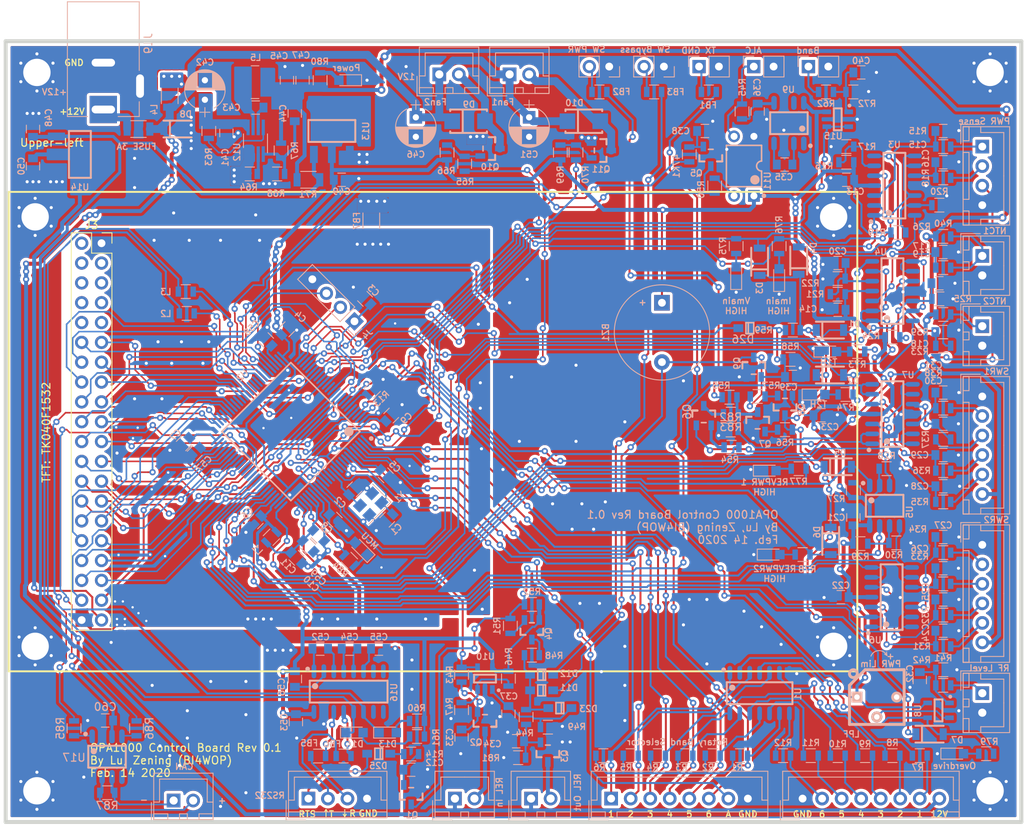
<source format=kicad_pcb>
(kicad_pcb (version 20171130) (host pcbnew "(5.1.4)-1")
  (layers (0 F.Cu signal) (31 B.Cu signal) (34 B.Paste user) (35 F.Paste user) (36 B.SilkS user) (37 F.SilkS user) (38 B.Mask user) (39 F.Mask user) (44 Edge.Cuts user))
  (net 0 "")
  (net 1 +3V3)
  (net 2 GND)
  (net 3 /NRST)
  (net 4 /X1)
  (net 5 /X2)
  (net 6 "Net-(C12-Pad1)")
  (net 7 "Net-(C15-Pad1)")
  (net 8 "Net-(C16-Pad1)")
  (net 9 "Net-(C17-Pad1)")
  (net 10 "Net-(C18-Pad1)")
  (net 11 "Net-(C19-Pad1)")
  (net 12 "Net-(C24-Pad1)")
  (net 13 "Net-(C25-Pad1)")
  (net 14 "Net-(C26-Pad1)")
  (net 15 "Net-(C27-Pad1)")
  (net 16 "Net-(C28-Pad1)")
  (net 17 "Net-(C29-Pad1)")
  (net 18 "Net-(C30-Pad1)")
  (net 19 "Net-(C31-Pad1)")
  (net 20 "Net-(C32-Pad1)")
  (net 21 "Net-(C33-Pad1)")
  (net 22 "Net-(C34-Pad1)")
  (net 23 "Net-(C35-Pad1)")
  (net 24 Fault_Low)
  (net 25 "Net-(C41-Pad1)")
  (net 26 "Net-(C43-Pad1)")
  (net 27 VBL)
  (net 28 "Net-(D1-Pad2)")
  (net 29 Temp2_HIGH)
  (net 30 Vm_HIGH)
  (net 31 Im_HIGH)
  (net 32 REV1_HIGH)
  (net 33 REV2_HIGH)
  (net 34 Overdrive)
  (net 35 +12V)
  (net 36 "Net-(F1-Pad1)")
  (net 37 /T_INT)
  (net 38 /BL)
  (net 39 /T_MISO)
  (net 40 /T_MOSI)
  (net 41 /T_CS)
  (net 42 /T_SCK)
  (net 43 /D15)
  (net 44 /T_BUSY)
  (net 45 /D13)
  (net 46 /D14)
  (net 47 /D11)
  (net 48 /D12)
  (net 49 /D9)
  (net 50 /D10)
  (net 51 /D7)
  (net 52 /D8)
  (net 53 /D5)
  (net 54 /D6)
  (net 55 /D3)
  (net 56 /D4)
  (net 57 /D1)
  (net 58 /D2)
  (net 59 /D0)
  (net 60 /WR)
  (net 61 /RD)
  (net 62 /CS)
  (net 63 /RS)
  (net 64 /D17)
  (net 65 /D16)
  (net 66 /D19)
  (net 67 /D18)
  (net 68 /D21)
  (net 69 /D20)
  (net 70 /D23)
  (net 71 /D22)
  (net 72 /SWDIO)
  (net 73 /SWCLK)
  (net 74 "Net-(J3-Pad2)")
  (net 75 AUTO_BAND)
  (net 76 SEL6)
  (net 77 SEL5)
  (net 78 SEL4)
  (net 79 SEL3)
  (net 80 SEL2)
  (net 81 SEL1)
  (net 82 PWR_on)
  (net 83 Im_sense)
  (net 84 Vm_sense)
  (net 85 Temp1)
  (net 86 Temp2)
  (net 87 +5V)
  (net 88 FWDpeak1)
  (net 89 FWD1)
  (net 90 REVpeak1)
  (net 91 REV1)
  (net 92 FWDpeak2)
  (net 93 FWD2)
  (net 94 REVpeak2)
  (net 95 REV2)
  (net 96 RF_in_level)
  (net 97 ALC)
  (net 98 PTT)
  (net 99 /ExternalInput/PTT_RTS)
  (net 100 SW_PWR)
  (net 101 "Net-(L2-Pad2)")
  (net 102 /TX)
  (net 103 "Net-(L3-Pad2)")
  (net 104 /RX)
  (net 105 ALC_trig)
  (net 106 "Net-(Q4-Pad3)")
  (net 107 "Net-(Q4-Pad1)")
  (net 108 Transmit)
  (net 109 "Net-(RV1-Pad2)")
  (net 110 Temp1_HIGH)
  (net 111 /ADC1_9)
  (net 112 /ADC1_8)
  (net 113 /ADC1_14)
  (net 114 /ADC1_7)
  (net 115 /ADC1_6)
  (net 116 /ADC1_5)
  (net 117 /ADC1_4)
  (net 118 /ADC1_3)
  (net 119 /ADC3_13)
  (net 120 /ADC3_12)
  (net 121 /ADC3_11)
  (net 122 /ADC3_10)
  (net 123 "Net-(U9-Pad7)")
  (net 124 "Net-(U9-Pad1)")
  (net 125 GNDD)
  (net 126 "Net-(C20-Pad1)")
  (net 127 "Net-(C35-Pad2)")
  (net 128 "Net-(C43-Pad2)")
  (net 129 "Net-(C44-Pad2)")
  (net 130 "Net-(D9-Pad1)")
  (net 131 "Net-(D10-Pad1)")
  (net 132 "Net-(J2-Pad7)")
  (net 133 "Net-(J2-Pad6)")
  (net 134 "Net-(J2-Pad5)")
  (net 135 "Net-(J2-Pad4)")
  (net 136 "Net-(J2-Pad3)")
  (net 137 "Net-(J2-Pad2)")
  (net 138 "Net-(J18-Pad1)")
  (net 139 "Net-(Q7-Pad1)")
  (net 140 "Net-(Q8-Pad1)")
  (net 141 "Net-(Q10-Pad1)")
  (net 142 "Net-(Q11-Pad1)")
  (net 143 "Net-(R7-Pad2)")
  (net 144 "Net-(R8-Pad2)")
  (net 145 "Net-(R9-Pad1)")
  (net 146 FAN1)
  (net 147 FAN2)
  (net 148 "Net-(U2-Pad66)")
  (net 149 "Net-(U2-Pad65)")
  (net 150 "Net-(U2-Pad64)")
  (net 151 "Net-(U2-Pad59)")
  (net 152 "Net-(U2-Pad58)")
  (net 153 "Net-(U2-Pad54)")
  (net 154 "Net-(U2-Pad53)")
  (net 155 "Net-(U2-Pad37)")
  (net 156 "Net-(U2-Pad34)")
  (net 157 "Net-(U2-Pad9)")
  (net 158 /OutputSignals/REL_IN)
  (net 159 /OutputSignals/REL_OUT)
  (net 160 "Net-(R10-Pad1)")
  (net 161 "Net-(R11-Pad2)")
  (net 162 "Net-(R12-Pad2)")
  (net 163 "Net-(R13-Pad1)")
  (net 164 "Net-(R16-Pad1)")
  (net 165 "Net-(R19-Pad1)")
  (net 166 "Net-(R27-Pad1)")
  (net 167 "Net-(R29-Pad1)")
  (net 168 "Net-(R46-Pad1)")
  (net 169 "Net-(R50-Pad2)")
  (net 170 "Net-(R63-Pad2)")
  (net 171 "Net-(R64-Pad1)")
  (net 172 "Net-(C37-Pad1)")
  (net 173 SW_Bypass)
  (net 174 "Net-(C40-Pad2)")
  (net 175 "Net-(C52-Pad2)")
  (net 176 "Net-(C52-Pad1)")
  (net 177 "Net-(C54-Pad2)")
  (net 178 "Net-(C54-Pad1)")
  (net 179 "Net-(C55-Pad2)")
  (net 180 "Net-(C56-Pad1)")
  (net 181 "Net-(D13-Pad2)")
  (net 182 "Net-(D14-Pad2)")
  (net 183 "Net-(FB1-Pad1)")
  (net 184 "Net-(FB2-Pad2)")
  (net 185 "Net-(FB3-Pad2)")
  (net 186 /ExternalInput/TX232)
  (net 187 /ExternalInput/RX232)
  (net 188 PWR_on_sig)
  (net 189 "Net-(FB5-Pad1)")
  (net 190 "Net-(FB6-Pad1)")
  (net 191 "Net-(U16-Pad10)")
  (net 192 "Net-(U16-Pad9)")
  (net 193 "Net-(U16-Pad8)")
  (net 194 "Net-(U16-Pad7)")
  (net 195 "Net-(D15-Pad2)")
  (net 196 "Net-(D16-Pad2)")
  (net 197 "Net-(D17-Pad2)")
  (net 198 "Net-(D18-Pad2)")
  (net 199 "Net-(D19-Pad2)")
  (net 200 "Net-(D20-Pad2)")
  (net 201 "Net-(D21-Pad2)")
  (net 202 "Net-(D22-Pad2)")
  (net 203 "Net-(D11-Pad1)")
  (net 204 VDDA)
  (net 205 "Net-(C57-Pad1)")
  (net 206 "Net-(C58-Pad1)")
  (net 207 "Net-(D24-Pad1)")
  (net 208 "Net-(D25-Pad1)")
  (net 209 "Net-(C36-Pad2)")
  (net 210 "Net-(Q6-Pad3)")
  (net 211 "Net-(Q6-Pad1)")
  (net 212 /CAN_TX)
  (net 213 "Net-(R85-Pad1)")
  (net 214 /CAN_RX)
  (net 215 "Net-(R86-Pad1)")
  (net 216 "Net-(U17-Pad5)")
  (net 217 CAN+)
  (net 218 CAN-)
  (net 219 +5VA)
  (net 220 /RESX)
  (net 221 /RX2)
  (net 222 /TX2)
  (net 223 /FaultHandling/Clear_Fault)
  (net 224 /MCU_STATE)
  (net 225 /ADC3_1)
  (net 226 Clear_fault)
  (net 227 "Net-(47K1-Pad1)")
  (module lc_lib:SOD-123 (layer B.Cu) (at 115.25 56.75)
    (fp_text reference D26 (at -0.873619 1.424276) (layer B.SilkS) (effects (justify mirror)))
    (fp_text value SD103)
    (pad 2 smd rect (at -1.475 0 180) (size 1.25 1) (layers B.Cu B.Paste B.Mask) (net 226 Clear_fault))
    (pad 1 smd rect (at 1.475 0 180) (size 1.25 1) (layers B.Cu B.Paste B.Mask) (net 223 /FaultHandling/Clear_Fault))
  )
  (module lc_lib:SOIC-8_150MIL (layer B.Cu) (at 32.975 111.635)
    (fp_text reference U17 (at -4.225 0.115) (layer B.SilkS) (effects (justify mirror)))
    (fp_text value TJA1042T)
    (pad 8 smd oval (at -1.905 2.6 180) (size 0.7 1.8) (layers B.Cu B.Paste B.Mask) (net 2 GND))
    (pad 7 smd oval (at -0.635 2.6 180) (size 0.7 1.8) (layers B.Cu B.Paste B.Mask) (net 217 CAN+))
    (pad 6 smd oval (at 0.635 2.6 180) (size 0.7 1.8) (layers B.Cu B.Paste B.Mask) (net 218 CAN-))
    (pad 5 smd oval (at 1.905 2.6 180) (size 0.7 1.8) (layers B.Cu B.Paste B.Mask) (net 216 "Net-(U17-Pad5)"))
    (pad 4 smd oval (at 1.905 -2.6 180) (size 0.7 1.8) (layers B.Cu B.Paste B.Mask) (net 215 "Net-(R86-Pad1)"))
    (pad 3 smd oval (at 0.635 -2.6 180) (size 0.7 1.8) (layers B.Cu B.Paste B.Mask) (net 219 +5VA))
    (pad 2 smd oval (at -0.635 -2.6 180) (size 0.7 1.8) (layers B.Cu B.Paste B.Mask) (net 2 GND))
    (pad 1 smd oval (at -1.905 -2.6 180) (size 0.7 1.8) (layers B.Cu B.Paste B.Mask) (net 213 "Net-(R85-Pad1)"))
  )
  (module Resistors_SMD:R_0805 (layer B.Cu) (at 33 116.25)
    (fp_text reference R87 (at 0 1.65) (layer B.SilkS) (effects (justify mirror)))
    (fp_text value 120)
    (pad 2 smd rect (at 0.95 0) (size 0.7 1.3) (layers B.Cu B.Paste B.Mask) (net 218 CAN-))
    (pad 1 smd rect (at -0.95 0) (size 0.7 1.3) (layers B.Cu B.Paste B.Mask) (net 217 CAN+))
  )
  (module Resistors_SMD:R_0805 (layer B.Cu) (at 36.75 108 90)
    (fp_text reference R86 (at 0 1.65 90) (layer B.SilkS) (effects (justify mirror)))
    (fp_text value 100)
    (pad 2 smd rect (at 0.95 0 90) (size 0.7 1.3) (layers B.Cu B.Paste B.Mask) (net 214 /CAN_RX))
    (pad 1 smd rect (at -0.95 0 90) (size 0.7 1.3) (layers B.Cu B.Paste B.Mask) (net 215 "Net-(R86-Pad1)"))
  )
  (module Resistors_SMD:R_0805 (layer B.Cu) (at 28.75 108 90)
    (fp_text reference R85 (at 0 -1.75 90) (layer B.SilkS) (effects (justify mirror)))
    (fp_text value 100)
    (pad 2 smd rect (at 0.95 0 90) (size 0.7 1.3) (layers B.Cu B.Paste B.Mask) (net 212 /CAN_TX))
    (pad 1 smd rect (at -0.95 0 90) (size 0.7 1.3) (layers B.Cu B.Paste B.Mask) (net 213 "Net-(R85-Pad1)"))
  )
  (module Connectors_JST:JST_XH_B02B-XH-A_02x2.50mm_Straight (layer B.Cu) (at 41.5 117.25)
    (fp_text reference J20 hide)
    (fp_text value CAN)
    (pad 2 thru_hole circle (at 2.5 0) (size 1.75 1.75) (drill 1.05) (layers *.Cu *.Mask) (net 217 CAN+))
    (pad 1 thru_hole rect (at 0 0) (size 1.75 1.75) (drill 1.05) (layers *.Cu *.Mask) (net 218 CAN-))
  )
  (module Connectors:BARREL_JACK (layer B.Cu) (at 32.5 28.75 270)
    (fp_text reference J19 (at -8.45 -5.75 270) (layer B.SilkS) (effects (justify mirror)))
    (fp_text value Barrel_Jack_Switch)
    (pad 3 thru_hole rect (at -3 -4.7 270) (size 3.5 3.5) (drill oval 3 1) (layers *.Cu *.Mask) (net 2 GND))
    (pad 2 thru_hole rect (at -6 0 270) (size 3.5 3.5) (drill oval 1 3) (layers *.Cu *.Mask) (net 2 GND))
    (pad 1 thru_hole rect (at 0 0 270) (size 3.5 3.5) (drill oval 1 3) (layers *.Cu *.Mask) (net 36 "Net-(F1-Pad1)"))
  )
  (module Capacitors_SMD:C_0805 (layer B.Cu) (at 32.75 107)
    (fp_text reference C60 (at 0 -1.75) (layer B.SilkS) (effects (justify mirror)))
    (fp_text value 104)
    (pad 2 smd rect (at 1 0) (size 1 1.25) (layers B.Cu B.Paste B.Mask) (net 219 +5VA))
    (pad 1 smd rect (at -1 0) (size 1 1.25) (layers B.Cu B.Paste B.Mask) (net 2 GND))
  )
  (module Resistors_SMD:R_0805 (layer B.Cu) (at 112.825 67.767)
    (fp_text reference R83 (at 0 1.65) (layer B.SilkS) (effects (justify mirror)))
    (fp_text value 10K)
    (pad 2 smd rect (at 0.95 0) (size 0.7 1.3) (layers B.Cu B.Paste B.Mask) (net 82 PWR_on))
    (pad 1 smd rect (at -0.95 0) (size 0.7 1.3) (layers B.Cu B.Paste B.Mask) (net 210 "Net-(Q6-Pad3)"))
  )
  (module Resistors_SMD:R_0805 (layer B.Cu) (at 112.8 69.8 180)
    (fp_text reference R82 (at 0 1.65) (layer B.SilkS) (effects (justify mirror)))
    (fp_text value 10K)
    (pad 2 smd rect (at 0.95 0 180) (size 0.7 1.3) (layers B.Cu B.Paste B.Mask) (net 2 GND))
    (pad 1 smd rect (at -0.95 0 180) (size 0.7 1.3) (layers B.Cu B.Paste B.Mask) (net 82 PWR_on))
  )
  (module "lc_lib:SOT-23(SOT-23-3)" (layer B.Cu) (at 109.35 67.95 270)
    (fp_text reference Q6 (at -0.500219 2.136276 90) (layer B.SilkS) (effects (justify mirror)))
    (fp_text value 8550)
    (pad 3 smd rect (at -1.25 0) (size 0.7 1.25) (layers B.Cu B.Paste B.Mask) (net 210 "Net-(Q6-Pad3)"))
    (pad 2 smd rect (at 1.25 0.95) (size 0.7 1.25) (layers B.Cu B.Paste B.Mask) (net 1 +3V3))
    (pad 1 smd rect (at 1.25 -0.95) (size 0.7 1.25) (layers B.Cu B.Paste B.Mask) (net 211 "Net-(Q6-Pad1)"))
  )
  (module lc_lib:SOD-123 (layer B.Cu) (at 67.75 111.25 180)
    (fp_text reference D25 (at 0.05 -1.55) (layer B.SilkS) (effects (font (size 0.8 0.8)) (justify mirror)))
    (fp_text value SD103)
    (pad 2 smd rect (at -1.475 0) (size 1.25 1) (layers B.Cu B.Paste B.Mask) (net 99 /ExternalInput/PTT_RTS))
    (pad 1 smd rect (at 1.475 0) (size 1.25 1) (layers B.Cu B.Paste B.Mask) (net 208 "Net-(D25-Pad1)"))
  )
  (module Resistors_SMD:R_1206 (layer B.Cu) (at 66.8 43 270)
    (fp_text reference FB7 (at 0 1.850001 270) (layer B.SilkS) (effects (font (size 0.8 0.8)) (justify mirror)))
    (fp_text value 1K)
    (pad 2 smd rect (at 1.45 0 270) (size 0.9 1.7) (layers B.Cu B.Paste B.Mask) (net 125 GNDD))
    (pad 1 smd rect (at -1.45 0 270) (size 0.9 1.7) (layers B.Cu B.Paste B.Mask) (net 2 GND))
  )
  (module lc_lib:SOIC-14_150MIL (layer B.Cu) (at 133.4 91.2 90)
    (fp_text reference U6 (at -5.5 -2.1 180) (layer B.SilkS) (effects (font (size 0.8 0.8)) (justify mirror)))
    (fp_text value LMV324)
    (pad 14 smd oval (at -3.81 2.6 270) (size 0.6 1.8) (layers B.Cu B.Paste B.Mask) (net 113 /ADC1_14))
    (pad 13 smd oval (at -2.54 2.6 270) (size 0.6 1.8) (layers B.Cu B.Paste B.Mask) (net 113 /ADC1_14))
    (pad 12 smd oval (at -1.27 2.6 270) (size 0.6 1.8) (layers B.Cu B.Paste B.Mask) (net 15 "Net-(C27-Pad1)"))
    (pad 11 smd oval (at 0 2.6 270) (size 0.6 1.8) (layers B.Cu B.Paste B.Mask) (net 2 GND))
    (pad 10 smd oval (at 1.27 2.6 270) (size 0.6 1.8) (layers B.Cu B.Paste B.Mask) (net 14 "Net-(C26-Pad1)"))
    (pad 9 smd oval (at 2.54 2.6 270) (size 0.6 1.8) (layers B.Cu B.Paste B.Mask) (net 111 /ADC1_9))
    (pad 8 smd oval (at 3.81 2.6 270) (size 0.6 1.8) (layers B.Cu B.Paste B.Mask) (net 111 /ADC1_9))
    (pad 7 smd oval (at 3.81 -2.6 270) (size 0.6 1.8) (layers B.Cu B.Paste B.Mask) (net 114 /ADC1_7))
    (pad 6 smd oval (at 2.54 -2.6 270) (size 0.6 1.8) (layers B.Cu B.Paste B.Mask) (net 114 /ADC1_7))
    (pad 5 smd oval (at 1.27 -2.6 270) (size 0.6 1.8) (layers B.Cu B.Paste B.Mask) (net 13 "Net-(C25-Pad1)"))
    (pad 4 smd oval (at 0 -2.6 270) (size 0.6 1.8) (layers B.Cu B.Paste B.Mask) (net 1 +3V3))
    (pad 3 smd oval (at -1.27 -2.6 270) (size 0.6 1.8) (layers B.Cu B.Paste B.Mask) (net 12 "Net-(C24-Pad1)"))
    (pad 2 smd oval (at -2.54 -2.6 270) (size 0.6 1.8) (layers B.Cu B.Paste B.Mask) (net 112 /ADC1_8))
    (pad 1 smd oval (at -3.81 -2.6 270) (size 0.6 1.8) (layers B.Cu B.Paste B.Mask) (net 112 /ADC1_8))
  )
  (module LEDs:LED_0805 (layer B.Cu) (at 65.5 85 135)
    (fp_text reference D24 hide)
    (fp_text value LED)
    (pad 1 smd rect (at -1.1 0 315) (size 1.2 1.2) (layers B.Cu B.Paste B.Mask) (net 207 "Net-(D24-Pad1)"))
    (pad 2 smd rect (at 1.1 0 315) (size 1.2 1.2) (layers B.Cu B.Paste B.Mask) (net 1 +3V3))
  )
  (module Resistors_SMD:R_0805 (layer B.Cu) (at 64 86.5 315)
    (fp_text reference R84 (at 0 1.65 135) (layer B.SilkS) (effects (font (size 0.8 0.8)) (justify mirror)))
    (fp_text value 4.7K)
    (pad 2 smd rect (at 0.95 0 315) (size 0.7 1.3) (layers B.Cu B.Paste B.Mask) (net 207 "Net-(D24-Pad1)"))
    (pad 1 smd rect (at -0.95 0 315) (size 0.7 1.3) (layers B.Cu B.Paste B.Mask) (net 224 /MCU_STATE))
  )
  (module Capacitors_SMD:C_0805 (layer B.Cu) (at 60.071 83.312 315)
    (fp_text reference C59 (at 3.759687 3.860096 135) (layer B.SilkS) (effects (font (size 0.8 0.8)) (justify mirror)))
    (fp_text value 104)
    (pad 2 smd rect (at 1 0 315) (size 1 1.25) (layers B.Cu B.Paste B.Mask) (net 2 GND))
    (pad 1 smd rect (at -1 0 315) (size 1 1.25) (layers B.Cu B.Paste B.Mask) (net 204 VDDA))
  )
  (module Capacitors_SMD:C_0805 (layer B.Cu) (at 53.34 58.293 135)
    (fp_text reference C58 (at 2.427498 -0.174655 225) (layer B.SilkS) (effects (font (size 0.8 0.8)) (justify mirror)))
    (fp_text value 104)
    (pad 1 smd rect (at -1 0 135) (size 1 1.25) (layers B.Cu B.Paste B.Mask) (net 206 "Net-(C58-Pad1)"))
    (pad 2 smd rect (at 1 0 135) (size 1 1.25) (layers B.Cu B.Paste B.Mask) (net 125 GNDD))
  )
  (module Capacitors_SMD:C_0805 (layer B.Cu) (at 44.196 72.771 225)
    (fp_text reference C57 (at 0.088388 -1.791101 45) (layer B.SilkS) (effects (font (size 0.8 0.8)) (justify mirror)))
    (fp_text value 104)
    (pad 2 smd rect (at 1 0 225) (size 1 1.25) (layers B.Cu B.Paste B.Mask) (net 125 GNDD))
    (pad 1 smd rect (at -1 0 225) (size 1 1.25) (layers B.Cu B.Paste B.Mask) (net 205 "Net-(C57-Pad1)"))
  )
  (module lc_lib:SOD-123 (layer B.Cu) (at 90.932 105.41 180)
    (fp_text reference D23 (at -3.668 -0.09) (layer B.SilkS) (effects (font (size 0.8 0.8)) (justify mirror)))
    (fp_text value SD103)
    (pad 2 smd rect (at -1.475 0) (size 1.25 1) (layers B.Cu B.Paste B.Mask) (net 172 "Net-(C37-Pad1)"))
    (pad 1 smd rect (at 1.475 0) (size 1.25 1) (layers B.Cu B.Paste B.Mask) (net 203 "Net-(D11-Pad1)"))
  )
  (module Resistors_SMD:R_0805 (layer B.Cu) (at 85.598 111.76 180)
    (fp_text reference R81 (at 3.498 -0.04) (layer B.SilkS) (effects (font (size 0.8 0.8)) (justify mirror)))
    (fp_text value R_Small)
    (pad 2 smd rect (at 0.95 0 180) (size 0.7 1.3) (layers B.Cu B.Paste B.Mask) (net 2 GND))
    (pad 1 smd rect (at -0.95 0 180) (size 0.7 1.3) (layers B.Cu B.Paste B.Mask) (net 22 "Net-(C34-Pad1)"))
  )
  (module Resistors_SMD:R_0805 (layer B.Cu) (at 60.25 25 270)
    (fp_text reference R80 (at -2.4 0.05 180) (layer B.SilkS) (effects (font (size 0.8 0.8)) (justify mirror)))
    (fp_text value 2.2K)
    (pad 2 smd rect (at 0.95 0 270) (size 0.7 1.3) (layers B.Cu B.Paste B.Mask) (net 87 +5V))
    (pad 1 smd rect (at -0.95 0 270) (size 0.7 1.3) (layers B.Cu B.Paste B.Mask) (net 202 "Net-(D22-Pad2)"))
  )
  (module Resistors_SMD:R_0805 (layer B.Cu) (at 145.5 111.25)
    (fp_text reference R79 (at 0.4 -1.55) (layer B.SilkS) (effects (font (size 0.8 0.8)) (justify mirror)))
    (fp_text value 2.2K)
    (pad 2 smd rect (at 0.95 0) (size 0.7 1.3) (layers B.Cu B.Paste B.Mask) (net 34 Overdrive))
    (pad 1 smd rect (at -0.95 0) (size 0.7 1.3) (layers B.Cu B.Paste B.Mask) (net 201 "Net-(D21-Pad2)"))
  )
  (module Resistors_SMD:R_0805 (layer B.Cu) (at 122 85.75)
    (fp_text reference R78 (at 0.6 1.85) (layer B.SilkS) (effects (font (size 0.8 0.8)) (justify mirror)))
    (fp_text value 2.2K)
    (pad 2 smd rect (at 0.95 0) (size 0.7 1.3) (layers B.Cu B.Paste B.Mask) (net 33 REV2_HIGH))
    (pad 1 smd rect (at -0.95 0) (size 0.7 1.3) (layers B.Cu B.Paste B.Mask) (net 200 "Net-(D20-Pad2)"))
  )
  (module Resistors_SMD:R_0805 (layer B.Cu) (at 121.5 74.75)
    (fp_text reference R77 (at 0 1.65) (layer B.SilkS) (effects (font (size 0.8 0.8)) (justify mirror)))
    (fp_text value 2.2K)
    (pad 2 smd rect (at 0.95 0) (size 0.7 1.3) (layers B.Cu B.Paste B.Mask) (net 32 REV1_HIGH))
    (pad 1 smd rect (at -0.95 0) (size 0.7 1.3) (layers B.Cu B.Paste B.Mask) (net 199 "Net-(D19-Pad2)"))
  )
  (module Resistors_SMD:R_0805 (layer B.Cu) (at 119 46.25 90)
    (fp_text reference R76 (at 2.75 0 90) (layer B.SilkS) (effects (font (size 0.8 0.8)) (justify mirror)))
    (fp_text value 2.2K)
    (pad 2 smd rect (at 0.95 0 90) (size 0.7 1.3) (layers B.Cu B.Paste B.Mask) (net 31 Im_HIGH))
    (pad 1 smd rect (at -0.95 0 90) (size 0.7 1.3) (layers B.Cu B.Paste B.Mask) (net 198 "Net-(D18-Pad2)"))
  )
  (module Resistors_SMD:R_0805 (layer B.Cu) (at 113.5 46.25 90)
    (fp_text reference R75 (at 0.05 -1.7 90) (layer B.SilkS) (effects (font (size 0.8 0.8)) (justify mirror)))
    (fp_text value 2.2K)
    (pad 2 smd rect (at 0.95 0 90) (size 0.7 1.3) (layers B.Cu B.Paste B.Mask) (net 30 Vm_HIGH))
    (pad 1 smd rect (at -0.95 0 90) (size 0.7 1.3) (layers B.Cu B.Paste B.Mask) (net 197 "Net-(D17-Pad2)"))
  )
  (module Resistors_SMD:R_0805 (layer B.Cu) (at 127.5 65.25)
    (fp_text reference R74 (at 0 1.65) (layer B.SilkS) (effects (font (size 0.8 0.8)) (justify mirror)))
    (fp_text value 2.2K)
    (pad 2 smd rect (at 0.95 0) (size 0.7 1.3) (layers B.Cu B.Paste B.Mask) (net 29 Temp2_HIGH))
    (pad 1 smd rect (at -0.95 0) (size 0.7 1.3) (layers B.Cu B.Paste B.Mask) (net 196 "Net-(D16-Pad2)"))
  )
  (module Resistors_SMD:R_0805 (layer B.Cu) (at 129 59.75)
    (fp_text reference R73 (at 0 1.65) (layer B.SilkS) (effects (font (size 0.8 0.8)) (justify mirror)))
    (fp_text value 2.2K)
    (pad 2 smd rect (at 0.95 0) (size 0.7 1.3) (layers B.Cu B.Paste B.Mask) (net 110 Temp1_HIGH))
    (pad 1 smd rect (at -0.95 0) (size 0.7 1.3) (layers B.Cu B.Paste B.Mask) (net 195 "Net-(D15-Pad2)"))
  )
  (module LEDs:LED_0805 (layer B.Cu) (at 63.75 25 180)
    (fp_text reference D22 hide)
    (fp_text value Power)
    (pad 1 smd rect (at -1.1 0) (size 1.2 1.2) (layers B.Cu B.Paste B.Mask) (net 2 GND))
    (pad 2 smd rect (at 1.1 0) (size 1.2 1.2) (layers B.Cu B.Paste B.Mask) (net 202 "Net-(D22-Pad2)"))
  )
  (module LEDs:LED_0805 (layer B.Cu) (at 141.5 111.25)
    (fp_text reference D21 hide)
    (fp_text value OD)
    (pad 1 smd rect (at -1.1 0 180) (size 1.2 1.2) (layers B.Cu B.Paste B.Mask) (net 2 GND))
    (pad 2 smd rect (at 1.1 0 180) (size 1.2 1.2) (layers B.Cu B.Paste B.Mask) (net 201 "Net-(D21-Pad2)"))
  )
  (module LEDs:LED_0805 (layer B.Cu) (at 118 85.75)
    (fp_text reference D20 hide)
    (fp_text value R2H)
    (pad 1 smd rect (at -1.1 0 180) (size 1.2 1.2) (layers B.Cu B.Paste B.Mask) (net 2 GND))
    (pad 2 smd rect (at 1.1 0 180) (size 1.2 1.2) (layers B.Cu B.Paste B.Mask) (net 200 "Net-(D20-Pad2)"))
  )
  (module LEDs:LED_0805 (layer B.Cu) (at 117.5 75)
    (fp_text reference D19 hide)
    (fp_text value R1H)
    (pad 1 smd rect (at -1.1 0 180) (size 1.2 1.2) (layers B.Cu B.Paste B.Mask) (net 2 GND))
    (pad 2 smd rect (at 1.1 0 180) (size 1.2 1.2) (layers B.Cu B.Paste B.Mask) (net 199 "Net-(D19-Pad2)"))
  )
  (module LEDs:LED_0805 (layer B.Cu) (at 119 50.25 90)
    (fp_text reference D18 hide)
    (fp_text value ImH)
    (pad 1 smd rect (at -1.1 0 270) (size 1.2 1.2) (layers B.Cu B.Paste B.Mask) (net 2 GND))
    (pad 2 smd rect (at 1.1 0 270) (size 1.2 1.2) (layers B.Cu B.Paste B.Mask) (net 198 "Net-(D18-Pad2)"))
  )
  (module LEDs:LED_0805 (layer B.Cu) (at 113.5 50 90)
    (fp_text reference D17 hide)
    (fp_text value VmH)
    (pad 1 smd rect (at -1.1 0 270) (size 1.2 1.2) (layers B.Cu B.Paste B.Mask) (net 2 GND))
    (pad 2 smd rect (at 1.1 0 270) (size 1.2 1.2) (layers B.Cu B.Paste B.Mask) (net 197 "Net-(D17-Pad2)"))
  )
  (module LEDs:LED_0805 (layer B.Cu) (at 123.75 65.25)
    (fp_text reference D16 hide)
    (fp_text value T2H)
    (pad 1 smd rect (at -1.1 0 180) (size 1.2 1.2) (layers B.Cu B.Paste B.Mask) (net 2 GND))
    (pad 2 smd rect (at 1.1 0 180) (size 1.2 1.2) (layers B.Cu B.Paste B.Mask) (net 196 "Net-(D16-Pad2)"))
  )
  (module LEDs:LED_0805 (layer B.Cu) (at 125.25 59.75)
    (fp_text reference D15 hide)
    (fp_text value T1H)
    (pad 1 smd rect (at -1.1 0 180) (size 1.2 1.2) (layers B.Cu B.Paste B.Mask) (net 2 GND))
    (pad 2 smd rect (at 1.1 0 180) (size 1.2 1.2) (layers B.Cu B.Paste B.Mask) (net 195 "Net-(D15-Pad2)"))
  )
  (module MyPCBLib:M3_Screwhole (layer F.Cu) (at 125.975 97.5)
    (fp_text reference SC8 hide)
    (fp_text value GND hide)
    (pad 1 thru_hole circle (at 2.05681 -1.1875 300) (size 0.8 0.8) (drill 0.4) (layers *.Cu *.Mask) (net 2 GND))
    (pad 1 thru_hole circle (at 2.05681 1.1875 240) (size 0.8 0.8) (drill 0.4) (layers *.Cu *.Mask) (net 2 GND))
    (pad 1 thru_hole circle (at 0 2.375 180) (size 0.8 0.8) (drill 0.4) (layers *.Cu *.Mask) (net 2 GND))
    (pad 1 thru_hole circle (at -2.05681 1.1875 120) (size 0.8 0.8) (drill 0.4) (layers *.Cu *.Mask) (net 2 GND))
    (pad 1 thru_hole circle (at -2.05681 -1.1875 60) (size 0.8 0.8) (drill 0.4) (layers *.Cu *.Mask) (net 2 GND))
    (pad 1 thru_hole circle (at 0 -2.375) (size 0.8 0.8) (drill 0.4) (layers *.Cu *.Mask) (net 2 GND))
    (pad 1 thru_hole circle (at 0 0) (size 6 6) (drill 3.5) (layers *.Cu *.Mask) (net 2 GND))
  )
  (module MyPCBLib:M3_Screwhole (layer F.Cu) (at 125.975 42.5)
    (fp_text reference SC7 hide)
    (fp_text value GND hide)
    (pad 1 thru_hole circle (at 2.05681 -1.1875 300) (size 0.8 0.8) (drill 0.4) (layers *.Cu *.Mask) (net 2 GND))
    (pad 1 thru_hole circle (at 2.05681 1.1875 240) (size 0.8 0.8) (drill 0.4) (layers *.Cu *.Mask) (net 2 GND))
    (pad 1 thru_hole circle (at 0 2.375 180) (size 0.8 0.8) (drill 0.4) (layers *.Cu *.Mask) (net 2 GND))
    (pad 1 thru_hole circle (at -2.05681 1.1875 120) (size 0.8 0.8) (drill 0.4) (layers *.Cu *.Mask) (net 2 GND))
    (pad 1 thru_hole circle (at -2.05681 -1.1875 60) (size 0.8 0.8) (drill 0.4) (layers *.Cu *.Mask) (net 2 GND))
    (pad 1 thru_hole circle (at 0 -2.375) (size 0.8 0.8) (drill 0.4) (layers *.Cu *.Mask) (net 2 GND))
    (pad 1 thru_hole circle (at 0 0) (size 6 6) (drill 3.5) (layers *.Cu *.Mask) (net 2 GND))
  )
  (module MyPCBLib:M3_Screwhole (layer F.Cu) (at 23.775 42.5)
    (fp_text reference SC6 hide)
    (fp_text value GND hide)
    (pad 1 thru_hole circle (at 2.05681 -1.1875 300) (size 0.8 0.8) (drill 0.4) (layers *.Cu *.Mask) (net 2 GND))
    (pad 1 thru_hole circle (at 2.05681 1.1875 240) (size 0.8 0.8) (drill 0.4) (layers *.Cu *.Mask) (net 2 GND))
    (pad 1 thru_hole circle (at 0 2.375 180) (size 0.8 0.8) (drill 0.4) (layers *.Cu *.Mask) (net 2 GND))
    (pad 1 thru_hole circle (at -2.05681 1.1875 120) (size 0.8 0.8) (drill 0.4) (layers *.Cu *.Mask) (net 2 GND))
    (pad 1 thru_hole circle (at -2.05681 -1.1875 60) (size 0.8 0.8) (drill 0.4) (layers *.Cu *.Mask) (net 2 GND))
    (pad 1 thru_hole circle (at 0 -2.375) (size 0.8 0.8) (drill 0.4) (layers *.Cu *.Mask) (net 2 GND))
    (pad 1 thru_hole circle (at 0 0) (size 6 6) (drill 3.5) (layers *.Cu *.Mask) (net 2 GND))
  )
  (module MyPCBLib:M3_Screwhole (layer F.Cu) (at 23.775 97.5)
    (fp_text reference SC5 hide)
    (fp_text value GND hide)
    (pad 1 thru_hole circle (at 2.05681 -1.1875 300) (size 0.8 0.8) (drill 0.4) (layers *.Cu *.Mask) (net 2 GND))
    (pad 1 thru_hole circle (at 2.05681 1.1875 240) (size 0.8 0.8) (drill 0.4) (layers *.Cu *.Mask) (net 2 GND))
    (pad 1 thru_hole circle (at 0 2.375 180) (size 0.8 0.8) (drill 0.4) (layers *.Cu *.Mask) (net 2 GND))
    (pad 1 thru_hole circle (at -2.05681 1.1875 120) (size 0.8 0.8) (drill 0.4) (layers *.Cu *.Mask) (net 2 GND))
    (pad 1 thru_hole circle (at -2.05681 -1.1875 60) (size 0.8 0.8) (drill 0.4) (layers *.Cu *.Mask) (net 2 GND))
    (pad 1 thru_hole circle (at 0 -2.375) (size 0.8 0.8) (drill 0.4) (layers *.Cu *.Mask) (net 2 GND))
    (pad 1 thru_hole circle (at 0 0) (size 6 6) (drill 3.5) (layers *.Cu *.Mask) (net 2 GND))
  )
  (module Resistors_SMD:R_0805 (layer B.Cu) (at 63.25 111.55 180)
    (fp_text reference FB6 (at 1.45 1.55) (layer B.SilkS) (effects (font (size 0.8 0.8)) (justify mirror)))
    (fp_text value 1K)
    (pad 2 smd rect (at 0.95 0 180) (size 0.7 1.3) (layers B.Cu B.Paste B.Mask) (net 186 /ExternalInput/TX232))
    (pad 1 smd rect (at -0.95 0 180) (size 0.7 1.3) (layers B.Cu B.Paste B.Mask) (net 190 "Net-(FB6-Pad1)"))
  )
  (module Resistors_SMD:R_0805 (layer B.Cu) (at 60 111.55 180)
    (fp_text reference FB5 (at 1.15 1.65) (layer B.SilkS) (effects (font (size 0.8 0.8)) (justify mirror)))
    (fp_text value 1K)
    (pad 2 smd rect (at 0.95 0 180) (size 0.7 1.3) (layers B.Cu B.Paste B.Mask) (net 187 /ExternalInput/RX232))
    (pad 1 smd rect (at -0.95 0 180) (size 0.7 1.3) (layers B.Cu B.Paste B.Mask) (net 189 "Net-(FB5-Pad1)"))
  )
  (module Resistors_SMD:R_0805 (layer B.Cu) (at 103 26.5 180)
    (fp_text reference FB3 (at -2.75 0) (layer B.SilkS) (effects (font (size 0.8 0.8)) (justify mirror)))
    (fp_text value 1K)
    (pad 2 smd rect (at 0.95 0 180) (size 0.7 1.3) (layers B.Cu B.Paste B.Mask) (net 185 "Net-(FB3-Pad2)"))
    (pad 1 smd rect (at -0.95 0 180) (size 0.7 1.3) (layers B.Cu B.Paste B.Mask) (net 173 SW_Bypass))
  )
  (module Resistors_SMD:R_0805 (layer B.Cu) (at 96 26.5 180)
    (fp_text reference FB2 (at -2.825 0.025) (layer B.SilkS) (effects (font (size 0.8 0.8)) (justify mirror)))
    (fp_text value 1K)
    (pad 2 smd rect (at 0.95 0 180) (size 0.7 1.3) (layers B.Cu B.Paste B.Mask) (net 184 "Net-(FB2-Pad2)"))
    (pad 1 smd rect (at -0.95 0 180) (size 0.7 1.3) (layers B.Cu B.Paste B.Mask) (net 100 SW_PWR))
  )
  (module Resistors_SMD:R_0805 (layer B.Cu) (at 110 26.5)
    (fp_text reference FB1 (at -0.1 1.7) (layer B.SilkS) (effects (font (size 0.8 0.8)) (justify mirror)))
    (fp_text value 1K)
    (pad 2 smd rect (at 0.95 0) (size 0.7 1.3) (layers B.Cu B.Paste B.Mask) (net 98 PTT))
    (pad 1 smd rect (at -0.95 0) (size 0.7 1.3) (layers B.Cu B.Paste B.Mask) (net 183 "Net-(FB1-Pad1)"))
  )
  (module lc_lib:SOIC-16_150MIL (layer B.Cu) (at 63.899999 103.3)
    (fp_text reference U16 (at 5.800001 0.1 90) (layer B.SilkS) (effects (font (size 0.8 0.8)) (justify mirror)))
    (fp_text value MAX3232)
    (pad 16 smd oval (at -4.445 2.6 180) (size 0.6 1.8) (layers B.Cu B.Paste B.Mask) (net 1 +3V3))
    (pad 15 smd oval (at -3.175 2.6 180) (size 0.6 1.8) (layers B.Cu B.Paste B.Mask) (net 125 GNDD))
    (pad 14 smd oval (at -1.905 2.6 180) (size 0.6 1.8) (layers B.Cu B.Paste B.Mask) (net 189 "Net-(FB5-Pad1)"))
    (pad 13 smd oval (at -0.635 2.6 180) (size 0.6 1.8) (layers B.Cu B.Paste B.Mask) (net 190 "Net-(FB6-Pad1)"))
    (pad 12 smd oval (at 0.635 2.6 180) (size 0.6 1.8) (layers B.Cu B.Paste B.Mask) (net 104 /RX))
    (pad 11 smd oval (at 1.905 2.6 180) (size 0.6 1.8) (layers B.Cu B.Paste B.Mask) (net 102 /TX))
    (pad 10 smd oval (at 3.175 2.6 180) (size 0.6 1.8) (layers B.Cu B.Paste B.Mask) (net 191 "Net-(U16-Pad10)"))
    (pad 9 smd oval (at 4.445 2.6 180) (size 0.6 1.8) (layers B.Cu B.Paste B.Mask) (net 192 "Net-(U16-Pad9)"))
    (pad 8 smd oval (at 4.445 -2.6 180) (size 0.6 1.8) (layers B.Cu B.Paste B.Mask) (net 193 "Net-(U16-Pad8)"))
    (pad 7 smd oval (at 3.175 -2.6 180) (size 0.6 1.8) (layers B.Cu B.Paste B.Mask) (net 194 "Net-(U16-Pad7)"))
    (pad 6 smd oval (at 1.905 -2.6 180) (size 0.6 1.8) (layers B.Cu B.Paste B.Mask) (net 179 "Net-(C55-Pad2)"))
    (pad 5 smd oval (at 0.635 -2.6 180) (size 0.6 1.8) (layers B.Cu B.Paste B.Mask) (net 178 "Net-(C54-Pad1)"))
    (pad 4 smd oval (at -0.635 -2.6 180) (size 0.6 1.8) (layers B.Cu B.Paste B.Mask) (net 177 "Net-(C54-Pad2)"))
    (pad 3 smd oval (at -1.905 -2.6 180) (size 0.6 1.8) (layers B.Cu B.Paste B.Mask) (net 175 "Net-(C52-Pad2)"))
    (pad 2 smd oval (at -3.175 -2.6 180) (size 0.6 1.8) (layers B.Cu B.Paste B.Mask) (net 180 "Net-(C56-Pad1)"))
    (pad 1 smd oval (at -4.445 -2.6 180) (size 0.6 1.8) (layers B.Cu B.Paste B.Mask) (net 176 "Net-(C52-Pad1)"))
  )
  (module lc_lib:SOT-23-5 (layer B.Cu) (at 126.5 30)
    (fp_text reference U15 (at -0.575219 2.149276) (layer B.SilkS) (effects (font (size 0.8 0.8)) (justify mirror)))
    (fp_text value LMV321)
    (pad 5 smd rect (at -1.4 -0.95 90) (size 0.6 1.1) (layers B.Cu B.Paste B.Mask) (net 1 +3V3))
    (pad 4 smd rect (at -1.4 0.95 90) (size 0.6 1.1) (layers B.Cu B.Paste B.Mask) (net 225 /ADC3_1))
    (pad 3 smd rect (at 1.4 0.95 90) (size 0.6 1.1) (layers B.Cu B.Paste B.Mask) (net 225 /ADC3_1))
    (pad 2 smd rect (at 1.4 0 90) (size 0.6 1.1) (layers B.Cu B.Paste B.Mask) (net 2 GND))
    (pad 1 smd rect (at 1.4 -0.95 90) (size 0.6 1.1) (layers B.Cu B.Paste B.Mask) (net 174 "Net-(C40-Pad2)"))
  )
  (module Resistors_SMD:R_0805 (layer B.Cu) (at 128.5 26.5 180)
    (fp_text reference R72 (at -1.75 -1.5) (layer B.SilkS) (effects (font (size 0.8 0.8)) (justify mirror)))
    (fp_text value 1K)
    (pad 2 smd rect (at 0.95 0 180) (size 0.7 1.3) (layers B.Cu B.Paste B.Mask) (net 174 "Net-(C40-Pad2)"))
    (pad 1 smd rect (at -0.95 0 180) (size 0.7 1.3) (layers B.Cu B.Paste B.Mask) (net 2 GND))
  )
  (module LEDs:LED_0805 (layer B.Cu) (at 64.65 108.55)
    (fp_text reference D14 (at 0 1.45) (layer B.SilkS) (effects (font (size 0.8 0.8)) (justify mirror)))
    (fp_text value LED)
    (pad 1 smd rect (at -1.1 0 180) (size 1.2 1.2) (layers B.Cu B.Paste B.Mask) (net 104 /RX))
    (pad 2 smd rect (at 1.1 0 180) (size 1.2 1.2) (layers B.Cu B.Paste B.Mask) (net 182 "Net-(D14-Pad2)"))
  )
  (module LEDs:LED_0805 (layer B.Cu) (at 68.9 108.55)
    (fp_text reference D13 (at 0 1.45) (layer B.SilkS) (effects (font (size 0.8 0.8)) (justify mirror)))
    (fp_text value LED)
    (pad 1 smd rect (at -1.1 0 180) (size 1.2 1.2) (layers B.Cu B.Paste B.Mask) (net 102 /TX))
    (pad 2 smd rect (at 1.1 0 180) (size 1.2 1.2) (layers B.Cu B.Paste B.Mask) (net 181 "Net-(D13-Pad2)"))
  )
  (module Capacitors_SMD:C_0805 (layer B.Cu) (at 57.023 101.685 90)
    (fp_text reference C56 (at -1.015 -1.723 90) (layer B.SilkS) (effects (font (size 0.8 0.8)) (justify mirror)))
    (fp_text value 104)
    (pad 2 smd rect (at 1 0 90) (size 1 1.25) (layers B.Cu B.Paste B.Mask) (net 1 +3V3))
    (pad 1 smd rect (at -1 0 90) (size 1 1.25) (layers B.Cu B.Paste B.Mask) (net 180 "Net-(C56-Pad1)"))
  )
  (module Capacitors_SMD:C_0805 (layer B.Cu) (at 67.765 97.8 180)
    (fp_text reference C55 (at 0 1.5) (layer B.SilkS) (effects (font (size 0.8 0.8)) (justify mirror)))
    (fp_text value 104)
    (pad 2 smd rect (at 1 0 180) (size 1 1.25) (layers B.Cu B.Paste B.Mask) (net 179 "Net-(C55-Pad2)"))
    (pad 1 smd rect (at -1 0 180) (size 1 1.25) (layers B.Cu B.Paste B.Mask) (net 125 GNDD))
  )
  (module Capacitors_SMD:C_0805 (layer B.Cu) (at 64.015 97.8 180)
    (fp_text reference C54 (at 0 1.5) (layer B.SilkS) (effects (font (size 0.8 0.8)) (justify mirror)))
    (fp_text value 104)
    (pad 2 smd rect (at 1 0 180) (size 1 1.25) (layers B.Cu B.Paste B.Mask) (net 177 "Net-(C54-Pad2)"))
    (pad 1 smd rect (at -1 0 180) (size 1 1.25) (layers B.Cu B.Paste B.Mask) (net 178 "Net-(C54-Pad1)"))
  )
  (module Capacitors_SMD:C_0805 (layer B.Cu) (at 57.15 107.188 270)
    (fp_text reference C53 (at 0 1.5 90) (layer B.SilkS) (effects (font (size 0.8 0.8)) (justify mirror)))
    (fp_text value 104)
    (pad 2 smd rect (at 1 0 270) (size 1 1.25) (layers B.Cu B.Paste B.Mask) (net 125 GNDD))
    (pad 1 smd rect (at -1 0 270) (size 1 1.25) (layers B.Cu B.Paste B.Mask) (net 1 +3V3))
  )
  (module Capacitors_SMD:C_0805 (layer B.Cu) (at 60.265 97.800001)
    (fp_text reference C52 (at 0.035 -1.500001) (layer B.SilkS) (effects (font (size 0.8 0.8)) (justify mirror)))
    (fp_text value 104)
    (pad 2 smd rect (at 1 0) (size 1 1.25) (layers B.Cu B.Paste B.Mask) (net 175 "Net-(C52-Pad2)"))
    (pad 1 smd rect (at -1 0) (size 1 1.25) (layers B.Cu B.Paste B.Mask) (net 176 "Net-(C52-Pad1)"))
  )
  (module lc_lib:SOD-123 (layer B.Cu) (at 88.6 101.134 180)
    (fp_text reference D12 (at -3.5 0.134) (layer B.SilkS) (effects (font (size 0.8 0.8)) (justify mirror)))
    (fp_text value SD103)
    (pad 2 smd rect (at -1.475 0) (size 1.25 1) (layers B.Cu B.Paste B.Mask) (net 24 Fault_Low))
    (pad 1 smd rect (at 1.475 0) (size 1.25 1) (layers B.Cu B.Paste B.Mask) (net 203 "Net-(D11-Pad1)"))
  )
  (module lc_lib:SOD-123 (layer B.Cu) (at 88.600001 103.134 180)
    (fp_text reference D11 (at -3.499999 0.334) (layer B.SilkS) (effects (font (size 0.8 0.8)) (justify mirror)))
    (fp_text value SD103)
    (pad 2 smd rect (at -1.475 0) (size 1.25 1) (layers B.Cu B.Paste B.Mask) (net 173 SW_Bypass))
    (pad 1 smd rect (at 1.475 0) (size 1.25 1) (layers B.Cu B.Paste B.Mask) (net 203 "Net-(D11-Pad1)"))
  )
  (module lc_lib:SOIC-8_150MIL (layer B.Cu) (at 132.5 79.5)
    (fp_text reference U5 (at 3.2 0.8 90) (layer B.SilkS) (effects (font (size 0.8 0.8)) (justify mirror)))
    (fp_text value LMV358)
    (pad 8 smd oval (at -1.905 2.6 180) (size 0.7 1.8) (layers B.Cu B.Paste B.Mask) (net 1 +3V3))
    (pad 7 smd oval (at -0.635 2.6 180) (size 0.7 1.8) (layers B.Cu B.Paste B.Mask) (net 33 REV2_HIGH))
    (pad 6 smd oval (at 0.635 2.6 180) (size 0.7 1.8) (layers B.Cu B.Paste B.Mask) (net 167 "Net-(R29-Pad1)"))
    (pad 5 smd oval (at 1.905 2.6 180) (size 0.7 1.8) (layers B.Cu B.Paste B.Mask) (net 111 /ADC1_9))
    (pad 4 smd oval (at 1.905 -2.6 180) (size 0.7 1.8) (layers B.Cu B.Paste B.Mask) (net 2 GND))
    (pad 3 smd oval (at 0.635 -2.6 180) (size 0.7 1.8) (layers B.Cu B.Paste B.Mask) (net 116 /ADC1_5))
    (pad 2 smd oval (at -0.635 -2.6 180) (size 0.7 1.8) (layers B.Cu B.Paste B.Mask) (net 166 "Net-(R27-Pad1)"))
    (pad 1 smd oval (at -1.905 -2.6 180) (size 0.7 1.8) (layers B.Cu B.Paste B.Mask) (net 32 REV1_HIGH))
  )
  (module Resistors_SMD:R_1206 (layer B.Cu) (at 58.75 37.75 180)
    (fp_text reference R71 (at 0.05 -1.85) (layer B.SilkS) (effects (font (size 0.8 0.8)) (justify mirror)))
    (fp_text value 0)
    (pad 2 smd rect (at 1.45 0 180) (size 0.9 1.7) (layers B.Cu B.Paste B.Mask) (net 87 +5V))
    (pad 1 smd rect (at -1.45 0 180) (size 0.9 1.7) (layers B.Cu B.Paste B.Mask) (net 219 +5VA))
  )
  (module Resistors_SMD:R_0805 (layer B.Cu) (at 93 34.25 90)
    (fp_text reference R70 (at -2.85 1.2 90) (layer B.SilkS) (effects (font (size 0.8 0.8)) (justify mirror)))
    (fp_text value 100)
    (pad 2 smd rect (at 0.95 0 90) (size 0.7 1.3) (layers B.Cu B.Paste B.Mask) (net 142 "Net-(Q11-Pad1)"))
    (pad 1 smd rect (at -0.95 0 90) (size 0.7 1.3) (layers B.Cu B.Paste B.Mask) (net 147 FAN2))
  )
  (module Resistors_SMD:R_0805 (layer B.Cu) (at 91 34.25 90)
    (fp_text reference R69 (at -2.85 0 90) (layer B.SilkS) (effects (font (size 0.8 0.8)) (justify mirror)))
    (fp_text value 10K)
    (pad 2 smd rect (at 0.95 0 90) (size 0.7 1.3) (layers B.Cu B.Paste B.Mask) (net 142 "Net-(Q11-Pad1)"))
    (pad 1 smd rect (at -0.95 0 90) (size 0.7 1.3) (layers B.Cu B.Paste B.Mask) (net 1 +3V3))
  )
  (module Resistors_SMD:R_0805 (layer B.Cu) (at 54.75 37 180)
    (fp_text reference R68 (at 0.15 -2.5) (layer B.SilkS) (effects (font (size 0.8 0.8)) (justify mirror)))
    (fp_text value 16K)
    (pad 2 smd rect (at 0.95 0 180) (size 0.7 1.3) (layers B.Cu B.Paste B.Mask) (net 2 GND))
    (pad 1 smd rect (at -0.95 0 180) (size 0.7 1.3) (layers B.Cu B.Paste B.Mask) (net 129 "Net-(C44-Pad2)"))
  )
  (module Resistors_SMD:R_0805 (layer B.Cu) (at 55.25 34 270)
    (fp_text reference R67 (at 0 -1.75 90) (layer B.SilkS) (effects (font (size 0.8 0.8)) (justify mirror)))
    (fp_text value 100K)
    (pad 2 smd rect (at 0.95 0 270) (size 0.7 1.3) (layers B.Cu B.Paste B.Mask) (net 129 "Net-(C44-Pad2)"))
    (pad 1 smd rect (at -0.95 0 270) (size 0.7 1.3) (layers B.Cu B.Paste B.Mask) (net 87 +5V))
  )
  (module Capacitors_THT:CP_Radial_D5.0mm_P2.50mm (layer B.Cu) (at 87 29.75 270)
    (fp_text reference C51 (at 4.75 0 180) (layer B.SilkS) (effects (font (size 0.8 0.8)) (justify mirror)))
    (fp_text value "25V 47uF")
    (pad 2 thru_hole circle (at 2.5 0 270) (size 1.6 1.6) (drill 0.8) (layers *.Cu *.Mask) (net 2 GND))
    (pad 1 thru_hole rect (at 0 0 270) (size 1.6 1.6) (drill 0.8) (layers *.Cu *.Mask) (net 35 +12V))
  )
  (module Capacitors_SMD:C_0805 (layer B.Cu) (at 23.5 36 270)
    (fp_text reference C50 (at 0 1.5 90) (layer B.SilkS) (effects (font (size 0.8 0.8)) (justify mirror)))
    (fp_text value 10uF)
    (pad 2 smd rect (at 1 0 270) (size 1 1.25) (layers B.Cu B.Paste B.Mask) (net 2 GND))
    (pad 1 smd rect (at -1 0 270) (size 1 1.25) (layers B.Cu B.Paste B.Mask) (net 27 VBL))
  )
  (module lc_lib:SOIC-14_150MIL (layer B.Cu) (at 116.5 103.5)
    (fp_text reference U1 (at 4.9 0.1 90) (layer B.SilkS) (effects (font (size 0.8 0.8)) (justify mirror)))
    (fp_text value 74HC04)
    (pad 14 smd oval (at -3.81 2.6 180) (size 0.6 1.8) (layers B.Cu B.Paste B.Mask) (net 1 +3V3))
    (pad 13 smd oval (at -2.54 2.6 180) (size 0.6 1.8) (layers B.Cu B.Paste B.Mask) (net 78 SEL4))
    (pad 12 smd oval (at -1.27 2.6 180) (size 0.6 1.8) (layers B.Cu B.Paste B.Mask) (net 160 "Net-(R10-Pad1)"))
    (pad 11 smd oval (at 0 2.6 180) (size 0.6 1.8) (layers B.Cu B.Paste B.Mask) (net 77 SEL5))
    (pad 10 smd oval (at 1.27 2.6 180) (size 0.6 1.8) (layers B.Cu B.Paste B.Mask) (net 161 "Net-(R11-Pad2)"))
    (pad 9 smd oval (at 2.54 2.6 180) (size 0.6 1.8) (layers B.Cu B.Paste B.Mask) (net 76 SEL6))
    (pad 8 smd oval (at 3.81 2.6 180) (size 0.6 1.8) (layers B.Cu B.Paste B.Mask) (net 162 "Net-(R12-Pad2)"))
    (pad 7 smd oval (at 3.81 -2.6 180) (size 0.6 1.8) (layers B.Cu B.Paste B.Mask) (net 2 GND))
    (pad 6 smd oval (at 2.54 -2.6 180) (size 0.6 1.8) (layers B.Cu B.Paste B.Mask) (net 145 "Net-(R9-Pad1)"))
    (pad 5 smd oval (at 1.27 -2.6 180) (size 0.6 1.8) (layers B.Cu B.Paste B.Mask) (net 79 SEL3))
    (pad 4 smd oval (at 0 -2.6 180) (size 0.6 1.8) (layers B.Cu B.Paste B.Mask) (net 144 "Net-(R8-Pad2)"))
    (pad 3 smd oval (at -1.27 -2.6 180) (size 0.6 1.8) (layers B.Cu B.Paste B.Mask) (net 80 SEL2))
    (pad 2 smd oval (at -2.54 -2.6 180) (size 0.6 1.8) (layers B.Cu B.Paste B.Mask) (net 143 "Net-(R7-Pad2)"))
    (pad 1 smd oval (at -3.81 -2.6 180) (size 0.6 1.8) (layers B.Cu B.Paste B.Mask) (net 81 SEL1))
  )
  (module lc_lib:SOIC-14_150MIL (layer B.Cu) (at 133.5 52 90)
    (fp_text reference U4 (at 5 -1.5 180) (layer B.SilkS) (effects (font (size 0.8 0.8)) (justify mirror)))
    (fp_text value LMV324)
    (pad 14 smd oval (at -3.81 2.6 270) (size 0.6 1.8) (layers B.Cu B.Paste B.Mask) (net 29 Temp2_HIGH))
    (pad 13 smd oval (at -2.54 2.6 270) (size 0.6 1.8) (layers B.Cu B.Paste B.Mask) (net 119 /ADC3_13))
    (pad 12 smd oval (at -1.27 2.6 270) (size 0.6 1.8) (layers B.Cu B.Paste B.Mask) (net 11 "Net-(C19-Pad1)"))
    (pad 11 smd oval (at 0 2.6 270) (size 0.6 1.8) (layers B.Cu B.Paste B.Mask) (net 2 GND))
    (pad 10 smd oval (at 1.27 2.6 270) (size 0.6 1.8) (layers B.Cu B.Paste B.Mask) (net 10 "Net-(C18-Pad1)"))
    (pad 9 smd oval (at 2.54 2.6 270) (size 0.6 1.8) (layers B.Cu B.Paste B.Mask) (net 119 /ADC3_13))
    (pad 8 smd oval (at 3.81 2.6 270) (size 0.6 1.8) (layers B.Cu B.Paste B.Mask) (net 119 /ADC3_13))
    (pad 7 smd oval (at 3.81 -2.6 270) (size 0.6 1.8) (layers B.Cu B.Paste B.Mask) (net 110 Temp1_HIGH))
    (pad 6 smd oval (at 2.54 -2.6 270) (size 0.6 1.8) (layers B.Cu B.Paste B.Mask) (net 120 /ADC3_12))
    (pad 5 smd oval (at 1.27 -2.6 270) (size 0.6 1.8) (layers B.Cu B.Paste B.Mask) (net 126 "Net-(C20-Pad1)"))
    (pad 4 smd oval (at 0 -2.6 270) (size 0.6 1.8) (layers B.Cu B.Paste B.Mask) (net 1 +3V3))
    (pad 3 smd oval (at -1.27 -2.6 270) (size 0.6 1.8) (layers B.Cu B.Paste B.Mask) (net 9 "Net-(C17-Pad1)"))
    (pad 2 smd oval (at -2.54 -2.6 270) (size 0.6 1.8) (layers B.Cu B.Paste B.Mask) (net 120 /ADC3_12))
    (pad 1 smd oval (at -3.81 -2.6 270) (size 0.6 1.8) (layers B.Cu B.Paste B.Mask) (net 120 /ADC3_12))
  )
  (module lc_lib:SOIC-14_150MIL (layer B.Cu) (at 133.5 67.75 90)
    (fp_text reference U7 (at 5 2 180) (layer B.SilkS) (effects (font (size 0.8 0.8)) (justify mirror)))
    (fp_text value LMV324)
    (pad 14 smd oval (at -3.81 2.6 270) (size 0.6 1.8) (layers B.Cu B.Paste B.Mask) (net 115 /ADC1_6))
    (pad 13 smd oval (at -2.54 2.6 270) (size 0.6 1.8) (layers B.Cu B.Paste B.Mask) (net 115 /ADC1_6))
    (pad 12 smd oval (at -1.27 2.6 270) (size 0.6 1.8) (layers B.Cu B.Paste B.Mask) (net 19 "Net-(C31-Pad1)"))
    (pad 11 smd oval (at 0 2.6 270) (size 0.6 1.8) (layers B.Cu B.Paste B.Mask) (net 2 GND))
    (pad 10 smd oval (at 1.27 2.6 270) (size 0.6 1.8) (layers B.Cu B.Paste B.Mask) (net 18 "Net-(C30-Pad1)"))
    (pad 9 smd oval (at 2.54 2.6 270) (size 0.6 1.8) (layers B.Cu B.Paste B.Mask) (net 116 /ADC1_5))
    (pad 8 smd oval (at 3.81 2.6 270) (size 0.6 1.8) (layers B.Cu B.Paste B.Mask) (net 116 /ADC1_5))
    (pad 7 smd oval (at 3.81 -2.6 270) (size 0.6 1.8) (layers B.Cu B.Paste B.Mask) (net 118 /ADC1_3))
    (pad 6 smd oval (at 2.54 -2.6 270) (size 0.6 1.8) (layers B.Cu B.Paste B.Mask) (net 118 /ADC1_3))
    (pad 5 smd oval (at 1.27 -2.6 270) (size 0.6 1.8) (layers B.Cu B.Paste B.Mask) (net 17 "Net-(C29-Pad1)"))
    (pad 4 smd oval (at 0 -2.6 270) (size 0.6 1.8) (layers B.Cu B.Paste B.Mask) (net 1 +3V3))
    (pad 3 smd oval (at -1.27 -2.6 270) (size 0.6 1.8) (layers B.Cu B.Paste B.Mask) (net 16 "Net-(C28-Pad1)"))
    (pad 2 smd oval (at -2.54 -2.6 270) (size 0.6 1.8) (layers B.Cu B.Paste B.Mask) (net 117 /ADC1_4))
    (pad 1 smd oval (at -3.81 -2.6 270) (size 0.6 1.8) (layers B.Cu B.Paste B.Mask) (net 117 /ADC1_4))
  )
  (module lc_lib:SOIC-14_150MIL (layer B.Cu) (at 133.75 38.5 90)
    (fp_text reference U3 (at 5.25 0 180) (layer B.SilkS) (effects (font (size 0.8 0.8)) (justify mirror)))
    (fp_text value LMV324)
    (pad 14 smd oval (at -3.81 2.6 270) (size 0.6 1.8) (layers B.Cu B.Paste B.Mask) (net 31 Im_HIGH))
    (pad 13 smd oval (at -2.54 2.6 270) (size 0.6 1.8) (layers B.Cu B.Paste B.Mask) (net 165 "Net-(R19-Pad1)"))
    (pad 12 smd oval (at -1.27 2.6 270) (size 0.6 1.8) (layers B.Cu B.Paste B.Mask) (net 121 /ADC3_11))
    (pad 11 smd oval (at 0 2.6 270) (size 0.6 1.8) (layers B.Cu B.Paste B.Mask) (net 2 GND))
    (pad 10 smd oval (at 1.27 2.6 270) (size 0.6 1.8) (layers B.Cu B.Paste B.Mask) (net 8 "Net-(C16-Pad1)"))
    (pad 9 smd oval (at 2.54 2.6 270) (size 0.6 1.8) (layers B.Cu B.Paste B.Mask) (net 121 /ADC3_11))
    (pad 8 smd oval (at 3.81 2.6 270) (size 0.6 1.8) (layers B.Cu B.Paste B.Mask) (net 121 /ADC3_11))
    (pad 7 smd oval (at 3.81 -2.6 270) (size 0.6 1.8) (layers B.Cu B.Paste B.Mask) (net 30 Vm_HIGH))
    (pad 6 smd oval (at 2.54 -2.6 270) (size 0.6 1.8) (layers B.Cu B.Paste B.Mask) (net 164 "Net-(R16-Pad1)"))
    (pad 5 smd oval (at 1.27 -2.6 270) (size 0.6 1.8) (layers B.Cu B.Paste B.Mask) (net 122 /ADC3_10))
    (pad 4 smd oval (at 0 -2.6 270) (size 0.6 1.8) (layers B.Cu B.Paste B.Mask) (net 1 +3V3))
    (pad 3 smd oval (at -1.27 -2.6 270) (size 0.6 1.8) (layers B.Cu B.Paste B.Mask) (net 7 "Net-(C15-Pad1)"))
    (pad 2 smd oval (at -2.54 -2.6 270) (size 0.6 1.8) (layers B.Cu B.Paste B.Mask) (net 122 /ADC3_10))
    (pad 1 smd oval (at -3.81 -2.6 270) (size 0.6 1.8) (layers B.Cu B.Paste B.Mask) (net 122 /ADC3_10))
  )
  (module Pin_Headers:Pin_Header_Straight_1x04_Pitch2.54mm (layer B.Cu) (at 64.643 55.88 45)
    (fp_text reference J4 (at 0 2.33 45) (layer B.SilkS) (effects (font (size 0.8 0.8)) (justify mirror)))
    (fp_text value Conn_01x04)
    (pad 4 thru_hole oval (at 0 -7.62 45) (size 1.7 1.7) (drill 1) (layers *.Cu *.Mask) (net 125 GNDD))
    (pad 3 thru_hole oval (at 0 -5.08 45) (size 1.7 1.7) (drill 1) (layers *.Cu *.Mask) (net 72 /SWDIO))
    (pad 2 thru_hole oval (at 0 -2.54 45) (size 1.7 1.7) (drill 1) (layers *.Cu *.Mask) (net 73 /SWCLK))
    (pad 1 thru_hole rect (at 0 0 45) (size 1.7 1.7) (drill 1) (layers *.Cu *.Mask) (net 3 /NRST))
  )
  (module Capacitors_THT:CP_Radial_D5.0mm_P2.50mm (layer B.Cu) (at 72.5 29.75 270)
    (fp_text reference C46 (at 4.75 0 180) (layer B.SilkS) (effects (font (size 0.8 0.8)) (justify mirror)))
    (fp_text value "25V 47uF")
    (pad 2 thru_hole circle (at 2.5 0 270) (size 1.6 1.6) (drill 0.8) (layers *.Cu *.Mask) (net 2 GND))
    (pad 1 thru_hole rect (at 0 0 270) (size 1.6 1.6) (drill 0.8) (layers *.Cu *.Mask) (net 35 +12V))
  )
  (module lc_lib:DIP-4 (layer B.Cu) (at 114.5 36 90)
    (fp_text reference U11 (at -1.9 3 90) (layer B.SilkS) (effects (font (size 0.8 0.8)) (justify mirror)))
    (fp_text value PC817)
    (pad 4 thru_hole oval (at 3.81 1.27 90) (size 1.5 1.5) (drill 0.9) (layers *.Cu *.Mask) (net 2 GND))
    (pad 3 thru_hole oval (at 3.81 -1.27 90) (size 1.5 1.5) (drill 0.9) (layers *.Cu *.Mask) (net 97 ALC))
    (pad 2 thru_hole oval (at -3.81 -1.27 90) (size 1.5 1.5) (drill 0.9) (layers *.Cu *.Mask) (net 169 "Net-(R50-Pad2)"))
    (pad 1 thru_hole rect (at -3.81 1.27 90) (size 1.5 1.5) (drill 0.9) (layers *.Cu *.Mask) (net 1 +3V3))
  )
  (module lc_lib:SOT-23-5 (layer B.Cu) (at 81.35 101.634 270)
    (fp_text reference U10 (at -2.834 -0.05 180) (layer B.SilkS) (effects (font (size 0.8 0.8)) (justify mirror)))
    (fp_text value LMV321)
    (pad 5 smd rect (at -1.4 -0.95) (size 0.6 1.1) (layers B.Cu B.Paste B.Mask) (net 1 +3V3))
    (pad 4 smd rect (at -1.4 0.95) (size 0.6 1.1) (layers B.Cu B.Paste B.Mask) (net 108 Transmit))
    (pad 3 smd rect (at 1.4 0.95) (size 0.6 1.1) (layers B.Cu B.Paste B.Mask) (net 168 "Net-(R46-Pad1)"))
    (pad 2 smd rect (at 1.4 0) (size 0.6 1.1) (layers B.Cu B.Paste B.Mask) (net 2 GND))
    (pad 1 smd rect (at 1.4 -0.95) (size 0.6 1.1) (layers B.Cu B.Paste B.Mask) (net 172 "Net-(C37-Pad1)"))
  )
  (module lc_lib:LQFP-100_14X14X05P (layer B.Cu) (at 56.5 70 225)
    (fp_text reference U2 (at -0.707107 9.475231 45) (layer B.SilkS) (effects (font (size 0.8 0.8)) (justify mirror)))
    (fp_text value STM32F407VETx)
    (pad 100 smd oval (at -7.55 -6 135) (size 0.28 1.8) (layers B.Cu B.Paste B.Mask) (net 1 +3V3))
    (pad 99 smd oval (at -7.55 -5.5 135) (size 0.28 1.8) (layers B.Cu B.Paste B.Mask) (net 125 GNDD))
    (pad 98 smd oval (at -7.55 -5 135) (size 0.28 1.8) (layers B.Cu B.Paste B.Mask) (net 34 Overdrive))
    (pad 97 smd oval (at -7.55 -4.5 135) (size 0.28 1.8) (layers B.Cu B.Paste B.Mask) (net 188 PWR_on_sig))
    (pad 96 smd oval (at -7.55 -4 135) (size 0.28 1.8) (layers B.Cu B.Paste B.Mask) (net 41 /T_CS))
    (pad 95 smd oval (at -7.55 -3.5 135) (size 0.28 1.8) (layers B.Cu B.Paste B.Mask) (net 44 /T_BUSY))
    (pad 94 smd oval (at -7.55 -3 135) (size 0.28 1.8) (layers B.Cu B.Paste B.Mask) (net 163 "Net-(R13-Pad1)"))
    (pad 93 smd oval (at -7.55 -2.5 135) (size 0.28 1.8) (layers B.Cu B.Paste B.Mask) (net 32 REV1_HIGH))
    (pad 92 smd oval (at -7.55 -2 135) (size 0.28 1.8) (layers B.Cu B.Paste B.Mask) (net 33 REV2_HIGH))
    (pad 91 smd oval (at -7.55 -1.5 135) (size 0.28 1.8) (layers B.Cu B.Paste B.Mask) (net 40 /T_MOSI))
    (pad 90 smd oval (at -7.55 -1 135) (size 0.28 1.8) (layers B.Cu B.Paste B.Mask) (net 39 /T_MISO))
    (pad 89 smd oval (at -7.55 -0.5 135) (size 0.28 1.8) (layers B.Cu B.Paste B.Mask) (net 42 /T_SCK))
    (pad 88 smd oval (at -7.55 0 135) (size 0.28 1.8) (layers B.Cu B.Paste B.Mask) (net 62 /CS))
    (pad 87 smd oval (at -7.55 0.5 135) (size 0.28 1.8) (layers B.Cu B.Paste B.Mask) (net 221 /RX2))
    (pad 86 smd oval (at -7.55 1 135) (size 0.28 1.8) (layers B.Cu B.Paste B.Mask) (net 60 /WR))
    (pad 85 smd oval (at -7.55 1.5 135) (size 0.28 1.8) (layers B.Cu B.Paste B.Mask) (net 61 /RD))
    (pad 84 smd oval (at -7.55 2 135) (size 0.28 1.8) (layers B.Cu B.Paste B.Mask) (net 147 FAN2))
    (pad 83 smd oval (at -7.55 2.5 135) (size 0.28 1.8) (layers B.Cu B.Paste B.Mask) (net 146 FAN1))
    (pad 82 smd oval (at -7.55 3 135) (size 0.28 1.8) (layers B.Cu B.Paste B.Mask) (net 55 /D3))
    (pad 81 smd oval (at -7.55 3.5 135) (size 0.28 1.8) (layers B.Cu B.Paste B.Mask) (net 58 /D2))
    (pad 80 smd oval (at -7.55 4 135) (size 0.28 1.8) (layers B.Cu B.Paste B.Mask) (net 30 Vm_HIGH))
    (pad 79 smd oval (at -7.55 4.5 135) (size 0.28 1.8) (layers B.Cu B.Paste B.Mask) (net 31 Im_HIGH))
    (pad 78 smd oval (at -7.55 5 135) (size 0.28 1.8) (layers B.Cu B.Paste B.Mask) (net 110 Temp1_HIGH))
    (pad 77 smd oval (at -7.55 5.5 135) (size 0.28 1.8) (layers B.Cu B.Paste B.Mask) (net 29 Temp2_HIGH))
    (pad 76 smd oval (at -7.55 6 135) (size 0.28 1.8) (layers B.Cu B.Paste B.Mask) (net 73 /SWCLK))
    (pad 75 smd oval (at -6 7.55 45) (size 0.28 1.8) (layers B.Cu B.Paste B.Mask) (net 1 +3V3))
    (pad 74 smd oval (at -5.5 7.55 45) (size 0.28 1.8) (layers B.Cu B.Paste B.Mask) (net 125 GNDD))
    (pad 73 smd oval (at -5 7.55 45) (size 0.28 1.8) (layers B.Cu B.Paste B.Mask) (net 206 "Net-(C58-Pad1)"))
    (pad 72 smd oval (at -4.5 7.55 45) (size 0.28 1.8) (layers B.Cu B.Paste B.Mask) (net 72 /SWDIO))
    (pad 71 smd oval (at -4 7.55 45) (size 0.28 1.8) (layers B.Cu B.Paste B.Mask) (net 108 Transmit))
    (pad 70 smd oval (at -3.5 7.55 45) (size 0.28 1.8) (layers B.Cu B.Paste B.Mask) (net 105 ALC_trig))
    (pad 69 smd oval (at -3 7.55 45) (size 0.28 1.8) (layers B.Cu B.Paste B.Mask) (net 103 "Net-(L3-Pad2)"))
    (pad 68 smd oval (at -2.5 7.55 45) (size 0.28 1.8) (layers B.Cu B.Paste B.Mask) (net 101 "Net-(L2-Pad2)"))
    (pad 67 smd oval (at -2 7.55 45) (size 0.28 1.8) (layers B.Cu B.Paste B.Mask) (net 226 Clear_fault))
    (pad 66 smd oval (at -1.5 7.55 45) (size 0.28 1.8) (layers B.Cu B.Paste B.Mask) (net 148 "Net-(U2-Pad66)"))
    (pad 65 smd oval (at -1 7.55 45) (size 0.28 1.8) (layers B.Cu B.Paste B.Mask) (net 149 "Net-(U2-Pad65)"))
    (pad 64 smd oval (at -0.5 7.55 45) (size 0.28 1.8) (layers B.Cu B.Paste B.Mask) (net 150 "Net-(U2-Pad64)"))
    (pad 63 smd oval (at 0 7.55 45) (size 0.28 1.8) (layers B.Cu B.Paste B.Mask) (net 220 /RESX))
    (pad 62 smd oval (at 0.5 7.55 45) (size 0.28 1.8) (layers B.Cu B.Paste B.Mask) (net 57 /D1))
    (pad 61 smd oval (at 1 7.55 45) (size 0.28 1.8) (layers B.Cu B.Paste B.Mask) (net 59 /D0))
    (pad 60 smd oval (at 1.5 7.55 45) (size 0.28 1.8) (layers B.Cu B.Paste B.Mask) (net 63 /RS))
    (pad 59 smd oval (at 2 7.55 45) (size 0.28 1.8) (layers B.Cu B.Paste B.Mask) (net 151 "Net-(U2-Pad59)"))
    (pad 58 smd oval (at 2.5 7.55 45) (size 0.28 1.8) (layers B.Cu B.Paste B.Mask) (net 152 "Net-(U2-Pad58)"))
    (pad 57 smd oval (at 3 7.55 45) (size 0.28 1.8) (layers B.Cu B.Paste B.Mask) (net 43 /D15))
    (pad 56 smd oval (at 3.5 7.55 45) (size 0.28 1.8) (layers B.Cu B.Paste B.Mask) (net 46 /D14))
    (pad 55 smd oval (at 4 7.55 45) (size 0.28 1.8) (layers B.Cu B.Paste B.Mask) (net 45 /D13))
    (pad 54 smd oval (at 4.5 7.55 45) (size 0.28 1.8) (layers B.Cu B.Paste B.Mask) (net 153 "Net-(U2-Pad54)"))
    (pad 53 smd oval (at 5 7.55 45) (size 0.28 1.8) (layers B.Cu B.Paste B.Mask) (net 154 "Net-(U2-Pad53)"))
    (pad 52 smd oval (at 5.5 7.55 45) (size 0.28 1.8) (layers B.Cu B.Paste B.Mask) (net 212 /CAN_TX))
    (pad 51 smd oval (at 6 7.55 45) (size 0.28 1.8) (layers B.Cu B.Paste B.Mask) (net 214 /CAN_RX))
    (pad 50 smd oval (at 7.55 6 135) (size 0.28 1.8) (layers B.Cu B.Paste B.Mask) (net 1 +3V3))
    (pad 49 smd oval (at 7.55 5.5 135) (size 0.28 1.8) (layers B.Cu B.Paste B.Mask) (net 205 "Net-(C57-Pad1)"))
    (pad 48 smd oval (at 7.55 5 135) (size 0.28 1.8) (layers B.Cu B.Paste B.Mask) (net 37 /T_INT))
    (pad 47 smd oval (at 7.55 4.5 135) (size 0.28 1.8) (layers B.Cu B.Paste B.Mask) (net 38 /BL))
    (pad 46 smd oval (at 7.55 4 135) (size 0.28 1.8) (layers B.Cu B.Paste B.Mask) (net 48 /D12))
    (pad 45 smd oval (at 7.55 3.5 135) (size 0.28 1.8) (layers B.Cu B.Paste B.Mask) (net 47 /D11))
    (pad 44 smd oval (at 7.55 3 135) (size 0.28 1.8) (layers B.Cu B.Paste B.Mask) (net 50 /D10))
    (pad 43 smd oval (at 7.55 2.5 135) (size 0.28 1.8) (layers B.Cu B.Paste B.Mask) (net 49 /D9))
    (pad 42 smd oval (at 7.55 2 135) (size 0.28 1.8) (layers B.Cu B.Paste B.Mask) (net 52 /D8))
    (pad 41 smd oval (at 7.55 1.5 135) (size 0.28 1.8) (layers B.Cu B.Paste B.Mask) (net 51 /D7))
    (pad 40 smd oval (at 7.55 1 135) (size 0.28 1.8) (layers B.Cu B.Paste B.Mask) (net 54 /D6))
    (pad 39 smd oval (at 7.55 0.5 135) (size 0.28 1.8) (layers B.Cu B.Paste B.Mask) (net 53 /D5))
    (pad 38 smd oval (at 7.55 0 135) (size 0.28 1.8) (layers B.Cu B.Paste B.Mask) (net 56 /D4))
    (pad 37 smd oval (at 7.55 -0.5 135) (size 0.28 1.8) (layers B.Cu B.Paste B.Mask) (net 155 "Net-(U2-Pad37)"))
    (pad 36 smd oval (at 7.55 -1 135) (size 0.28 1.8) (layers B.Cu B.Paste B.Mask) (net 111 /ADC1_9))
    (pad 35 smd oval (at 7.55 -1.5 135) (size 0.28 1.8) (layers B.Cu B.Paste B.Mask) (net 112 /ADC1_8))
    (pad 34 smd oval (at 7.55 -2 135) (size 0.28 1.8) (layers B.Cu B.Paste B.Mask) (net 156 "Net-(U2-Pad34)"))
    (pad 33 smd oval (at 7.55 -2.5 135) (size 0.28 1.8) (layers B.Cu B.Paste B.Mask) (net 113 /ADC1_14))
    (pad 32 smd oval (at 7.55 -3 135) (size 0.28 1.8) (layers B.Cu B.Paste B.Mask) (net 114 /ADC1_7))
    (pad 31 smd oval (at 7.55 -3.5 135) (size 0.28 1.8) (layers B.Cu B.Paste B.Mask) (net 115 /ADC1_6))
    (pad 30 smd oval (at 7.55 -4 135) (size 0.28 1.8) (layers B.Cu B.Paste B.Mask) (net 116 /ADC1_5))
    (pad 29 smd oval (at 7.55 -4.5 135) (size 0.28 1.8) (layers B.Cu B.Paste B.Mask) (net 117 /ADC1_4))
    (pad 28 smd oval (at 7.55 -5 135) (size 0.28 1.8) (layers B.Cu B.Paste B.Mask) (net 1 +3V3))
    (pad 27 smd oval (at 7.55 -5.5 135) (size 0.28 1.8) (layers B.Cu B.Paste B.Mask) (net 125 GNDD))
    (pad 26 smd oval (at 7.55 -6 135) (size 0.28 1.8) (layers B.Cu B.Paste B.Mask) (net 118 /ADC1_3))
    (pad 25 smd oval (at 6 -7.55 45) (size 0.28 1.8) (layers B.Cu B.Paste B.Mask) (net 222 /TX2))
    (pad 24 smd oval (at 5.5 -7.55 45) (size 0.28 1.8) (layers B.Cu B.Paste B.Mask) (net 225 /ADC3_1))
    (pad 23 smd oval (at 5 -7.55 45) (size 0.28 1.8) (layers B.Cu B.Paste B.Mask) (net 224 /MCU_STATE))
    (pad 22 smd oval (at 4.5 -7.55 45) (size 0.28 1.8) (layers B.Cu B.Paste B.Mask) (net 204 VDDA))
    (pad 21 smd oval (at 4 -7.55 45) (size 0.28 1.8) (layers B.Cu B.Paste B.Mask) (net 204 VDDA))
    (pad 20 smd oval (at 3.5 -7.55 45) (size 0.28 1.8) (layers B.Cu B.Paste B.Mask) (net 2 GND))
    (pad 19 smd oval (at 3 -7.55 45) (size 0.28 1.8) (layers B.Cu B.Paste B.Mask) (net 1 +3V3))
    (pad 18 smd oval (at 2.5 -7.55 45) (size 0.28 1.8) (layers B.Cu B.Paste B.Mask) (net 119 /ADC3_13))
    (pad 17 smd oval (at 2 -7.55 45) (size 0.28 1.8) (layers B.Cu B.Paste B.Mask) (net 120 /ADC3_12))
    (pad 16 smd oval (at 1.5 -7.55 45) (size 0.28 1.8) (layers B.Cu B.Paste B.Mask) (net 121 /ADC3_11))
    (pad 15 smd oval (at 1 -7.55 45) (size 0.28 1.8) (layers B.Cu B.Paste B.Mask) (net 122 /ADC3_10))
    (pad 14 smd oval (at 0.5 -7.55 45) (size 0.28 1.8) (layers B.Cu B.Paste B.Mask) (net 3 /NRST))
    (pad 13 smd oval (at 0 -7.55 45) (size 0.28 1.8) (layers B.Cu B.Paste B.Mask) (net 5 /X2))
    (pad 12 smd oval (at -0.5 -7.55 45) (size 0.28 1.8) (layers B.Cu B.Paste B.Mask) (net 4 /X1))
    (pad 11 smd oval (at -1 -7.55 45) (size 0.28 1.8) (layers B.Cu B.Paste B.Mask) (net 1 +3V3))
    (pad 10 smd oval (at -1.5 -7.55 45) (size 0.28 1.8) (layers B.Cu B.Paste B.Mask) (net 125 GNDD))
    (pad 9 smd oval (at -2 -7.55 45) (size 0.28 1.8) (layers B.Cu B.Paste B.Mask) (net 157 "Net-(U2-Pad9)"))
    (pad 8 smd oval (at -2.5 -7.55 45) (size 0.28 1.8) (layers B.Cu B.Paste B.Mask) (net 75 AUTO_BAND))
    (pad 7 smd oval (at -3 -7.55 45) (size 0.28 1.8) (layers B.Cu B.Paste B.Mask) (net 81 SEL1))
    (pad 6 smd oval (at -3.5 -7.55 45) (size 0.28 1.8) (layers B.Cu B.Paste B.Mask) (net 1 +3V3))
    (pad 5 smd oval (at -4 -7.55 45) (size 0.28 1.8) (layers B.Cu B.Paste B.Mask) (net 80 SEL2))
    (pad 4 smd oval (at -4.5 -7.55 45) (size 0.28 1.8) (layers B.Cu B.Paste B.Mask) (net 79 SEL3))
    (pad 3 smd oval (at -5 -7.55 45) (size 0.28 1.8) (layers B.Cu B.Paste B.Mask) (net 78 SEL4))
    (pad 2 smd oval (at -5.5 -7.55 45) (size 0.28 1.8) (layers B.Cu B.Paste B.Mask) (net 77 SEL5))
    (pad 1 smd oval (at -6 -7.55 45) (size 0.28 1.8) (layers B.Cu B.Paste B.Mask) (net 76 SEL6))
  )
  (module MyPCBLib:M3_Screwhole (layer F.Cu) (at 146 116)
    (fp_text reference SC4 hide)
    (fp_text value GND hide)
    (pad 1 thru_hole circle (at 2.05681 -1.1875 300) (size 0.8 0.8) (drill 0.4) (layers *.Cu *.Mask) (net 2 GND))
    (pad 1 thru_hole circle (at 2.05681 1.1875 240) (size 0.8 0.8) (drill 0.4) (layers *.Cu *.Mask) (net 2 GND))
    (pad 1 thru_hole circle (at 0 2.375 180) (size 0.8 0.8) (drill 0.4) (layers *.Cu *.Mask) (net 2 GND))
    (pad 1 thru_hole circle (at -2.05681 1.1875 120) (size 0.8 0.8) (drill 0.4) (layers *.Cu *.Mask) (net 2 GND))
    (pad 1 thru_hole circle (at -2.05681 -1.1875 60) (size 0.8 0.8) (drill 0.4) (layers *.Cu *.Mask) (net 2 GND))
    (pad 1 thru_hole circle (at 0 -2.375) (size 0.8 0.8) (drill 0.4) (layers *.Cu *.Mask) (net 2 GND))
    (pad 1 thru_hole circle (at 0 0) (size 6 6) (drill 3.5) (layers *.Cu *.Mask) (net 2 GND))
  )
  (module MyPCBLib:M3_Screwhole (layer F.Cu) (at 24 116)
    (fp_text reference SC3 hide)
    (fp_text value GND hide)
    (pad 1 thru_hole circle (at 2.05681 -1.1875 300) (size 0.8 0.8) (drill 0.4) (layers *.Cu *.Mask) (net 2 GND))
    (pad 1 thru_hole circle (at 2.05681 1.1875 240) (size 0.8 0.8) (drill 0.4) (layers *.Cu *.Mask) (net 2 GND))
    (pad 1 thru_hole circle (at 0 2.375 180) (size 0.8 0.8) (drill 0.4) (layers *.Cu *.Mask) (net 2 GND))
    (pad 1 thru_hole circle (at -2.05681 1.1875 120) (size 0.8 0.8) (drill 0.4) (layers *.Cu *.Mask) (net 2 GND))
    (pad 1 thru_hole circle (at -2.05681 -1.1875 60) (size 0.8 0.8) (drill 0.4) (layers *.Cu *.Mask) (net 2 GND))
    (pad 1 thru_hole circle (at 0 -2.375) (size 0.8 0.8) (drill 0.4) (layers *.Cu *.Mask) (net 2 GND))
    (pad 1 thru_hole circle (at 0 0) (size 6 6) (drill 3.5) (layers *.Cu *.Mask) (net 2 GND))
  )
  (module MyPCBLib:M3_Screwhole (layer F.Cu) (at 146 24)
    (fp_text reference SC2 hide)
    (fp_text value GND hide)
    (pad 1 thru_hole circle (at 2.05681 -1.1875 300) (size 0.8 0.8) (drill 0.4) (layers *.Cu *.Mask) (net 2 GND))
    (pad 1 thru_hole circle (at 2.05681 1.1875 240) (size 0.8 0.8) (drill 0.4) (layers *.Cu *.Mask) (net 2 GND))
    (pad 1 thru_hole circle (at 0 2.375 180) (size 0.8 0.8) (drill 0.4) (layers *.Cu *.Mask) (net 2 GND))
    (pad 1 thru_hole circle (at -2.05681 1.1875 120) (size 0.8 0.8) (drill 0.4) (layers *.Cu *.Mask) (net 2 GND))
    (pad 1 thru_hole circle (at -2.05681 -1.1875 60) (size 0.8 0.8) (drill 0.4) (layers *.Cu *.Mask) (net 2 GND))
    (pad 1 thru_hole circle (at 0 -2.375) (size 0.8 0.8) (drill 0.4) (layers *.Cu *.Mask) (net 2 GND))
    (pad 1 thru_hole circle (at 0 0) (size 6 6) (drill 3.5) (layers *.Cu *.Mask) (net 2 GND))
  )
  (module MyPCBLib:M3_Screwhole (layer F.Cu) (at 24 24)
    (fp_text reference SC1 hide)
    (fp_text value GND hide)
    (pad 1 thru_hole circle (at 2.05681 -1.1875 300) (size 0.8 0.8) (drill 0.4) (layers *.Cu *.Mask) (net 2 GND))
    (pad 1 thru_hole circle (at 2.05681 1.1875 240) (size 0.8 0.8) (drill 0.4) (layers *.Cu *.Mask) (net 2 GND))
    (pad 1 thru_hole circle (at 0 2.375 180) (size 0.8 0.8) (drill 0.4) (layers *.Cu *.Mask) (net 2 GND))
    (pad 1 thru_hole circle (at -2.05681 1.1875 120) (size 0.8 0.8) (drill 0.4) (layers *.Cu *.Mask) (net 2 GND))
    (pad 1 thru_hole circle (at -2.05681 -1.1875 60) (size 0.8 0.8) (drill 0.4) (layers *.Cu *.Mask) (net 2 GND))
    (pad 1 thru_hole circle (at 0 -2.375) (size 0.8 0.8) (drill 0.4) (layers *.Cu *.Mask) (net 2 GND))
    (pad 1 thru_hole circle (at 0 0) (size 6 6) (drill 3.5) (layers *.Cu *.Mask) (net 2 GND))
  )
  (module Resistors_SMD:R_0805 (layer B.Cu) (at 76.5 34.25 90)
    (fp_text reference R66 (at -2.35 -0.1 180) (layer B.SilkS) (effects (font (size 0.8 0.8)) (justify mirror)))
    (fp_text value 10K)
    (pad 2 smd rect (at 0.95 0 90) (size 0.7 1.3) (layers B.Cu B.Paste B.Mask) (net 141 "Net-(Q10-Pad1)"))
    (pad 1 smd rect (at -0.95 0 90) (size 0.7 1.3) (layers B.Cu B.Paste B.Mask) (net 1 +3V3))
  )
  (module Resistors_SMD:R_0805 (layer B.Cu) (at 78.75 35.7 270)
    (fp_text reference R65 (at 2.3 -0.05 180) (layer B.SilkS) (effects (font (size 0.8 0.8)) (justify mirror)))
    (fp_text value 100)
    (pad 2 smd rect (at 0.95 0 270) (size 0.7 1.3) (layers B.Cu B.Paste B.Mask) (net 146 FAN1))
    (pad 1 smd rect (at -0.95 0 270) (size 0.7 1.3) (layers B.Cu B.Paste B.Mask) (net 141 "Net-(Q10-Pad1)"))
  )
  (module Resistors_SMD:R_0805 (layer B.Cu) (at 51.25 37 180)
    (fp_text reference R64 (at 0.15 -1.7) (layer B.SilkS) (effects (font (size 0.8 0.8)) (justify mirror)))
    (fp_text value 100K)
    (pad 2 smd rect (at 0.95 0 180) (size 0.7 1.3) (layers B.Cu B.Paste B.Mask) (net 2 GND))
    (pad 1 smd rect (at -0.95 0 180) (size 0.7 1.3) (layers B.Cu B.Paste B.Mask) (net 171 "Net-(R64-Pad1)"))
  )
  (module Resistors_SMD:R_0805 (layer B.Cu) (at 120.75 57 180)
    (fp_text reference R59 (at 3.75 0) (layer B.SilkS) (effects (font (size 0.8 0.8)) (justify mirror)))
    (fp_text value 3.3K)
    (pad 2 smd rect (at 0.95 0 180) (size 0.7 1.3) (layers B.Cu B.Paste B.Mask) (net 223 /FaultHandling/Clear_Fault))
    (pad 1 smd rect (at -0.95 0 180) (size 0.7 1.3) (layers B.Cu B.Paste B.Mask) (net 28 "Net-(D1-Pad2)"))
  )
  (module "lc_lib:SOT-23(SOT-23-3)" (layer B.Cu) (at 96.25 34 180)
    (fp_text reference Q11 (at 0.05 -2.4) (layer B.SilkS) (effects (font (size 0.8 0.8)) (justify mirror)))
    (fp_text value AO3402)
    (pad 3 smd rect (at -1.25 0 270) (size 0.7 1.25) (layers B.Cu B.Paste B.Mask) (net 131 "Net-(D10-Pad1)"))
    (pad 2 smd rect (at 1.25 0.95 270) (size 0.7 1.25) (layers B.Cu B.Paste B.Mask) (net 2 GND))
    (pad 1 smd rect (at 1.25 -0.95 270) (size 0.7 1.25) (layers B.Cu B.Paste B.Mask) (net 142 "Net-(Q11-Pad1)"))
  )
  (module "lc_lib:SOT-23(SOT-23-3)" (layer B.Cu) (at 82 33.75 180)
    (fp_text reference Q10 (at 0 -2.35) (layer B.SilkS) (effects (font (size 0.8 0.8)) (justify mirror)))
    (fp_text value AO3402)
    (pad 3 smd rect (at -1.25 0 270) (size 0.7 1.25) (layers B.Cu B.Paste B.Mask) (net 130 "Net-(D9-Pad1)"))
    (pad 2 smd rect (at 1.25 0.95 270) (size 0.7 1.25) (layers B.Cu B.Paste B.Mask) (net 2 GND))
    (pad 1 smd rect (at 1.25 -0.95 270) (size 0.7 1.25) (layers B.Cu B.Paste B.Mask) (net 141 "Net-(Q10-Pad1)"))
  )
  (module Connectors_JST:JST_XH_B02B-XH-A_02x2.50mm_Straight (layer B.Cu) (at 84.5 24.25)
    (fp_text reference M2 hide)
    (fp_text value Fan)
    (pad 2 thru_hole circle (at 2.5 0) (size 1.75 1.75) (drill 1.05) (layers *.Cu *.Mask) (net 131 "Net-(D10-Pad1)"))
    (pad 1 thru_hole rect (at 0 0) (size 1.75 1.75) (drill 1.05) (layers *.Cu *.Mask) (net 35 +12V))
  )
  (module Connectors_JST:JST_XH_B02B-XH-A_02x2.50mm_Straight (layer B.Cu) (at 75.5 24.25)
    (fp_text reference M1 hide)
    (fp_text value Fan)
    (pad 2 thru_hole circle (at 2.5 0) (size 1.75 1.75) (drill 1.05) (layers *.Cu *.Mask) (net 130 "Net-(D9-Pad1)"))
    (pad 1 thru_hole rect (at 0 0) (size 1.75 1.75) (drill 1.05) (layers *.Cu *.Mask) (net 35 +12V))
  )
  (module Connectors_JST:JST_XH_B04B-XH-A_04x2.50mm_Straight (layer B.Cu) (at 58.75 117)
    (fp_text reference J17 hide)
    (fp_text value Conn_01x04)
    (pad 4 thru_hole circle (at 7.5 0) (size 1.75 1.75) (drill 1) (layers *.Cu *.Mask) (net 125 GNDD))
    (pad 3 thru_hole circle (at 5 0) (size 1.75 1.75) (drill 1) (layers *.Cu *.Mask) (net 187 /ExternalInput/RX232))
    (pad 2 thru_hole circle (at 2.5 0) (size 1.75 1.75) (drill 1) (layers *.Cu *.Mask) (net 186 /ExternalInput/TX232))
    (pad 1 thru_hole rect (at 0 0) (size 1.75 1.75) (drill 1) (layers *.Cu *.Mask) (net 208 "Net-(D25-Pad1)"))
  )
  (module Pin_Headers:Pin_Header_Straight_1x02_Pitch2.54mm (layer B.Cu) (at 97.25 23.25 90)
    (fp_text reference J15 hide)
    (fp_text value Conn_01x02)
    (pad 2 thru_hole oval (at 0 -2.54 90) (size 1.7 1.7) (drill 1) (layers *.Cu *.Mask) (net 184 "Net-(FB2-Pad2)"))
    (pad 1 thru_hole rect (at 0 0 90) (size 1.7 1.7) (drill 1) (layers *.Cu *.Mask) (net 2 GND))
  )
  (module Pin_Headers:Pin_Header_Straight_1x02_Pitch2.54mm (layer B.Cu) (at 115.75 23.25 270)
    (fp_text reference J13 hide)
    (fp_text value Conn_01x02)
    (pad 2 thru_hole oval (at 0 -2.54 270) (size 1.7 1.7) (drill 1) (layers *.Cu *.Mask) (net 2 GND))
    (pad 1 thru_hole rect (at 0 0 270) (size 1.7 1.7) (drill 1) (layers *.Cu *.Mask) (net 97 ALC))
  )
  (module Connectors_JST:JST_XH_B02B-XH-A_02x2.50mm_Straight (layer B.Cu) (at 77.5 117)
    (fp_text reference J11 hide)
    (fp_text value Conn_01x02)
    (pad 2 thru_hole circle (at 2.5 0) (size 1.75 1.75) (drill 1.05) (layers *.Cu *.Mask) (net 158 /OutputSignals/REL_IN))
    (pad 1 thru_hole rect (at 0 0) (size 1.75 1.75) (drill 1.05) (layers *.Cu *.Mask) (net 35 +12V))
  )
  (module Socket_Strips:Socket_Strip_Straight_2x20_Pitch2.54mm (layer F.Cu) (at 32.27 45.875)
    (fp_text reference J3 (at -1.27 -2.33) (layer F.SilkS))
    (fp_text value Conn_02x20_Odd_Even)
    (pad 40 thru_hole oval (at -2.54 48.26) (size 1.7 1.7) (drill 1) (layers *.Cu *.Mask) (net 125 GNDD))
    (pad 39 thru_hole oval (at 0 48.26) (size 1.7 1.7) (drill 1) (layers *.Cu *.Mask) (net 27 VBL))
    (pad 38 thru_hole oval (at -2.54 45.72) (size 1.7 1.7) (drill 1) (layers *.Cu *.Mask) (net 37 /T_INT))
    (pad 37 thru_hole oval (at 0 45.72) (size 1.7 1.7) (drill 1) (layers *.Cu *.Mask) (net 38 /BL))
    (pad 36 thru_hole oval (at -2.54 43.18) (size 1.7 1.7) (drill 1) (layers *.Cu *.Mask) (net 39 /T_MISO))
    (pad 35 thru_hole oval (at 0 43.18) (size 1.7 1.7) (drill 1) (layers *.Cu *.Mask) (net 40 /T_MOSI))
    (pad 34 thru_hole oval (at -2.54 40.64) (size 1.7 1.7) (drill 1) (layers *.Cu *.Mask) (net 41 /T_CS))
    (pad 33 thru_hole oval (at 0 40.64) (size 1.7 1.7) (drill 1) (layers *.Cu *.Mask) (net 42 /T_SCK))
    (pad 32 thru_hole oval (at -2.54 38.1) (size 1.7 1.7) (drill 1) (layers *.Cu *.Mask) (net 43 /D15))
    (pad 31 thru_hole oval (at 0 38.1) (size 1.7 1.7) (drill 1) (layers *.Cu *.Mask) (net 44 /T_BUSY))
    (pad 30 thru_hole oval (at -2.54 35.56) (size 1.7 1.7) (drill 1) (layers *.Cu *.Mask) (net 45 /D13))
    (pad 29 thru_hole oval (at 0 35.56) (size 1.7 1.7) (drill 1) (layers *.Cu *.Mask) (net 46 /D14))
    (pad 28 thru_hole oval (at -2.54 33.02) (size 1.7 1.7) (drill 1) (layers *.Cu *.Mask) (net 47 /D11))
    (pad 27 thru_hole oval (at 0 33.02) (size 1.7 1.7) (drill 1) (layers *.Cu *.Mask) (net 48 /D12))
    (pad 26 thru_hole oval (at -2.54 30.48) (size 1.7 1.7) (drill 1) (layers *.Cu *.Mask) (net 49 /D9))
    (pad 25 thru_hole oval (at 0 30.48) (size 1.7 1.7) (drill 1) (layers *.Cu *.Mask) (net 50 /D10))
    (pad 24 thru_hole oval (at -2.54 27.94) (size 1.7 1.7) (drill 1) (layers *.Cu *.Mask) (net 51 /D7))
    (pad 23 thru_hole oval (at 0 27.94) (size 1.7 1.7) (drill 1) (layers *.Cu *.Mask) (net 52 /D8))
    (pad 22 thru_hole oval (at -2.54 25.4) (size 1.7 1.7) (drill 1) (layers *.Cu *.Mask) (net 53 /D5))
    (pad 21 thru_hole oval (at 0 25.4) (size 1.7 1.7) (drill 1) (layers *.Cu *.Mask) (net 54 /D6))
    (pad 20 thru_hole oval (at -2.54 22.86) (size 1.7 1.7) (drill 1) (layers *.Cu *.Mask) (net 55 /D3))
    (pad 19 thru_hole oval (at 0 22.86) (size 1.7 1.7) (drill 1) (layers *.Cu *.Mask) (net 56 /D4))
    (pad 18 thru_hole oval (at -2.54 20.32) (size 1.7 1.7) (drill 1) (layers *.Cu *.Mask) (net 57 /D1))
    (pad 17 thru_hole oval (at 0 20.32) (size 1.7 1.7) (drill 1) (layers *.Cu *.Mask) (net 58 /D2))
    (pad 16 thru_hole oval (at -2.54 17.78) (size 1.7 1.7) (drill 1) (layers *.Cu *.Mask) (net 220 /RESX))
    (pad 15 thru_hole oval (at 0 17.78) (size 1.7 1.7) (drill 1) (layers *.Cu *.Mask) (net 59 /D0))
    (pad 14 thru_hole oval (at -2.54 15.24) (size 1.7 1.7) (drill 1) (layers *.Cu *.Mask) (net 60 /WR))
    (pad 13 thru_hole oval (at 0 15.24) (size 1.7 1.7) (drill 1) (layers *.Cu *.Mask) (net 61 /RD))
    (pad 12 thru_hole oval (at -2.54 12.7) (size 1.7 1.7) (drill 1) (layers *.Cu *.Mask) (net 62 /CS))
    (pad 11 thru_hole oval (at 0 12.7) (size 1.7 1.7) (drill 1) (layers *.Cu *.Mask) (net 63 /RS))
    (pad 10 thru_hole oval (at -2.54 10.16) (size 1.7 1.7) (drill 1) (layers *.Cu *.Mask) (net 64 /D17))
    (pad 9 thru_hole oval (at 0 10.16) (size 1.7 1.7) (drill 1) (layers *.Cu *.Mask) (net 65 /D16))
    (pad 8 thru_hole oval (at -2.54 7.62) (size 1.7 1.7) (drill 1) (layers *.Cu *.Mask) (net 66 /D19))
    (pad 7 thru_hole oval (at 0 7.62) (size 1.7 1.7) (drill 1) (layers *.Cu *.Mask) (net 67 /D18))
    (pad 6 thru_hole oval (at -2.54 5.08) (size 1.7 1.7) (drill 1) (layers *.Cu *.Mask) (net 68 /D21))
    (pad 5 thru_hole oval (at 0 5.08) (size 1.7 1.7) (drill 1) (layers *.Cu *.Mask) (net 69 /D20))
    (pad 4 thru_hole oval (at -2.54 2.54) (size 1.7 1.7) (drill 1) (layers *.Cu *.Mask) (net 70 /D23))
    (pad 3 thru_hole oval (at 0 2.54) (size 1.7 1.7) (drill 1) (layers *.Cu *.Mask) (net 71 /D22))
    (pad 2 thru_hole oval (at -2.54 0) (size 1.7 1.7) (drill 1) (layers *.Cu *.Mask) (net 74 "Net-(J3-Pad2)"))
    (pad 1 thru_hole rect (at 0 0) (size 1.7 1.7) (drill 1) (layers *.Cu *.Mask) (net 125 GNDD))
  )
  (module Connectors_JST:JST_XH_B08B-XH-A_08x2.50mm_Straight (layer B.Cu) (at 122 117)
    (fp_text reference J2 hide)
    (fp_text value Conn_01x08)
    (pad 8 thru_hole circle (at 17.5 0) (size 1.75 1.75) (drill 1) (layers *.Cu *.Mask) (net 35 +12V))
    (pad 7 thru_hole circle (at 15 0) (size 1.75 1.75) (drill 1) (layers *.Cu *.Mask) (net 132 "Net-(J2-Pad7)"))
    (pad 6 thru_hole circle (at 12.5 0) (size 1.75 1.75) (drill 1) (layers *.Cu *.Mask) (net 133 "Net-(J2-Pad6)"))
    (pad 5 thru_hole circle (at 10 0) (size 1.75 1.75) (drill 1) (layers *.Cu *.Mask) (net 134 "Net-(J2-Pad5)"))
    (pad 4 thru_hole circle (at 7.5 0) (size 1.75 1.75) (drill 1) (layers *.Cu *.Mask) (net 135 "Net-(J2-Pad4)"))
    (pad 3 thru_hole circle (at 5 0) (size 1.75 1.75) (drill 1) (layers *.Cu *.Mask) (net 136 "Net-(J2-Pad3)"))
    (pad 2 thru_hole circle (at 2.5 0) (size 1.75 1.75) (drill 1) (layers *.Cu *.Mask) (net 137 "Net-(J2-Pad2)"))
    (pad 1 thru_hole rect (at 0 0) (size 1.75 1.75) (drill 1) (layers *.Cu *.Mask) (net 2 GND))
  )
  (module Connectors_JST:JST_XH_B08B-XH-A_08x2.50mm_Straight (layer B.Cu) (at 97.5 117)
    (fp_text reference J1 hide)
    (fp_text value Conn_01x08)
    (pad 8 thru_hole circle (at 17.5 0) (size 1.75 1.75) (drill 1) (layers *.Cu *.Mask) (net 2 GND))
    (pad 7 thru_hole circle (at 15 0) (size 1.75 1.75) (drill 1) (layers *.Cu *.Mask) (net 75 AUTO_BAND))
    (pad 6 thru_hole circle (at 12.5 0) (size 1.75 1.75) (drill 1) (layers *.Cu *.Mask) (net 76 SEL6))
    (pad 5 thru_hole circle (at 10 0) (size 1.75 1.75) (drill 1) (layers *.Cu *.Mask) (net 77 SEL5))
    (pad 4 thru_hole circle (at 7.5 0) (size 1.75 1.75) (drill 1) (layers *.Cu *.Mask) (net 78 SEL4))
    (pad 3 thru_hole circle (at 5 0) (size 1.75 1.75) (drill 1) (layers *.Cu *.Mask) (net 79 SEL3))
    (pad 2 thru_hole circle (at 2.5 0) (size 1.75 1.75) (drill 1) (layers *.Cu *.Mask) (net 80 SEL2))
    (pad 1 thru_hole rect (at 0 0) (size 1.75 1.75) (drill 1) (layers *.Cu *.Mask) (net 81 SEL1))
  )
  (module "lc_lib:SMA(DO-214AC)_S1" (layer B.Cu) (at 94 30.25)
    (fp_text reference D10 (at -1.2 -2.35) (layer B.SilkS) (effects (font (size 0.8 0.8)) (justify mirror)))
    (fp_text value SS14)
    (pad 2 smd rect (at -2.1 0 90) (size 2 2) (layers B.Cu B.Paste B.Mask) (net 35 +12V))
    (pad 1 smd rect (at 2.1 0 90) (size 2 2) (layers B.Cu B.Paste B.Mask) (net 131 "Net-(D10-Pad1)"))
  )
  (module "lc_lib:SMA(DO-214AC)_S1" (layer B.Cu) (at 79.25 30.25)
    (fp_text reference D9 (at 0.05 -2.15) (layer B.SilkS) (effects (font (size 0.8 0.8)) (justify mirror)))
    (fp_text value SS14)
    (pad 2 smd rect (at -2.1 0 90) (size 2 2) (layers B.Cu B.Paste B.Mask) (net 35 +12V))
    (pad 1 smd rect (at 2.1 0 90) (size 2 2) (layers B.Cu B.Paste B.Mask) (net 130 "Net-(D9-Pad1)"))
  )
  (module Capacitors_SMD:C_0805 (layer B.Cu) (at 63 37.75)
    (fp_text reference C49 (at 0 1.5) (layer B.SilkS) (effects (font (size 0.8 0.8)) (justify mirror)))
    (fp_text value 10uF)
    (pad 2 smd rect (at 1 0) (size 1 1.25) (layers B.Cu B.Paste B.Mask) (net 2 GND))
    (pad 1 smd rect (at -1 0) (size 1 1.25) (layers B.Cu B.Paste B.Mask) (net 1 +3V3))
  )
  (module Capacitors_SMD:C_0805 (layer B.Cu) (at 57 29.25 270)
    (fp_text reference C44 (at 0 1.5 90) (layer B.SilkS) (effects (font (size 0.8 0.8)) (justify mirror)))
    (fp_text value 47pF)
    (pad 2 smd rect (at 1 0 270) (size 1 1.25) (layers B.Cu B.Paste B.Mask) (net 129 "Net-(C44-Pad2)"))
    (pad 1 smd rect (at -1 0 270) (size 1 1.25) (layers B.Cu B.Paste B.Mask) (net 87 +5V))
  )
  (module Capacitors_THT:CP_Radial_D5.0mm_P2.50mm (layer B.Cu) (at 45.5 27.5 90)
    (fp_text reference C42 (at 4.8 0 180) (layer B.SilkS) (effects (font (size 0.8 0.8)) (justify mirror)))
    (fp_text value 10u)
    (pad 2 thru_hole circle (at 2.5 0 90) (size 1.6 1.6) (drill 0.8) (layers *.Cu *.Mask) (net 2 GND))
    (pad 1 thru_hole rect (at 0 0 90) (size 1.6 1.6) (drill 0.8) (layers *.Cu *.Mask) (net 25 "Net-(C41-Pad1)"))
  )
  (module Crystals:Crystal_SMD_3225-4pin_3.2x2.5mm (layer B.Cu) (at 66.727 79.289 225)
    (fp_text reference Y1 (at -3.225821 -1.968585 45) (layer B.SilkS) (effects (font (size 0.8 0.8)) (justify mirror)))
    (fp_text value 12MHz)
    (pad 4 smd rect (at -1.1 0.85 225) (size 1.4 1.2) (layers B.Cu B.Paste B.Mask) (net 125 GNDD))
    (pad 3 smd rect (at 1.1 0.85 225) (size 1.4 1.2) (layers B.Cu B.Paste B.Mask) (net 5 /X2))
    (pad 2 smd rect (at 1.1 -0.85 225) (size 1.4 1.2) (layers B.Cu B.Paste B.Mask) (net 125 GNDD))
    (pad 1 smd rect (at -1.1 -0.85 225) (size 1.4 1.2) (layers B.Cu B.Paste B.Mask) (net 4 /X1))
  )
  (module lc_lib:SOT-223 (layer B.Cu) (at 29.5 34.5 180)
    (fp_text reference U14 (at 0 -4.2) (layer B.SilkS) (effects (font (size 0.8 0.8)) (justify mirror)))
    (fp_text value AZ1117-3.3)
    (pad 3 smd rect (at 3 2.3 270) (size 1 2.2) (layers B.Cu B.Paste B.Mask) (net 219 +5VA))
    (pad 2 smd rect (at -3 0 270) (size 3.5 2.2) (layers B.Cu B.Paste B.Mask) (net 27 VBL))
    (pad 2 smd rect (at 3 0 270) (size 1 2.2) (layers B.Cu B.Paste B.Mask) (net 27 VBL))
    (pad 1 smd rect (at 3 -2.3 270) (size 1 2.2) (layers B.Cu B.Paste B.Mask) (net 2 GND))
  )
  (module lc_lib:SOT-223 (layer B.Cu) (at 61.75 31.5 270)
    (fp_text reference U13 (at 0 -4.35 90) (layer B.SilkS) (effects (font (size 0.8 0.8)) (justify mirror)))
    (fp_text value AZ1117-3.3)
    (pad 3 smd rect (at 3 2.3) (size 1 2.2) (layers B.Cu B.Paste B.Mask) (net 219 +5VA))
    (pad 2 smd rect (at -3 0) (size 3.5 2.2) (layers B.Cu B.Paste B.Mask) (net 1 +3V3))
    (pad 2 smd rect (at 3 0) (size 1 2.2) (layers B.Cu B.Paste B.Mask) (net 1 +3V3))
    (pad 1 smd rect (at 3 -2.3) (size 1 2.2) (layers B.Cu B.Paste B.Mask) (net 2 GND))
  )
  (module TO_SOT_Packages_SMD:TSOT-23-8_HandSoldering (layer B.Cu) (at 52 32.75 90)
    (fp_text reference U12 (at -1.45 -2.4 90) (layer B.SilkS) (effects (font (size 0.8 0.8)) (justify mirror)))
    (fp_text value SY8303)
    (pad 8 smd rect (at 1.71 0.97 90) (size 2 0.4) (layers B.Cu B.Paste B.Mask) (net 170 "Net-(R63-Pad2)"))
    (pad 7 smd rect (at 1.71 0.33 90) (size 2 0.4) (layers B.Cu B.Paste B.Mask) (net 128 "Net-(C43-Pad2)"))
    (pad 6 smd rect (at 1.71 -0.33 90) (size 2 0.4) (layers B.Cu B.Paste B.Mask) (net 26 "Net-(C43-Pad1)"))
    (pad 5 smd rect (at 1.71 -0.97 90) (size 2 0.4) (layers B.Cu B.Paste B.Mask) (net 25 "Net-(C41-Pad1)"))
    (pad 4 smd rect (at -1.71 -0.97 90) (size 2 0.4) (layers B.Cu B.Paste B.Mask) (net 2 GND))
    (pad 3 smd rect (at -1.71 -0.33 90) (size 2 0.4) (layers B.Cu B.Paste B.Mask) (net 2 GND))
    (pad 2 smd rect (at -1.71 0.33 90) (size 2 0.4) (layers B.Cu B.Paste B.Mask) (net 171 "Net-(R64-Pad1)"))
    (pad 1 smd rect (at -1.71 0.97 90) (size 2 0.4) (layers B.Cu B.Paste B.Mask) (net 129 "Net-(C44-Pad2)"))
  )
  (module lc_lib:SOIC-8_150MIL (layer B.Cu) (at 120.25 30.5 180)
    (fp_text reference U9 (at 0.05 4.3) (layer B.SilkS) (effects (font (size 0.8 0.8)) (justify mirror)))
    (fp_text value ICL7660)
    (pad 8 smd oval (at -1.905 2.6) (size 0.7 1.8) (layers B.Cu B.Paste B.Mask) (net 1 +3V3))
    (pad 7 smd oval (at -0.635 2.6) (size 0.7 1.8) (layers B.Cu B.Paste B.Mask) (net 123 "Net-(U9-Pad7)"))
    (pad 6 smd oval (at 0.635 2.6) (size 0.7 1.8) (layers B.Cu B.Paste B.Mask) (net 2 GND))
    (pad 5 smd oval (at 1.905 2.6) (size 0.7 1.8) (layers B.Cu B.Paste B.Mask) (net 209 "Net-(C36-Pad2)"))
    (pad 4 smd oval (at 1.905 -2.6) (size 0.7 1.8) (layers B.Cu B.Paste B.Mask) (net 127 "Net-(C35-Pad2)"))
    (pad 3 smd oval (at 0.635 -2.6) (size 0.7 1.8) (layers B.Cu B.Paste B.Mask) (net 2 GND))
    (pad 2 smd oval (at -0.635 -2.6) (size 0.7 1.8) (layers B.Cu B.Paste B.Mask) (net 23 "Net-(C35-Pad1)"))
    (pad 1 smd oval (at -1.905 -2.6) (size 0.7 1.8) (layers B.Cu B.Paste B.Mask) (net 124 "Net-(U9-Pad1)"))
  )
  (module lc_lib:SOT-23-5 (layer B.Cu) (at 139.4 105.7)
    (fp_text reference U8 (at -2.65 0.05 90) (layer B.SilkS) (effects (font (size 0.8 0.8)) (justify mirror)))
    (fp_text value LMV321)
    (pad 5 smd rect (at -1.4 -0.95 90) (size 0.6 1.1) (layers B.Cu B.Paste B.Mask) (net 1 +3V3))
    (pad 4 smd rect (at -1.4 0.95 90) (size 0.6 1.1) (layers B.Cu B.Paste B.Mask) (net 34 Overdrive))
    (pad 3 smd rect (at 1.4 0.95 90) (size 0.6 1.1) (layers B.Cu B.Paste B.Mask) (net 109 "Net-(RV1-Pad2)"))
    (pad 2 smd rect (at 1.4 0 90) (size 0.6 1.1) (layers B.Cu B.Paste B.Mask) (net 2 GND))
    (pad 1 smd rect (at 1.4 -0.95 90) (size 0.6 1.1) (layers B.Cu B.Paste B.Mask) (net 20 "Net-(C32-Pad1)"))
  )
  (module MyPCBLib:3362P (layer B.Cu) (at 131.5 104)
    (fp_text reference RV1 hide)
    (fp_text value 10K hide)
    (pad 1 thru_hole rect (at -2.54 0) (size 1.4 1.4) (drill 0.7) (layers *.Cu *.Mask B.SilkS) (net 1 +3V3))
    (pad 3 thru_hole circle (at 2.54 0) (size 1.4 1.4) (drill 0.7) (layers *.Cu *.Mask B.SilkS) (net 2 GND))
    (pad 2 thru_hole circle (at 0 2.54) (size 1.4 1.4) (drill 0.7) (layers *.Cu *.Mask B.SilkS) (net 109 "Net-(RV1-Pad2)"))
  )
  (module Resistors_SMD:R_0805 (layer B.Cu) (at 46 31.5 270)
    (fp_text reference R63 (at 3.3 0 270) (layer B.SilkS) (effects (font (size 0.8 0.8)) (justify mirror)))
    (fp_text value 100K)
    (pad 2 smd rect (at 0.95 0 270) (size 0.7 1.3) (layers B.Cu B.Paste B.Mask) (net 170 "Net-(R63-Pad2)"))
    (pad 1 smd rect (at -0.95 0 270) (size 0.7 1.3) (layers B.Cu B.Paste B.Mask) (net 25 "Net-(C41-Pad1)"))
  )
  (module Resistors_SMD:R_0805 (layer B.Cu) (at 125 26.5)
    (fp_text reference R62 (at 0 1.5) (layer B.SilkS) (effects (font (size 0.8 0.8)) (justify mirror)))
    (fp_text value 100)
    (pad 2 smd rect (at 0.95 0) (size 0.7 1.3) (layers B.Cu B.Paste B.Mask) (net 174 "Net-(C40-Pad2)"))
    (pad 1 smd rect (at -0.95 0) (size 0.7 1.3) (layers B.Cu B.Paste B.Mask) (net 138 "Net-(J18-Pad1)"))
  )
  (module Resistors_SMD:R_0805 (layer B.Cu) (at 72.65 109.05)
    (fp_text reference R61 (at 2.45 0.15 90) (layer B.SilkS) (effects (font (size 0.8 0.8)) (justify mirror)))
    (fp_text value 1K)
    (pad 2 smd rect (at 0.95 0) (size 0.7 1.3) (layers B.Cu B.Paste B.Mask) (net 1 +3V3))
    (pad 1 smd rect (at -0.95 0) (size 0.7 1.3) (layers B.Cu B.Paste B.Mask) (net 182 "Net-(D14-Pad2)"))
  )
  (module Resistors_SMD:R_0805 (layer B.Cu) (at 72.65 107.05)
    (fp_text reference R60 (at -0.05 -1.65) (layer B.SilkS) (effects (font (size 0.8 0.8)) (justify mirror)))
    (fp_text value 1K)
    (pad 2 smd rect (at 0.95 0) (size 0.7 1.3) (layers B.Cu B.Paste B.Mask) (net 1 +3V3))
    (pad 1 smd rect (at -0.95 0) (size 0.7 1.3) (layers B.Cu B.Paste B.Mask) (net 181 "Net-(D13-Pad2)"))
  )
  (module Resistors_SMD:R_0805 (layer B.Cu) (at 120.449999 60.75 180)
    (fp_text reference R58 (at 0 1.65) (layer B.SilkS) (effects (font (size 0.8 0.8)) (justify mirror)))
    (fp_text value 1K)
    (pad 2 smd rect (at 0.95 0 180) (size 0.7 1.3) (layers B.Cu B.Paste B.Mask) (net 223 /FaultHandling/Clear_Fault))
    (pad 1 smd rect (at -0.95 0 180) (size 0.7 1.3) (layers B.Cu B.Paste B.Mask) (net 2 GND))
  )
  (module Resistors_SMD:R_0805 (layer B.Cu) (at 116.25 65.5 180)
    (fp_text reference R57 (at -1.75 1.4) (layer B.SilkS) (effects (font (size 0.8 0.8)) (justify mirror)))
    (fp_text value 100K)
    (pad 2 smd rect (at 0.95 0 180) (size 0.7 1.3) (layers B.Cu B.Paste B.Mask) (net 24 Fault_Low))
    (pad 1 smd rect (at -0.95 0 180) (size 0.7 1.3) (layers B.Cu B.Paste B.Mask) (net 140 "Net-(Q8-Pad1)"))
  )
  (module Resistors_SMD:R_0805 (layer B.Cu) (at 119.75 69.75)
    (fp_text reference R56 (at 0 1.65) (layer B.SilkS) (effects (font (size 0.8 0.8)) (justify mirror)))
    (fp_text value 10K)
    (pad 2 smd rect (at 0.95 0) (size 0.7 1.3) (layers B.Cu B.Paste B.Mask) (net 28 "Net-(D1-Pad2)"))
    (pad 1 smd rect (at -0.95 0) (size 0.7 1.3) (layers B.Cu B.Paste B.Mask) (net 139 "Net-(Q7-Pad1)"))
  )
  (module Resistors_SMD:R_0805 (layer B.Cu) (at 112.65 65.6)
    (fp_text reference R55 (at -1.05 -1.5) (layer B.SilkS) (effects (font (size 0.8 0.8)) (justify mirror)))
    (fp_text value 10)
    (pad 2 smd rect (at 0.95 0) (size 0.7 1.3) (layers B.Cu B.Paste B.Mask) (net 82 PWR_on))
    (pad 1 smd rect (at -0.95 0) (size 0.7 1.3) (layers B.Cu B.Paste B.Mask) (net 100 SW_PWR))
  )
  (module Resistors_SMD:R_0805 (layer B.Cu) (at 112.903 72.009 180)
    (fp_text reference R54 (at 0.203 -1.591) (layer B.SilkS) (effects (font (size 0.8 0.8)) (justify mirror)))
    (fp_text value 1K)
    (pad 2 smd rect (at 0.95 0 180) (size 0.7 1.3) (layers B.Cu B.Paste B.Mask) (net 211 "Net-(Q6-Pad1)"))
    (pad 1 smd rect (at -0.95 0 180) (size 0.7 1.3) (layers B.Cu B.Paste B.Mask) (net 188 PWR_on_sig))
  )
  (module Resistors_SMD:R_0805 (layer B.Cu) (at 107.5 34.5 270)
    (fp_text reference 47K1 (at 1.5 1.65 90) (layer B.SilkS) (effects (font (size 0.8 0.8)) (justify mirror)))
    (fp_text value R_Small)
    (pad 2 smd rect (at 0.95 0 270) (size 0.7 1.3) (layers B.Cu B.Paste B.Mask) (net 108 Transmit))
    (pad 1 smd rect (at -0.95 0 270) (size 0.7 1.3) (layers B.Cu B.Paste B.Mask) (net 227 "Net-(47K1-Pad1)"))
  )
  (module Resistors_SMD:R_0805 (layer B.Cu) (at 87.35 92.134 180)
    (fp_text reference R52 (at 0 1.65) (layer B.SilkS) (effects (font (size 0.8 0.8)) (justify mirror)))
    (fp_text value 100K)
    (pad 2 smd rect (at 0.95 0 180) (size 0.7 1.3) (layers B.Cu B.Paste B.Mask) (net 98 PTT))
    (pad 1 smd rect (at -0.95 0 180) (size 0.7 1.3) (layers B.Cu B.Paste B.Mask) (net 1 +3V3))
  )
  (module Resistors_SMD:R_0805 (layer B.Cu) (at 84.6 94.884 90)
    (fp_text reference R51 (at 0 -1.7 90) (layer B.SilkS) (effects (font (size 0.8 0.8)) (justify mirror)))
    (fp_text value 47K)
    (pad 2 smd rect (at 0.95 0 90) (size 0.7 1.3) (layers B.Cu B.Paste B.Mask) (net 98 PTT))
    (pad 1 smd rect (at -0.95 0 90) (size 0.7 1.3) (layers B.Cu B.Paste B.Mask) (net 107 "Net-(Q4-Pad1)"))
  )
  (module Resistors_SMD:R_0805 (layer B.Cu) (at 110.75 38.5 90)
    (fp_text reference R50 (at -0.5 -1.75 90) (layer B.SilkS) (effects (font (size 0.8 0.8)) (justify mirror)))
    (fp_text value 2.2K)
    (pad 2 smd rect (at 0.95 0 90) (size 0.7 1.3) (layers B.Cu B.Paste B.Mask) (net 169 "Net-(R50-Pad2)"))
    (pad 1 smd rect (at -0.95 0 90) (size 0.7 1.3) (layers B.Cu B.Paste B.Mask) (net 105 ALC_trig))
  )
  (module Resistors_SMD:R_0805 (layer B.Cu) (at 89.4 107.851 180)
    (fp_text reference R49 (at -3.7 0.051) (layer B.SilkS) (effects (font (size 0.8 0.8)) (justify mirror)))
    (fp_text value 10K)
    (pad 2 smd rect (at 0.95 0 180) (size 0.7 1.3) (layers B.Cu B.Paste B.Mask) (net 172 "Net-(C37-Pad1)"))
    (pad 1 smd rect (at -0.95 0 180) (size 0.7 1.3) (layers B.Cu B.Paste B.Mask) (net 2 GND))
  )
  (module Resistors_SMD:R_0805 (layer B.Cu) (at 87.35 98.634)
    (fp_text reference R48 (at 2.85 0.066) (layer B.SilkS) (effects (font (size 0.8 0.8)) (justify mirror)))
    (fp_text value 10K)
    (pad 2 smd rect (at 0.95 0) (size 0.7 1.3) (layers B.Cu B.Paste B.Mask) (net 106 "Net-(Q4-Pad3)"))
    (pad 1 smd rect (at -0.95 0) (size 0.7 1.3) (layers B.Cu B.Paste B.Mask) (net 203 "Net-(D11-Pad1)"))
  )
  (module Resistors_SMD:R_0805 (layer B.Cu) (at 78.35 105.65 270)
    (fp_text reference R47 (at -0.45 1.55 90) (layer B.SilkS) (effects (font (size 0.8 0.8)) (justify mirror)))
    (fp_text value 68K)
    (pad 2 smd rect (at 0.95 0 270) (size 0.7 1.3) (layers B.Cu B.Paste B.Mask) (net 2 GND))
    (pad 1 smd rect (at -0.95 0 270) (size 0.7 1.3) (layers B.Cu B.Paste B.Mask) (net 168 "Net-(R46-Pad1)"))
  )
  (module Resistors_SMD:R_0805 (layer B.Cu) (at 84.35 101.634 90)
    (fp_text reference R46 (at 2.834 0.05 90) (layer B.SilkS) (effects (font (size 0.8 0.8)) (justify mirror)))
    (fp_text value 33k)
    (pad 2 smd rect (at 0.95 0 90) (size 0.7 1.3) (layers B.Cu B.Paste B.Mask) (net 1 +3V3))
    (pad 1 smd rect (at -0.95 0 90) (size 0.7 1.3) (layers B.Cu B.Paste B.Mask) (net 168 "Net-(R46-Pad1)"))
  )
  (module Resistors_SMD:R_0805 (layer B.Cu) (at 114.25 29 270)
    (fp_text reference R45 (at -3.1 -0.05 90) (layer B.SilkS) (effects (font (size 0.8 0.8)) (justify mirror)))
    (fp_text value 4.7K)
    (pad 2 smd rect (at 0.95 0 270) (size 0.7 1.3) (layers B.Cu B.Paste B.Mask) (net 209 "Net-(C36-Pad2)"))
    (pad 1 smd rect (at -0.95 0 270) (size 0.7 1.3) (layers B.Cu B.Paste B.Mask) (net 97 ALC))
  )
  (module Resistors_SMD:R_0805 (layer B.Cu) (at 86.614 106.553 90)
    (fp_text reference R44 (at -2.053 -0.186 180) (layer B.SilkS) (effects (font (size 0.8 0.8)) (justify mirror)))
    (fp_text value 1K)
    (pad 2 smd rect (at 0.95 0 90) (size 0.7 1.3) (layers B.Cu B.Paste B.Mask) (net 203 "Net-(D11-Pad1)"))
    (pad 1 smd rect (at -0.95 0 90) (size 0.7 1.3) (layers B.Cu B.Paste B.Mask) (net 22 "Net-(C34-Pad1)"))
  )
  (module Resistors_SMD:R_0805 (layer B.Cu) (at 78.35 101.134 270)
    (fp_text reference R43 (at 0 1.5 90) (layer B.SilkS) (effects (font (size 0.8 0.8)) (justify mirror)))
    (fp_text value 1K)
    (pad 2 smd rect (at 0.95 0 270) (size 0.7 1.3) (layers B.Cu B.Paste B.Mask) (net 21 "Net-(C33-Pad1)"))
    (pad 1 smd rect (at -0.95 0 270) (size 0.7 1.3) (layers B.Cu B.Paste B.Mask) (net 108 Transmit))
  )
  (module Resistors_SMD:R_0805 (layer B.Cu) (at 140 102.5 180)
    (fp_text reference R42 (at 2.75 3.25) (layer B.SilkS) (effects (font (size 0.8 0.8)) (justify mirror)))
    (fp_text value 22K)
    (pad 2 smd rect (at 0.95 0 180) (size 0.7 1.3) (layers B.Cu B.Paste B.Mask) (net 20 "Net-(C32-Pad1)"))
    (pad 1 smd rect (at -0.95 0 180) (size 0.7 1.3) (layers B.Cu B.Paste B.Mask) (net 96 RF_in_level))
  )
  (module Resistors_SMD:R_0805 (layer B.Cu) (at 140 100.5 180)
    (fp_text reference R41 (at 0 1.5) (layer B.SilkS) (effects (font (size 0.8 0.8)) (justify mirror)))
    (fp_text value 1K)
    (pad 2 smd rect (at 0.95 0 180) (size 0.7 1.3) (layers B.Cu B.Paste B.Mask) (net 20 "Net-(C32-Pad1)"))
    (pad 1 smd rect (at -0.95 0 180) (size 0.7 1.3) (layers B.Cu B.Paste B.Mask) (net 2 GND))
  )
  (module Resistors_SMD:R_0805 (layer B.Cu) (at 140 45 180)
    (fp_text reference R40 (at 0 1.65) (layer B.SilkS) (effects (font (size 0.8 0.8)) (justify mirror)))
    (fp_text value 1K)
    (pad 2 smd rect (at 0.95 0 180) (size 0.7 1.3) (layers B.Cu B.Paste B.Mask) (net 87 +5V))
    (pad 1 smd rect (at -0.95 0 180) (size 0.7 1.3) (layers B.Cu B.Paste B.Mask) (net 85 Temp1))
  )
  (module Resistors_SMD:R_0805 (layer B.Cu) (at 140 55 180)
    (fp_text reference R39 (at 3 -2.25) (layer B.SilkS) (effects (font (size 0.8 0.8)) (justify mirror)))
    (fp_text value 1K)
    (pad 2 smd rect (at 0.95 0 180) (size 0.7 1.3) (layers B.Cu B.Paste B.Mask) (net 87 +5V))
    (pad 1 smd rect (at -0.95 0 180) (size 0.7 1.3) (layers B.Cu B.Paste B.Mask) (net 86 Temp2))
  )
  (module Resistors_SMD:R_0805 (layer B.Cu) (at 140 67 180)
    (fp_text reference R38 (at 1.25 4.5) (layer B.SilkS) (effects (font (size 0.8 0.8)) (justify mirror)))
    (fp_text value 1K)
    (pad 2 smd rect (at 0.95 0 180) (size 0.7 1.3) (layers B.Cu B.Paste B.Mask) (net 19 "Net-(C31-Pad1)"))
    (pad 1 smd rect (at -0.95 0 180) (size 0.7 1.3) (layers B.Cu B.Paste B.Mask) (net 91 REV1))
  )
  (module Resistors_SMD:R_0805 (layer B.Cu) (at 140 71)
    (fp_text reference R37 (at -2.25 0 90) (layer B.SilkS) (effects (font (size 0.8 0.8)) (justify mirror)))
    (fp_text value 1K)
    (pad 2 smd rect (at 0.95 0) (size 0.7 1.3) (layers B.Cu B.Paste B.Mask) (net 18 "Net-(C30-Pad1)"))
    (pad 1 smd rect (at -0.95 0) (size 0.7 1.3) (layers B.Cu B.Paste B.Mask) (net 90 REVpeak1))
  )
  (module Resistors_SMD:R_0805 (layer B.Cu) (at 140 75 180)
    (fp_text reference R36 (at 2.75 0) (layer B.SilkS) (effects (font (size 0.8 0.8)) (justify mirror)))
    (fp_text value 1K)
    (pad 2 smd rect (at 0.95 0 180) (size 0.7 1.3) (layers B.Cu B.Paste B.Mask) (net 17 "Net-(C29-Pad1)"))
    (pad 1 smd rect (at -0.95 0 180) (size 0.7 1.3) (layers B.Cu B.Paste B.Mask) (net 89 FWD1))
  )
  (module Resistors_SMD:R_0805 (layer B.Cu) (at 140 79 180)
    (fp_text reference R35 (at 3 0) (layer B.SilkS) (effects (font (size 0.8 0.8)) (justify mirror)))
    (fp_text value 1K)
    (pad 2 smd rect (at 0.95 0 180) (size 0.7 1.3) (layers B.Cu B.Paste B.Mask) (net 16 "Net-(C28-Pad1)"))
    (pad 1 smd rect (at -0.95 0 180) (size 0.7 1.3) (layers B.Cu B.Paste B.Mask) (net 88 FWDpeak1))
  )
  (module Resistors_SMD:R_0805 (layer B.Cu) (at 140 85.5 180)
    (fp_text reference R34 (at 3.25 3) (layer B.SilkS) (effects (font (size 0.8 0.8)) (justify mirror)))
    (fp_text value 1K)
    (pad 2 smd rect (at 0.95 0 180) (size 0.7 1.3) (layers B.Cu B.Paste B.Mask) (net 15 "Net-(C27-Pad1)"))
    (pad 1 smd rect (at -0.95 0 180) (size 0.7 1.3) (layers B.Cu B.Paste B.Mask) (net 95 REV2))
  )
  (module Resistors_SMD:R_0805 (layer B.Cu) (at 140 89.5 180)
    (fp_text reference R33 (at 3 3.5 180) (layer B.SilkS) (effects (font (size 0.8 0.8)) (justify mirror)))
    (fp_text value 1K)
    (pad 2 smd rect (at 0.95 0 180) (size 0.7 1.3) (layers B.Cu B.Paste B.Mask) (net 14 "Net-(C26-Pad1)"))
    (pad 1 smd rect (at -0.95 0 180) (size 0.7 1.3) (layers B.Cu B.Paste B.Mask) (net 94 REVpeak2))
  )
  (module Resistors_SMD:R_0805 (layer B.Cu) (at 140 93.5 180)
    (fp_text reference R32 (at 2.25 0 90) (layer B.SilkS) (effects (font (size 0.8 0.8)) (justify mirror)))
    (fp_text value 1K)
    (pad 2 smd rect (at 0.95 0 180) (size 0.7 1.3) (layers B.Cu B.Paste B.Mask) (net 13 "Net-(C25-Pad1)"))
    (pad 1 smd rect (at -0.95 0 180) (size 0.7 1.3) (layers B.Cu B.Paste B.Mask) (net 93 FWD2))
  )
  (module Resistors_SMD:R_0805 (layer B.Cu) (at 140 97.5 180)
    (fp_text reference R31 (at 2.75 0 180) (layer B.SilkS) (effects (font (size 0.8 0.8)) (justify mirror)))
    (fp_text value 1K)
    (pad 2 smd rect (at 0.95 0 180) (size 0.7 1.3) (layers B.Cu B.Paste B.Mask) (net 12 "Net-(C24-Pad1)"))
    (pad 1 smd rect (at -0.95 0 180) (size 0.7 1.3) (layers B.Cu B.Paste B.Mask) (net 92 FWDpeak2))
  )
  (module Resistors_SMD:R_0805 (layer B.Cu) (at 134 84.25 180)
    (fp_text reference R30 (at 0.3 -1.55) (layer B.SilkS) (effects (font (size 0.8 0.8)) (justify mirror)))
    (fp_text value 1K)
    (pad 2 smd rect (at 0.95 0 180) (size 0.7 1.3) (layers B.Cu B.Paste B.Mask) (net 167 "Net-(R29-Pad1)"))
    (pad 1 smd rect (at -0.95 0 180) (size 0.7 1.3) (layers B.Cu B.Paste B.Mask) (net 2 GND))
  )
  (module Resistors_SMD:R_0805 (layer B.Cu) (at 129.4 84.35 180)
    (fp_text reference R29 (at 0 -1.65) (layer B.SilkS) (effects (font (size 0.8 0.8)) (justify mirror)))
    (fp_text value 1K)
    (pad 2 smd rect (at 0.95 0 180) (size 0.7 1.3) (layers B.Cu B.Paste B.Mask) (net 1 +3V3))
    (pad 1 smd rect (at -0.95 0 180) (size 0.7 1.3) (layers B.Cu B.Paste B.Mask) (net 167 "Net-(R29-Pad1)"))
  )
  (module Resistors_SMD:R_0805 (layer B.Cu) (at 132.75 74.75 180)
    (fp_text reference R28 (at 0 1.65) (layer B.SilkS) (effects (font (size 0.8 0.8)) (justify mirror)))
    (fp_text value 1K)
    (pad 2 smd rect (at 0.95 0 180) (size 0.7 1.3) (layers B.Cu B.Paste B.Mask) (net 166 "Net-(R27-Pad1)"))
    (pad 1 smd rect (at -0.95 0 180) (size 0.7 1.3) (layers B.Cu B.Paste B.Mask) (net 2 GND))
  )
  (module Resistors_SMD:R_0805 (layer B.Cu) (at 128.5 77.5 270)
    (fp_text reference R27 (at 1.1 2.2 180) (layer B.SilkS) (effects (font (size 0.8 0.8)) (justify mirror)))
    (fp_text value 1K)
    (pad 2 smd rect (at 0.95 0 270) (size 0.7 1.3) (layers B.Cu B.Paste B.Mask) (net 1 +3V3))
    (pad 1 smd rect (at -0.95 0 270) (size 0.7 1.3) (layers B.Cu B.Paste B.Mask) (net 166 "Net-(R27-Pad1)"))
  )
  (module Resistors_SMD:R_0805 (layer B.Cu) (at 140 49 180)
    (fp_text reference R26 (at 2.75 5.25) (layer B.SilkS) (effects (font (size 0.8 0.8)) (justify mirror)))
    (fp_text value 1K)
    (pad 2 smd rect (at 0.95 0 180) (size 0.7 1.3) (layers B.Cu B.Paste B.Mask) (net 9 "Net-(C17-Pad1)"))
    (pad 1 smd rect (at -0.95 0 180) (size 0.7 1.3) (layers B.Cu B.Paste B.Mask) (net 85 Temp1))
  )
  (module Resistors_SMD:R_0805 (layer B.Cu) (at 139.5 53 180)
    (fp_text reference R25 (at -3 0) (layer B.SilkS) (effects (font (size 0.8 0.8)) (justify mirror)))
    (fp_text value 1K)
    (pad 2 smd rect (at 0.95 0 180) (size 0.7 1.3) (layers B.Cu B.Paste B.Mask) (net 11 "Net-(C19-Pad1)"))
    (pad 1 smd rect (at -0.95 0 180) (size 0.7 1.3) (layers B.Cu B.Paste B.Mask) (net 2 GND))
  )
  (module Resistors_SMD:R_0805 (layer B.Cu) (at 133.5 57.9 180)
    (fp_text reference R24 (at 2.75 0.15) (layer B.SilkS) (effects (font (size 0.8 0.8)) (justify mirror)))
    (fp_text value 1K)
    (pad 2 smd rect (at 0.95 0 180) (size 0.7 1.3) (layers B.Cu B.Paste B.Mask) (net 1 +3V3))
    (pad 1 smd rect (at -0.95 0 180) (size 0.7 1.3) (layers B.Cu B.Paste B.Mask) (net 11 "Net-(C19-Pad1)"))
  )
  (module Resistors_SMD:R_0805 (layer B.Cu) (at 140 59 180)
    (fp_text reference R23 (at 3 -0.75) (layer B.SilkS) (effects (font (size 0.8 0.8)) (justify mirror)))
    (fp_text value 1K)
    (pad 2 smd rect (at 0.95 0 180) (size 0.7 1.3) (layers B.Cu B.Paste B.Mask) (net 10 "Net-(C18-Pad1)"))
    (pad 1 smd rect (at -0.95 0 180) (size 0.7 1.3) (layers B.Cu B.Paste B.Mask) (net 86 Temp2))
  )
  (module Resistors_SMD:R_0805 (layer B.Cu) (at 126.5 50.4)
    (fp_text reference R22 (at -3.5 0.6) (layer B.SilkS) (effects (font (size 0.8 0.8)) (justify mirror)))
    (fp_text value 1K)
    (pad 2 smd rect (at 0.95 0) (size 0.7 1.3) (layers B.Cu B.Paste B.Mask) (net 126 "Net-(C20-Pad1)"))
    (pad 1 smd rect (at -0.95 0) (size 0.7 1.3) (layers B.Cu B.Paste B.Mask) (net 2 GND))
  )
  (module Resistors_SMD:R_0805 (layer B.Cu) (at 126.5 52.4)
    (fp_text reference R21 (at -2.9 0) (layer B.SilkS) (effects (font (size 0.8 0.8)) (justify mirror)))
    (fp_text value 1K)
    (pad 2 smd rect (at 0.95 0) (size 0.7 1.3) (layers B.Cu B.Paste B.Mask) (net 1 +3V3))
    (pad 1 smd rect (at -0.95 0) (size 0.7 1.3) (layers B.Cu B.Paste B.Mask) (net 126 "Net-(C20-Pad1)"))
  )
  (module Resistors_SMD:R_0805 (layer B.Cu) (at 139.5 41 180)
    (fp_text reference R20 (at 0 1.75) (layer B.SilkS) (effects (font (size 0.8 0.8)) (justify mirror)))
    (fp_text value 1K)
    (pad 2 smd rect (at 0.95 0 180) (size 0.7 1.3) (layers B.Cu B.Paste B.Mask) (net 165 "Net-(R19-Pad1)"))
    (pad 1 smd rect (at -0.95 0 180) (size 0.7 1.3) (layers B.Cu B.Paste B.Mask) (net 2 GND))
  )
  (module Resistors_SMD:R_0805 (layer B.Cu) (at 134.25 44.5 180)
    (fp_text reference R19 (at 2.75 0) (layer B.SilkS) (effects (font (size 0.8 0.8)) (justify mirror)))
    (fp_text value 1K)
    (pad 2 smd rect (at 0.95 0 180) (size 0.7 1.3) (layers B.Cu B.Paste B.Mask) (net 1 +3V3))
    (pad 1 smd rect (at -0.95 0 180) (size 0.7 1.3) (layers B.Cu B.Paste B.Mask) (net 165 "Net-(R19-Pad1)"))
  )
  (module Resistors_SMD:R_0805 (layer B.Cu) (at 140 37.5 180)
    (fp_text reference R18 (at 2.25 0 270) (layer B.SilkS) (effects (font (size 0.8 0.8)) (justify mirror)))
    (fp_text value 1K)
    (pad 2 smd rect (at 0.95 0 180) (size 0.7 1.3) (layers B.Cu B.Paste B.Mask) (net 8 "Net-(C16-Pad1)"))
    (pad 1 smd rect (at -0.95 0 180) (size 0.7 1.3) (layers B.Cu B.Paste B.Mask) (net 83 Im_sense))
  )
  (module Resistors_SMD:R_0805 (layer B.Cu) (at 127.6 33.5)
    (fp_text reference R17 (at 2.65 0) (layer B.SilkS) (effects (font (size 0.8 0.8)) (justify mirror)))
    (fp_text value 1K)
    (pad 2 smd rect (at 0.95 0) (size 0.7 1.3) (layers B.Cu B.Paste B.Mask) (net 164 "Net-(R16-Pad1)"))
    (pad 1 smd rect (at -0.95 0) (size 0.7 1.3) (layers B.Cu B.Paste B.Mask) (net 2 GND))
  )
  (module Resistors_SMD:R_0805 (layer B.Cu) (at 127.6 35.5)
    (fp_text reference R16 (at -2.85 0.5) (layer B.SilkS) (effects (font (size 0.8 0.8)) (justify mirror)))
    (fp_text value 1K)
    (pad 2 smd rect (at 0.95 0) (size 0.7 1.3) (layers B.Cu B.Paste B.Mask) (net 1 +3V3))
    (pad 1 smd rect (at -0.95 0) (size 0.7 1.3) (layers B.Cu B.Paste B.Mask) (net 164 "Net-(R16-Pad1)"))
  )
  (module Resistors_SMD:R_0805 (layer B.Cu) (at 140 33.5 180)
    (fp_text reference R15 (at 3.25 2) (layer B.SilkS) (effects (font (size 0.8 0.8)) (justify mirror)))
    (fp_text value 1K)
    (pad 2 smd rect (at 0.95 0 180) (size 0.7 1.3) (layers B.Cu B.Paste B.Mask) (net 7 "Net-(C15-Pad1)"))
    (pad 1 smd rect (at -0.95 0 180) (size 0.7 1.3) (layers B.Cu B.Paste B.Mask) (net 84 Vm_sense))
  )
  (module Resistors_SMD:R_0805 (layer B.Cu) (at 71.9 111.300001 180)
    (fp_text reference R14 (at -3 0.000001) (layer B.SilkS) (effects (font (size 0.8 0.8)) (justify mirror)))
    (fp_text value 10K)
    (pad 2 smd rect (at 0.95 0 180) (size 0.7 1.3) (layers B.Cu B.Paste B.Mask) (net 99 /ExternalInput/PTT_RTS))
    (pad 1 smd rect (at -0.95 0 180) (size 0.7 1.3) (layers B.Cu B.Paste B.Mask) (net 6 "Net-(C12-Pad1)"))
  )
  (module Resistors_SMD:R_0805 (layer B.Cu) (at 66.929 64.643 45)
    (fp_text reference R13 (at 0 1.65 45) (layer B.SilkS) (effects (font (size 0.8 0.8)) (justify mirror)))
    (fp_text value 4.7K)
    (pad 2 smd rect (at 0.95 0 45) (size 0.7 1.3) (layers B.Cu B.Paste B.Mask) (net 125 GNDD))
    (pad 1 smd rect (at -0.95 0 45) (size 0.7 1.3) (layers B.Cu B.Paste B.Mask) (net 163 "Net-(R13-Pad1)"))
  )
  (module Resistors_SMD:R_0805 (layer B.Cu) (at 119.5 111.5 180)
    (fp_text reference R12 (at 0 1.65) (layer B.SilkS) (effects (font (size 0.8 0.8)) (justify mirror)))
    (fp_text value 4.7K)
    (pad 2 smd rect (at 0.95 0 180) (size 0.7 1.3) (layers B.Cu B.Paste B.Mask) (net 162 "Net-(R12-Pad2)"))
    (pad 1 smd rect (at -0.95 0 180) (size 0.7 1.3) (layers B.Cu B.Paste B.Mask) (net 137 "Net-(J2-Pad2)"))
  )
  (module Resistors_SMD:R_0805 (layer B.Cu) (at 123.05 111.5 180)
    (fp_text reference R11 (at 0 1.65) (layer B.SilkS) (effects (font (size 0.8 0.8)) (justify mirror)))
    (fp_text value 4.7K)
    (pad 2 smd rect (at 0.95 0 180) (size 0.7 1.3) (layers B.Cu B.Paste B.Mask) (net 161 "Net-(R11-Pad2)"))
    (pad 1 smd rect (at -0.95 0 180) (size 0.7 1.3) (layers B.Cu B.Paste B.Mask) (net 136 "Net-(J2-Pad3)"))
  )
  (module Resistors_SMD:R_0805 (layer B.Cu) (at 126.5 111.5)
    (fp_text reference R10 (at 0 -1.5) (layer B.SilkS) (effects (font (size 0.8 0.8)) (justify mirror)))
    (fp_text value 4.7K)
    (pad 2 smd rect (at 0.95 0) (size 0.7 1.3) (layers B.Cu B.Paste B.Mask) (net 135 "Net-(J2-Pad4)"))
    (pad 1 smd rect (at -0.95 0) (size 0.7 1.3) (layers B.Cu B.Paste B.Mask) (net 160 "Net-(R10-Pad1)"))
  )
  (module Resistors_SMD:R_0805 (layer B.Cu) (at 130 111.5)
    (fp_text reference R9 (at 0 -1.5) (layer B.SilkS) (effects (font (size 0.8 0.8)) (justify mirror)))
    (fp_text value 4.7K)
    (pad 2 smd rect (at 0.95 0) (size 0.7 1.3) (layers B.Cu B.Paste B.Mask) (net 134 "Net-(J2-Pad5)"))
    (pad 1 smd rect (at -0.95 0) (size 0.7 1.3) (layers B.Cu B.Paste B.Mask) (net 145 "Net-(R9-Pad1)"))
  )
  (module Resistors_SMD:R_0805 (layer B.Cu) (at 133.5 111.5 180)
    (fp_text reference R8 (at 0 1.65) (layer B.SilkS) (effects (font (size 0.8 0.8)) (justify mirror)))
    (fp_text value 4.7K)
    (pad 2 smd rect (at 0.95 0 180) (size 0.7 1.3) (layers B.Cu B.Paste B.Mask) (net 144 "Net-(R8-Pad2)"))
    (pad 1 smd rect (at -0.95 0 180) (size 0.7 1.3) (layers B.Cu B.Paste B.Mask) (net 133 "Net-(J2-Pad6)"))
  )
  (module Resistors_SMD:R_0805 (layer B.Cu) (at 137 111.5 180)
    (fp_text reference R7 (at 0.25 -1.5) (layer B.SilkS) (effects (font (size 0.8 0.8)) (justify mirror)))
    (fp_text value 4.7K)
    (pad 2 smd rect (at 0.95 0 180) (size 0.7 1.3) (layers B.Cu B.Paste B.Mask) (net 143 "Net-(R7-Pad2)"))
    (pad 1 smd rect (at -0.95 0 180) (size 0.7 1.3) (layers B.Cu B.Paste B.Mask) (net 132 "Net-(J2-Pad7)"))
  )
  (module Resistors_SMD:R_0805 (layer B.Cu) (at 96.5 111.5)
    (fp_text reference R6 (at -0.5 1.5) (layer B.SilkS) (effects (font (size 0.8 0.8)) (justify mirror)))
    (fp_text value 10K)
    (pad 2 smd rect (at 0.95 0) (size 0.7 1.3) (layers B.Cu B.Paste B.Mask) (net 81 SEL1))
    (pad 1 smd rect (at -0.95 0) (size 0.7 1.3) (layers B.Cu B.Paste B.Mask) (net 1 +3V3))
  )
  (module Resistors_SMD:R_0805 (layer B.Cu) (at 100 111.5)
    (fp_text reference R5 (at -0.6 1.5) (layer B.SilkS) (effects (font (size 0.8 0.8)) (justify mirror)))
    (fp_text value 10K)
    (pad 2 smd rect (at 0.95 0) (size 0.7 1.3) (layers B.Cu B.Paste B.Mask) (net 80 SEL2))
    (pad 1 smd rect (at -0.95 0) (size 0.7 1.3) (layers B.Cu B.Paste B.Mask) (net 1 +3V3))
  )
  (module Resistors_SMD:R_0805 (layer B.Cu) (at 103.5 111.5)
    (fp_text reference R4 (at -0.7 1.5) (layer B.SilkS) (effects (font (size 0.8 0.8)) (justify mirror)))
    (fp_text value 10K)
    (pad 2 smd rect (at 0.95 0) (size 0.7 1.3) (layers B.Cu B.Paste B.Mask) (net 79 SEL3))
    (pad 1 smd rect (at -0.95 0) (size 0.7 1.3) (layers B.Cu B.Paste B.Mask) (net 1 +3V3))
  )
  (module Resistors_SMD:R_0805 (layer B.Cu) (at 107 111.5)
    (fp_text reference R3 (at -0.5 1.5) (layer B.SilkS) (effects (font (size 0.8 0.8)) (justify mirror)))
    (fp_text value 10K)
    (pad 2 smd rect (at 0.95 0) (size 0.7 1.3) (layers B.Cu B.Paste B.Mask) (net 78 SEL4))
    (pad 1 smd rect (at -0.95 0) (size 0.7 1.3) (layers B.Cu B.Paste B.Mask) (net 1 +3V3))
  )
  (module Resistors_SMD:R_0805 (layer B.Cu) (at 110.5 111.5)
    (fp_text reference R2 (at -0.6 1.5) (layer B.SilkS) (effects (font (size 0.8 0.8)) (justify mirror)))
    (fp_text value 10K)
    (pad 2 smd rect (at 0.95 0) (size 0.7 1.3) (layers B.Cu B.Paste B.Mask) (net 77 SEL5))
    (pad 1 smd rect (at -0.95 0) (size 0.7 1.3) (layers B.Cu B.Paste B.Mask) (net 1 +3V3))
  )
  (module Resistors_SMD:R_0805 (layer B.Cu) (at 114 111.5)
    (fp_text reference R1 (at -0.4 1.5) (layer B.SilkS) (effects (font (size 0.8 0.8)) (justify mirror)))
    (fp_text value 10K)
    (pad 2 smd rect (at 0.95 0) (size 0.7 1.3) (layers B.Cu B.Paste B.Mask) (net 76 SEL6))
    (pad 1 smd rect (at -0.95 0) (size 0.7 1.3) (layers B.Cu B.Paste B.Mask) (net 1 +3V3))
  )
  (module "lc_lib:SOT-23(SOT-23-3)" (layer B.Cu) (at 115.75 61.75 270)
    (fp_text reference Q9 (at -0.500219 2.136276 90) (layer B.SilkS) (effects (font (size 0.8 0.8)) (justify mirror)))
    (fp_text value 8050)
    (pad 3 smd rect (at -1.25 0) (size 0.7 1.25) (layers B.Cu B.Paste B.Mask) (net 24 Fault_Low))
    (pad 2 smd rect (at 1.25 0.95) (size 0.7 1.25) (layers B.Cu B.Paste B.Mask) (net 2 GND))
    (pad 1 smd rect (at 1.25 -0.95) (size 0.7 1.25) (layers B.Cu B.Paste B.Mask) (net 223 /FaultHandling/Clear_Fault))
  )
  (module "lc_lib:SOT-23(SOT-23-3)" (layer B.Cu) (at 119.75 66.65 90)
    (fp_text reference Q8 (at -0.500219 2.136276 90) (layer B.SilkS) (effects (font (size 0.8 0.8)) (justify mirror)))
    (fp_text value 8550)
    (pad 3 smd rect (at -1.25 0 180) (size 0.7 1.25) (layers B.Cu B.Paste B.Mask) (net 28 "Net-(D1-Pad2)"))
    (pad 2 smd rect (at 1.25 0.95 180) (size 0.7 1.25) (layers B.Cu B.Paste B.Mask) (net 1 +3V3))
    (pad 1 smd rect (at 1.25 -0.95 180) (size 0.7 1.25) (layers B.Cu B.Paste B.Mask) (net 140 "Net-(Q8-Pad1)"))
  )
  (module "lc_lib:SOT-23(SOT-23-3)" (layer B.Cu) (at 116.25 68.75 270)
    (fp_text reference Q7 (at 2.85 -0.95 180) (layer B.SilkS) (effects (font (size 0.8 0.8)) (justify mirror)))
    (fp_text value 8050)
    (pad 3 smd rect (at -1.25 0) (size 0.7 1.25) (layers B.Cu B.Paste B.Mask) (net 82 PWR_on))
    (pad 2 smd rect (at 1.25 0.95) (size 0.7 1.25) (layers B.Cu B.Paste B.Mask) (net 2 GND))
    (pad 1 smd rect (at 1.25 -0.95) (size 0.7 1.25) (layers B.Cu B.Paste B.Mask) (net 139 "Net-(Q7-Pad1)"))
  )
  (module "lc_lib:SOT-23(SOT-23-3)" (layer B.Cu) (at 110.25 34.75 90)
    (fp_text reference Q5 (at -2.15 -1.85 180) (layer B.SilkS) (effects (font (size 0.8 0.8)) (justify mirror)))
    (fp_text value 8050)
    (pad 3 smd rect (at -1.25 0 180) (size 0.7 1.25) (layers B.Cu B.Paste B.Mask) (net 105 ALC_trig))
    (pad 2 smd rect (at 1.25 0.95 180) (size 0.7 1.25) (layers B.Cu B.Paste B.Mask) (net 2 GND))
    (pad 1 smd rect (at 1.25 -0.95 180) (size 0.7 1.25) (layers B.Cu B.Paste B.Mask) (net 227 "Net-(47K1-Pad1)"))
  )
  (module "lc_lib:SOT-23(SOT-23-3)" (layer B.Cu) (at 87.35 95.384001 90)
    (fp_text reference Q4 (at -0.500219 2.136276 90) (layer B.SilkS) (effects (font (size 0.8 0.8)) (justify mirror)))
    (fp_text value 8550)
    (pad 3 smd rect (at -1.25 0 180) (size 0.7 1.25) (layers B.Cu B.Paste B.Mask) (net 106 "Net-(Q4-Pad3)"))
    (pad 2 smd rect (at 1.25 0.95 180) (size 0.7 1.25) (layers B.Cu B.Paste B.Mask) (net 1 +3V3))
    (pad 1 smd rect (at 1.25 -0.95 180) (size 0.7 1.25) (layers B.Cu B.Paste B.Mask) (net 107 "Net-(Q4-Pad1)"))
  )
  (module "lc_lib:SOT-23(SOT-23-3)" (layer B.Cu) (at 89.4 111.051 90)
    (fp_text reference Q3 (at -0.500219 2.136276 90) (layer B.SilkS) (effects (font (size 0.8 0.8)) (justify mirror)))
    (fp_text value 8050)
    (pad 3 smd rect (at -1.25 0 180) (size 0.7 1.25) (layers B.Cu B.Paste B.Mask) (net 159 /OutputSignals/REL_OUT))
    (pad 2 smd rect (at 1.25 0.95 180) (size 0.7 1.25) (layers B.Cu B.Paste B.Mask) (net 2 GND))
    (pad 1 smd rect (at 1.25 -0.95 180) (size 0.7 1.25) (layers B.Cu B.Paste B.Mask) (net 22 "Net-(C34-Pad1)"))
  )
  (module "lc_lib:SOT-23(SOT-23-3)" (layer B.Cu) (at 81.35 107.15 90)
    (fp_text reference Q2 (at -2.65 -1.15 180) (layer B.SilkS) (effects (font (size 0.8 0.8)) (justify mirror)))
    (fp_text value 8050)
    (pad 3 smd rect (at -1.25 0 180) (size 0.7 1.25) (layers B.Cu B.Paste B.Mask) (net 158 /OutputSignals/REL_IN))
    (pad 2 smd rect (at 1.25 0.95 180) (size 0.7 1.25) (layers B.Cu B.Paste B.Mask) (net 2 GND))
    (pad 1 smd rect (at 1.25 -0.95 180) (size 0.7 1.25) (layers B.Cu B.Paste B.Mask) (net 21 "Net-(C33-Pad1)"))
  )
  (module "lc_lib:SOT-23(SOT-23-3)" (layer B.Cu) (at 71.900001 116.5 90)
    (fp_text reference Q1 (at -2.6 0.099999 180) (layer B.SilkS) (effects (font (size 0.8 0.8)) (justify mirror)))
    (fp_text value 8050)
    (pad 3 smd rect (at -1.25 0 180) (size 0.7 1.25) (layers B.Cu B.Paste B.Mask) (net 98 PTT))
    (pad 2 smd rect (at 1.25 0.95 180) (size 0.7 1.25) (layers B.Cu B.Paste B.Mask) (net 2 GND))
    (pad 1 smd rect (at 1.25 -0.95 180) (size 0.7 1.25) (layers B.Cu B.Paste B.Mask) (net 6 "Net-(C12-Pad1)"))
  )
  (module MyPCBLib:L_SMD4030_hand (layer B.Cu) (at 51.915 25.25)
    (fp_text reference L5 (at 0.085 -3.15) (layer B.SilkS) (effects (font (size 0.8 0.8)) (justify mirror)))
    (fp_text value 22uH)
    (pad 1 smd rect (at -1.585 0) (size 1.78 3.7) (layers B.Cu B.Paste B.Mask) (net 26 "Net-(C43-Pad1)"))
    (pad 2 smd rect (at 1.585 0) (size 1.78 3.7) (layers B.Cu B.Paste B.Mask) (net 87 +5V))
  )
  (module Inductors_SMD:L_1206 (layer B.Cu) (at 41 27 90)
    (fp_text reference L4 (at -1.75 -2 90) (layer B.SilkS) (effects (font (size 0.8 0.8)) (justify mirror)))
    (fp_text value BEAD)
    (pad 2 smd rect (at 1.45 0 90) (size 0.9 1.7) (layers B.Cu B.Paste B.Mask) (net 25 "Net-(C41-Pad1)"))
    (pad 1 smd rect (at -1.45 0 90) (size 0.9 1.7) (layers B.Cu B.Paste B.Mask) (net 35 +12V))
  )
  (module Inductors_SMD:L_0805 (layer B.Cu) (at 43.053 52.07)
    (fp_text reference L3 (at -2.553 0.03) (layer B.SilkS) (effects (font (size 0.8 0.8)) (justify mirror)))
    (fp_text value 600Ohm)
    (pad 2 smd rect (at 0.95 0) (size 0.7 1.3) (layers B.Cu B.Paste B.Mask) (net 103 "Net-(L3-Pad2)"))
    (pad 1 smd rect (at -0.95 0) (size 0.7 1.3) (layers B.Cu B.Paste B.Mask) (net 104 /RX))
  )
  (module Inductors_SMD:L_0805 (layer B.Cu) (at 43.18 54.864)
    (fp_text reference L2 (at -2.68 0.036) (layer B.SilkS) (effects (font (size 0.8 0.8)) (justify mirror)))
    (fp_text value 600Ohm)
    (pad 2 smd rect (at 0.95 0) (size 0.7 1.3) (layers B.Cu B.Paste B.Mask) (net 101 "Net-(L2-Pad2)"))
    (pad 1 smd rect (at -0.95 0) (size 0.7 1.3) (layers B.Cu B.Paste B.Mask) (net 102 /TX))
  )
  (module Inductors_SMD:L_0805 (layer B.Cu) (at 54.011751 83.529249 45)
    (fp_text reference L1 (at -2.39179 -0.170413 135) (layer B.SilkS) (effects (font (size 0.8 0.8)) (justify mirror)))
    (fp_text value 600Ohm)
    (pad 2 smd rect (at 0.95 0 45) (size 0.7 1.3) (layers B.Cu B.Paste B.Mask) (net 1 +3V3))
    (pad 1 smd rect (at -0.95 0 45) (size 0.7 1.3) (layers B.Cu B.Paste B.Mask) (net 204 VDDA))
  )
  (module Pin_Headers:Pin_Header_Straight_1x02_Pitch2.54mm (layer B.Cu) (at 122.75 23.25 270)
    (fp_text reference J18 hide)
    (fp_text value Conn_01x02)
    (pad 2 thru_hole oval (at 0 -2.54 270) (size 1.7 1.7) (drill 1) (layers *.Cu *.Mask) (net 2 GND))
    (pad 1 thru_hole rect (at 0 0 270) (size 1.7 1.7) (drill 1) (layers *.Cu *.Mask) (net 138 "Net-(J18-Pad1)"))
  )
  (module Pin_Headers:Pin_Header_Straight_1x02_Pitch2.54mm (layer B.Cu) (at 104.25 23.25 90)
    (fp_text reference J16 hide)
    (fp_text value Conn_01x02)
    (pad 2 thru_hole oval (at 0 -2.54 90) (size 1.7 1.7) (drill 1) (layers *.Cu *.Mask) (net 185 "Net-(FB3-Pad2)"))
    (pad 1 thru_hole rect (at 0 0 90) (size 1.7 1.7) (drill 1) (layers *.Cu *.Mask) (net 2 GND))
  )
  (module Pin_Headers:Pin_Header_Straight_1x02_Pitch2.54mm (layer B.Cu) (at 108.75 23.25 270)
    (fp_text reference J14 hide)
    (fp_text value Conn_01x02)
    (pad 2 thru_hole oval (at 0 -2.54 270) (size 1.7 1.7) (drill 1) (layers *.Cu *.Mask) (net 2 GND))
    (pad 1 thru_hole rect (at 0 0 270) (size 1.7 1.7) (drill 1) (layers *.Cu *.Mask) (net 183 "Net-(FB1-Pad1)"))
  )
  (module Connectors_JST:JST_XH_B02B-XH-A_02x2.50mm_Straight (layer B.Cu) (at 87.25 117)
    (fp_text reference J12 hide)
    (fp_text value Conn_01x02)
    (pad 2 thru_hole circle (at 2.5 0) (size 1.75 1.75) (drill 1.05) (layers *.Cu *.Mask) (net 159 /OutputSignals/REL_OUT))
    (pad 1 thru_hole rect (at 0 0) (size 1.75 1.75) (drill 1.05) (layers *.Cu *.Mask) (net 35 +12V))
  )
  (module Connectors_JST:JST_XH_B02B-XH-A_02x2.50mm_Straight (layer B.Cu) (at 145 103.5 270)
    (fp_text reference J10 hide)
    (fp_text value Conn_01x02)
    (pad 2 thru_hole circle (at 2.5 0 270) (size 1.75 1.75) (drill 1.05) (layers *.Cu *.Mask) (net 2 GND))
    (pad 1 thru_hole rect (at 0 0 270) (size 1.75 1.75) (drill 1.05) (layers *.Cu *.Mask) (net 96 RF_in_level))
  )
  (module Connectors_JST:JST_XH_B06B-XH-A_06x2.50mm_Straight (layer B.Cu) (at 145 84.5 270)
    (fp_text reference J9 hide)
    (fp_text value Conn_01x06)
    (pad 6 thru_hole circle (at 12.5 0 270) (size 1.75 1.75) (drill 1) (layers *.Cu *.Mask) (net 87 +5V))
    (pad 5 thru_hole circle (at 10 0 270) (size 1.75 1.75) (drill 1) (layers *.Cu *.Mask) (net 92 FWDpeak2))
    (pad 4 thru_hole circle (at 7.5 0 270) (size 1.75 1.75) (drill 1) (layers *.Cu *.Mask) (net 93 FWD2))
    (pad 3 thru_hole circle (at 5 0 270) (size 1.75 1.75) (drill 1) (layers *.Cu *.Mask) (net 94 REVpeak2))
    (pad 2 thru_hole circle (at 2.5 0 270) (size 1.75 1.75) (drill 1) (layers *.Cu *.Mask) (net 95 REV2))
    (pad 1 thru_hole rect (at 0 0 270) (size 1.75 1.75) (drill 1) (layers *.Cu *.Mask) (net 2 GND))
  )
  (module Connectors_JST:JST_XH_B06B-XH-A_06x2.50mm_Straight (layer B.Cu) (at 145 65.5 270)
    (fp_text reference J8 hide)
    (fp_text value Conn_01x06)
    (pad 6 thru_hole circle (at 12.5 0 270) (size 1.75 1.75) (drill 1) (layers *.Cu *.Mask) (net 87 +5V))
    (pad 5 thru_hole circle (at 10 0 270) (size 1.75 1.75) (drill 1) (layers *.Cu *.Mask) (net 88 FWDpeak1))
    (pad 4 thru_hole circle (at 7.5 0 270) (size 1.75 1.75) (drill 1) (layers *.Cu *.Mask) (net 89 FWD1))
    (pad 3 thru_hole circle (at 5 0 270) (size 1.75 1.75) (drill 1) (layers *.Cu *.Mask) (net 90 REVpeak1))
    (pad 2 thru_hole circle (at 2.5 0 270) (size 1.75 1.75) (drill 1) (layers *.Cu *.Mask) (net 91 REV1))
    (pad 1 thru_hole rect (at 0 0 270) (size 1.75 1.75) (drill 1) (layers *.Cu *.Mask) (net 2 GND))
  )
  (module Connectors_JST:JST_XH_B02B-XH-A_02x2.50mm_Straight (layer B.Cu) (at 145 56.5 270)
    (fp_text reference J7 hide)
    (fp_text value Conn_01x02)
    (pad 2 thru_hole circle (at 2.5 0 270) (size 1.75 1.75) (drill 1.05) (layers *.Cu *.Mask) (net 2 GND))
    (pad 1 thru_hole rect (at 0 0 270) (size 1.75 1.75) (drill 1.05) (layers *.Cu *.Mask) (net 86 Temp2))
  )
  (module Connectors_JST:JST_XH_B02B-XH-A_02x2.50mm_Straight (layer B.Cu) (at 145 47.5 270)
    (fp_text reference J6 hide)
    (fp_text value Conn_01x02)
    (pad 2 thru_hole circle (at 2.5 0 270) (size 1.75 1.75) (drill 1.05) (layers *.Cu *.Mask) (net 2 GND))
    (pad 1 thru_hole rect (at 0 0 270) (size 1.75 1.75) (drill 1.05) (layers *.Cu *.Mask) (net 85 Temp1))
  )
  (module Connectors_JST:JST_XH_B04B-XH-A_04x2.50mm_Straight (layer B.Cu) (at 145 33.5 270)
    (fp_text reference J5 hide)
    (fp_text value Conn_01x04)
    (pad 4 thru_hole circle (at 7.5 0 270) (size 1.75 1.75) (drill 1) (layers *.Cu *.Mask) (net 2 GND))
    (pad 3 thru_hole circle (at 5 0 270) (size 1.75 1.75) (drill 1) (layers *.Cu *.Mask) (net 82 PWR_on))
    (pad 2 thru_hole circle (at 2.5 0 270) (size 1.75 1.75) (drill 1) (layers *.Cu *.Mask) (net 83 Im_sense))
    (pad 1 thru_hole rect (at 0 0 270) (size 1.75 1.75) (drill 1) (layers *.Cu *.Mask) (net 84 Vm_sense))
  )
  (module Resistors_SMD:R_1206 (layer B.Cu) (at 37 31.25)
    (fp_text reference F1 hide)
    (fp_text value 2A)
    (pad 2 smd rect (at 1.45 0) (size 0.9 1.7) (layers B.Cu B.Paste B.Mask) (net 35 +12V))
    (pad 1 smd rect (at -1.45 0) (size 0.9 1.7) (layers B.Cu B.Paste B.Mask) (net 36 "Net-(F1-Pad1)"))
  )
  (module lc_lib:LL-34 (layer B.Cu) (at 42 31.25)
    (fp_text reference D8 (at 1.05 -1.9) (layer B.SilkS) (effects (font (size 0.8 0.8)) (justify mirror)))
    (fp_text value 16V)
    (pad 2 smd rect (at -1.75 0 180) (size 0.9 1.5) (layers B.Cu B.Paste B.Mask) (net 35 +12V))
    (pad 1 smd rect (at 1.75 0 180) (size 0.9 1.5) (layers B.Cu B.Paste B.Mask) (net 2 GND))
  )
  (module lc_lib:LL-34 (layer B.Cu) (at 138.25 108.75)
    (fp_text reference D7 (at 3.55 0.75) (layer B.SilkS) (effects (font (size 0.8 0.8)) (justify mirror)))
    (fp_text value D)
    (pad 2 smd rect (at -1.75 0 180) (size 0.9 1.5) (layers B.Cu B.Paste B.Mask) (net 28 "Net-(D1-Pad2)"))
    (pad 1 smd rect (at 1.75 0 180) (size 0.9 1.5) (layers B.Cu B.Paste B.Mask) (net 34 Overdrive))
  )
  (module lc_lib:LL-34 (layer B.Cu) (at 125.6 84 270)
    (fp_text reference D6 (at -1.125219 1.751276 90) (layer B.SilkS) (effects (font (size 0.8 0.8)) (justify mirror)))
    (fp_text value D)
    (pad 2 smd rect (at -1.75 0 90) (size 0.9 1.5) (layers B.Cu B.Paste B.Mask) (net 28 "Net-(D1-Pad2)"))
    (pad 1 smd rect (at 1.75 0 90) (size 0.9 1.5) (layers B.Cu B.Paste B.Mask) (net 33 REV2_HIGH))
  )
  (module lc_lib:LL-34 (layer B.Cu) (at 126.5 74.5)
    (fp_text reference D5 (at 0.3 -1.8) (layer B.SilkS) (effects (font (size 0.8 0.8)) (justify mirror)))
    (fp_text value D)
    (pad 2 smd rect (at -1.75 0 180) (size 0.9 1.5) (layers B.Cu B.Paste B.Mask) (net 28 "Net-(D1-Pad2)"))
    (pad 1 smd rect (at 1.75 0 180) (size 0.9 1.5) (layers B.Cu B.Paste B.Mask) (net 32 REV1_HIGH))
  )
  (module lc_lib:LL-34 (layer B.Cu) (at 121.5 48.1 90)
    (fp_text reference D4 (at 1.6 1.9 90) (layer B.SilkS) (effects (font (size 0.8 0.8)) (justify mirror)))
    (fp_text value D)
    (pad 2 smd rect (at -1.75 0 270) (size 0.9 1.5) (layers B.Cu B.Paste B.Mask) (net 28 "Net-(D1-Pad2)"))
    (pad 1 smd rect (at 1.75 0 270) (size 0.9 1.5) (layers B.Cu B.Paste B.Mask) (net 31 Im_HIGH))
  )
  (module lc_lib:LL-34 (layer B.Cu) (at 116.5 48.25 90)
    (fp_text reference D3 (at -3.35 0 90) (layer B.SilkS) (effects (font (size 0.8 0.8)) (justify mirror)))
    (fp_text value D)
    (pad 2 smd rect (at -1.75 0 270) (size 0.9 1.5) (layers B.Cu B.Paste B.Mask) (net 28 "Net-(D1-Pad2)"))
    (pad 1 smd rect (at 1.75 0 270) (size 0.9 1.5) (layers B.Cu B.Paste B.Mask) (net 30 Vm_HIGH))
  )
  (module lc_lib:LL-34 (layer B.Cu) (at 125.5 62.75)
    (fp_text reference D2 (at 3 0.75) (layer B.SilkS) (effects (font (size 0.8 0.8)) (justify mirror)))
    (fp_text value D)
    (pad 2 smd rect (at -1.75 0 180) (size 0.9 1.5) (layers B.Cu B.Paste B.Mask) (net 28 "Net-(D1-Pad2)"))
    (pad 1 smd rect (at 1.75 0 180) (size 0.9 1.5) (layers B.Cu B.Paste B.Mask) (net 29 Temp2_HIGH))
  )
  (module lc_lib:LL-34 (layer B.Cu) (at 125.5 57)
    (fp_text reference D1 (at 3.1 -0.8) (layer B.SilkS) (effects (font (size 0.8 0.8)) (justify mirror)))
    (fp_text value D)
    (pad 2 smd rect (at -1.75 0 180) (size 0.9 1.5) (layers B.Cu B.Paste B.Mask) (net 28 "Net-(D1-Pad2)"))
    (pad 1 smd rect (at 1.75 0 180) (size 0.9 1.5) (layers B.Cu B.Paste B.Mask) (net 110 Temp1_HIGH))
  )
  (module Capacitors_SMD:C_0805 (layer B.Cu) (at 23.5 31.25 90)
    (fp_text reference C48 (at 1.45 2 90) (layer B.SilkS) (effects (font (size 0.8 0.8)) (justify mirror)))
    (fp_text value 104)
    (pad 2 smd rect (at 1 0 90) (size 1 1.25) (layers B.Cu B.Paste B.Mask) (net 2 GND))
    (pad 1 smd rect (at -1 0 90) (size 1 1.25) (layers B.Cu B.Paste B.Mask) (net 219 +5VA))
  )
  (module Capacitors_SMD:C_0805 (layer B.Cu) (at 58 25 90)
    (fp_text reference C47 (at 3.2 -0.2 180) (layer B.SilkS) (effects (font (size 0.8 0.8)) (justify mirror)))
    (fp_text value 104)
    (pad 2 smd rect (at 1 0 90) (size 1 1.25) (layers B.Cu B.Paste B.Mask) (net 2 GND))
    (pad 1 smd rect (at -1 0 90) (size 1 1.25) (layers B.Cu B.Paste B.Mask) (net 87 +5V))
  )
  (module Capacitors_SMD:C_0805 (layer B.Cu) (at 56 25 90)
    (fp_text reference C45 (at 3.1 -1 180) (layer B.SilkS) (effects (font (size 0.8 0.8)) (justify mirror)))
    (fp_text value 10uF)
    (pad 2 smd rect (at 1 0 90) (size 1 1.25) (layers B.Cu B.Paste B.Mask) (net 2 GND))
    (pad 1 smd rect (at -1 0 90) (size 1 1.25) (layers B.Cu B.Paste B.Mask) (net 87 +5V))
  )
  (module Capacitors_SMD:C_0805 (layer B.Cu) (at 52 28.5)
    (fp_text reference C43 (at -3.1 0) (layer B.SilkS) (effects (font (size 0.8 0.8)) (justify mirror)))
    (fp_text value "10nF NP0")
    (pad 2 smd rect (at 1 0) (size 1 1.25) (layers B.Cu B.Paste B.Mask) (net 128 "Net-(C43-Pad2)"))
    (pad 1 smd rect (at -1 0) (size 1 1.25) (layers B.Cu B.Paste B.Mask) (net 26 "Net-(C43-Pad1)"))
  )
  (module Capacitors_SMD:C_0805 (layer B.Cu) (at 48.25 31.75 270)
    (fp_text reference C41 (at 3.15 0.15 90) (layer B.SilkS) (effects (font (size 0.8 0.8)) (justify mirror)))
    (fp_text value 104)
    (pad 2 smd rect (at 1 0 270) (size 1 1.25) (layers B.Cu B.Paste B.Mask) (net 2 GND))
    (pad 1 smd rect (at -1 0 270) (size 1 1.25) (layers B.Cu B.Paste B.Mask) (net 25 "Net-(C41-Pad1)"))
  )
  (module Capacitors_SMD:C_0805 (layer B.Cu) (at 129.5 24 180)
    (fp_text reference C40 (at 0 1.5) (layer B.SilkS) (effects (font (size 0.8 0.8)) (justify mirror)))
    (fp_text value 104)
    (pad 2 smd rect (at 1 0 180) (size 1 1.25) (layers B.Cu B.Paste B.Mask) (net 174 "Net-(C40-Pad2)"))
    (pad 1 smd rect (at -1 0 180) (size 1 1.25) (layers B.Cu B.Paste B.Mask) (net 2 GND))
  )
  (module Capacitors_SMD:C_0805 (layer B.Cu) (at 120.75 63)
    (fp_text reference C39 (at -0.55 1.3) (layer B.SilkS) (effects (font (size 0.8 0.8)) (justify mirror)))
    (fp_text value 102)
    (pad 2 smd rect (at 1 0) (size 1 1.25) (layers B.Cu B.Paste B.Mask) (net 2 GND))
    (pad 1 smd rect (at -1 0) (size 1 1.25) (layers B.Cu B.Paste B.Mask) (net 223 /FaultHandling/Clear_Fault))
  )
  (module Capacitors_SMD:C_0805 (layer B.Cu) (at 109.5 31.5)
    (fp_text reference C38 (at -3.1 0) (layer B.SilkS) (effects (font (size 0.8 0.8)) (justify mirror)))
    (fp_text value 1nF)
    (pad 2 smd rect (at 1 0) (size 1 1.25) (layers B.Cu B.Paste B.Mask) (net 2 GND))
    (pad 1 smd rect (at -1 0) (size 1 1.25) (layers B.Cu B.Paste B.Mask) (net 227 "Net-(47K1-Pad1)"))
  )
  (module Capacitors_SMD:C_0805 (layer B.Cu) (at 84.35 106.15 270)
    (fp_text reference C37 (at -2.25 -0.05 180) (layer B.SilkS) (effects (font (size 0.8 0.8)) (justify mirror)))
    (fp_text value 10uF)
    (pad 2 smd rect (at 1 0 270) (size 1 1.25) (layers B.Cu B.Paste B.Mask) (net 2 GND))
    (pad 1 smd rect (at -1 0 270) (size 1 1.25) (layers B.Cu B.Paste B.Mask) (net 172 "Net-(C37-Pad1)"))
  )
  (module Capacitors_SMD:C_0805 (layer B.Cu) (at 116.25 29 90)
    (fp_text reference C36 (at 3.1 -0.05 90) (layer B.SilkS) (effects (font (size 0.8 0.8)) (justify mirror)))
    (fp_text value 10uF)
    (pad 2 smd rect (at 1 0 90) (size 1 1.25) (layers B.Cu B.Paste B.Mask) (net 209 "Net-(C36-Pad2)"))
    (pad 1 smd rect (at -1 0 90) (size 1 1.25) (layers B.Cu B.Paste B.Mask) (net 2 GND))
  )
  (module Capacitors_SMD:C_0805 (layer B.Cu) (at 119.7 35.8 180)
    (fp_text reference C35 (at 0.1 -1.6) (layer B.SilkS) (effects (font (size 0.8 0.8)) (justify mirror)))
    (fp_text value 10uF)
    (pad 2 smd rect (at 1 0 180) (size 1 1.25) (layers B.Cu B.Paste B.Mask) (net 127 "Net-(C35-Pad2)"))
    (pad 1 smd rect (at -1 0 180) (size 1 1.25) (layers B.Cu B.Paste B.Mask) (net 23 "Net-(C35-Pad1)"))
  )
  (module Capacitors_SMD:C_0805 (layer B.Cu) (at 85.349999 109.65 180)
    (fp_text reference C34 (at 3.049999 -0.35) (layer B.SilkS) (effects (font (size 0.8 0.8)) (justify mirror)))
    (fp_text value C_Small)
    (pad 2 smd rect (at 1 0 180) (size 1 1.25) (layers B.Cu B.Paste B.Mask) (net 2 GND))
    (pad 1 smd rect (at -1 0 180) (size 1 1.25) (layers B.Cu B.Paste B.Mask) (net 22 "Net-(C34-Pad1)"))
  )
  (module Capacitors_SMD:C_0805 (layer B.Cu) (at 78.35 109.15 270)
    (fp_text reference C33 (at 0 1.5 90) (layer B.SilkS) (effects (font (size 0.8 0.8)) (justify mirror)))
    (fp_text value C_Small)
    (pad 2 smd rect (at 1 0 270) (size 1 1.25) (layers B.Cu B.Paste B.Mask) (net 2 GND))
    (pad 1 smd rect (at -1 0 270) (size 1 1.25) (layers B.Cu B.Paste B.Mask) (net 21 "Net-(C33-Pad1)"))
  )
  (module Capacitors_SMD:C_0805 (layer B.Cu) (at 137 101.8 270)
    (fp_text reference C32 (at -0.8 1.25 90) (layer B.SilkS) (effects (font (size 0.8 0.8)) (justify mirror)))
    (fp_text value 104)
    (pad 2 smd rect (at 1 0 270) (size 1 1.25) (layers B.Cu B.Paste B.Mask) (net 2 GND))
    (pad 1 smd rect (at -1 0 270) (size 1 1.25) (layers B.Cu B.Paste B.Mask) (net 20 "Net-(C32-Pad1)"))
  )
  (module Capacitors_SMD:C_0805 (layer B.Cu) (at 140 65)
    (fp_text reference C31 (at -1.25 -3.5) (layer B.SilkS) (effects (font (size 0.8 0.8)) (justify mirror)))
    (fp_text value 104)
    (pad 2 smd rect (at 1 0) (size 1 1.25) (layers B.Cu B.Paste B.Mask) (net 2 GND))
    (pad 1 smd rect (at -1 0) (size 1 1.25) (layers B.Cu B.Paste B.Mask) (net 19 "Net-(C31-Pad1)"))
  )
  (module Capacitors_SMD:C_0805 (layer B.Cu) (at 140 69)
    (fp_text reference C30 (at -1.25 -5.5) (layer B.SilkS) (effects (font (size 0.8 0.8)) (justify mirror)))
    (fp_text value 104)
    (pad 2 smd rect (at 1 0) (size 1 1.25) (layers B.Cu B.Paste B.Mask) (net 2 GND))
    (pad 1 smd rect (at -1 0) (size 1 1.25) (layers B.Cu B.Paste B.Mask) (net 18 "Net-(C30-Pad1)"))
  )
  (module Capacitors_SMD:C_0805 (layer B.Cu) (at 140 73)
    (fp_text reference C29 (at -3 0) (layer B.SilkS) (effects (font (size 0.8 0.8)) (justify mirror)))
    (fp_text value 104)
    (pad 2 smd rect (at 1 0) (size 1 1.25) (layers B.Cu B.Paste B.Mask) (net 2 GND))
    (pad 1 smd rect (at -1 0) (size 1 1.25) (layers B.Cu B.Paste B.Mask) (net 17 "Net-(C29-Pad1)"))
  )
  (module Capacitors_SMD:C_0805 (layer B.Cu) (at 140 77)
    (fp_text reference C28 (at -3 0) (layer B.SilkS) (effects (font (size 0.8 0.8)) (justify mirror)))
    (fp_text value 104)
    (pad 2 smd rect (at 1 0) (size 1 1.25) (layers B.Cu B.Paste B.Mask) (net 2 GND))
    (pad 1 smd rect (at -1 0) (size 1 1.25) (layers B.Cu B.Paste B.Mask) (net 16 "Net-(C28-Pad1)"))
  )
  (module Capacitors_SMD:C_0805 (layer B.Cu) (at 140 83.5)
    (fp_text reference C27 (at 0 -1.5) (layer B.SilkS) (effects (font (size 0.8 0.8)) (justify mirror)))
    (fp_text value 104)
    (pad 2 smd rect (at 1 0) (size 1 1.25) (layers B.Cu B.Paste B.Mask) (net 2 GND))
    (pad 1 smd rect (at -1 0) (size 1 1.25) (layers B.Cu B.Paste B.Mask) (net 15 "Net-(C27-Pad1)"))
  )
  (module Capacitors_SMD:C_0805 (layer B.Cu) (at 140 87.5)
    (fp_text reference C26 (at -3 -2.5 180) (layer B.SilkS) (effects (font (size 0.8 0.8)) (justify mirror)))
    (fp_text value 104)
    (pad 2 smd rect (at 1 0) (size 1 1.25) (layers B.Cu B.Paste B.Mask) (net 2 GND))
    (pad 1 smd rect (at -1 0) (size 1 1.25) (layers B.Cu B.Paste B.Mask) (net 14 "Net-(C26-Pad1)"))
  )
  (module Capacitors_SMD:C_0805 (layer B.Cu) (at 140 91.5)
    (fp_text reference C25 (at -2.25 -1 90) (layer B.SilkS) (effects (font (size 0.8 0.8)) (justify mirror)))
    (fp_text value 104)
    (pad 2 smd rect (at 1 0) (size 1 1.25) (layers B.Cu B.Paste B.Mask) (net 2 GND))
    (pad 1 smd rect (at -1 0) (size 1 1.25) (layers B.Cu B.Paste B.Mask) (net 13 "Net-(C25-Pad1)"))
  )
  (module Capacitors_SMD:C_0805 (layer B.Cu) (at 140 95.5)
    (fp_text reference C24 (at -2.25 0.25 90) (layer B.SilkS) (effects (font (size 0.8 0.8)) (justify mirror)))
    (fp_text value 104)
    (pad 2 smd rect (at 1 0) (size 1 1.25) (layers B.Cu B.Paste B.Mask) (net 2 GND))
    (pad 1 smd rect (at -1 0) (size 1 1.25) (layers B.Cu B.Paste B.Mask) (net 12 "Net-(C24-Pad1)"))
  )
  (module Capacitors_SMD:C_0805 (layer B.Cu) (at 124.4 67.9)
    (fp_text reference C23 (at 1.1 1.5) (layer B.SilkS) (effects (font (size 0.8 0.8)) (justify mirror)))
    (fp_text value C_Small)
    (pad 2 smd rect (at 1 0) (size 1 1.25) (layers B.Cu B.Paste B.Mask) (net 2 GND))
    (pad 1 smd rect (at -1 0) (size 1 1.25) (layers B.Cu B.Paste B.Mask) (net 1 +3V3))
  )
  (module Capacitors_SMD:C_0805 (layer B.Cu) (at 126.9 91.2 180)
    (fp_text reference C22 (at 0 1.5) (layer B.SilkS) (effects (font (size 0.8 0.8)) (justify mirror)))
    (fp_text value C_Small)
    (pad 2 smd rect (at 1 0 180) (size 1 1.25) (layers B.Cu B.Paste B.Mask) (net 2 GND))
    (pad 1 smd rect (at -1 0 180) (size 1 1.25) (layers B.Cu B.Paste B.Mask) (net 1 +3V3))
  )
  (module Capacitors_SMD:C_0805 (layer B.Cu) (at 128.5 81 90)
    (fp_text reference C21 (at 0 -2.2 180) (layer B.SilkS) (effects (font (size 0.8 0.8)) (justify mirror)))
    (fp_text value C_Small)
    (pad 2 smd rect (at 1 0 90) (size 1 1.25) (layers B.Cu B.Paste B.Mask) (net 2 GND))
    (pad 1 smd rect (at -1 0 90) (size 1 1.25) (layers B.Cu B.Paste B.Mask) (net 1 +3V3))
  )
  (module Capacitors_SMD:C_0805 (layer B.Cu) (at 126.5 48.4 180)
    (fp_text reference C20 (at 0 1.5) (layer B.SilkS) (effects (font (size 0.8 0.8)) (justify mirror)))
    (fp_text value 104)
    (pad 2 smd rect (at 1 0 180) (size 1 1.25) (layers B.Cu B.Paste B.Mask) (net 2 GND))
    (pad 1 smd rect (at -1 0 180) (size 1 1.25) (layers B.Cu B.Paste B.Mask) (net 126 "Net-(C20-Pad1)"))
  )
  (module Capacitors_SMD:C_0805 (layer B.Cu) (at 139.5 51)
    (fp_text reference C19 (at -2.25 -3.75 180) (layer B.SilkS) (effects (font (size 0.8 0.8)) (justify mirror)))
    (fp_text value 104)
    (pad 2 smd rect (at 1 0) (size 1 1.25) (layers B.Cu B.Paste B.Mask) (net 2 GND))
    (pad 1 smd rect (at -1 0) (size 1 1.25) (layers B.Cu B.Paste B.Mask) (net 11 "Net-(C19-Pad1)"))
  )
  (module Capacitors_SMD:C_0805 (layer B.Cu) (at 140 57.25)
    (fp_text reference C18 (at -3 1.5) (layer B.SilkS) (effects (font (size 0.8 0.8)) (justify mirror)))
    (fp_text value 104)
    (pad 2 smd rect (at 1 0) (size 1 1.25) (layers B.Cu B.Paste B.Mask) (net 2 GND))
    (pad 1 smd rect (at -1 0) (size 1 1.25) (layers B.Cu B.Paste B.Mask) (net 10 "Net-(C18-Pad1)"))
  )
  (module Capacitors_SMD:C_0805 (layer B.Cu) (at 140 47)
    (fp_text reference C17 (at -2.75 -0.75) (layer B.SilkS) (effects (font (size 0.8 0.8)) (justify mirror)))
    (fp_text value 104)
    (pad 2 smd rect (at 1 0) (size 1 1.25) (layers B.Cu B.Paste B.Mask) (net 2 GND))
    (pad 1 smd rect (at -1 0) (size 1 1.25) (layers B.Cu B.Paste B.Mask) (net 9 "Net-(C17-Pad1)"))
  )
  (module Capacitors_SMD:C_0805 (layer B.Cu) (at 140 35.5)
    (fp_text reference C16 (at -2.25 -0.5 90) (layer B.SilkS) (effects (font (size 0.8 0.8)) (justify mirror)))
    (fp_text value 104)
    (pad 2 smd rect (at 1 0) (size 1 1.25) (layers B.Cu B.Paste B.Mask) (net 2 GND))
    (pad 1 smd rect (at -1 0) (size 1 1.25) (layers B.Cu B.Paste B.Mask) (net 8 "Net-(C16-Pad1)"))
  )
  (module Capacitors_SMD:C_0805 (layer B.Cu) (at 140 31.5)
    (fp_text reference C15 (at -3.25 1.75) (layer B.SilkS) (effects (font (size 0.8 0.8)) (justify mirror)))
    (fp_text value 104)
    (pad 2 smd rect (at 1 0) (size 1 1.25) (layers B.Cu B.Paste B.Mask) (net 2 GND))
    (pad 1 smd rect (at -1 0) (size 1 1.25) (layers B.Cu B.Paste B.Mask) (net 7 "Net-(C15-Pad1)"))
  )
  (module Capacitors_SMD:C_0805 (layer B.Cu) (at 126.5 54.4 180)
    (fp_text reference C14 (at 3.8 0.1) (layer B.SilkS) (effects (font (size 0.8 0.8)) (justify mirror)))
    (fp_text value 104)
    (pad 2 smd rect (at 1 0 180) (size 1 1.25) (layers B.Cu B.Paste B.Mask) (net 2 GND))
    (pad 1 smd rect (at -1 0 180) (size 1 1.25) (layers B.Cu B.Paste B.Mask) (net 1 +3V3))
  )
  (module Capacitors_SMD:C_0805 (layer B.Cu) (at 127.6 37.75 180)
    (fp_text reference C13 (at -1.15 -1.5) (layer B.SilkS) (effects (font (size 0.8 0.8)) (justify mirror)))
    (fp_text value 104)
    (pad 2 smd rect (at 1 0 180) (size 1 1.25) (layers B.Cu B.Paste B.Mask) (net 2 GND))
    (pad 1 smd rect (at -1 0 180) (size 1 1.25) (layers B.Cu B.Paste B.Mask) (net 1 +3V3))
  )
  (module Capacitors_SMD:C_0805 (layer B.Cu) (at 71.9 113.3)
    (fp_text reference C12 (at 3 -0.9) (layer B.SilkS) (effects (font (size 0.8 0.8)) (justify mirror)))
    (fp_text value 104)
    (pad 2 smd rect (at 1 0) (size 1 1.25) (layers B.Cu B.Paste B.Mask) (net 2 GND))
    (pad 1 smd rect (at -1 0) (size 1 1.25) (layers B.Cu B.Paste B.Mask) (net 6 "Net-(C12-Pad1)"))
  )
  (module Capacitors_SMD:C_0805 (layer B.Cu) (at 57.219 86.174 315)
    (fp_text reference C11 (at 0 1.5 135) (layer B.SilkS) (effects (font (size 0.8 0.8)) (justify mirror)))
    (fp_text value 10uF)
    (pad 2 smd rect (at 1 0 315) (size 1 1.25) (layers B.Cu B.Paste B.Mask) (net 2 GND))
    (pad 1 smd rect (at -1 0 315) (size 1 1.25) (layers B.Cu B.Paste B.Mask) (net 204 VDDA))
  )
  (module Capacitors_SMD:C_0805 (layer B.Cu) (at 58.719 84.674 315)
    (fp_text reference C10 (at 3.681905 3.14309 135) (layer B.SilkS) (effects (font (size 0.8 0.8)) (justify mirror)))
    (fp_text value 104)
    (pad 2 smd rect (at 1 0 315) (size 1 1.25) (layers B.Cu B.Paste B.Mask) (net 2 GND))
    (pad 1 smd rect (at -1 0 315) (size 1 1.25) (layers B.Cu B.Paste B.Mask) (net 204 VDDA))
  )
  (module Capacitors_SMD:C_0805 (layer B.Cu) (at 69.342 67.945 45)
    (fp_text reference C9 (at 1.133492 1.635538 45) (layer B.SilkS) (effects (font (size 0.8 0.8)) (justify mirror)))
    (fp_text value 104)
    (pad 2 smd rect (at 1 0 45) (size 1 1.25) (layers B.Cu B.Paste B.Mask) (net 125 GNDD))
    (pad 1 smd rect (at -1 0 45) (size 1 1.25) (layers B.Cu B.Paste B.Mask) (net 1 +3V3))
  )
  (module Capacitors_SMD:C_0805 (layer B.Cu) (at 62.116 81.277 315)
    (fp_text reference C8 (at 0 1.5 135) (layer B.SilkS) (effects (font (size 0.8 0.8)) (justify mirror)))
    (fp_text value 104)
    (pad 2 smd rect (at 1 0 315) (size 1 1.25) (layers B.Cu B.Paste B.Mask) (net 125 GNDD))
    (pad 1 smd rect (at -1 0 315) (size 1 1.25) (layers B.Cu B.Paste B.Mask) (net 1 +3V3))
  )
  (module Capacitors_SMD:C_0805 (layer B.Cu) (at 42.799 71.501 225)
    (fp_text reference C7 (at 0 1.5 45) (layer B.SilkS) (effects (font (size 0.8 0.8)) (justify mirror)))
    (fp_text value 104)
    (pad 2 smd rect (at 1 0 225) (size 1 1.25) (layers B.Cu B.Paste B.Mask) (net 125 GNDD))
    (pad 1 smd rect (at -1 0 225) (size 1 1.25) (layers B.Cu B.Paste B.Mask) (net 1 +3V3))
  )
  (module Capacitors_SMD:C_0805 (layer B.Cu) (at 52 81.5 225)
    (fp_text reference C6 (at 0 1.5 45) (layer B.SilkS) (effects (font (size 0.8 0.8)) (justify mirror)))
    (fp_text value 104)
    (pad 2 smd rect (at 1 0 225) (size 1 1.25) (layers B.Cu B.Paste B.Mask) (net 125 GNDD))
    (pad 1 smd rect (at -1 0 225) (size 1 1.25) (layers B.Cu B.Paste B.Mask) (net 1 +3V3))
  )
  (module Capacitors_SMD:C_0805 (layer B.Cu) (at 68.65 75.6 315)
    (fp_text reference C5 (at 0.035355 -1.59099 135) (layer B.SilkS) (effects (font (size 0.8 0.8)) (justify mirror)))
    (fp_text value 104)
    (pad 2 smd rect (at 1 0 315) (size 1 1.25) (layers B.Cu B.Paste B.Mask) (net 125 GNDD))
    (pad 1 smd rect (at -1 0 315) (size 1 1.25) (layers B.Cu B.Paste B.Mask) (net 1 +3V3))
  )
  (module Capacitors_SMD:C_0805 (layer B.Cu) (at 56.007 56.896 45)
    (fp_text reference C4 (at 2.325674 0.068589 135) (layer B.SilkS) (effects (font (size 0.8 0.8)) (justify mirror)))
    (fp_text value 104)
    (pad 1 smd rect (at -1 0 45) (size 1 1.25) (layers B.Cu B.Paste B.Mask) (net 1 +3V3))
    (pad 2 smd rect (at 1 0 45) (size 1 1.25) (layers B.Cu B.Paste B.Mask) (net 125 GNDD))
  )
  (module Capacitors_SMD:C_0805 (layer B.Cu) (at 66 53 135)
    (fp_text reference C3 (at 0 1.5 135) (layer B.SilkS) (effects (font (size 0.8 0.8)) (justify mirror)))
    (fp_text value 104)
    (pad 2 smd rect (at 1 0 135) (size 1 1.25) (layers B.Cu B.Paste B.Mask) (net 125 GNDD))
    (pad 1 smd rect (at -1 0 135) (size 1 1.25) (layers B.Cu B.Paste B.Mask) (net 3 /NRST))
  )
  (module Capacitors_SMD:C_0805 (layer B.Cu) (at 64.627 77.389 45)
    (fp_text reference C2 (at -2.501744 -0.082024 135) (layer B.SilkS) (effects (font (size 0.8 0.8)) (justify mirror)))
    (fp_text value C_Small)
    (pad 2 smd rect (at 1 0 45) (size 1 1.25) (layers B.Cu B.Paste B.Mask) (net 125 GNDD))
    (pad 1 smd rect (at -1 0 45) (size 1 1.25) (layers B.Cu B.Paste B.Mask) (net 5 /X2))
  )
  (module Capacitors_SMD:C_0805 (layer B.Cu) (at 68.834 81.28 225)
    (fp_text reference C1 (at 0.038184 -1.687157 45) (layer B.SilkS) (effects (font (size 0.8 0.8)) (justify mirror)))
    (fp_text value C_Small)
    (pad 2 smd rect (at 1 0 225) (size 1 1.25) (layers B.Cu B.Paste B.Mask) (net 125 GNDD))
    (pad 1 smd rect (at -1 0 225) (size 1 1.25) (layers B.Cu B.Paste B.Mask) (net 4 /X1))
  )
  (module Buzzers_Beepers:Buzzer_12x9.5RM7.6 (layer B.Cu) (at 104 53.5 270)
    (fp_text reference BZ1 (at 3.8 7.2 90) (layer B.SilkS) (effects (font (size 0.8 0.8)) (justify mirror)))
    (fp_text value Buzzer)
    (fp_text user + (at -0.01 2.54 90) (layer B.SilkS) (effects (font (size 0.8 0.8)) (justify mirror)))
    (pad 2 thru_hole circle (at 7.6 0 270) (size 2 2) (drill 1) (layers *.Cu *.Mask) (net 24 Fault_Low))
    (pad 1 thru_hole rect (at 0 0 270) (size 2 2) (drill 1) (layers *.Cu *.Mask) (net 1 +3V3))
  )
  (gr_text + (at 47.7 117.25) (layer B.SilkS) (effects (font (size 0.8 0.8)) (justify mirror)))
  (gr_text - (at 37.7 117.15) (layer B.SilkS) (effects (font (size 0.8 0.8)) (justify mirror)))
  (gr_text CAN (at 42.85 112.9) (layer B.SilkS) (effects (font (size 0.8 0.8)) (justify mirror)))
  (gr_text "OPA1000 Control Board Rev 0.1\nBy Lu, Zening (BI4WOP)\nFeb. 14 2020" (at 119 82.25) (layer B.SilkS) (effects (font (size 1 1)) (justify left mirror)))
  (gr_text "OPA1000 Control Board Rev 0.1\nBy Lu, Zening (BI4WOP)\nFeb. 14 2020" (at 30.7 112.1) (layer F.SilkS) (effects (font (size 1 1)) (justify left)))
  (gr_text GND (at 28.75 22.75) (layer F.SilkS) (effects (font (size 0.8 0.8))))
  (gr_text +12V (at 28.5 29) (layer F.SilkS) (effects (font (size 0.8 0.8))))
  (gr_text Upper-left (at 25.9 33) (layer F.SilkS) (effects (font (size 1 1))))
  (gr_line (start 20.4 100.7) (end 20.4 39.3) (layer F.SilkS) (width 0.25))
  (gr_line (start 129 100.7) (end 20.4 100.7) (layer F.SilkS) (width 0.25))
  (gr_line (start 129 39.3) (end 129 100.7) (layer F.SilkS) (width 0.25))
  (gr_line (start 20.4 39.3) (end 129 39.3) (layer F.SilkS) (width 0.25))
  (gr_text "TFT: TK040F1532" (at 25.2 70.1 90) (layer F.SilkS) (effects (font (size 1 1))))
  (gr_text Overdrive (at 141.429289 112.812132) (layer B.SilkS) (effects (font (size 0.8 0.8)) (justify mirror)))
  (gr_text "REVPWR2\nHIGH" (at 118.429289 88.212132) (layer B.SilkS) (effects (font (size 0.8 0.8)) (justify mirror)))
  (gr_text "REVPWR 1\nHIGH" (at 117.129289 77.112132) (layer B.SilkS) (effects (font (size 0.8 0.8)) (justify mirror)))
  (gr_text "Imain\nHIGH" (at 118.929289 53.912132) (layer B.SilkS) (effects (font (size 0.8 0.8)) (justify mirror)))
  (gr_text "Vmain\nHIGH" (at 113.5 53.9) (layer B.SilkS) (effects (font (size 0.8 0.8)) (justify mirror)))
  (gr_text T2H (at 124.029289 66.512132) (layer B.SilkS) (effects (font (size 0.8 0.8)) (justify mirror)))
  (gr_text T1H (at 125.329289 61.112132) (layer B.SilkS) (effects (font (size 0.8 0.8)) (justify mirror)))
  (gr_text Power (at 63.629289 23.412132) (layer B.SilkS) (effects (font (size 0.8 0.8)) (justify mirror)))
  (gr_text MCU (at 66.6 84 315) (layer B.SilkS) (effects (font (size 0.8 0.8)) (justify mirror)))
  (gr_line (start 61 118.4) (end 60.8 118.7) (layer F.SilkS) (width 0.12))
  (gr_line (start 61 118.4) (end 61.2 118.7) (layer F.SilkS) (width 0.12))
  (gr_line (start 61 119.3) (end 61 118.4) (layer F.SilkS) (width 0.12))
  (gr_line (start 63.4 119.3) (end 63.2 119) (layer F.SilkS) (width 0.12))
  (gr_line (start 63.4 119.3) (end 63.6 119) (layer F.SilkS) (width 0.12))
  (gr_line (start 63.4 118.4) (end 63.4 119.3) (layer F.SilkS) (width 0.12))
  (gr_text RTS (at 58.6 119) (layer F.SilkS) (effects (font (size 0.8 0.8))))
  (gr_text T (at 61.7 119) (layer F.SilkS) (effects (font (size 0.8 0.8))))
  (gr_text R (at 64.4 118.9) (layer F.SilkS) (effects (font (size 0.8 0.8))))
  (gr_text GND (at 66.4 118.9) (layer F.SilkS) (effects (font (size 0.8 0.8))))
  (gr_text RS232 (at 53.8 116.6) (layer B.SilkS) (effects (font (size 0.8 0.8)) (justify mirror)))
  (gr_text "FUSE 3A" (at 36.75 33.5) (layer B.SilkS) (effects (font (size 0.8 0.8)) (justify mirror)))
  (gr_text +12V (at 26.25 26.5) (layer B.SilkS) (effects (font (size 0.8 0.8)) (justify mirror)))
  (gr_text "REL In" (at 83.2 116.2 90) (layer B.SilkS) (effects (font (size 0.8 0.8)) (justify mirror)))
  (gr_text "REL Out" (at 93.2 116.2 90) (layer B.SilkS) (effects (font (size 0.8 0.8)) (justify mirror)))
  (gr_text A (at 112.5 119) (layer F.SilkS) (effects (font (size 0.8 0.8))))
  (gr_text 1 (at 97.5 119) (layer F.SilkS) (effects (font (size 0.8 0.8))))
  (gr_text 2 (at 100 119) (layer F.SilkS) (effects (font (size 0.8 0.8))))
  (gr_text 3 (at 102.5 119) (layer F.SilkS) (effects (font (size 0.8 0.8))))
  (gr_text 4 (at 105 119) (layer F.SilkS) (effects (font (size 0.8 0.8))))
  (gr_text 5 (at 107.5 119) (layer F.SilkS) (effects (font (size 0.8 0.8))))
  (gr_text 6 (at 110 119) (layer F.SilkS) (effects (font (size 0.8 0.8))))
  (gr_text GND (at 115 119) (layer F.SilkS) (effects (font (size 0.8 0.8))))
  (gr_text 1 (at 137 119) (layer F.SilkS) (effects (font (size 0.8 0.8))))
  (gr_text 2 (at 134.5 119) (layer F.SilkS) (effects (font (size 0.8 0.8))))
  (gr_text 3 (at 132 119) (layer F.SilkS) (effects (font (size 0.8 0.8))))
  (gr_text 4 (at 129.5 119) (layer F.SilkS) (effects (font (size 0.8 0.8))))
  (gr_text 5 (at 127 119) (layer F.SilkS) (effects (font (size 0.8 0.8))))
  (gr_text 6 (at 124.5 119) (layer F.SilkS) (effects (font (size 0.8 0.8))))
  (gr_text GND (at 122 119) (layer F.SilkS) (effects (font (size 0.8 0.8))))
  (gr_text 12V (at 139.5 119) (layer F.SilkS) (effects (font (size 0.8 0.8))))
  (gr_line (start 132.788066 98.665228) (end 132.5 98.5) (layer B.SilkS) (width 0.12))
  (gr_line (start 132.788066 98.665228) (end 132.75 98.25) (layer B.SilkS) (width 0.12))
  (gr_text + (at 133.25 98.75) (layer B.SilkS) (effects (font (size 0.8 0.8)) (justify mirror)))
  (gr_arc (start 131.788067 99.165227) (end 132.788066 98.665228) (angle -131.6335393) (layer B.SilkS) (width 0.12))
  (gr_text "PWR Lim" (at 132 99.75) (layer B.SilkS) (effects (font (size 0.8 0.8)) (justify mirror)))
  (gr_text LPF (at 128.25 108.75) (layer B.SilkS) (effects (font (size 0.8 0.8)) (justify mirror)))
  (gr_text "Rotary Band Selector" (at 106 109.75) (layer B.SilkS) (effects (font (size 0.8 0.8)) (justify mirror)))
  (gr_text 12V (at 71.275 24.55) (layer B.SilkS) (effects (font (size 0.8 0.8)) (justify mirror)))
  (gr_text Fan2 (at 75 27.8) (layer B.SilkS) (effects (font (size 0.8 0.8)) (justify mirror)))
  (gr_text Fan1 (at 83.625 27.8) (layer B.SilkS) (effects (font (size 0.8 0.8)) (justify mirror)))
  (gr_text "SW PWR" (at 94.35 21.05) (layer B.SilkS) (effects (font (size 0.8 0.8)) (justify mirror)))
  (gr_text "SW Bypass" (at 101.85 21.05) (layer B.SilkS) (effects (font (size 0.8 0.8)) (justify mirror)))
  (gr_text "TX GND" (at 108.7 21.2) (layer B.SilkS) (effects (font (size 0.8 0.8)) (justify mirror)))
  (gr_text ALC (at 115.7 21.2) (layer B.SilkS) (effects (font (size 0.8 0.8)) (justify mirror)))
  (gr_text Band (at 122.7 21.2) (layer B.SilkS) (effects (font (size 0.8 0.8)) (justify mirror)))
  (gr_text "RF Level" (at 145.9 100.3) (layer B.SilkS) (effects (font (size 0.8 0.8)) (justify mirror)))
  (gr_text SWR2 (at 146.8 81.3) (layer B.SilkS) (effects (font (size 0.8 0.8)) (justify mirror)))
  (gr_text SWR1 (at 146.8 62.3) (layer B.SilkS) (effects (font (size 0.8 0.8)) (justify mirror)))
  (gr_text NTC2 (at 146.6 53.3) (layer B.SilkS) (effects (font (size 0.8 0.8)) (justify mirror)))
  (gr_text NTC1 (at 146.6 44.3) (layer B.SilkS) (effects (font (size 0.8 0.8)) (justify mirror)))
  (gr_text "PWR Sense" (at 145.25 30.25) (layer B.SilkS) (effects (font (size 0.8 0.8)) (justify mirror)))
  (gr_line (start 150 20) (end 20 20) (layer Edge.Cuts) (width 0.5))
  (gr_line (start 150 120) (end 150 20) (layer Edge.Cuts) (width 0.5))
  (gr_line (start 20 120) (end 150 120) (layer Edge.Cuts) (width 0.5))
  (gr_line (start 20 20) (end 20 120) (layer Edge.Cuts) (width 0.5))
  (segment (start 138.4 119.4) (end 74.677644 119.4) (width 0.254) (layer B.Cu) (net 0))
  (segment (start 60.424442 78.167083) (end 59.717336 77.459977) (width 0.254) (layer B.Cu) (net 1))
  (segment (start 46.918703 71.096016) (end 46.192317 70.36963) (width 0.254) (layer B.Cu) (net 1))
  (segment (start 44.43837 70.36963) (end 43.815 70.993) (width 0.254) (layer B.Cu) (net 1))
  (segment (start 44.69237 70.36963) (end 44.43837 70.36963) (width 0.254) (layer B.Cu) (net 1))
  (segment (start 46.192317 70.36963) (end 44.69237 70.36963) (width 0.254) (layer B.Cu) (net 1))
  (segment (start 55.063107 57.458893) (end 55.063107 57.476107) (width 0.254) (layer B.Cu) (net 1))
  (segment (start 63.606424 72.156676) (end 62.590324 72.156676) (width 0.254) (layer B.Cu) (net 1))
  (segment (start 64.31353 72.863782) (end 63.606424 72.156676) (width 0.254) (layer B.Cu) (net 1))
  (segment (start 50.815091 69.611091) (end 53.086 71.882) (width 0.254) (layer B.Cu) (net 1))
  (segment (start 53.086 71.882) (end 53.086 74.168) (width 0.254) (layer B.Cu) (net 1))
  (segment (start 55.403984 60.418703) (end 56.259687 59.563) (width 0.254) (layer B.Cu) (net 1))
  (segment (start 56.259687 58.562901) (end 55.299893 57.603107) (width 0.254) (layer B.Cu) (net 1))
  (segment (start 56.259687 59.563) (end 56.259687 58.562901) (width 0.254) (layer B.Cu) (net 1))
  (segment (start 62.590324 72.156676) (end 62.082324 72.156676) (width 0.254) (layer B.Cu) (net 1))
  (segment (start 61.838657 73.903657) (end 61.087 73.152) (width 0.254) (layer B.Cu) (net 1))
  (segment (start 61.838657 73.924443) (end 61.838657 73.903657) (width 0.254) (layer B.Cu) (net 1))
  (segment (start 62.545763 74.631549) (end 61.838657 73.924443) (width 0.254) (layer B.Cu) (net 1))
  (segment (start 62.082324 72.156676) (end 61.087 73.152) (width 0.254) (layer B.Cu) (net 1))
  (segment (start 57.023 62.037719) (end 55.403984 60.418703) (width 0.254) (layer B.Cu) (net 1))
  (segment (start 57.023 62.738) (end 57.023 62.037719) (width 0.254) (layer B.Cu) (net 1))
  (segment (start 50.815091 68.945909) (end 57.023 62.738) (width 0.254) (layer B.Cu) (net 1))
  (segment (start 50.815091 69.611091) (end 50.815091 68.945909) (width 0.254) (layer B.Cu) (net 1))
  (segment (start 61.75 34.5) (end 61.75 28.5) (width 0.508) (layer B.Cu) (net 1))
  (segment (start 61.75 37.5) (end 62 37.75) (width 0.508) (layer B.Cu) (net 1))
  (segment (start 128.55 37.45) (end 128.6 37.5) (width 0.254) (layer B.Cu) (net 1))
  (segment (start 128.6 37.5) (end 128.6 39.981251) (width 0.254) (layer B.Cu) (net 1))
  (segment (start 129.534375 40.915625) (end 129.534375 43.684375) (width 0.254) (layer B.Cu) (net 1))
  (segment (start 128.6 39.981251) (end 129.534375 40.915625) (width 0.254) (layer B.Cu) (net 1))
  (segment (start 130.35 44.5) (end 133.3 44.5) (width 0.254) (layer B.Cu) (net 1))
  (segment (start 129.534375 43.684375) (end 130.35 44.5) (width 0.254) (layer B.Cu) (net 1))
  (segment (start 128.55 35.5) (end 128.55 36.5) (width 0.254) (layer B.Cu) (net 1))
  (segment (start 125.1 29.05) (end 123.8 29.05) (width 0.254) (layer B.Cu) (net 1))
  (segment (start 123.8 29.05) (end 123.305 29.05) (width 0.254) (layer B.Cu) (net 1))
  (segment (start 127.85 52) (end 127.45 52.4) (width 0.254) (layer B.Cu) (net 1))
  (segment (start 130.9 52) (end 127.85 52) (width 0.254) (layer B.Cu) (net 1))
  (segment (start 127.45 54.35) (end 127.5 54.4) (width 0.254) (layer B.Cu) (net 1))
  (segment (start 127.45 52.4) (end 127.45 54.35) (width 0.254) (layer B.Cu) (net 1))
  (segment (start 128.55 36.65) (end 124.9 36.65) (width 0.254) (layer B.Cu) (net 1))
  (segment (start 128.55 36.5) (end 128.55 36.65) (width 0.254) (layer B.Cu) (net 1))
  (segment (start 128.55 36.65) (end 128.55 37.45) (width 0.254) (layer B.Cu) (net 1))
  (segment (start 122.646 67.9) (end 123.4 67.9) (width 0.254) (layer B.Cu) (net 1))
  (segment (start 122.321 67.9) (end 122.646 67.9) (width 0.254) (layer B.Cu) (net 1))
  (segment (start 120.7 66.279) (end 122.321 67.9) (width 0.254) (layer B.Cu) (net 1))
  (segment (start 120.7 65.4) (end 120.7 66.279) (width 0.254) (layer B.Cu) (net 1))
  (segment (start 121.74 39.81) (end 124.9 36.65) (width 0.254) (layer B.Cu) (net 1))
  (segment (start 75.342 35.2) (end 76.5 35.2) (width 0.508) (layer B.Cu) (net 1))
  (segment (start 74.042 36.5) (end 75.342 35.2) (width 0.508) (layer B.Cu) (net 1))
  (segment (start 61.75 36.5) (end 74.042 36.5) (width 0.508) (layer B.Cu) (net 1))
  (segment (start 61.75 34.5) (end 61.75 36.5) (width 0.508) (layer B.Cu) (net 1))
  (segment (start 61.75 36.5) (end 61.75 37.5) (width 0.508) (layer B.Cu) (net 1))
  (segment (start 89.842 35.2) (end 91 35.2) (width 0.508) (layer B.Cu) (net 1))
  (segment (start 77.45 37.65) (end 87.392 37.65) (width 0.508) (layer B.Cu) (net 1))
  (segment (start 87.392 37.65) (end 89.842 35.2) (width 0.508) (layer B.Cu) (net 1))
  (segment (start 76.5 36.7) (end 77.45 37.65) (width 0.508) (layer B.Cu) (net 1))
  (segment (start 76.5 35.2) (end 76.5 36.7) (width 0.508) (layer B.Cu) (net 1))
  (segment (start 115.77 41.068) (end 115.77 39.81) (width 0.508) (layer B.Cu) (net 1))
  (segment (start 115.238 41.6) (end 115.77 41.068) (width 0.508) (layer B.Cu) (net 1))
  (segment (start 96.542 41.6) (end 115.238 41.6) (width 0.508) (layer B.Cu) (net 1))
  (segment (start 91 36.058) (end 96.542 41.6) (width 0.508) (layer B.Cu) (net 1))
  (segment (start 91 35.2) (end 91 36.058) (width 0.508) (layer B.Cu) (net 1))
  (segment (start 123.305 29.05) (end 122.155 27.9) (width 0.508) (layer B.Cu) (net 1))
  (segment (start 125.1 29.05) (end 123.305 29.05) (width 0.508) (layer B.Cu) (net 1))
  (segment (start 128.55 37.7) (end 128.6 37.75) (width 0.508) (layer B.Cu) (net 1))
  (segment (start 128.55 35.5) (end 128.55 37.7) (width 0.508) (layer B.Cu) (net 1))
  (segment (start 128.75 38.5) (end 128.5 38.25) (width 0.508) (layer B.Cu) (net 1))
  (segment (start 131.15 38.5) (end 128.75 38.5) (width 0.508) (layer B.Cu) (net 1))
  (via (at 126.75 77) (size 0.8) (drill 0.4) (layers F.Cu B.Cu) (net 1))
  (via (at 127.25 84.25) (size 0.8) (drill 0.4) (layers F.Cu B.Cu) (net 1))
  (segment (start 127.5 55.5) (end 127.533 55.533) (width 0.508) (layer B.Cu) (net 1))
  (segment (start 127.5 54.4) (end 127.5 55.5) (width 0.508) (layer B.Cu) (net 1))
  (segment (start 123.4 67.9) (end 123.4 69.4) (width 0.508) (layer B.Cu) (net 1))
  (segment (start 128.2 78.45) (end 126.75 77) (width 0.508) (layer B.Cu) (net 1))
  (segment (start 128.5 78.45) (end 128.2 78.45) (width 0.508) (layer B.Cu) (net 1))
  (segment (start 130.595 80.692) (end 130.595 82.1) (width 0.508) (layer B.Cu) (net 1))
  (segment (start 130.595 79.387) (end 130.595 80.692) (width 0.508) (layer B.Cu) (net 1))
  (segment (start 129.658 78.45) (end 130.595 79.387) (width 0.508) (layer B.Cu) (net 1))
  (segment (start 128.5 78.45) (end 129.658 78.45) (width 0.508) (layer B.Cu) (net 1))
  (segment (start 130.495 82) (end 130.595 82.1) (width 0.508) (layer B.Cu) (net 1))
  (segment (start 128.5 82) (end 130.495 82) (width 0.508) (layer B.Cu) (net 1))
  (segment (start 128.5 84.3) (end 128.45 84.35) (width 0.508) (layer B.Cu) (net 1))
  (segment (start 128.5 82) (end 128.5 84.3) (width 0.508) (layer B.Cu) (net 1))
  (segment (start 127.35 84.35) (end 127.25 84.25) (width 0.508) (layer B.Cu) (net 1))
  (segment (start 128.45 84.35) (end 127.35 84.35) (width 0.508) (layer B.Cu) (net 1))
  (segment (start 127.9 91.2) (end 130.8 91.2) (width 0.508) (layer B.Cu) (net 1))
  (segment (start 128.088543 67.607201) (end 127.248342 66.767) (width 0.508) (layer B.Cu) (net 1))
  (segment (start 130.9 67.75) (end 129.492 67.75) (width 0.508) (layer B.Cu) (net 1))
  (segment (start 129.492 67.75) (end 129.349201 67.607201) (width 0.508) (layer B.Cu) (net 1))
  (segment (start 127.248342 66.767) (end 124.408 66.767) (width 0.508) (layer B.Cu) (net 1))
  (segment (start 124.408 66.767) (end 123.4 67.775) (width 0.508) (layer B.Cu) (net 1))
  (segment (start 123.4 67.775) (end 123.4 67.9) (width 0.508) (layer B.Cu) (net 1))
  (segment (start 129.349201 67.607201) (end 128.088543 67.607201) (width 0.508) (layer B.Cu) (net 1))
  (via (at 123.5 69.5) (size 0.8) (drill 0.4) (layers F.Cu B.Cu) (net 1))
  (segment (start 126.75 77) (end 126.75 72.75) (width 0.508) (layer F.Cu) (net 1))
  (segment (start 126.75 72.75) (end 124.75 70.75) (width 0.508) (layer F.Cu) (net 1))
  (segment (start 124.75 70.75) (end 123.5 69.5) (width 0.508) (layer F.Cu) (net 1))
  (segment (start 123.645791 71.59839) (end 123.080106 71.59839) (width 0.254) (layer F.Cu) (net 1))
  (segment (start 123.90161 71.59839) (end 123.645791 71.59839) (width 0.254) (layer F.Cu) (net 1))
  (segment (start 124.75 70.75) (end 123.90161 71.59839) (width 0.254) (layer F.Cu) (net 1))
  (via (at 123.080106 71.59839) (size 0.8) (drill 0.4) (layers F.Cu B.Cu) (net 1))
  (segment (start 127.9 88.716693) (end 127.198397 88.01509) (width 0.508) (layer B.Cu) (net 1))
  (segment (start 127.25 84.25) (end 127.25 87.163489) (width 0.508) (layer F.Cu) (net 1))
  (segment (start 127.198397 88.01509) (end 126.798398 87.615091) (width 0.508) (layer B.Cu) (net 1))
  (via (at 126.798398 87.615091) (size 0.8) (drill 0.4) (layers F.Cu B.Cu) (net 1))
  (segment (start 127.25 87.163489) (end 127.198397 87.215092) (width 0.508) (layer F.Cu) (net 1))
  (segment (start 127.198397 87.215092) (end 126.798398 87.615091) (width 0.508) (layer F.Cu) (net 1))
  (segment (start 127.9 91.2) (end 127.9 88.716693) (width 0.508) (layer B.Cu) (net 1))
  (via (at 104.1 41.6) (size 0.8) (drill 0.4) (layers F.Cu B.Cu) (net 1))
  (segment (start 130.304 105.304) (end 129 104) (width 0.254) (layer B.Cu) (net 1))
  (segment (start 138 104.75) (end 137.75 104.75) (width 0.254) (layer B.Cu) (net 1))
  (segment (start 137.75 104.75) (end 137.196 105.304) (width 0.254) (layer B.Cu) (net 1))
  (segment (start 137.196 105.304) (end 130.304 105.304) (width 0.254) (layer B.Cu) (net 1))
  (segment (start 129.600001 101.899999) (end 130 101.5) (width 0.381) (layer B.Cu) (net 1))
  (segment (start 128.96 102.54) (end 129.600001 101.899999) (width 0.381) (layer B.Cu) (net 1))
  (via (at 130 101.5) (size 0.8) (drill 0.4) (layers F.Cu B.Cu) (net 1))
  (segment (start 128.96 104) (end 128.96 102.54) (width 0.381) (layer B.Cu) (net 1))
  (segment (start 54.696878 78.87419) (end 53.935235 79.635833) (width 0.254) (layer B.Cu) (net 1))
  (segment (start 53.935235 80.002408) (end 53.038643 80.899) (width 0.254) (layer B.Cu) (net 1))
  (segment (start 53.935235 79.635833) (end 53.935235 80.002408) (width 0.254) (layer B.Cu) (net 1))
  (segment (start 53.038643 80.899) (end 52.705 80.899) (width 0.254) (layer B.Cu) (net 1))
  (segment (start 53.038643 80.899) (end 52.578 80.899) (width 0.254) (layer B.Cu) (net 1))
  (segment (start 121.05001 40.49999) (end 124.9 36.65) (width 0.508) (layer B.Cu) (net 1))
  (segment (start 124.942799 36.607201) (end 124.9 36.65) (width 0.508) (layer B.Cu) (net 1))
  (segment (start 128.442799 36.607201) (end 124.942799 36.607201) (width 0.508) (layer B.Cu) (net 1))
  (segment (start 128.55 36.5) (end 128.442799 36.607201) (width 0.508) (layer B.Cu) (net 1))
  (segment (start 120.36002 39.81) (end 121.05001 40.49999) (width 0.508) (layer B.Cu) (net 1))
  (segment (start 115.77 39.81) (end 120.36002 39.81) (width 0.508) (layer B.Cu) (net 1))
  (segment (start 123.8 35.55) (end 124.9 36.65) (width 0.508) (layer B.Cu) (net 1))
  (segment (start 123.8 29.05) (end 123.8 35.55) (width 0.508) (layer B.Cu) (net 1))
  (via (at 121.1 42.05) (size 0.8) (drill 0.4) (layers F.Cu B.Cu) (net 1))
  (segment (start 121.05001 40.49999) (end 121.1 40.54998) (width 0.508) (layer B.Cu) (net 1))
  (segment (start 133.5 64.277966) (end 132.783247 63.561213) (width 0.508) (layer B.Cu) (net 1))
  (segment (start 130.9 67.75) (end 132.308 67.75) (width 0.508) (layer B.Cu) (net 1))
  (segment (start 132.308 67.75) (end 133.5 66.558) (width 0.508) (layer B.Cu) (net 1))
  (segment (start 133.5 66.558) (end 133.5 64.277966) (width 0.508) (layer B.Cu) (net 1))
  (segment (start 132.783247 63.561213) (end 132.383248 63.161214) (width 0.508) (layer B.Cu) (net 1))
  (via (at 132.383248 63.161214) (size 0.8) (drill 0.4) (layers F.Cu B.Cu) (net 1))
  (segment (start 131.692 57.9) (end 132.55 57.9) (width 0.508) (layer B.Cu) (net 1))
  (segment (start 131.056921 57.9) (end 131.692 57.9) (width 0.508) (layer B.Cu) (net 1))
  (segment (start 130.03609 56.935576) (end 130.092497 56.935576) (width 0.508) (layer B.Cu) (net 1))
  (segment (start 130.092497 56.935576) (end 131.056921 57.9) (width 0.508) (layer B.Cu) (net 1))
  (segment (start 127.533 55.533) (end 128.633514 55.533) (width 0.508) (layer B.Cu) (net 1))
  (segment (start 128.633514 55.533) (end 130.03609 56.935576) (width 0.508) (layer B.Cu) (net 1))
  (via (at 131.233341 60.503074) (size 0.8) (drill 0.4) (layers F.Cu B.Cu) (net 1))
  (segment (start 132.55 59.468658) (end 131.515584 60.503074) (width 0.508) (layer B.Cu) (net 1))
  (segment (start 131.515584 60.503074) (end 131.233341 60.503074) (width 0.508) (layer B.Cu) (net 1))
  (segment (start 132.55 57.9) (end 132.55 59.468658) (width 0.508) (layer B.Cu) (net 1))
  (segment (start 131.233341 61.068759) (end 131.233341 60.503074) (width 0.508) (layer F.Cu) (net 1))
  (segment (start 131.233341 62.011307) (end 131.233341 61.068759) (width 0.508) (layer F.Cu) (net 1))
  (segment (start 132.383248 63.161214) (end 131.233341 62.011307) (width 0.508) (layer F.Cu) (net 1))
  (segment (start 61.087 73.152) (end 60.283422 73.152) (width 0.254) (layer B.Cu) (net 1))
  (segment (start 58.702794 76.702794) (end 57.717711 75.717711) (width 0.254) (layer B.Cu) (net 1))
  (segment (start 58.960153 76.702794) (end 58.702794 76.702794) (width 0.254) (layer B.Cu) (net 1))
  (segment (start 59.717336 77.459977) (end 58.960153 76.702794) (width 0.254) (layer B.Cu) (net 1))
  (segment (start 57.717711 75.717711) (end 60.283422 73.152) (width 0.254) (layer B.Cu) (net 1))
  (segment (start 56.135711 77.217711) (end 54.959 76.041) (width 0.254) (layer B.Cu) (net 1))
  (segment (start 56.217711 77.217711) (end 56.135711 77.217711) (width 0.254) (layer B.Cu) (net 1))
  (segment (start 54.959 76.041) (end 55.88 76.962) (width 0.254) (layer B.Cu) (net 1))
  (segment (start 53.086 74.168) (end 54.959 76.041) (width 0.254) (layer B.Cu) (net 1))
  (segment (start 56.217711 77.217711) (end 57.717711 75.717711) (width 0.254) (layer B.Cu) (net 1))
  (segment (start 104 41.7) (end 104.1 41.6) (width 0.254) (layer F.Cu) (net 1))
  (segment (start 104 53.5) (end 104 41.7) (width 0.254) (layer F.Cu) (net 1))
  (segment (start 73.6 109.05) (end 73.6 107.05) (width 0.254) (layer B.Cu) (net 1))
  (via (at 55.5 100.75) (size 0.8) (drill 0.4) (layers F.Cu B.Cu) (net 1))
  (via (at 55.5 106) (size 0.8) (drill 0.4) (layers F.Cu B.Cu) (net 1))
  (segment (start 82.75 100.684) (end 82.3 100.234) (width 0.508) (layer B.Cu) (net 1))
  (segment (start 84.35 100.684) (end 82.75 100.684) (width 0.508) (layer B.Cu) (net 1))
  (segment (start 59.166999 106.188) (end 59.454999 105.9) (width 0.508) (layer B.Cu) (net 1))
  (segment (start 57.15 106.188) (end 59.166999 106.188) (width 0.508) (layer B.Cu) (net 1))
  (segment (start 55.688 106.188) (end 55.5 106) (width 0.508) (layer B.Cu) (net 1))
  (segment (start 57.15 106.188) (end 55.688 106.188) (width 0.508) (layer B.Cu) (net 1))
  (segment (start 55.5 100.75) (end 55.5 106) (width 0.508) (layer F.Cu) (net 1))
  (segment (start 55.565 100.685) (end 55.5 100.75) (width 0.508) (layer B.Cu) (net 1))
  (segment (start 57.023 100.685) (end 55.565 100.685) (width 0.508) (layer B.Cu) (net 1))
  (segment (start 88.3 92.134) (end 88.3 94.134001) (width 0.508) (layer B.Cu) (net 1))
  (segment (start 88.3 94.409001) (end 88.3 94.134001) (width 0.254) (layer B.Cu) (net 1))
  (segment (start 87.696 95.013001) (end 88.3 94.409001) (width 0.254) (layer B.Cu) (net 1))
  (segment (start 87.421 95.013001) (end 87.696 95.013001) (width 0.254) (layer B.Cu) (net 1))
  (segment (start 84.35 98.084001) (end 87.421 95.013001) (width 0.254) (layer B.Cu) (net 1))
  (segment (start 84.35 100.684) (end 84.35 98.084001) (width 0.254) (layer B.Cu) (net 1))
  (segment (start 95.55 112.404) (end 96.896 113.75) (width 0.254) (layer B.Cu) (net 1))
  (segment (start 95.55 111.5) (end 95.55 112.404) (width 0.254) (layer B.Cu) (net 1))
  (segment (start 113.05 112.7) (end 113.05 111.5) (width 0.254) (layer B.Cu) (net 1))
  (segment (start 112 113.75) (end 113.05 112.7) (width 0.254) (layer B.Cu) (net 1))
  (segment (start 99.05 113.7) (end 99 113.75) (width 0.254) (layer B.Cu) (net 1))
  (segment (start 99.05 111.5) (end 99.05 113.7) (width 0.254) (layer B.Cu) (net 1))
  (segment (start 96.896 113.75) (end 99 113.75) (width 0.254) (layer B.Cu) (net 1))
  (segment (start 102.55 113.7) (end 102.5 113.75) (width 0.254) (layer B.Cu) (net 1))
  (segment (start 102.55 111.5) (end 102.55 113.7) (width 0.254) (layer B.Cu) (net 1))
  (segment (start 99 113.75) (end 102.5 113.75) (width 0.254) (layer B.Cu) (net 1))
  (segment (start 106.05 113.7) (end 106 113.75) (width 0.254) (layer B.Cu) (net 1))
  (segment (start 106.05 111.5) (end 106.05 113.7) (width 0.254) (layer B.Cu) (net 1))
  (segment (start 102.5 113.75) (end 106 113.75) (width 0.254) (layer B.Cu) (net 1))
  (segment (start 109.55 113.7) (end 109.5 113.75) (width 0.254) (layer B.Cu) (net 1))
  (segment (start 109.55 111.5) (end 109.55 113.7) (width 0.254) (layer B.Cu) (net 1))
  (segment (start 106 113.75) (end 109.5 113.75) (width 0.254) (layer B.Cu) (net 1))
  (segment (start 109.5 113.75) (end 112 113.75) (width 0.254) (layer B.Cu) (net 1))
  (segment (start 112.69 106.1) (end 112.69 105.5) (width 0.2286) (layer B.Cu) (net 1))
  (segment (start 112.69 105.5) (end 114.19 104) (width 0.2286) (layer B.Cu) (net 1))
  (segment (start 114.19 104) (end 117.224774 104) (width 0.2286) (layer B.Cu) (net 1))
  (segment (start 117.224774 104) (end 117.626496 103.598278) (width 0.2286) (layer B.Cu) (net 1))
  (segment (start 127.604278 103.598278) (end 117.626496 103.598278) (width 0.254) (layer B.Cu) (net 1))
  (segment (start 128.006 104) (end 127.604278 103.598278) (width 0.254) (layer B.Cu) (net 1))
  (segment (start 128.96 104) (end 128.006 104) (width 0.254) (layer B.Cu) (net 1))
  (segment (start 65.374191 69.61109) (end 64.13891 69.61109) (width 0.2032) (layer B.Cu) (net 1))
  (segment (start 66.081297 68.903984) (end 65.374191 69.61109) (width 0.2032) (layer B.Cu) (net 1))
  (via (at 63.25 70.5) (size 0.8) (drill 0.4) (layers F.Cu B.Cu) (net 1))
  (segment (start 64.13891 69.61109) (end 63.25 70.5) (width 0.2032) (layer B.Cu) (net 1))
  (via (at 62.082324 72.156676) (size 0.8) (drill 0.4) (layers F.Cu B.Cu) (net 1))
  (segment (start 62.082324 71.667676) (end 63.25 70.5) (width 0.25) (layer F.Cu) (net 1))
  (segment (start 62.082324 72.156676) (end 62.082324 71.667676) (width 0.25) (layer F.Cu) (net 1))
  (segment (start 67.393589 74.343589) (end 65.793337 74.343589) (width 0.2032) (layer B.Cu) (net 1))
  (segment (start 65.793337 74.343589) (end 65.020636 73.570888) (width 0.2032) (layer B.Cu) (net 1))
  (segment (start 67.942893 74.892893) (end 67.393589 74.343589) (width 0.2032) (layer B.Cu) (net 1))
  (segment (start 65.020636 73.570888) (end 64.31353 72.863782) (width 0.2032) (layer B.Cu) (net 1))
  (segment (start 111.384165 106.851835) (end 112.136 106.1) (width 0.254) (layer B.Cu) (net 1))
  (segment (start 112.136 106.1) (end 112.69 106.1) (width 0.254) (layer B.Cu) (net 1))
  (segment (start 106.05 111.2) (end 110.398165 106.851835) (width 0.254) (layer B.Cu) (net 1))
  (segment (start 110.398165 106.851835) (end 111.384165 106.851835) (width 0.254) (layer B.Cu) (net 1))
  (segment (start 106.05 111.5) (end 106.05 111.2) (width 0.254) (layer B.Cu) (net 1))
  (via (at 54.610013 56.500014) (size 1) (drill 0.5) (layers F.Cu B.Cu) (net 1))
  (segment (start 55.299893 57.603107) (end 54.610013 56.913227) (width 0.381) (layer B.Cu) (net 1))
  (segment (start 54.610013 56.913227) (end 54.610013 56.500014) (width 0.381) (layer B.Cu) (net 1))
  (via (at 54.75 55.5) (size 0.8) (drill 0.4) (layers F.Cu B.Cu) (net 1))
  (segment (start 54.610013 56.500014) (end 54.610013 55.639987) (width 0.381) (layer B.Cu) (net 1))
  (segment (start 54.610013 55.639987) (end 54.75 55.5) (width 0.381) (layer B.Cu) (net 1))
  (segment (start 54.75 55.5) (end 54.75 54.75) (width 0.381) (layer B.Cu) (net 1))
  (via (at 54.75 54.75) (size 0.8) (drill 0.4) (layers F.Cu B.Cu) (net 1))
  (segment (start 52.707107 80.792893) (end 53.582107 81.667893) (width 0.254) (layer B.Cu) (net 1))
  (segment (start 53.582107 81.667893) (end 54.683502 82.769288) (width 0.254) (layer B.Cu) (net 1))
  (via (at 53 87.25) (size 0.8) (drill 0.4) (layers F.Cu B.Cu) (net 1))
  (segment (start 53.582107 81.667893) (end 52.239183 83.010817) (width 0.381) (layer B.Cu) (net 1))
  (segment (start 52.239183 83.010817) (end 52.239183 86.489183) (width 0.381) (layer B.Cu) (net 1))
  (segment (start 54.683502 82.769288) (end 52.707107 80.792893) (width 0.381) (layer B.Cu) (net 1))
  (segment (start 54.683502 82.857498) (end 54.683502 82.769288) (width 0.381) (layer B.Cu) (net 1))
  (via (at 123.5 47.830444) (size 0.8) (drill 0.4) (layers F.Cu B.Cu) (net 1))
  (segment (start 121.1 45.430444) (end 123.100001 47.430445) (width 0.508) (layer F.Cu) (net 1))
  (segment (start 123.100001 47.430445) (end 123.5 47.830444) (width 0.508) (layer F.Cu) (net 1))
  (segment (start 121.1 42.05) (end 121.1 45.430444) (width 0.508) (layer F.Cu) (net 1))
  (via (at 123.5 48.5) (size 0.8) (drill 0.4) (layers F.Cu B.Cu) (net 1))
  (segment (start 123.5 47.830444) (end 123.5 48.5) (width 0.508) (layer F.Cu) (net 1))
  (via (at 123.5 49.249992) (size 0.8) (drill 0.4) (layers F.Cu B.Cu) (net 1))
  (segment (start 123.5 48.5) (end 123.5 49.249992) (width 0.508) (layer F.Cu) (net 1))
  (segment (start 127.533 55.533) (end 123.783 55.533) (width 0.508) (layer B.Cu) (net 1))
  (segment (start 123.783 55.533) (end 123.5 55.25) (width 0.508) (layer B.Cu) (net 1))
  (segment (start 123.5 55.25) (end 123.5 49.815677) (width 0.508) (layer B.Cu) (net 1))
  (segment (start 123.5 49.815677) (end 123.5 49.249992) (width 0.508) (layer B.Cu) (net 1))
  (segment (start 123.5 49.249992) (end 123.5 47.830444) (width 0.508) (layer B.Cu) (net 1))
  (via (at 121.1 41.35) (size 0.8) (drill 0.4) (layers F.Cu B.Cu) (net 1))
  (segment (start 121.1 42.05) (end 121.1 41.35) (width 0.508) (layer B.Cu) (net 1))
  (via (at 121.1 40.54998) (size 0.8) (drill 0.4) (layers F.Cu B.Cu) (net 1))
  (segment (start 121.1 41.35) (end 121.1 40.54998) (width 0.508) (layer B.Cu) (net 1))
  (segment (start 121.1 40.54998) (end 121.1 42.05) (width 0.508) (layer F.Cu) (net 1))
  (segment (start 55.403984 78.031438) (end 56.342711 77.092711) (width 0.254) (layer B.Cu) (net 1))
  (segment (start 55.403984 78.167084) (end 55.403984 78.031438) (width 0.254) (layer B.Cu) (net 1))
  (segment (start 54.696878 78.87419) (end 55.403984 78.167084) (width 0.254) (layer B.Cu) (net 1))
  (segment (start 56.342711 77.092711) (end 57.717711 75.717711) (width 0.254) (layer B.Cu) (net 1))
  (segment (start 61.408893 79.151534) (end 61.408893 80.569893) (width 0.254) (layer B.Cu) (net 1))
  (segment (start 59.717336 77.459977) (end 61.408893 79.151534) (width 0.254) (layer B.Cu) (net 1))
  (segment (start 63.773655 84.222183) (end 64.722183 84.222183) (width 0.254) (layer B.Cu) (net 1))
  (segment (start 63.710311 84.222183) (end 63.773655 84.222183) (width 0.254) (layer B.Cu) (net 1))
  (segment (start 61.408893 81.920765) (end 63.710311 84.222183) (width 0.254) (layer B.Cu) (net 1))
  (segment (start 61.408893 80.569893) (end 61.408893 81.920765) (width 0.254) (layer B.Cu) (net 1))
  (via (at 58.5 93) (size 0.8) (drill 0.4) (layers F.Cu B.Cu) (net 1))
  (segment (start 58.5 92.75) (end 58.5 93) (width 0.381) (layer F.Cu) (net 1))
  (segment (start 53 87.25) (end 58.5 92.75) (width 0.381) (layer F.Cu) (net 1))
  (segment (start 58 95) (end 58.5 94.5) (width 0.508) (layer B.Cu) (net 1))
  (segment (start 58 98.5) (end 58 96.5) (width 0.508) (layer B.Cu) (net 1))
  (segment (start 58 96.5) (end 58 95) (width 0.508) (layer B.Cu) (net 1))
  (segment (start 57.023 99.477) (end 58 98.5) (width 0.508) (layer B.Cu) (net 1))
  (segment (start 57.023 100.685) (end 57.023 99.477) (width 0.508) (layer B.Cu) (net 1))
  (segment (start 82.3 98.223801) (end 82.3 100.234) (width 0.508) (layer B.Cu) (net 1))
  (segment (start 80.576198 96.5) (end 82.3 98.223801) (width 0.508) (layer B.Cu) (net 1))
  (segment (start 58 96.5) (end 80.576198 96.5) (width 0.508) (layer B.Cu) (net 1))
  (segment (start 73.6 107.05) (end 73.6 96.5) (width 0.508) (layer B.Cu) (net 1))
  (segment (start 46.918703 71.096016) (end 48.403628 69.611091) (width 0.254) (layer B.Cu) (net 1))
  (segment (start 50.249406 69.611091) (end 50.815091 69.611091) (width 0.254) (layer B.Cu) (net 1))
  (segment (start 48.403628 69.611091) (end 50.249406 69.611091) (width 0.254) (layer B.Cu) (net 1))
  (via (at 54.472588 47.998146) (size 0.8) (drill 0.4) (layers F.Cu B.Cu) (net 1))
  (segment (start 55.499999 45.500001) (end 55 46) (width 0.508) (layer B.Cu) (net 1))
  (segment (start 62 39) (end 55.499999 45.500001) (width 0.508) (layer B.Cu) (net 1))
  (segment (start 62 37.75) (end 62 39) (width 0.508) (layer B.Cu) (net 1))
  (via (at 55 46) (size 1) (drill 0.5) (layers F.Cu B.Cu) (net 1))
  (via (at 54.610013 46.999994) (size 0.8) (drill 0.4) (layers F.Cu B.Cu) (net 1))
  (segment (start 54.472588 54.472588) (end 54.75 54.75) (width 0.508) (layer F.Cu) (net 1))
  (segment (start 54.472588 47.998146) (end 54.472588 54.472588) (width 0.508) (layer F.Cu) (net 1))
  (segment (start 54.75 56.360027) (end 54.610013 56.500014) (width 0.508) (layer B.Cu) (net 1))
  (segment (start 54.75 54.75) (end 54.75 56.360027) (width 0.508) (layer B.Cu) (net 1))
  (segment (start 54.472588 47.137419) (end 54.610013 46.999994) (width 0.508) (layer B.Cu) (net 1))
  (segment (start 54.472588 47.998146) (end 54.472588 47.137419) (width 0.508) (layer B.Cu) (net 1))
  (segment (start 54.610013 46.389987) (end 55 46) (width 0.508) (layer B.Cu) (net 1))
  (segment (start 54.610013 46.999994) (end 54.610013 46.389987) (width 0.508) (layer B.Cu) (net 1))
  (via (at 52.5 86.75) (size 0.8) (drill 0.4) (layers F.Cu B.Cu) (net 1))
  (segment (start 52.239183 86.489183) (end 52.5 86.75) (width 0.381) (layer B.Cu) (net 1))
  (segment (start 53 87.25) (end 52.5 86.75) (width 0.508) (layer F.Cu) (net 1))
  (via (at 58.5 93.75) (size 0.8) (drill 0.4) (layers F.Cu B.Cu) (net 1))
  (segment (start 58.5 94.5) (end 58.5 93.75) (width 0.508) (layer B.Cu) (net 1))
  (segment (start 58.5 93) (end 58.5 93.75) (width 0.508) (layer B.Cu) (net 1))
  (via (at 115.1 72.25) (size 0.8) (drill 0.4) (layers F.Cu B.Cu) (net 1))
  (via (at 110.15 72.4) (size 0.8) (drill 0.4) (layers F.Cu B.Cu) (net 1))
  (segment (start 115.1 72.25) (end 110.3 72.25) (width 0.254) (layer F.Cu) (net 1))
  (segment (start 110.3 72.25) (end 110.15 72.4) (width 0.254) (layer F.Cu) (net 1))
  (segment (start 108.4 70.65) (end 108.4 69.2) (width 0.254) (layer B.Cu) (net 1))
  (segment (start 110.15 72.4) (end 108.4 70.65) (width 0.254) (layer B.Cu) (net 1))
  (segment (start 114.998566 72.351434) (end 114.998566 72.550566) (width 0.254) (layer B.Cu) (net 1))
  (segment (start 119.440618 72.550566) (end 120.392794 71.59839) (width 0.254) (layer B.Cu) (net 1))
  (segment (start 120.392794 71.59839) (end 123.080106 71.59839) (width 0.254) (layer B.Cu) (net 1))
  (segment (start 115.1 72.25) (end 114.998566 72.351434) (width 0.254) (layer B.Cu) (net 1))
  (segment (start 114.998566 72.550566) (end 119.440618 72.550566) (width 0.254) (layer B.Cu) (net 1))
  (segment (start 130 101.5) (end 130 93.606977) (width 0.381) (layer F.Cu) (net 1))
  (segment (start 130 93.606977) (end 129.500127 93.107104) (width 0.381) (layer F.Cu) (net 1))
  (segment (start 129.500127 93.107104) (end 129.100128 92.707105) (width 0.381) (layer F.Cu) (net 1))
  (segment (start 127.9 91.2) (end 127.9 91.325) (width 0.381) (layer B.Cu) (net 1))
  (segment (start 129.100128 92.525128) (end 129.100128 92.707105) (width 0.381) (layer B.Cu) (net 1))
  (segment (start 127.9 91.325) (end 129.100128 92.525128) (width 0.381) (layer B.Cu) (net 1))
  (via (at 129.100128 92.707105) (size 0.8) (drill 0.4) (layers F.Cu B.Cu) (net 1))
  (segment (start 67.525679 68.35) (end 66.6 68.35) (width 0.2286) (layer B.Cu) (net 1))
  (segment (start 68.634893 68.652107) (end 67.827786 68.652107) (width 0.2286) (layer B.Cu) (net 1))
  (segment (start 67.827786 68.652107) (end 67.525679 68.35) (width 0.2286) (layer B.Cu) (net 1))
  (via (at 93.75 32.3) (size 0.8) (drill 0.4) (layers F.Cu B.Cu) (net 2))
  (via (at 95.4 32.4) (size 0.8) (drill 0.4) (layers F.Cu B.Cu) (net 2))
  (via (at 94.6 32.4) (size 0.8) (drill 0.4) (layers F.Cu B.Cu) (net 2))
  (via (at 79.5 32.25) (size 0.8) (drill 0.4) (layers F.Cu B.Cu) (net 2))
  (via (at 81.1 32.2) (size 0.8) (drill 0.4) (layers F.Cu B.Cu) (net 2))
  (via (at 43.75 29.75) (size 0.8) (drill 0.4) (layers F.Cu B.Cu) (net 2))
  (via (at 43.75 31.75) (size 0.8) (drill 0.4) (layers F.Cu B.Cu) (net 2))
  (via (at 43.75 30.75) (size 0.8) (drill 0.4) (layers F.Cu B.Cu) (net 2))
  (segment (start 43.75 31.75) (end 43.75 30.75) (width 0.508) (layer B.Cu) (net 2))
  (segment (start 43.5 31) (end 42.5 31) (width 0.508) (layer B.Cu) (net 2))
  (segment (start 43.75 30.75) (end 43.5 31) (width 0.508) (layer B.Cu) (net 2))
  (segment (start 43.75 30.75) (end 43.75 29.75) (width 0.508) (layer B.Cu) (net 2))
  (via (at 49.25 32.25) (size 0.8) (drill 0.4) (layers F.Cu B.Cu) (net 2))
  (segment (start 48.25 32.75) (end 48.75 32.75) (width 0.254) (layer B.Cu) (net 2))
  (segment (start 48.75 32.75) (end 49.25 32.25) (width 0.254) (layer B.Cu) (net 2))
  (segment (start 49.25 32.25) (end 49.75 31.75) (width 0.254) (layer F.Cu) (net 2))
  (via (at 49.75 31.75) (size 0.8) (drill 0.4) (layers F.Cu B.Cu) (net 2))
  (segment (start 64.85 25) (end 66.25 25) (width 0.508) (layer B.Cu) (net 2))
  (via (at 66.25 25) (size 0.8) (drill 0.4) (layers F.Cu B.Cu) (net 2))
  (via (at 58 23.103232) (size 0.8) (drill 0.4) (layers F.Cu B.Cu) (net 2))
  (segment (start 58 24) (end 58 23.103232) (width 0.508) (layer B.Cu) (net 2))
  (via (at 55.749998 23.25) (size 0.8) (drill 0.4) (layers F.Cu B.Cu) (net 2))
  (segment (start 56 24) (end 55.934313 24) (width 0.508) (layer B.Cu) (net 2))
  (segment (start 55.749998 23.815685) (end 55.749998 23.25) (width 0.508) (layer B.Cu) (net 2))
  (segment (start 55.934313 24) (end 55.749998 23.815685) (width 0.508) (layer B.Cu) (net 2))
  (via (at 49.25 36.5) (size 0.8) (drill 0.4) (layers F.Cu B.Cu) (net 2))
  (segment (start 50.3 37) (end 49.75 37) (width 0.508) (layer B.Cu) (net 2))
  (segment (start 49.75 37) (end 49.25 36.5) (width 0.508) (layer B.Cu) (net 2))
  (via (at 49.25 37.25) (size 0.8) (drill 0.4) (layers F.Cu B.Cu) (net 2))
  (segment (start 49.25 36.5) (end 49.25 37.25) (width 0.508) (layer F.Cu) (net 2))
  (via (at 49.25 38) (size 0.8) (drill 0.4) (layers F.Cu B.Cu) (net 2))
  (segment (start 49.25 37.25) (end 49.25 37.75) (width 0.508) (layer B.Cu) (net 2))
  (via (at 53.75 38.25) (size 0.8) (drill 0.4) (layers F.Cu B.Cu) (net 2))
  (segment (start 53.8 37) (end 53.8 38.2) (width 0.508) (layer B.Cu) (net 2))
  (segment (start 53.8 38.2) (end 53.75 38.25) (width 0.508) (layer B.Cu) (net 2))
  (via (at 53 38.25) (size 0.8) (drill 0.4) (layers F.Cu B.Cu) (net 2))
  (segment (start 53.75 38.25) (end 53 38.25) (width 0.508) (layer F.Cu) (net 2))
  (via (at 54.5 38.25) (size 0.8) (drill 0.4) (layers F.Cu B.Cu) (net 2))
  (segment (start 53 38.25) (end 54.5 38.25) (width 0.508) (layer B.Cu) (net 2))
  (segment (start 51.158 37) (end 51.25 36.908) (width 0.508) (layer B.Cu) (net 2))
  (segment (start 50.3 37) (end 51.158 37) (width 0.508) (layer B.Cu) (net 2))
  (segment (start 51.03 36.688) (end 51.03 34.46) (width 0.508) (layer B.Cu) (net 2))
  (segment (start 51.25 36.908) (end 51.03 36.688) (width 0.508) (layer B.Cu) (net 2))
  (segment (start 51.03 35.9) (end 51.03 36.688) (width 0.508) (layer B.Cu) (net 2))
  (segment (start 51.67 35.26) (end 51.03 35.9) (width 0.508) (layer B.Cu) (net 2))
  (segment (start 51.67 34.46) (end 51.67 35.26) (width 0.508) (layer B.Cu) (net 2))
  (via (at 23.5 38) (size 0.8) (drill 0.4) (layers F.Cu B.Cu) (net 2))
  (via (at 26.5 38) (size 0.8) (drill 0.4) (layers F.Cu B.Cu) (net 2))
  (segment (start 26.5 36.8) (end 26.5 38) (width 0.508) (layer B.Cu) (net 2))
  (segment (start 23.7 36.8) (end 23.5 37) (width 0.508) (layer B.Cu) (net 2))
  (segment (start 26.5 36.8) (end 23.7 36.8) (width 0.508) (layer B.Cu) (net 2))
  (via (at 24.25 38) (size 0.8) (drill 0.4) (layers F.Cu B.Cu) (net 2))
  (via (at 22.75 38) (size 0.8) (drill 0.4) (layers F.Cu B.Cu) (net 2))
  (via (at 25.75 38) (size 0.8) (drill 0.4) (layers F.Cu B.Cu) (net 2))
  (segment (start 26.5 38) (end 25.75 38) (width 0.508) (layer B.Cu) (net 2))
  (via (at 27.25 38) (size 0.8) (drill 0.4) (layers F.Cu B.Cu) (net 2))
  (segment (start 25.75 38) (end 27.25 38) (width 0.508) (layer F.Cu) (net 2))
  (via (at 23.5 29.25) (size 0.8) (drill 0.4) (layers F.Cu B.Cu) (net 2))
  (segment (start 23.5 30.25) (end 23.5 29.25) (width 0.508) (layer B.Cu) (net 2))
  (via (at 24.25 29.25) (size 0.8) (drill 0.4) (layers F.Cu B.Cu) (net 2))
  (segment (start 23.5 30) (end 24.25 29.25) (width 0.508) (layer B.Cu) (net 2))
  (via (at 22.75 29.25) (size 0.8) (drill 0.4) (layers F.Cu B.Cu) (net 2))
  (segment (start 24.25 29.25) (end 22.75 29.25) (width 0.508) (layer F.Cu) (net 2))
  (segment (start 23.5 30) (end 22.75 29.25) (width 0.508) (layer B.Cu) (net 2))
  (segment (start 23.5 30.25) (end 23.5 30) (width 0.508) (layer B.Cu) (net 2))
  (segment (start 23.5 37) (end 23 37) (width 0.508) (layer B.Cu) (net 2))
  (segment (start 26.5 37.25) (end 25.75 38) (width 0.508) (layer B.Cu) (net 2))
  (segment (start 26.5 37.25) (end 27.25 38) (width 0.508) (layer B.Cu) (net 2))
  (segment (start 26.5 36.8) (end 26.5 37.25) (width 0.508) (layer B.Cu) (net 2))
  (segment (start 64.05 34.5) (end 65.25 34.5) (width 0.381) (layer B.Cu) (net 2))
  (via (at 65.25 34.5) (size 0.8) (drill 0.4) (layers F.Cu B.Cu) (net 2))
  (via (at 65.25 35.5) (size 0.8) (drill 0.4) (layers F.Cu B.Cu) (net 2))
  (segment (start 65.25 34.5) (end 65.25 35.25) (width 0.508) (layer B.Cu) (net 2))
  (segment (start 65.25 35.25) (end 65.25 33.75) (width 0.508) (layer F.Cu) (net 2))
  (segment (start 23.5 37) (end 23.5 38) (width 0.508) (layer B.Cu) (net 2))
  (segment (start 22.75 38) (end 24.25 38) (width 0.508) (layer B.Cu) (net 2))
  (segment (start 22.75 37.75) (end 23.5 37) (width 0.508) (layer B.Cu) (net 2))
  (segment (start 22.75 38) (end 22.75 37.75) (width 0.508) (layer B.Cu) (net 2))
  (segment (start 23.5 37.25) (end 24.25 38) (width 0.508) (layer B.Cu) (net 2))
  (segment (start 23.5 37) (end 23.5 37.25) (width 0.508) (layer B.Cu) (net 2))
  (segment (start 94.434315 33) (end 94.5 33) (width 0.254) (layer B.Cu) (net 2))
  (segment (start 94.25 32.815685) (end 94.434315 33) (width 0.254) (layer B.Cu) (net 2))
  (segment (start 94.25 32.25) (end 94.25 32.815685) (width 0.254) (layer B.Cu) (net 2))
  (via (at 80.3 32.2) (size 0.8) (drill 0.4) (layers F.Cu B.Cu) (net 2))
  (segment (start 80.75 32.196) (end 80.554002 32.000002) (width 0.254) (layer B.Cu) (net 2))
  (segment (start 80.75 32.8) (end 80.75 32.196) (width 0.254) (layer B.Cu) (net 2))
  (segment (start 80.554002 32.000002) (end 80.25 32.000002) (width 0.254) (layer B.Cu) (net 2))
  (via (at 130.45 26.45) (size 0.8) (drill 0.4) (layers F.Cu B.Cu) (net 2))
  (segment (start 129.45 26.5) (end 130.4 26.5) (width 0.254) (layer B.Cu) (net 2))
  (segment (start 130.4 26.5) (end 130.45 26.45) (width 0.254) (layer B.Cu) (net 2))
  (via (at 117.4 30) (size 0.8) (drill 0.4) (layers F.Cu B.Cu) (net 2))
  (segment (start 116.25 30) (end 117.4 30) (width 0.254) (layer B.Cu) (net 2))
  (via (at 119.6 31.4) (size 0.8) (drill 0.4) (layers F.Cu B.Cu) (net 2))
  (segment (start 119.615 33.1) (end 119.615 31.415) (width 0.254) (layer B.Cu) (net 2))
  (segment (start 119.615 31.415) (end 119.6 31.4) (width 0.254) (layer B.Cu) (net 2))
  (via (at 129 30) (size 0.8) (drill 0.4) (layers F.Cu B.Cu) (net 2))
  (segment (start 127.9 30) (end 129 30) (width 0.254) (layer B.Cu) (net 2))
  (via (at 110.5 30.25) (size 0.8) (drill 0.4) (layers F.Cu B.Cu) (net 2))
  (segment (start 110.5 31.5) (end 110.5 30.25) (width 0.254) (layer B.Cu) (net 2))
  (via (at 131.45 24) (size 0.8) (drill 0.4) (layers F.Cu B.Cu) (net 2))
  (segment (start 130.5 24) (end 131.45 24) (width 0.254) (layer B.Cu) (net 2))
  (via (at 121.7 61.85) (size 0.8) (drill 0.4) (layers F.Cu B.Cu) (net 2))
  (segment (start 121.75 63) (end 121.75 61.9) (width 0.254) (layer B.Cu) (net 2))
  (segment (start 121.75 61.9) (end 121.7 61.85) (width 0.254) (layer B.Cu) (net 2))
  (segment (start 111.2 33.5) (end 111.95 33.5) (width 0.254) (layer B.Cu) (net 2))
  (segment (start 111.95 33.5) (end 112.3 33.85) (width 0.254) (layer B.Cu) (net 2))
  (via (at 112.3 33.85) (size 0.8) (drill 0.4) (layers F.Cu B.Cu) (net 2))
  (via (at 113.5 52.15) (size 0.8) (drill 0.4) (layers F.Cu B.Cu) (net 2))
  (segment (start 113.5 51.1) (end 113.5 52.15) (width 0.254) (layer B.Cu) (net 2))
  (via (at 119 52.4) (size 0.8) (drill 0.4) (layers F.Cu B.Cu) (net 2))
  (segment (start 119 51.35) (end 119 52.4) (width 0.254) (layer B.Cu) (net 2))
  (via (at 122 66.25) (size 0.8) (drill 0.4) (layers F.Cu B.Cu) (net 2))
  (segment (start 122.65 65.6) (end 122 66.25) (width 0.254) (layer B.Cu) (net 2))
  (segment (start 122.65 65.25) (end 122.65 65.6) (width 0.254) (layer B.Cu) (net 2))
  (via (at 115.362622 74.85437) (size 0.8) (drill 0.4) (layers F.Cu B.Cu) (net 2))
  (segment (start 116.4 74.75) (end 115.466992 74.75) (width 0.254) (layer B.Cu) (net 2))
  (segment (start 115.466992 74.75) (end 115.362622 74.85437) (width 0.254) (layer B.Cu) (net 2))
  (via (at 115.75 85.75) (size 0.8) (drill 0.4) (layers F.Cu B.Cu) (net 2))
  (segment (start 116.9 85.75) (end 115.75 85.75) (width 0.2032) (layer B.Cu) (net 2))
  (via (at 139.25 111.25) (size 0.8) (drill 0.4) (layers F.Cu B.Cu) (net 2))
  (segment (start 140.4 111.25) (end 139.25 111.25) (width 0.254) (layer B.Cu) (net 2))
  (segment (start 121.7 60.800001) (end 121.649999 60.75) (width 0.2032) (layer B.Cu) (net 2))
  (segment (start 121.7 61.85) (end 121.7 60.800001) (width 0.2032) (layer B.Cu) (net 2))
  (segment (start 113.911544 63) (end 113.90072 62.989176) (width 0.254) (layer B.Cu) (net 2))
  (segment (start 114.8 63) (end 113.911544 63) (width 0.254) (layer B.Cu) (net 2))
  (via (at 113.90072 62.989176) (size 0.8) (drill 0.4) (layers F.Cu B.Cu) (net 2))
  (via (at 123.350785 59.354033) (size 0.8) (drill 0.4) (layers F.Cu B.Cu) (net 2))
  (segment (start 123.750784 59.754032) (end 123.350785 59.354033) (width 0.2032) (layer B.Cu) (net 2))
  (segment (start 123.895968 59.754032) (end 123.750784 59.754032) (width 0.2032) (layer B.Cu) (net 2))
  (segment (start 123.9 59.75) (end 123.895968 59.754032) (width 0.2032) (layer B.Cu) (net 2))
  (via (at 74 113.25) (size 0.8) (drill 0.4) (layers F.Cu B.Cu) (net 2))
  (segment (start 72.9 113.3) (end 73.95 113.3) (width 0.254) (layer B.Cu) (net 2))
  (segment (start 73.95 113.3) (end 74 113.25) (width 0.254) (layer B.Cu) (net 2))
  (via (at 74 115.5) (size 0.8) (drill 0.4) (layers F.Cu B.Cu) (net 2))
  (segment (start 72.850001 115.55) (end 73.95 115.55) (width 0.254) (layer B.Cu) (net 2))
  (segment (start 73.95 115.55) (end 74 115.5) (width 0.254) (layer B.Cu) (net 2))
  (via (at 77 106.75) (size 0.8) (drill 0.4) (layers F.Cu B.Cu) (net 2))
  (segment (start 78.35 106.6) (end 77.15 106.6) (width 0.254) (layer B.Cu) (net 2))
  (segment (start 77.15 106.6) (end 77 106.75) (width 0.254) (layer B.Cu) (net 2))
  (via (at 78.25 111.25) (size 0.8) (drill 0.4) (layers F.Cu B.Cu) (net 2))
  (segment (start 78.35 110.15) (end 78.35 111.15) (width 0.254) (layer B.Cu) (net 2))
  (segment (start 78.35 111.15) (end 78.25 111.25) (width 0.254) (layer B.Cu) (net 2))
  (via (at 82.25 104.749998) (size 0.8) (drill 0.4) (layers F.Cu B.Cu) (net 2))
  (segment (start 82.3 104.799998) (end 82.25 104.749998) (width 0.254) (layer B.Cu) (net 2))
  (segment (start 82.3 105.9) (end 82.3 104.799998) (width 0.254) (layer B.Cu) (net 2))
  (segment (start 81.35 103.849998) (end 82.25 104.749998) (width 0.254) (layer B.Cu) (net 2))
  (segment (start 81.35 103.034) (end 81.35 103.849998) (width 0.254) (layer B.Cu) (net 2))
  (via (at 83.75 111.75) (size 0.8) (drill 0.4) (layers F.Cu B.Cu) (net 2))
  (segment (start 84.648 111.76) (end 83.76 111.76) (width 0.254) (layer B.Cu) (net 2))
  (segment (start 83.76 111.76) (end 83.75 111.75) (width 0.254) (layer B.Cu) (net 2))
  (via (at 91.25 107.75) (size 0.8) (drill 0.4) (layers F.Cu B.Cu) (net 2))
  (segment (start 90.35 107.851) (end 91.149 107.851) (width 0.254) (layer B.Cu) (net 2))
  (segment (start 91.149 107.851) (end 91.25 107.75) (width 0.254) (layer B.Cu) (net 2))
  (via (at 91.25 109.75) (size 0.8) (drill 0.4) (layers F.Cu B.Cu) (net 2))
  (segment (start 90.35 109.801) (end 91.199 109.801) (width 0.254) (layer B.Cu) (net 2))
  (segment (start 91.199 109.801) (end 91.25 109.75) (width 0.254) (layer B.Cu) (net 2))
  (via (at 84.25 108.5) (size 0.8) (drill 0.4) (layers F.Cu B.Cu) (net 2))
  (segment (start 84.349999 108.599999) (end 84.25 108.5) (width 0.254) (layer B.Cu) (net 2))
  (segment (start 84.349999 109.65) (end 84.349999 108.599999) (width 0.254) (layer B.Cu) (net 2))
  (segment (start 84.35 108.4) (end 84.25 108.5) (width 0.254) (layer B.Cu) (net 2))
  (segment (start 84.35 107.15) (end 84.35 108.4) (width 0.254) (layer B.Cu) (net 2))
  (via (at 121.25 101) (size 0.8) (drill 0.4) (layers F.Cu B.Cu) (net 2))
  (segment (start 120.31 100.9) (end 121.15 100.9) (width 0.254) (layer B.Cu) (net 2))
  (segment (start 121.15 100.9) (end 121.25 101) (width 0.254) (layer B.Cu) (net 2))
  (via (at 60.198 86.106) (size 0.8) (drill 0.4) (layers F.Cu B.Cu) (net 2))
  (segment (start 59.473107 85.381107) (end 60.198 86.106) (width 0.2032) (layer B.Cu) (net 2))
  (via (at 125.65 33.5) (size 0.8) (drill 0.4) (layers F.Cu B.Cu) (net 2))
  (segment (start 126.65 33.5) (end 125.65 33.5) (width 0.254) (layer B.Cu) (net 2))
  (via (at 125.6 37.5) (size 0.8) (drill 0.4) (layers F.Cu B.Cu) (net 2))
  (segment (start 126.6 37.5) (end 125.6 37.5) (width 0.254) (layer B.Cu) (net 2))
  (via (at 137.8 38.5) (size 0.8) (drill 0.4) (layers F.Cu B.Cu) (net 2))
  (segment (start 136.35 38.5) (end 137.8 38.5) (width 0.254) (layer B.Cu) (net 2))
  (via (at 142 31.45) (size 0.8) (drill 0.4) (layers F.Cu B.Cu) (net 2))
  (segment (start 141 31.5) (end 141.95 31.5) (width 0.254) (layer B.Cu) (net 2))
  (segment (start 141.95 31.5) (end 142 31.45) (width 0.254) (layer B.Cu) (net 2))
  (via (at 142 35.45) (size 0.8) (drill 0.4) (layers F.Cu B.Cu) (net 2))
  (segment (start 141 35.5) (end 141.95 35.5) (width 0.254) (layer B.Cu) (net 2))
  (segment (start 141.95 35.5) (end 142 35.45) (width 0.254) (layer B.Cu) (net 2))
  (via (at 140.45 39.8) (size 0.8) (drill 0.4) (layers F.Cu B.Cu) (net 2))
  (segment (start 140.45 41) (end 140.45 39.8) (width 0.254) (layer B.Cu) (net 2))
  (via (at 124.6 50.45) (size 0.8) (drill 0.4) (layers F.Cu B.Cu) (net 2))
  (segment (start 125.55 50.4) (end 124.65 50.4) (width 0.254) (layer B.Cu) (net 2))
  (segment (start 124.65 50.4) (end 124.6 50.45) (width 0.254) (layer B.Cu) (net 2))
  (via (at 124.5 54.4) (size 0.8) (drill 0.4) (layers F.Cu B.Cu) (net 2))
  (segment (start 125.5 54.4) (end 124.5 54.4) (width 0.254) (layer B.Cu) (net 2))
  (via (at 141.95 47) (size 0.8) (drill 0.4) (layers F.Cu B.Cu) (net 2))
  (segment (start 141 47) (end 141.95 47) (width 0.254) (layer B.Cu) (net 2))
  (via (at 141.25 53) (size 0.8) (drill 0.4) (layers F.Cu B.Cu) (net 2))
  (segment (start 140.45 53) (end 141.25 53) (width 0.254) (layer B.Cu) (net 2))
  (via (at 141.5 51) (size 0.8) (drill 0.4) (layers F.Cu B.Cu) (net 2))
  (segment (start 140.5 51) (end 141.5 51) (width 0.254) (layer B.Cu) (net 2))
  (via (at 142 57) (size 0.8) (drill 0.4) (layers F.Cu B.Cu) (net 2))
  (segment (start 141 57) (end 142 57) (width 0.254) (layer B.Cu) (net 2))
  (via (at 126.45 67.85) (size 0.8) (drill 0.4) (layers F.Cu B.Cu) (net 2))
  (segment (start 125.4 67.9) (end 126.4 67.9) (width 0.254) (layer B.Cu) (net 2))
  (segment (start 126.4 67.9) (end 126.45 67.85) (width 0.254) (layer B.Cu) (net 2))
  (via (at 134.85 52.1) (size 0.8) (drill 0.4) (layers F.Cu B.Cu) (net 2))
  (segment (start 136.1 52) (end 134.95 52) (width 0.254) (layer B.Cu) (net 2))
  (segment (start 134.95 52) (end 134.85 52.1) (width 0.254) (layer B.Cu) (net 2))
  (via (at 134.6 67.8) (size 0.8) (drill 0.4) (layers F.Cu B.Cu) (net 2))
  (segment (start 136.1 67.75) (end 134.65 67.75) (width 0.254) (layer B.Cu) (net 2))
  (segment (start 134.65 67.75) (end 134.6 67.8) (width 0.254) (layer B.Cu) (net 2))
  (via (at 134.5 74.75) (size 0.8) (drill 0.4) (layers F.Cu B.Cu) (net 2))
  (segment (start 133.7 74.75) (end 134.5 74.75) (width 0.254) (layer B.Cu) (net 2))
  (via (at 135.3 76.9) (size 0.8) (drill 0.4) (layers F.Cu B.Cu) (net 2))
  (segment (start 134.405 76.9) (end 135.3 76.9) (width 0.254) (layer B.Cu) (net 2))
  (via (at 127.15 80) (size 0.8) (drill 0.4) (layers F.Cu B.Cu) (net 2))
  (segment (start 128.5 80) (end 127.15 80) (width 0.254) (layer B.Cu) (net 2))
  (via (at 135.85 84.25) (size 0.8) (drill 0.4) (layers F.Cu B.Cu) (net 2))
  (segment (start 134.95 84.25) (end 135.85 84.25) (width 0.254) (layer B.Cu) (net 2))
  (via (at 142 83.5) (size 0.8) (drill 0.4) (layers F.Cu B.Cu) (net 2))
  (segment (start 141 83.5) (end 142 83.5) (width 0.254) (layer B.Cu) (net 2))
  (via (at 141.95 87.5) (size 0.8) (drill 0.4) (layers F.Cu B.Cu) (net 2))
  (segment (start 141 87.5) (end 141.95 87.5) (width 0.254) (layer B.Cu) (net 2))
  (via (at 142 91.5) (size 0.8) (drill 0.4) (layers F.Cu B.Cu) (net 2))
  (segment (start 141 91.5) (end 142 91.5) (width 0.254) (layer B.Cu) (net 2))
  (via (at 142 95.5) (size 0.8) (drill 0.4) (layers F.Cu B.Cu) (net 2))
  (segment (start 141 95.5) (end 142 95.5) (width 0.254) (layer B.Cu) (net 2))
  (via (at 124.75 91.25) (size 0.8) (drill 0.4) (layers F.Cu B.Cu) (net 2))
  (segment (start 125.9 91.2) (end 124.8 91.2) (width 0.254) (layer B.Cu) (net 2))
  (segment (start 124.8 91.2) (end 124.75 91.25) (width 0.254) (layer B.Cu) (net 2))
  (via (at 134.5 91.25) (size 0.8) (drill 0.4) (layers F.Cu B.Cu) (net 2))
  (segment (start 136 91.2) (end 134.55 91.2) (width 0.2032) (layer B.Cu) (net 2))
  (segment (start 134.55 91.2) (end 134.5 91.25) (width 0.2032) (layer B.Cu) (net 2))
  (via (at 142 105.75) (size 0.8) (drill 0.4) (layers F.Cu B.Cu) (net 2))
  (segment (start 140.8 105.7) (end 141.95 105.7) (width 0.254) (layer B.Cu) (net 2))
  (segment (start 141.95 105.7) (end 142 105.75) (width 0.254) (layer B.Cu) (net 2))
  (via (at 141.75 100.5) (size 0.8) (drill 0.4) (layers F.Cu B.Cu) (net 2))
  (segment (start 140.95 100.5) (end 141.75 100.5) (width 0.254) (layer B.Cu) (net 2))
  (via (at 135.75 102.75) (size 0.8) (drill 0.4) (layers F.Cu B.Cu) (net 2))
  (segment (start 137 102.8) (end 135.8 102.8) (width 0.254) (layer B.Cu) (net 2))
  (segment (start 135.8 102.8) (end 135.75 102.75) (width 0.254) (layer B.Cu) (net 2))
  (via (at 142 65) (size 0.8) (drill 0.4) (layers F.Cu B.Cu) (net 2))
  (segment (start 141 65) (end 142 65) (width 0.254) (layer B.Cu) (net 2))
  (via (at 61.25 85.25) (size 0.8) (drill 0.4) (layers F.Cu B.Cu) (net 2))
  (segment (start 60.778107 84.019107) (end 60.778107 84.778107) (width 0.254) (layer B.Cu) (net 2))
  (segment (start 60.778107 84.778107) (end 61.25 85.25) (width 0.254) (layer B.Cu) (net 2))
  (segment (start 58.35037 87.30537) (end 58.63842 87.30537) (width 0.2032) (layer B.Cu) (net 2))
  (segment (start 58.63842 87.30537) (end 58.674 87.26979) (width 0.2032) (layer B.Cu) (net 2))
  (segment (start 57.926107 86.881107) (end 58.35037 87.30537) (width 0.2032) (layer B.Cu) (net 2))
  (via (at 58.674 87.26979) (size 0.8) (drill 0.4) (layers F.Cu B.Cu) (net 2))
  (segment (start 124.601988 48.544012) (end 124.601988 48.588061) (width 0.254) (layer B.Cu) (net 2))
  (via (at 124.601988 48.588061) (size 0.8) (drill 0.4) (layers F.Cu B.Cu) (net 2))
  (segment (start 125.5 48.4) (end 124.746 48.4) (width 0.254) (layer B.Cu) (net 2))
  (segment (start 124.746 48.4) (end 124.601988 48.544012) (width 0.254) (layer B.Cu) (net 2))
  (via (at 142.1 77) (size 0.8) (drill 0.4) (layers F.Cu B.Cu) (net 2))
  (segment (start 141 77) (end 142.1 77) (width 0.254) (layer B.Cu) (net 2))
  (via (at 141.95 73) (size 0.8) (drill 0.4) (layers F.Cu B.Cu) (net 2))
  (segment (start 141 73) (end 141.95 73) (width 0.254) (layer B.Cu) (net 2))
  (segment (start 141 69) (end 141.95 69) (width 0.254) (layer B.Cu) (net 2))
  (via (at 141.95 69) (size 0.8) (drill 0.4) (layers F.Cu B.Cu) (net 2))
  (via (at 65.197858 37.595078) (size 0.8) (drill 0.4) (layers F.Cu B.Cu) (net 2))
  (segment (start 65.042936 37.75) (end 65.197858 37.595078) (width 0.381) (layer B.Cu) (net 2))
  (segment (start 64 37.75) (end 65.042936 37.75) (width 0.381) (layer B.Cu) (net 2))
  (via (at 65.45 40.5) (size 0.8) (drill 0.4) (layers F.Cu B.Cu) (net 2))
  (via (at 66.45 40.5) (size 0.8) (drill 0.4) (layers F.Cu B.Cu) (net 2))
  (via (at 67.5 40.5) (size 0.8) (drill 0.4) (layers F.Cu B.Cu) (net 2))
  (via (at 68.5 40.5) (size 0.8) (drill 0.4) (layers F.Cu B.Cu) (net 2))
  (segment (start 59.23021 87.26979) (end 61.25 85.25) (width 0.508) (layer B.Cu) (net 2))
  (segment (start 58.674 87.26979) (end 59.23021 87.26979) (width 0.508) (layer B.Cu) (net 2))
  (segment (start 60.198 86.106) (end 61.356 86.106) (width 0.508) (layer F.Cu) (net 2))
  (segment (start 61.356 86.106) (end 65.25 90) (width 0.508) (layer F.Cu) (net 2))
  (segment (start 65.25 90) (end 65.25 96) (width 0.508) (layer F.Cu) (net 2))
  (via (at 84.75 63) (size 0.8) (drill 0.4) (layers F.Cu B.Cu) (net 2))
  (via (at 93 61.5) (size 0.8) (drill 0.4) (layers F.Cu B.Cu) (net 2))
  (via (at 93 71.25) (size 0.8) (drill 0.4) (layers F.Cu B.Cu) (net 2))
  (via (at 85.75 71.25) (size 0.8) (drill 0.4) (layers F.Cu B.Cu) (net 2))
  (via (at 99.25 68.75) (size 0.8) (drill 0.4) (layers F.Cu B.Cu) (net 2))
  (via (at 106.75 63.5) (size 0.8) (drill 0.4) (layers F.Cu B.Cu) (net 2))
  (via (at 33.5 97) (size 0.8) (drill 0.4) (layers F.Cu B.Cu) (net 2))
  (via (at 38.75 102.5) (size 0.8) (drill 0.4) (layers F.Cu B.Cu) (net 2))
  (via (at 46.25 102) (size 0.8) (drill 0.4) (layers F.Cu B.Cu) (net 2))
  (via (at 50.75 102) (size 0.8) (drill 0.4) (layers F.Cu B.Cu) (net 2))
  (via (at 50.75 116.25) (size 0.8) (drill 0.4) (layers F.Cu B.Cu) (net 2))
  (via (at 43.25 109.25) (size 0.8) (drill 0.4) (layers F.Cu B.Cu) (net 2))
  (via (at 50.75 106.25) (size 0.8) (drill 0.4) (layers F.Cu B.Cu) (net 2))
  (via (at 43.25 105.75) (size 0.8) (drill 0.4) (layers F.Cu B.Cu) (net 2))
  (via (at 36.5 35) (size 0.8) (drill 0.4) (layers F.Cu B.Cu) (net 2))
  (via (at 36.5 38.75) (size 0.8) (drill 0.4) (layers F.Cu B.Cu) (net 2))
  (via (at 41.5 42) (size 0.8) (drill 0.4) (layers F.Cu B.Cu) (net 2))
  (via (at 52 42.25) (size 0.8) (drill 0.4) (layers F.Cu B.Cu) (net 2))
  (via (at 84.5 53.5) (size 0.8) (drill 0.4) (layers F.Cu B.Cu) (net 2))
  (via (at 86.75 50.5) (size 0.8) (drill 0.4) (layers F.Cu B.Cu) (net 2))
  (via (at 90 79.25) (size 0.8) (drill 0.4) (layers F.Cu B.Cu) (net 2))
  (via (at 93.75 79.25) (size 0.8) (drill 0.4) (layers F.Cu B.Cu) (net 2))
  (via (at 92.5 82.5) (size 0.8) (drill 0.4) (layers F.Cu B.Cu) (net 2))
  (via (at 95.25 82.5) (size 0.8) (drill 0.4) (layers F.Cu B.Cu) (net 2))
  (via (at 96.75 79) (size 0.8) (drill 0.4) (layers F.Cu B.Cu) (net 2))
  (via (at 107.5 91.5) (size 0.8) (drill 0.4) (layers F.Cu B.Cu) (net 2))
  (via (at 109.75 91.5) (size 0.8) (drill 0.4) (layers F.Cu B.Cu) (net 2))
  (via (at 114.5 93) (size 0.8) (drill 0.4) (layers F.Cu B.Cu) (net 2))
  (via (at 116.75 95) (size 0.8) (drill 0.4) (layers F.Cu B.Cu) (net 2))
  (via (at 119.25 97.25) (size 0.8) (drill 0.4) (layers F.Cu B.Cu) (net 2))
  (via (at 106.75 94.75) (size 0.8) (drill 0.4) (layers F.Cu B.Cu) (net 2))
  (via (at 109.75 99.75) (size 0.8) (drill 0.4) (layers F.Cu B.Cu) (net 2))
  (via (at 99.25 97.5) (size 0.8) (drill 0.4) (layers F.Cu B.Cu) (net 2))
  (via (at 99.25 102.5) (size 0.8) (drill 0.4) (layers F.Cu B.Cu) (net 2))
  (via (at 99.25 107) (size 0.8) (drill 0.4) (layers F.Cu B.Cu) (net 2))
  (via (at 93.5 92) (size 0.8) (drill 0.4) (layers F.Cu B.Cu) (net 2))
  (via (at 96 92) (size 0.8) (drill 0.4) (layers F.Cu B.Cu) (net 2))
  (via (at 71.25 23.25) (size 0.8) (drill 0.4) (layers F.Cu B.Cu) (net 2))
  (via (at 72 103) (size 0.8) (drill 0.4) (layers F.Cu B.Cu) (net 2))
  (via (at 72 99.25) (size 0.8) (drill 0.4) (layers F.Cu B.Cu) (net 2))
  (via (at 96.25 100.75) (size 0.8) (drill 0.4) (layers F.Cu B.Cu) (net 2))
  (segment (start 60.778107 84.019107) (end 60.778107 81.289979) (width 0.254) (layer B.Cu) (net 2))
  (segment (start 60.283188 80.79506) (end 60.283188 80.521502) (width 0.254) (layer B.Cu) (net 2))
  (segment (start 60.283188 80.521502) (end 60.687413 80.117277) (width 0.254) (layer B.Cu) (net 2))
  (segment (start 60.687413 79.137161) (end 60.070888 78.520636) (width 0.254) (layer B.Cu) (net 2))
  (segment (start 60.778107 81.289979) (end 60.283188 80.79506) (width 0.254) (layer B.Cu) (net 2))
  (segment (start 60.687413 80.117277) (end 60.687413 79.137161) (width 0.254) (layer B.Cu) (net 2))
  (segment (start 60.070888 78.520636) (end 59.363782 77.81353) (width 0.254) (layer B.Cu) (net 2))
  (via (at 92.25 109.75) (size 0.8) (drill 0.4) (layers F.Cu B.Cu) (net 2))
  (segment (start 91.25 109.75) (end 92.25 109.75) (width 0.508) (layer B.Cu) (net 2))
  (via (at 83.25 106.5) (size 0.8) (drill 0.4) (layers F.Cu B.Cu) (net 2))
  (segment (start 82.3 105.9) (end 82.65 105.9) (width 0.508) (layer B.Cu) (net 2))
  (segment (start 82.65 105.9) (end 83.25 106.5) (width 0.508) (layer B.Cu) (net 2))
  (segment (start 93.85 32.4) (end 93.75 32.3) (width 0.508) (layer B.Cu) (net 2))
  (segment (start 95.4 32.4) (end 93.85 32.4) (width 0.508) (layer B.Cu) (net 2))
  (via (at 66.25 34.5) (size 0.8) (drill 0.4) (layers F.Cu B.Cu) (net 2))
  (via (at 66.25 35.5) (size 0.8) (drill 0.4) (layers F.Cu B.Cu) (net 2))
  (via (at 43.75 32.75) (size 0.8) (drill 0.4) (layers F.Cu B.Cu) (net 2))
  (via (at 43.75 33.75) (size 0.8) (drill 0.4) (layers F.Cu B.Cu) (net 2))
  (segment (start 115.3 70) (end 115.271387 70.028613) (width 0.254) (layer B.Cu) (net 2))
  (segment (start 115.271387 70.451838) (end 115.671386 70.851837) (width 0.254) (layer B.Cu) (net 2))
  (segment (start 115.271387 70.028613) (end 115.271387 70.451838) (width 0.254) (layer B.Cu) (net 2))
  (via (at 115.671386 70.851837) (size 0.8) (drill 0.4) (layers F.Cu B.Cu) (net 2))
  (via (at 111.25 70.5) (size 0.8) (drill 0.4) (layers F.Cu B.Cu) (net 2))
  (segment (start 111.85 69.8) (end 111.85 69.9) (width 0.254) (layer B.Cu) (net 2))
  (segment (start 111.85 69.9) (end 111.25 70.5) (width 0.254) (layer B.Cu) (net 2))
  (via (at 30.5 107) (size 0.8) (drill 0.4) (layers F.Cu B.Cu) (net 2))
  (segment (start 31.75 107) (end 30.5 107) (width 0.381) (layer B.Cu) (net 2))
  (segment (start 32.34 107.59) (end 31.75 107) (width 0.381) (layer B.Cu) (net 2))
  (segment (start 32.34 109.035) (end 32.34 107.59) (width 0.381) (layer B.Cu) (net 2))
  (via (at 30 114.25) (size 0.8) (drill 0.4) (layers F.Cu B.Cu) (net 2))
  (segment (start 31.07 114.235) (end 30.015 114.235) (width 0.381) (layer B.Cu) (net 2))
  (segment (start 30.015 114.235) (end 30 114.25) (width 0.381) (layer B.Cu) (net 2))
  (via (at 83.65 74.85) (size 0.8) (drill 0.4) (layers F.Cu B.Cu) (net 2))
  (via (at 47.5 118) (size 0.8) (drill 0.4) (layers F.Cu B.Cu) (net 2))
  (via (at 42.25 112.75) (size 0.8) (drill 0.4) (layers F.Cu B.Cu) (net 2))
  (via (at 39.75 110.25) (size 0.8) (drill 0.4) (layers F.Cu B.Cu) (net 2))
  (via (at 41 111.5) (size 0.8) (drill 0.4) (layers F.Cu B.Cu) (net 2))
  (via (at 61.975996 67.818) (size 0.8) (drill 0.4) (layers F.Cu B.Cu) (net 3))
  (segment (start 66.707107 53.815893) (end 66.707107 53.707107) (width 0.254) (layer B.Cu) (net 3))
  (segment (start 64.643 55.88) (end 66.707107 53.815893) (width 0.254) (layer B.Cu) (net 3))
  (segment (start 61.975996 65.894158) (end 63.832283 64.037871) (width 0.2032) (layer F.Cu) (net 3))
  (segment (start 63.832283 64.037871) (end 64.232282 63.637872) (width 0.2032) (layer F.Cu) (net 3))
  (segment (start 61.975996 67.818) (end 61.975996 65.894158) (width 0.2032) (layer F.Cu) (net 3))
  (via (at 64.232282 63.637872) (size 0.8) (drill 0.4) (layers F.Cu B.Cu) (net 3))
  (via (at 57.479081 73.259252) (size 0.8) (drill 0.4) (layers F.Cu B.Cu) (net 3))
  (segment (start 60.329707 74.536814) (end 60.329707 74.186066) (width 0.2032) (layer B.Cu) (net 3))
  (via (at 60.329707 74.186066) (size 0.8) (drill 0.4) (layers F.Cu B.Cu) (net 3))
  (segment (start 61.485103 75.69221) (end 60.329707 74.536814) (width 0.2032) (layer B.Cu) (net 3))
  (segment (start 59.73723 73.593589) (end 59.929708 73.786067) (width 0.2032) (layer F.Cu) (net 3))
  (segment (start 59.929708 73.786067) (end 60.329707 74.186066) (width 0.2032) (layer F.Cu) (net 3))
  (segment (start 57.813418 73.593589) (end 59.73723 73.593589) (width 0.2032) (layer F.Cu) (net 3))
  (segment (start 57.479081 73.259252) (end 57.813418 73.593589) (width 0.2032) (layer F.Cu) (net 3))
  (segment (start 61.410311 67.818) (end 57.479081 71.74923) (width 0.2032) (layer B.Cu) (net 3))
  (segment (start 57.479081 71.74923) (end 57.479081 72.693567) (width 0.2032) (layer B.Cu) (net 3))
  (segment (start 57.479081 72.693567) (end 57.479081 73.259252) (width 0.2032) (layer B.Cu) (net 3))
  (segment (start 61.975996 67.818) (end 61.410311 67.818) (width 0.2032) (layer B.Cu) (net 3))
  (segment (start 64.643 55.88) (end 63.161694 57.361306) (width 0.2032) (layer B.Cu) (net 3))
  (segment (start 64.632281 61.175389) (end 64.632281 63.237873) (width 0.2032) (layer B.Cu) (net 3))
  (segment (start 64.632281 63.237873) (end 64.232282 63.637872) (width 0.2032) (layer B.Cu) (net 3))
  (segment (start 62.795198 59.338306) (end 64.632281 61.175389) (width 0.2032) (layer B.Cu) (net 3))
  (segment (start 62.795198 58.661694) (end 62.795198 59.338306) (width 0.2032) (layer B.Cu) (net 3))
  (segment (start 63.161694 58.295198) (end 62.795198 58.661694) (width 0.2032) (layer B.Cu) (net 3))
  (segment (start 63.161694 57.361306) (end 63.161694 58.295198) (width 0.2032) (layer B.Cu) (net 3))
  (segment (start 69.541107 80.547472) (end 69.541107 80.572893) (width 0.2032) (layer B.Cu) (net 4))
  (segment (start 68.105858 79.112223) (end 69.541107 80.547472) (width 0.2032) (layer B.Cu) (net 4))
  (segment (start 68.671543 77.921543) (end 66.331588 75.581588) (width 0.2032) (layer B.Cu) (net 4))
  (segment (start 64.155567 76.189853) (end 63.39696 76.189853) (width 0.2032) (layer B.Cu) (net 4))
  (segment (start 66.331588 75.581588) (end 64.763832 75.581588) (width 0.2032) (layer B.Cu) (net 4))
  (segment (start 64.763832 75.581588) (end 64.155567 76.189853) (width 0.2032) (layer B.Cu) (net 4))
  (segment (start 62.899316 75.692209) (end 62.19221 74.985103) (width 0.2032) (layer B.Cu) (net 4))
  (segment (start 63.39696 76.189853) (end 62.899316 75.692209) (width 0.2032) (layer B.Cu) (net 4))
  (segment (start 68.671543 78.546538) (end 68.671543 77.921543) (width 0.2032) (layer B.Cu) (net 4))
  (segment (start 68.105858 79.112223) (end 68.671543 78.546538) (width 0.2032) (layer B.Cu) (net 4))
  (segment (start 65.289563 79.465777) (end 63.919893 78.096107) (width 0.2032) (layer B.Cu) (net 5))
  (segment (start 65.348142 79.465777) (end 65.289563 79.465777) (width 0.2032) (layer B.Cu) (net 5))
  (segment (start 63 77.176214) (end 63 76.5) (width 0.254) (layer B.Cu) (net 5))
  (segment (start 63.919893 78.096107) (end 63 77.176214) (width 0.254) (layer B.Cu) (net 5))
  (segment (start 61.838656 75.338656) (end 63 76.5) (width 0.254) (layer B.Cu) (net 5))
  (segment (start 72.774999 111.300001) (end 72.85 111.300001) (width 0.254) (layer B.Cu) (net 6))
  (segment (start 70.9 113.175) (end 72.774999 111.300001) (width 0.254) (layer B.Cu) (net 6))
  (segment (start 70.9 113.3) (end 70.9 113.175) (width 0.254) (layer B.Cu) (net 6))
  (segment (start 70.950001 113.350001) (end 70.9 113.3) (width 0.254) (layer B.Cu) (net 6))
  (segment (start 70.950001 115.55) (end 70.950001 113.350001) (width 0.254) (layer B.Cu) (net 6))
  (segment (start 139 33.45) (end 139.05 33.5) (width 0.254) (layer B.Cu) (net 7))
  (segment (start 139 31.5) (end 139 33.45) (width 0.254) (layer B.Cu) (net 7))
  (segment (start 134.35 33.5) (end 139.05 33.5) (width 0.254) (layer B.Cu) (net 7))
  (segment (start 133.8 34.05) (end 134.35 33.5) (width 0.254) (layer B.Cu) (net 7))
  (segment (start 133.8 37.72) (end 133.8 34.05) (width 0.254) (layer B.Cu) (net 7))
  (segment (start 131.15 39.77) (end 131.75 39.77) (width 0.254) (layer B.Cu) (net 7))
  (segment (start 131.75 39.77) (end 133.8 37.72) (width 0.254) (layer B.Cu) (net 7))
  (segment (start 139.05 35.55) (end 139 35.5) (width 0.254) (layer B.Cu) (net 8))
  (segment (start 138.62 37.23) (end 139.05 36.8) (width 0.254) (layer B.Cu) (net 8))
  (segment (start 136.35 37.23) (end 138.62 37.23) (width 0.254) (layer B.Cu) (net 8))
  (segment (start 139.05 37.5) (end 139.05 36.8) (width 0.254) (layer B.Cu) (net 8))
  (segment (start 139.05 36.8) (end 139.05 35.55) (width 0.254) (layer B.Cu) (net 8))
  (segment (start 139 48.95) (end 139.05 49) (width 0.254) (layer B.Cu) (net 9))
  (segment (start 139 47) (end 139 48.95) (width 0.254) (layer B.Cu) (net 9))
  (via (at 133.385 51.385) (size 0.8) (drill 0.4) (layers F.Cu B.Cu) (net 9))
  (segment (start 131.5 53.27) (end 132.0032 52.7668) (width 0.2032) (layer B.Cu) (net 9))
  (segment (start 130.9 53.27) (end 131.5 53.27) (width 0.2032) (layer B.Cu) (net 9))
  (segment (start 132.0032 52.7668) (end 133.385 51.385) (width 0.2032) (layer B.Cu) (net 9))
  (segment (start 133.385 50.819315) (end 133.5 50.704315) (width 0.2032) (layer F.Cu) (net 9))
  (segment (start 133.385 51.385) (end 133.385 50.819315) (width 0.2032) (layer F.Cu) (net 9))
  (via (at 133.5 47.25) (size 0.8) (drill 0.4) (layers F.Cu B.Cu) (net 9))
  (segment (start 133.5 50.704315) (end 133.5 47.25) (width 0.2032) (layer F.Cu) (net 9))
  (segment (start 138.75 47.25) (end 139 47) (width 0.2032) (layer B.Cu) (net 9))
  (segment (start 133.5 47.25) (end 138.75 47.25) (width 0.2032) (layer B.Cu) (net 9))
  (segment (start 139.05 57.05) (end 139 57) (width 0.254) (layer B.Cu) (net 10))
  (segment (start 139.05 59) (end 139.05 57.05) (width 0.254) (layer B.Cu) (net 10))
  (via (at 134.75 50.75) (size 0.8) (drill 0.4) (layers F.Cu B.Cu) (net 10))
  (segment (start 134.77 50.73) (end 134.75 50.75) (width 0.254) (layer B.Cu) (net 10))
  (segment (start 136.1 50.73) (end 134.77 50.73) (width 0.254) (layer B.Cu) (net 10))
  (segment (start 139 57) (end 138.993719 57) (width 0.254) (layer B.Cu) (net 10))
  (segment (start 138.993719 57) (end 138.900009 57.09371) (width 0.254) (layer B.Cu) (net 10))
  (via (at 138.900009 57.09371) (size 0.8) (drill 0.4) (layers F.Cu B.Cu) (net 10))
  (segment (start 134.115201 51.384799) (end 134.115201 53.265201) (width 0.254) (layer F.Cu) (net 10))
  (segment (start 138.334324 57.09371) (end 138.900009 57.09371) (width 0.254) (layer F.Cu) (net 10))
  (segment (start 134.115201 53.265201) (end 136.873685 56.023685) (width 0.254) (layer F.Cu) (net 10))
  (segment (start 134.75 50.75) (end 134.115201 51.384799) (width 0.254) (layer F.Cu) (net 10))
  (segment (start 136.873685 56.023685) (end 136.873685 56.23125) (width 0.254) (layer F.Cu) (net 10))
  (segment (start 137.736145 57.09371) (end 138.334324 57.09371) (width 0.254) (layer F.Cu) (net 10))
  (segment (start 136.873685 56.23125) (end 137.736145 57.09371) (width 0.254) (layer F.Cu) (net 10))
  (segment (start 138.5 52.95) (end 138.55 53) (width 0.254) (layer B.Cu) (net 11))
  (segment (start 138.5 51) (end 138.5 52.95) (width 0.254) (layer B.Cu) (net 11))
  (segment (start 138.28 53.27) (end 138.55 53) (width 0.254) (layer B.Cu) (net 11))
  (segment (start 136.1 53.27) (end 138.28 53.27) (width 0.254) (layer B.Cu) (net 11))
  (via (at 134.25 54.5) (size 0.8) (drill 0.4) (layers F.Cu B.Cu) (net 11))
  (segment (start 136.1 53.27) (end 135.48 53.27) (width 0.254) (layer B.Cu) (net 11))
  (segment (start 135.48 53.27) (end 134.25 54.5) (width 0.254) (layer B.Cu) (net 11))
  (via (at 135.25 58) (size 0.8) (drill 0.4) (layers F.Cu B.Cu) (net 11))
  (segment (start 134.55 58) (end 134.45 57.9) (width 0.254) (layer B.Cu) (net 11))
  (segment (start 135.25 58) (end 134.55 58) (width 0.254) (layer B.Cu) (net 11))
  (segment (start 134.25 57.75) (end 134.5 58) (width 0.254) (layer F.Cu) (net 11))
  (segment (start 134.25 54.5) (end 134.25 57.75) (width 0.254) (layer F.Cu) (net 11))
  (segment (start 134.5 58) (end 135.25 58) (width 0.254) (layer F.Cu) (net 11))
  (segment (start 139.05 95.55) (end 139 95.5) (width 0.254) (layer B.Cu) (net 12))
  (segment (start 139.05 97.5) (end 139.05 95.55) (width 0.254) (layer B.Cu) (net 12))
  (via (at 132.25 92.5) (size 0.8) (drill 0.4) (layers F.Cu B.Cu) (net 12))
  (segment (start 130.8 92.47) (end 132.22 92.47) (width 0.2032) (layer B.Cu) (net 12))
  (segment (start 132.22 92.47) (end 132.25 92.5) (width 0.2032) (layer B.Cu) (net 12))
  (via (at 132.75 97.25) (size 0.8) (drill 0.4) (layers F.Cu B.Cu) (net 12))
  (segment (start 132.25 92.5) (end 132.75 93) (width 0.2032) (layer F.Cu) (net 12))
  (segment (start 132.75 93) (end 132.75 97.25) (width 0.2032) (layer F.Cu) (net 12))
  (segment (start 138.8 97.25) (end 139.05 97.5) (width 0.2032) (layer B.Cu) (net 12))
  (segment (start 132.75 97.25) (end 138.8 97.25) (width 0.2032) (layer B.Cu) (net 12))
  (segment (start 139 93.45) (end 139.05 93.5) (width 0.254) (layer B.Cu) (net 13))
  (segment (start 139 91.5) (end 139 93.45) (width 0.254) (layer B.Cu) (net 13))
  (via (at 132.75 90.25) (size 0.8) (drill 0.4) (layers F.Cu B.Cu) (net 13))
  (segment (start 132.43 89.93) (end 132.75 90.25) (width 0.2032) (layer B.Cu) (net 13))
  (segment (start 130.8 89.93) (end 132.43 89.93) (width 0.2032) (layer B.Cu) (net 13))
  (via (at 133.75 96.31962) (size 0.8) (drill 0.4) (layers F.Cu B.Cu) (net 13))
  (segment (start 139.05 93.5) (end 139.05 93.8) (width 0.2032) (layer B.Cu) (net 13))
  (segment (start 133.75 91.25) (end 133.75 95.753935) (width 0.2032) (layer F.Cu) (net 13))
  (segment (start 133.75 95.753935) (end 133.75 96.31962) (width 0.2032) (layer F.Cu) (net 13))
  (segment (start 132.75 90.25) (end 133.75 91.25) (width 0.2032) (layer F.Cu) (net 13))
  (segment (start 136.53038 96.31962) (end 134.315685 96.31962) (width 0.2032) (layer B.Cu) (net 13))
  (segment (start 134.315685 96.31962) (end 133.75 96.31962) (width 0.2032) (layer B.Cu) (net 13))
  (segment (start 139.05 93.8) (end 136.53038 96.31962) (width 0.2032) (layer B.Cu) (net 13))
  (segment (start 139 89.45) (end 139.05 89.5) (width 0.254) (layer B.Cu) (net 14))
  (segment (start 139 87.5) (end 139 89.45) (width 0.254) (layer B.Cu) (net 14))
  (segment (start 136 89.93) (end 138.62 89.93) (width 0.254) (layer B.Cu) (net 14))
  (segment (start 138.93 89.93) (end 139 90) (width 0.254) (layer B.Cu) (net 14))
  (segment (start 136 89.93) (end 138.93 89.93) (width 0.254) (layer B.Cu) (net 14))
  (segment (start 139 85.45) (end 139.05 85.5) (width 0.254) (layer B.Cu) (net 15))
  (segment (start 139 83.5) (end 139 85.45) (width 0.254) (layer B.Cu) (net 15))
  (via (at 137.75 89) (size 0.8) (drill 0.4) (layers F.Cu B.Cu) (net 15))
  (segment (start 137.75 87.1) (end 137.75 89) (width 0.2032) (layer B.Cu) (net 15))
  (segment (start 139.05 85.5) (end 139.05 85.8) (width 0.2032) (layer B.Cu) (net 15))
  (segment (start 139.05 85.8) (end 137.75 87.1) (width 0.2032) (layer B.Cu) (net 15))
  (via (at 137.5 92.5) (size 0.8) (drill 0.4) (layers F.Cu B.Cu) (net 15))
  (segment (start 137.75 89) (end 137.75 92.25) (width 0.2032) (layer F.Cu) (net 15))
  (segment (start 137.75 92.25) (end 137.5 92.5) (width 0.2032) (layer F.Cu) (net 15))
  (segment (start 136.03 92.5) (end 136 92.47) (width 0.2032) (layer B.Cu) (net 15))
  (segment (start 137.5 92.5) (end 136.03 92.5) (width 0.2032) (layer B.Cu) (net 15))
  (via (at 135.3 74.1) (size 0.8) (drill 0.4) (layers F.Cu B.Cu) (net 16))
  (segment (start 138.2 77) (end 139 77) (width 0.254) (layer B.Cu) (net 16))
  (segment (start 135.3 74.1) (end 138.2 77) (width 0.254) (layer B.Cu) (net 16))
  (segment (start 139.05 77.05) (end 139 77) (width 0.254) (layer B.Cu) (net 16))
  (segment (start 139.05 79) (end 139.05 77.05) (width 0.254) (layer B.Cu) (net 16))
  (via (at 133.054811 69.498063) (size 0.8) (drill 0.4) (layers F.Cu B.Cu) (net 16))
  (segment (start 132.489126 69.498063) (end 133.054811 69.498063) (width 0.2032) (layer B.Cu) (net 16))
  (segment (start 131.978063 69.498063) (end 132.489126 69.498063) (width 0.2032) (layer B.Cu) (net 16))
  (segment (start 131.5 69.02) (end 131.978063 69.498063) (width 0.2032) (layer B.Cu) (net 16))
  (segment (start 130.9 69.02) (end 131.5 69.02) (width 0.2032) (layer B.Cu) (net 16))
  (segment (start 133.054811 71.854811) (end 135.3 74.1) (width 0.2032) (layer F.Cu) (net 16))
  (segment (start 133.054811 69.498063) (end 133.054811 71.854811) (width 0.2032) (layer F.Cu) (net 16))
  (segment (start 130.9 66.48) (end 132.054 66.48) (width 0.254) (layer B.Cu) (net 17))
  (segment (start 132.054 66.48) (end 132.26979 66.26421) (width 0.254) (layer B.Cu) (net 17))
  (segment (start 132.26979 66.26421) (end 132.26979 66.19662) (width 0.254) (layer B.Cu) (net 17))
  (via (at 132.26979 66.19662) (size 0.8) (drill 0.4) (layers F.Cu B.Cu) (net 17))
  (segment (start 139 73) (end 135.249996 73) (width 0.254) (layer B.Cu) (net 17))
  (segment (start 133.785013 67.711843) (end 133.785013 71.535017) (width 0.254) (layer F.Cu) (net 17))
  (segment (start 135.249996 73) (end 135 72.750004) (width 0.254) (layer B.Cu) (net 17))
  (segment (start 133.785013 71.535017) (end 134.600001 72.350005) (width 0.254) (layer F.Cu) (net 17))
  (segment (start 134.600001 72.350005) (end 135 72.750004) (width 0.254) (layer F.Cu) (net 17))
  (segment (start 132.26979 66.19662) (end 133.785013 67.711843) (width 0.254) (layer F.Cu) (net 17))
  (via (at 135 72.750004) (size 0.8) (drill 0.4) (layers F.Cu B.Cu) (net 17))
  (segment (start 139 74.95) (end 139.05 75) (width 0.254) (layer B.Cu) (net 17))
  (segment (start 139 73) (end 139 74.95) (width 0.254) (layer B.Cu) (net 17))
  (via (at 137.7 66.8) (size 0.8) (drill 0.4) (layers F.Cu B.Cu) (net 18))
  (segment (start 136.42 66.8) (end 136.1 66.48) (width 0.254) (layer B.Cu) (net 18))
  (segment (start 137.7 66.8) (end 136.42 66.8) (width 0.254) (layer B.Cu) (net 18))
  (segment (start 137.849996 69) (end 137.8 69.049996) (width 0.254) (layer B.Cu) (net 18))
  (segment (start 137.7 66.8) (end 137.7 68.949996) (width 0.254) (layer F.Cu) (net 18))
  (segment (start 139 69) (end 137.849996 69) (width 0.254) (layer B.Cu) (net 18))
  (segment (start 137.7 68.949996) (end 137.8 69.049996) (width 0.254) (layer F.Cu) (net 18))
  (via (at 137.8 69.049996) (size 0.8) (drill 0.4) (layers F.Cu B.Cu) (net 18))
  (segment (start 140.875 71) (end 140.95 71) (width 0.254) (layer B.Cu) (net 18))
  (segment (start 139 69.125) (end 140.875 71) (width 0.254) (layer B.Cu) (net 18))
  (segment (start 139 69) (end 139 69.125) (width 0.254) (layer B.Cu) (net 18))
  (segment (start 139 66.95) (end 139.05 67) (width 0.254) (layer B.Cu) (net 19))
  (segment (start 139 65) (end 139 66.95) (width 0.254) (layer B.Cu) (net 19))
  (segment (start 138.72 67) (end 139.05 67) (width 0.254) (layer B.Cu) (net 19))
  (segment (start 136.1 69.02) (end 136.7 69.02) (width 0.254) (layer B.Cu) (net 19))
  (segment (start 136.7 69.02) (end 138.72 67) (width 0.254) (layer B.Cu) (net 19))
  (segment (start 138.75 100.8) (end 139.05 100.5) (width 0.254) (layer B.Cu) (net 20))
  (segment (start 137 100.8) (end 138.75 100.8) (width 0.254) (layer B.Cu) (net 20))
  (segment (start 139.05 100.5) (end 139.05 102.5) (width 0.254) (layer B.Cu) (net 20))
  (segment (start 140.55 104.75) (end 140.8 104.75) (width 0.254) (layer B.Cu) (net 20))
  (segment (start 139.05 103.25) (end 140.55 104.75) (width 0.254) (layer B.Cu) (net 20))
  (segment (start 139.05 102.5) (end 139.05 103.25) (width 0.254) (layer B.Cu) (net 20))
  (via (at 78.75 103.5) (size 0.8) (drill 0.4) (layers F.Cu B.Cu) (net 21))
  (segment (start 78.35 102.084) (end 78.35 103.1) (width 0.254) (layer B.Cu) (net 21))
  (segment (start 78.35 103.1) (end 78.75 103.5) (width 0.254) (layer B.Cu) (net 21))
  (segment (start 79.582705 103.5) (end 80.28269 104.199985) (width 0.254) (layer F.Cu) (net 21))
  (segment (start 80.4 105.9) (end 80.4 104.882673) (width 0.254) (layer B.Cu) (net 21))
  (segment (start 80.4 104.882673) (end 80.682689 104.599984) (width 0.254) (layer B.Cu) (net 21))
  (segment (start 78.75 103.5) (end 79.582705 103.5) (width 0.254) (layer F.Cu) (net 21))
  (segment (start 80.28269 104.199985) (end 80.682689 104.599984) (width 0.254) (layer F.Cu) (net 21))
  (via (at 80.682689 104.599984) (size 0.8) (drill 0.4) (layers F.Cu B.Cu) (net 21))
  (segment (start 80.4 106.779) (end 80.4 105.9) (width 0.254) (layer B.Cu) (net 21))
  (segment (start 80.4 106.979) (end 80.4 106.779) (width 0.254) (layer B.Cu) (net 21))
  (segment (start 79.229 108.15) (end 80.4 106.979) (width 0.254) (layer B.Cu) (net 21))
  (segment (start 78.35 108.15) (end 79.229 108.15) (width 0.254) (layer B.Cu) (net 21))
  (segment (start 86.548 109.848001) (end 86.349999 109.65) (width 0.254) (layer B.Cu) (net 22))
  (segment (start 86.548 111.76) (end 86.548 109.848001) (width 0.254) (layer B.Cu) (net 22))
  (segment (start 86.614 109.385999) (end 86.349999 109.65) (width 0.254) (layer B.Cu) (net 22))
  (segment (start 86.614 107.503) (end 86.614 109.385999) (width 0.254) (layer B.Cu) (net 22))
  (segment (start 86.500999 109.801) (end 86.349999 109.65) (width 0.254) (layer B.Cu) (net 22))
  (segment (start 88.45 109.801) (end 86.500999 109.801) (width 0.254) (layer B.Cu) (net 22))
  (segment (start 120.885 35.615) (end 120.7 35.8) (width 0.254) (layer B.Cu) (net 23))
  (segment (start 120.885 33.1) (end 120.885 35.615) (width 0.254) (layer B.Cu) (net 23))
  (via (at 116.75 60.5) (size 0.8) (drill 0.4) (layers F.Cu B.Cu) (net 24))
  (segment (start 115.75 60.5) (end 116.75 60.5) (width 0.2032) (layer B.Cu) (net 24))
  (via (at 115.25 66.75) (size 0.8) (drill 0.4) (layers F.Cu B.Cu) (net 24))
  (segment (start 116.75 60.5) (end 116.75 65.25) (width 0.2032) (layer F.Cu) (net 24))
  (segment (start 116.75 65.25) (end 115.25 66.75) (width 0.2032) (layer F.Cu) (net 24))
  (segment (start 115.25 65.55) (end 115.3 65.5) (width 0.2032) (layer B.Cu) (net 24))
  (segment (start 115.25 66.75) (end 115.25 65.55) (width 0.2032) (layer B.Cu) (net 24))
  (segment (start 113.65 61.1) (end 114.25 60.5) (width 0.254) (layer B.Cu) (net 24))
  (segment (start 104 61.1) (end 113.65 61.1) (width 0.254) (layer B.Cu) (net 24))
  (segment (start 115.75 60.5) (end 114.25 60.5) (width 0.254) (layer B.Cu) (net 24))
  (via (at 100 72) (size 0.8) (drill 0.4) (layers F.Cu B.Cu) (net 24))
  (segment (start 104 68) (end 104 61.1) (width 0.254) (layer B.Cu) (net 24))
  (segment (start 100 72) (end 104 68) (width 0.254) (layer B.Cu) (net 24))
  (segment (start 100 72) (end 98.830211 73.169789) (width 0.254) (layer F.Cu) (net 24))
  (segment (start 98.830211 73.169789) (end 98.830211 90.945349) (width 0.254) (layer F.Cu) (net 24))
  (segment (start 98.830211 90.945349) (end 98.830211 91.511034) (width 0.254) (layer F.Cu) (net 24))
  (via (at 98.830211 91.511034) (size 0.8) (drill 0.4) (layers F.Cu B.Cu) (net 24))
  (segment (start 98.830211 92.076719) (end 98.830211 91.511034) (width 0.2032) (layer B.Cu) (net 24))
  (segment (start 98.830211 92.503789) (end 98.830211 92.076719) (width 0.2032) (layer B.Cu) (net 24))
  (segment (start 90.2 101.134) (end 98.830211 92.503789) (width 0.2032) (layer B.Cu) (net 24))
  (segment (start 90.075 101.134) (end 90.2 101.134) (width 0.2032) (layer B.Cu) (net 24))
  (segment (start 109.25 33.55) (end 109.3 33.5) (width 0.254) (layer B.Cu) (net 227))
  (segment (start 108.5 31.5) (end 108.5 33.55) (width 0.254) (layer B.Cu) (net 227))
  (segment (start 107.5 33.55) (end 108.5 33.55) (width 0.254) (layer B.Cu) (net 227))
  (segment (start 108.5 33.55) (end 109.25 33.55) (width 0.254) (layer B.Cu) (net 227))
  (via (at 40.25 24.5) (size 0.8) (drill 0.4) (layers F.Cu B.Cu) (net 25))
  (via (at 41.25 24.5) (size 0.8) (drill 0.4) (layers F.Cu B.Cu) (net 25))
  (via (at 42.25 24.5) (size 0.8) (drill 0.4) (layers F.Cu B.Cu) (net 25))
  (segment (start 45.5 30.05) (end 46 30.55) (width 0.508) (layer B.Cu) (net 25))
  (segment (start 45.5 27.5) (end 45.5 30.05) (width 0.508) (layer B.Cu) (net 25))
  (segment (start 48.8 30.55) (end 49 30.75) (width 0.508) (layer B.Cu) (net 25))
  (segment (start 46 30.55) (end 48.8 30.55) (width 0.508) (layer B.Cu) (net 25))
  (segment (start 49 30.75) (end 50.74 30.75) (width 0.508) (layer B.Cu) (net 25))
  (via (at 42.5 25.5) (size 0.8) (drill 0.4) (layers F.Cu B.Cu) (net 25))
  (segment (start 51.67 29.17) (end 51 28.5) (width 0.381) (layer B.Cu) (net 26))
  (segment (start 51.67 31.04) (end 51.67 29.17) (width 0.381) (layer B.Cu) (net 26))
  (segment (start 51 25.92) (end 50.33 25.25) (width 0.381) (layer B.Cu) (net 26))
  (segment (start 51 28.5) (end 51 25.92) (width 0.381) (layer B.Cu) (net 26))
  (segment (start 24 34.5) (end 23.5 35) (width 0.508) (layer B.Cu) (net 27))
  (segment (start 26.5 34.5) (end 24 34.5) (width 0.508) (layer B.Cu) (net 27))
  (segment (start 32.5 34.5) (end 29.5 34.5) (width 0.508) (layer B.Cu) (net 27))
  (segment (start 29.5 34.5) (end 26.5 34.5) (width 0.508) (layer B.Cu) (net 27))
  (segment (start 23.649767 47.587162) (end 23.649767 90) (width 0.508) (layer B.Cu) (net 27))
  (segment (start 27.232201 44.00473) (end 23.649767 47.587162) (width 0.508) (layer B.Cu) (net 27))
  (segment (start 27.232201 43.267798) (end 27.232201 44.00473) (width 0.508) (layer B.Cu) (net 27))
  (segment (start 29.5 34.5) (end 29.5 41) (width 0.508) (layer B.Cu) (net 27))
  (segment (start 29.5 41) (end 27.232201 43.267798) (width 0.508) (layer B.Cu) (net 27))
  (via (at 23.649767 90) (size 0.8) (drill 0.4) (layers F.Cu B.Cu) (net 27))
  (segment (start 31.420001 93.285001) (end 32.27 94.135) (width 0.254) (layer F.Cu) (net 27))
  (segment (start 31.089799 92.954799) (end 31.420001 93.285001) (width 0.254) (layer F.Cu) (net 27))
  (segment (start 31.089799 91.208101) (end 31.089799 92.954799) (width 0.254) (layer F.Cu) (net 27))
  (segment (start 30.281697 90.399999) (end 31.089799 91.208101) (width 0.254) (layer F.Cu) (net 27))
  (segment (start 24.049766 90.399999) (end 30.281697 90.399999) (width 0.254) (layer F.Cu) (net 27))
  (segment (start 23.649767 90) (end 24.049766 90.399999) (width 0.254) (layer F.Cu) (net 27))
  (segment (start 120.096 69.75) (end 120.7 69.75) (width 0.254) (layer B.Cu) (net 28))
  (segment (start 119.75 69.404) (end 120.096 69.75) (width 0.254) (layer B.Cu) (net 28))
  (segment (start 119.75 67.9) (end 119.75 69.404) (width 0.254) (layer B.Cu) (net 28))
  (segment (start 117.754 50.25) (end 121.35 50.25) (width 0.254) (layer B.Cu) (net 28))
  (segment (start 117.504 50) (end 117.754 50.25) (width 0.254) (layer B.Cu) (net 28))
  (segment (start 116.5 50) (end 117.504 50) (width 0.254) (layer B.Cu) (net 28))
  (segment (start 121.7 50.05) (end 121.5 49.85) (width 0.254) (layer B.Cu) (net 28))
  (segment (start 121.75 57) (end 121.7 57.05) (width 0.254) (layer B.Cu) (net 28))
  (segment (start 123.75 57) (end 121.75 57) (width 0.254) (layer B.Cu) (net 28))
  (segment (start 121.7 57.05) (end 121.7 50.05) (width 0.254) (layer B.Cu) (net 28))
  (via (at 124.9 75.95) (size 0.8) (drill 0.4) (layers F.Cu B.Cu) (net 28))
  (segment (start 124.9 74.65) (end 124.75 74.5) (width 0.254) (layer B.Cu) (net 28))
  (segment (start 124.9 75.95) (end 124.9 74.65) (width 0.254) (layer B.Cu) (net 28))
  (via (at 121.25 68.25) (size 0.8) (drill 0.4) (layers F.Cu B.Cu) (net 28))
  (segment (start 119.75 68.25) (end 119.5 68.5) (width 0.254) (layer B.Cu) (net 28))
  (segment (start 121.25 68.25) (end 119.75 68.25) (width 0.254) (layer B.Cu) (net 28))
  (via (at 125 62.75) (size 0.8) (drill 0.4) (layers F.Cu B.Cu) (net 28))
  (segment (start 125 63.315685) (end 125 62.75) (width 0.254) (layer F.Cu) (net 28))
  (segment (start 125 64.5) (end 125 63.315685) (width 0.254) (layer F.Cu) (net 28))
  (segment (start 121.25 68.25) (end 125 64.5) (width 0.254) (layer F.Cu) (net 28))
  (segment (start 123.75 62.75) (end 125 62.75) (width 0.254) (layer B.Cu) (net 28))
  (via (at 121.75 69.75) (size 0.8) (drill 0.4) (layers F.Cu B.Cu) (net 28))
  (segment (start 120.7 69.75) (end 121.75 69.75) (width 0.254) (layer B.Cu) (net 28))
  (via (at 123.75 74.5) (size 0.8) (drill 0.4) (layers F.Cu B.Cu) (net 28))
  (segment (start 121.75 69.75) (end 121.75 72.5) (width 0.254) (layer F.Cu) (net 28))
  (segment (start 121.75 72.5) (end 123.75 74.5) (width 0.254) (layer F.Cu) (net 28))
  (segment (start 123.75 74.5) (end 124.75 74.5) (width 0.254) (layer B.Cu) (net 28))
  (via (at 125.5 83.5) (size 0.8) (drill 0.4) (layers F.Cu B.Cu) (net 28))
  (segment (start 125.6 82.25) (end 125.6 83.4) (width 0.254) (layer B.Cu) (net 28))
  (segment (start 125.6 83.4) (end 125.5 83.5) (width 0.254) (layer B.Cu) (net 28))
  (segment (start 122.644799 86.355201) (end 122.644799 92.644799) (width 0.254) (layer F.Cu) (net 28))
  (segment (start 125.5 83.5) (end 122.644799 86.355201) (width 0.254) (layer F.Cu) (net 28))
  (via (at 123.75 93.75) (size 0.8) (drill 0.4) (layers F.Cu B.Cu) (net 28))
  (segment (start 122.644799 92.644799) (end 123.75 93.75) (width 0.254) (layer F.Cu) (net 28))
  (segment (start 127.153698 93.75) (end 131.653698 98.25) (width 0.254) (layer B.Cu) (net 28))
  (segment (start 123.75 93.75) (end 127.153698 93.75) (width 0.254) (layer B.Cu) (net 28))
  (via (at 135.5 104.25) (size 0.8) (drill 0.4) (layers F.Cu B.Cu) (net 28))
  (segment (start 135.5 103.935302) (end 135.5 104.25) (width 0.254) (layer B.Cu) (net 28))
  (segment (start 131.653698 98.25) (end 131.653698 100.089) (width 0.254) (layer B.Cu) (net 28))
  (segment (start 131.653698 100.089) (end 135.5 103.935302) (width 0.254) (layer B.Cu) (net 28))
  (segment (start 125.400455 76.450455) (end 125.400455 76.843904) (width 0.254) (layer F.Cu) (net 28))
  (segment (start 125.400455 76.843904) (end 125.400455 77.409589) (width 0.254) (layer F.Cu) (net 28))
  (segment (start 124.9 75.95) (end 125.400455 76.450455) (width 0.254) (layer F.Cu) (net 28))
  (segment (start 125.6 77.609134) (end 125.400455 77.409589) (width 0.254) (layer B.Cu) (net 28))
  (segment (start 125.6 82.25) (end 125.6 77.609134) (width 0.254) (layer B.Cu) (net 28))
  (via (at 125.400455 77.409589) (size 0.8) (drill 0.4) (layers F.Cu B.Cu) (net 28))
  (via (at 122.75 57) (size 0.8) (drill 0.4) (layers F.Cu B.Cu) (net 28))
  (segment (start 123.149999 57.399999) (end 122.75 57) (width 0.254) (layer F.Cu) (net 28))
  (segment (start 125 59.25) (end 123.149999 57.399999) (width 0.254) (layer F.Cu) (net 28))
  (segment (start 125 62.75) (end 125 59.25) (width 0.254) (layer F.Cu) (net 28))
  (segment (start 121.75 57) (end 122.75 57) (width 0.254) (layer B.Cu) (net 28))
  (segment (start 121.7 57) (end 121.75 57) (width 0.254) (layer B.Cu) (net 28))
  (via (at 135.5 108.5) (size 0.8) (drill 0.4) (layers F.Cu B.Cu) (net 28))
  (segment (start 135.75 108.75) (end 135.5 108.5) (width 0.254) (layer B.Cu) (net 28))
  (segment (start 136.5 108.75) (end 135.75 108.75) (width 0.254) (layer B.Cu) (net 28))
  (segment (start 135.5 104.25) (end 135.5 108.5) (width 0.254) (layer F.Cu) (net 28))
  (via (at 58.446532 59.003742) (size 0.8) (drill 0.4) (layers F.Cu B.Cu) (net 29))
  (segment (start 57.949569 60.772257) (end 58.656675 60.065151) (width 0.2032) (layer B.Cu) (net 29))
  (segment (start 58.656675 59.213885) (end 58.446532 59.003742) (width 0.2032) (layer B.Cu) (net 29))
  (segment (start 58.656675 60.065151) (end 58.656675 59.213885) (width 0.2032) (layer B.Cu) (net 29))
  (segment (start 127.954 62.75) (end 127.25 62.75) (width 0.254) (layer B.Cu) (net 29))
  (segment (start 128.5 62.75) (end 127.954 62.75) (width 0.254) (layer B.Cu) (net 29))
  (via (at 128.5 62.749982) (size 0.8) (drill 0.4) (layers F.Cu B.Cu) (net 29))
  (segment (start 128.5 62.75) (end 128.5 62.749982) (width 0.254) (layer B.Cu) (net 29))
  (segment (start 136.1 56.364) (end 136.1 55.81) (width 0.254) (layer B.Cu) (net 29))
  (segment (start 129.065685 62.749982) (end 129.358458 62.457209) (width 0.254) (layer B.Cu) (net 29))
  (segment (start 132.189383 62.457209) (end 136.1 58.546592) (width 0.254) (layer B.Cu) (net 29))
  (segment (start 129.358458 62.457209) (end 132.189383 62.457209) (width 0.254) (layer B.Cu) (net 29))
  (segment (start 128.5 62.749982) (end 129.065685 62.749982) (width 0.254) (layer B.Cu) (net 29))
  (segment (start 136.1 58.546592) (end 136.1 56.364) (width 0.254) (layer B.Cu) (net 29))
  (via (at 129 66) (size 0.8) (drill 0.4) (layers F.Cu B.Cu) (net 29))
  (segment (start 128.5 65.5) (end 128.600001 65.600001) (width 0.254) (layer F.Cu) (net 29))
  (segment (start 128.600001 65.600001) (end 129 66) (width 0.254) (layer F.Cu) (net 29))
  (segment (start 128.600001 65.600001) (end 129 66) (width 0.254) (layer B.Cu) (net 29))
  (segment (start 128.45 65.45) (end 128.600001 65.600001) (width 0.254) (layer B.Cu) (net 29))
  (segment (start 128.5 62.749982) (end 128.5 65.5) (width 0.254) (layer F.Cu) (net 29))
  (segment (start 128.45 65.25) (end 128.45 65.45) (width 0.254) (layer B.Cu) (net 29))
  (via (at 82.576847 59.97545) (size 0.8) (drill 0.4) (layers F.Cu B.Cu) (net 29))
  (via (at 74.445383 55.021943) (size 0.8) (drill 0.4) (layers F.Cu B.Cu) (net 29))
  (segment (start 82.472864 57.398038) (end 79.098715 57.398038) (width 0.2032) (layer B.Cu) (net 29))
  (segment (start 79.098715 57.398038) (end 78.409335 58.087418) (width 0.2032) (layer B.Cu) (net 29))
  (via (at 82.472864 57.398038) (size 0.8) (drill 0.4) (layers F.Cu B.Cu) (net 29))
  (segment (start 74.445383 55.021943) (end 77.910857 58.487417) (width 0.2032) (layer F.Cu) (net 29))
  (segment (start 78.409335 58.087418) (end 78.009336 58.487417) (width 0.2032) (layer B.Cu) (net 29))
  (segment (start 82.576847 57.502021) (end 82.472864 57.398038) (width 0.2032) (layer F.Cu) (net 29))
  (via (at 78.009336 58.487417) (size 0.8) (drill 0.4) (layers F.Cu B.Cu) (net 29))
  (segment (start 77.910857 58.487417) (end 78.009336 58.487417) (width 0.2032) (layer F.Cu) (net 29))
  (segment (start 82.576847 59.97545) (end 82.576847 57.502021) (width 0.2032) (layer F.Cu) (net 29))
  (segment (start 82.976846 59.575451) (end 82.576847 59.97545) (width 0.2032) (layer B.Cu) (net 29))
  (segment (start 126.5968 62.75) (end 125.020193 61.173393) (width 0.2032) (layer B.Cu) (net 29))
  (segment (start 83.052297 59.5) (end 82.976846 59.575451) (width 0.2032) (layer B.Cu) (net 29))
  (segment (start 121.653214 59.5) (end 83.052297 59.5) (width 0.2032) (layer B.Cu) (net 29))
  (segment (start 127.25 62.75) (end 126.5968 62.75) (width 0.2032) (layer B.Cu) (net 29))
  (segment (start 125.020193 61.173393) (end 123.326607 61.173393) (width 0.2032) (layer B.Cu) (net 29))
  (segment (start 123.326607 61.173393) (end 121.653214 59.5) (width 0.2032) (layer B.Cu) (net 29))
  (segment (start 60.8884 56.561874) (end 62.977 56.561874) (width 0.2032) (layer F.Cu) (net 29))
  (via (at 65.133272 58.718146) (size 0.8) (drill 0.4) (layers F.Cu B.Cu) (net 29))
  (segment (start 73.879698 55.021943) (end 74.445383 55.021943) (width 0.2032) (layer B.Cu) (net 29))
  (segment (start 68.829475 55.021943) (end 73.879698 55.021943) (width 0.2032) (layer B.Cu) (net 29))
  (segment (start 65.133272 58.718146) (end 68.829475 55.021943) (width 0.2032) (layer B.Cu) (net 29))
  (segment (start 58.446532 59.003742) (end 60.8884 56.561874) (width 0.2032) (layer F.Cu) (net 29))
  (segment (start 62.977 56.561874) (end 64.733273 58.318147) (width 0.2032) (layer F.Cu) (net 29))
  (segment (start 64.733273 58.318147) (end 65.133272 58.718146) (width 0.2032) (layer F.Cu) (net 29))
  (via (at 134.2 45.9) (size 0.8) (drill 0.4) (layers F.Cu B.Cu) (net 30))
  (via (at 133.05 34.75) (size 0.8) (drill 0.4) (layers F.Cu B.Cu) (net 30))
  (segment (start 134.2 45.9) (end 134.2 35.9) (width 0.254) (layer F.Cu) (net 30))
  (segment (start 134.2 35.9) (end 133.05 34.75) (width 0.254) (layer F.Cu) (net 30))
  (segment (start 131.21 34.75) (end 131.15 34.69) (width 0.254) (layer B.Cu) (net 30))
  (segment (start 133.05 34.75) (end 131.21 34.75) (width 0.254) (layer B.Cu) (net 30))
  (segment (start 127.264905 46.693823) (end 127.598058 47.026976) (width 0.254) (layer B.Cu) (net 30))
  (segment (start 121.52824 44.619799) (end 123.602264 46.693823) (width 0.254) (layer B.Cu) (net 30))
  (segment (start 131.767331 46.113388) (end 133.420927 46.113388) (width 0.254) (layer B.Cu) (net 30))
  (segment (start 123.602264 46.693823) (end 127.264905 46.693823) (width 0.254) (layer B.Cu) (net 30))
  (segment (start 133.634315 45.9) (end 134.2 45.9) (width 0.254) (layer B.Cu) (net 30))
  (segment (start 127.598058 47.026976) (end 130.853743 47.026976) (width 0.254) (layer B.Cu) (net 30))
  (segment (start 117.405638 45.3) (end 118.085839 44.619799) (width 0.254) (layer B.Cu) (net 30))
  (segment (start 130.853743 47.026976) (end 131.767331 46.113388) (width 0.254) (layer B.Cu) (net 30))
  (segment (start 133.420927 46.113388) (end 133.634315 45.9) (width 0.254) (layer B.Cu) (net 30))
  (segment (start 118.085839 44.619799) (end 121.52824 44.619799) (width 0.254) (layer B.Cu) (net 30))
  (segment (start 87.813414 45.939834) (end 85.633931 43.760351) (width 0.254) (layer F.Cu) (net 30))
  (segment (start 85.633931 43.760351) (end 85.51035 43.760351) (width 0.254) (layer F.Cu) (net 30))
  (via (at 87.813414 45.939834) (size 0.8) (drill 0.4) (layers F.Cu B.Cu) (net 30))
  (via (at 85.51035 43.760351) (size 0.8) (drill 0.4) (layers F.Cu B.Cu) (net 30))
  (segment (start 59.010229 61.832917) (end 59.893171 60.949975) (width 0.2032) (layer B.Cu) (net 30))
  (segment (start 59.893171 60.949975) (end 60.449744 60.949975) (width 0.2032) (layer B.Cu) (net 30))
  (via (at 60.449744 60.949975) (size 0.8) (drill 0.4) (layers F.Cu B.Cu) (net 30))
  (segment (start 116.3 46.45) (end 116.25 46.5) (width 0.2032) (layer B.Cu) (net 30))
  (segment (start 116.3 45.3) (end 116.3 46.45) (width 0.2032) (layer B.Cu) (net 30))
  (segment (start 113.5 45.3) (end 116.3 45.3) (width 0.254) (layer B.Cu) (net 30))
  (segment (start 116.3 45.3) (end 117.405638 45.3) (width 0.254) (layer B.Cu) (net 30))
  (segment (start 87.935059 45.818189) (end 87.813414 45.939834) (width 0.254) (layer B.Cu) (net 30))
  (segment (start 90.078634 45.3) (end 89.560445 45.818189) (width 0.254) (layer B.Cu) (net 30))
  (segment (start 113.5 45.3) (end 90.078634 45.3) (width 0.254) (layer B.Cu) (net 30))
  (segment (start 89.560445 45.818189) (end 87.935059 45.818189) (width 0.254) (layer B.Cu) (net 30))
  (segment (start 66.391713 59.531536) (end 65.991714 59.931535) (width 0.254) (layer B.Cu) (net 30))
  (segment (start 67.716272 58.206977) (end 66.391713 59.531536) (width 0.254) (layer B.Cu) (net 30))
  (segment (start 84.949558 44.321143) (end 84.949558 45.550443) (width 0.254) (layer B.Cu) (net 30))
  (segment (start 85.51035 43.760351) (end 84.949558 44.321143) (width 0.254) (layer B.Cu) (net 30))
  (segment (start 65.591715 60.331534) (end 65.991714 59.931535) (width 0.2032) (layer F.Cu) (net 30))
  (segment (start 65.468448 60.454801) (end 65.591715 60.331534) (width 0.2032) (layer F.Cu) (net 30))
  (segment (start 60.449744 60.949975) (end 61.143548 60.949975) (width 0.2032) (layer F.Cu) (net 30))
  (segment (start 61.143548 60.949975) (end 61.696324 60.397199) (width 0.2032) (layer F.Cu) (net 30))
  (segment (start 84.949558 45.550443) (end 72.293024 58.206977) (width 0.254) (layer B.Cu) (net 30))
  (segment (start 61.696324 60.397199) (end 63.854093 60.397199) (width 0.2032) (layer F.Cu) (net 30))
  (segment (start 63.854093 60.397199) (end 63.911695 60.454801) (width 0.2032) (layer F.Cu) (net 30))
  (segment (start 72.293024 58.206977) (end 67.716272 58.206977) (width 0.254) (layer B.Cu) (net 30))
  (segment (start 63.911695 60.454801) (end 65.468448 60.454801) (width 0.2032) (layer F.Cu) (net 30))
  (via (at 65.991714 59.931535) (size 0.8) (drill 0.4) (layers F.Cu B.Cu) (net 30))
  (segment (start 121.5 45.646) (end 121.5 46.35) (width 0.254) (layer B.Cu) (net 31))
  (segment (start 121.154 45.3) (end 121.5 45.646) (width 0.254) (layer B.Cu) (net 31))
  (segment (start 119 45.3) (end 121.154 45.3) (width 0.254) (layer B.Cu) (net 31))
  (segment (start 134.043106 46.75) (end 135 46.75) (width 0.2032) (layer B.Cu) (net 31))
  (segment (start 122.4532 46.35) (end 123.228834 47.125634) (width 0.2032) (layer B.Cu) (net 31))
  (segment (start 121.5 46.35) (end 122.4532 46.35) (width 0.2032) (layer B.Cu) (net 31))
  (segment (start 123.228834 47.125634) (end 127.086044 47.125634) (width 0.2032) (layer B.Cu) (net 31))
  (segment (start 127.086044 47.125634) (end 127.419197 47.458787) (width 0.2032) (layer B.Cu) (net 31))
  (segment (start 127.419197 47.458787) (end 132.248107 47.458787) (width 0.2032) (layer B.Cu) (net 31))
  (segment (start 136.35 45.4) (end 136.35 42.8132) (width 0.2032) (layer B.Cu) (net 31))
  (segment (start 133.161695 46.545199) (end 133.838305 46.545199) (width 0.2032) (layer B.Cu) (net 31))
  (segment (start 136.35 42.8132) (end 136.35 42.31) (width 0.2032) (layer B.Cu) (net 31))
  (segment (start 135 46.75) (end 136.35 45.4) (width 0.2032) (layer B.Cu) (net 31))
  (segment (start 133.838305 46.545199) (end 134.043106 46.75) (width 0.2032) (layer B.Cu) (net 31))
  (segment (start 132.248107 47.458787) (end 133.161695 46.545199) (width 0.2032) (layer B.Cu) (net 31))
  (segment (start 119 45.3) (end 118.7 45.3) (width 0.254) (layer B.Cu) (net 31))
  (segment (start 118.7 45.3) (end 117.75 46.25) (width 0.254) (layer B.Cu) (net 31))
  (segment (start 117.75 47.75) (end 117.75 46.25) (width 0.254) (layer B.Cu) (net 31))
  (segment (start 115 48.5) (end 117 48.5) (width 0.254) (layer B.Cu) (net 31))
  (segment (start 117 48.5) (end 117.75 47.75) (width 0.254) (layer B.Cu) (net 31))
  (segment (start 111.75 48.5) (end 115 48.5) (width 0.254) (layer F.Cu) (net 31))
  (via (at 111.75 48.5) (size 0.8) (drill 0.4) (layers F.Cu B.Cu) (net 31))
  (via (at 115 48.5) (size 0.8) (drill 0.4) (layers F.Cu B.Cu) (net 31))
  (segment (start 60.145251 59.990788) (end 60.177987 59.990788) (width 0.2032) (layer B.Cu) (net 31))
  (segment (start 60.177987 59.990788) (end 60.743672 59.990788) (width 0.2032) (layer B.Cu) (net 31))
  (segment (start 62.934315 59) (end 61.943527 59.990788) (width 0.2032) (layer F.Cu) (net 31))
  (segment (start 58.656676 61.479363) (end 60.145251 59.990788) (width 0.2032) (layer B.Cu) (net 31))
  (via (at 60.743672 59.990788) (size 0.8) (drill 0.4) (layers F.Cu B.Cu) (net 31))
  (segment (start 63.5 59) (end 62.934315 59) (width 0.2032) (layer F.Cu) (net 31))
  (segment (start 61.943527 59.990788) (end 61.309357 59.990788) (width 0.2032) (layer F.Cu) (net 31))
  (segment (start 61.309357 59.990788) (end 60.743672 59.990788) (width 0.2032) (layer F.Cu) (net 31))
  (segment (start 68.75 54) (end 68.5 54) (width 0.2032) (layer B.Cu) (net 31))
  (segment (start 68.5 54) (end 63.5 59) (width 0.2032) (layer B.Cu) (net 31))
  (via (at 63.5 59) (size 0.8) (drill 0.4) (layers F.Cu B.Cu) (net 31))
  (segment (start 75.25 54) (end 68.75 54) (width 0.2032) (layer B.Cu) (net 31))
  (segment (start 75.25 54.25) (end 75.25 54) (width 0.2032) (layer F.Cu) (net 31))
  (segment (start 78 57) (end 75.25 54.25) (width 0.2032) (layer F.Cu) (net 31))
  (via (at 75.25 54) (size 0.8) (drill 0.4) (layers F.Cu B.Cu) (net 31))
  (segment (start 78 56.75) (end 78 57) (width 0.2032) (layer B.Cu) (net 31))
  (segment (start 88.5 46.25) (end 78 56.75) (width 0.2032) (layer B.Cu) (net 31))
  (via (at 78 57) (size 0.8) (drill 0.4) (layers F.Cu B.Cu) (net 31))
  (segment (start 109.5 46.25) (end 111.75 48.5) (width 0.2032) (layer B.Cu) (net 31))
  (segment (start 104 46.25) (end 109.5 46.25) (width 0.2032) (layer B.Cu) (net 31))
  (segment (start 104.75 46.25) (end 104 46.25) (width 0.2032) (layer B.Cu) (net 31))
  (segment (start 104 46.25) (end 88.5 46.25) (width 0.2032) (layer B.Cu) (net 31))
  (segment (start 122.45 74.75) (end 122.45 75.05) (width 0.254) (layer B.Cu) (net 32))
  (segment (start 122.430201 76.680201) (end 110.430201 76.680201) (width 0.2032) (layer B.Cu) (net 32))
  (segment (start 125.416599 76.680201) (end 124.069799 76.680201) (width 0.2032) (layer B.Cu) (net 32))
  (segment (start 128.25 74.5) (end 127.5968 74.5) (width 0.2032) (layer B.Cu) (net 32))
  (segment (start 127.5968 74.5) (end 125.416599 76.680201) (width 0.2032) (layer B.Cu) (net 32))
  (segment (start 124.569799 76.680201) (end 124.069799 76.680201) (width 0.2032) (layer B.Cu) (net 32))
  (segment (start 124.069799 76.680201) (end 122.430201 76.680201) (width 0.2032) (layer B.Cu) (net 32))
  (via (at 88.6 77.5) (size 0.8) (drill 0.4) (layers F.Cu B.Cu) (net 32))
  (segment (start 86.62821 75.52821) (end 86.071717 75.52821) (width 0.25) (layer F.Cu) (net 32))
  (segment (start 88.6 77.5) (end 86.62821 75.52821) (width 0.25) (layer F.Cu) (net 32))
  (via (at 86.071717 75.52821) (size 0.8) (drill 0.4) (layers F.Cu B.Cu) (net 32))
  (segment (start 63.606423 66.429111) (end 66.146783 63.888751) (width 0.2032) (layer B.Cu) (net 32))
  (via (at 66.173094 63.888751) (size 0.8) (drill 0.4) (layers F.Cu B.Cu) (net 32))
  (segment (start 66.146783 63.888751) (end 66.173094 63.888751) (width 0.2032) (layer B.Cu) (net 32))
  (segment (start 128.745 74.5) (end 128.25 74.5) (width 0.254) (layer B.Cu) (net 32))
  (segment (start 130.595 76.35) (end 128.745 74.5) (width 0.254) (layer B.Cu) (net 32))
  (segment (start 130.595 76.9) (end 130.595 76.35) (width 0.254) (layer B.Cu) (net 32))
  (segment (start 125.365799 76.680201) (end 109.830201 76.680201) (width 0.254) (layer B.Cu) (net 32))
  (segment (start 127.546 74.5) (end 125.365799 76.680201) (width 0.254) (layer B.Cu) (net 32))
  (segment (start 128.25 74.5) (end 127.546 74.5) (width 0.254) (layer B.Cu) (net 32))
  (segment (start 110.430201 76.680201) (end 109.830201 76.680201) (width 0.25) (layer B.Cu) (net 32))
  (segment (start 122.430201 75.673799) (end 122.430201 76.680201) (width 0.254) (layer B.Cu) (net 32))
  (segment (start 122.45 75.654) (end 122.430201 75.673799) (width 0.254) (layer B.Cu) (net 32))
  (segment (start 122.45 74.75) (end 122.45 75.654) (width 0.254) (layer B.Cu) (net 32))
  (segment (start 90.031412 76.068588) (end 88.999999 77.100001) (width 0.25) (layer B.Cu) (net 32))
  (segment (start 88.999999 77.100001) (end 88.6 77.5) (width 0.25) (layer B.Cu) (net 32))
  (segment (start 101.928981 76.680201) (end 101.317368 76.068588) (width 0.25) (layer B.Cu) (net 32))
  (segment (start 101.317368 76.068588) (end 90.031412 76.068588) (width 0.25) (layer B.Cu) (net 32))
  (segment (start 109.830201 76.680201) (end 101.928981 76.680201) (width 0.25) (layer B.Cu) (net 32))
  (via (at 69.500002 61.75) (size 0.8) (drill 0.4) (layers F.Cu B.Cu) (net 32))
  (segment (start 68.934317 61.75) (end 69.500002 61.75) (width 0.2032) (layer F.Cu) (net 32))
  (segment (start 68.87753 61.75) (end 68.934317 61.75) (width 0.2032) (layer F.Cu) (net 32))
  (segment (start 66.738779 63.888751) (end 68.87753 61.75) (width 0.2032) (layer F.Cu) (net 32))
  (segment (start 66.173094 63.888751) (end 66.738779 63.888751) (width 0.2032) (layer F.Cu) (net 32))
  (segment (start 72.933031 62.955209) (end 70.705211 62.955209) (width 0.25) (layer B.Cu) (net 32))
  (segment (start 69.900001 62.149999) (end 69.500002 61.75) (width 0.25) (layer B.Cu) (net 32))
  (segment (start 70.705211 62.955209) (end 69.900001 62.149999) (width 0.25) (layer B.Cu) (net 32))
  (segment (start 86.071717 75.52821) (end 85.506032 75.52821) (width 0.25) (layer B.Cu) (net 32))
  (segment (start 85.506032 75.52821) (end 72.933031 62.955209) (width 0.25) (layer B.Cu) (net 32))
  (segment (start 64.389 64.939427) (end 64.389 64.643) (width 0.2032) (layer B.Cu) (net 33))
  (segment (start 63.25287 66.075557) (end 64.389 64.939427) (width 0.2032) (layer B.Cu) (net 33))
  (via (at 64.389 64.643) (size 0.8) (drill 0.4) (layers F.Cu B.Cu) (net 33))
  (via (at 131.8 83.6) (size 0.8) (drill 0.4) (layers F.Cu B.Cu) (net 33))
  (segment (start 131.865 82.1) (end 131.865 83.535) (width 0.254) (layer B.Cu) (net 33))
  (segment (start 131.865 83.535) (end 131.8 83.6) (width 0.254) (layer B.Cu) (net 33))
  (segment (start 125.6 85.75) (end 122.95 85.75) (width 0.2032) (layer B.Cu) (net 33))
  (segment (start 125.6 85.75) (end 131.44519 85.75) (width 0.254) (layer B.Cu) (net 33))
  (segment (start 131.44519 85.75) (end 131.65 85.54519) (width 0.254) (layer B.Cu) (net 33))
  (segment (start 131.8 83.6) (end 131.8 85.39519) (width 0.254) (layer F.Cu) (net 33))
  (via (at 131.65 85.54519) (size 0.8) (drill 0.4) (layers F.Cu B.Cu) (net 33))
  (segment (start 131.8 85.39519) (end 131.65 85.54519) (width 0.254) (layer F.Cu) (net 33))
  (via (at 89.95 77.5) (size 0.8) (drill 0.4) (layers F.Cu B.Cu) (net 33))
  (segment (start 87.25 74.8) (end 87.1 74.8) (width 0.25) (layer F.Cu) (net 33))
  (segment (start 89.95 77.5) (end 87.25 74.8) (width 0.25) (layer F.Cu) (net 33))
  (via (at 87.1 74.8) (size 0.8) (drill 0.4) (layers F.Cu B.Cu) (net 33))
  (segment (start 122.95 85.75) (end 122.95 85.45) (width 0.25) (layer B.Cu) (net 33))
  (segment (start 122.95 85.45) (end 115.05 77.55) (width 0.25) (layer B.Cu) (net 33))
  (segment (start 115.05 77.55) (end 102.157844 77.55) (width 0.25) (layer B.Cu) (net 33))
  (segment (start 101.129643 76.521799) (end 90.928201 76.521799) (width 0.25) (layer B.Cu) (net 33))
  (segment (start 90.928201 76.521799) (end 90.349999 77.100001) (width 0.25) (layer B.Cu) (net 33))
  (segment (start 102.157844 77.55) (end 101.129643 76.521799) (width 0.25) (layer B.Cu) (net 33))
  (segment (start 90.349999 77.100001) (end 89.95 77.5) (width 0.25) (layer B.Cu) (net 33))
  (segment (start 68.024329 61.333515) (end 68.297262 61.333515) (width 0.25) (layer F.Cu) (net 33))
  (via (at 68.297262 61.333515) (size 0.8) (drill 0.4) (layers F.Cu B.Cu) (net 33))
  (segment (start 64.389 64.643) (end 66.10219 62.92981) (width 0.25) (layer F.Cu) (net 33))
  (segment (start 66.10219 62.92981) (end 66.428034 62.92981) (width 0.25) (layer F.Cu) (net 33))
  (segment (start 66.428034 62.92981) (end 68.024329 61.333515) (width 0.25) (layer F.Cu) (net 33))
  (segment (start 68.697261 60.933516) (end 68.297262 61.333515) (width 0.25) (layer B.Cu) (net 33))
  (segment (start 85.581484 74.8) (end 73.259685 62.478201) (width 0.25) (layer B.Cu) (net 33))
  (segment (start 87.1 74.8) (end 85.581484 74.8) (width 0.25) (layer B.Cu) (net 33))
  (segment (start 69.816484 60.933516) (end 70.133516 60.933516) (width 0.254) (layer B.Cu) (net 33))
  (segment (start 69.816484 60.933516) (end 68.697261 60.933516) (width 0.25) (layer B.Cu) (net 33))
  (segment (start 71.678201 62.478201) (end 73.028201 62.478201) (width 0.254) (layer B.Cu) (net 33))
  (segment (start 70.133516 60.933516) (end 71.678201 62.478201) (width 0.254) (layer B.Cu) (net 33))
  (segment (start 73.259685 62.478201) (end 73.028201 62.478201) (width 0.25) (layer B.Cu) (net 33))
  (segment (start 138 107.204) (end 138 106.65) (width 0.254) (layer B.Cu) (net 34))
  (segment (start 138 107.454) (end 138 107.204) (width 0.254) (layer B.Cu) (net 34))
  (segment (start 139.296 108.75) (end 138 107.454) (width 0.254) (layer B.Cu) (net 34))
  (segment (start 140 108.75) (end 139.296 108.75) (width 0.254) (layer B.Cu) (net 34))
  (segment (start 146.45 110.95) (end 146.45 111.25) (width 0.254) (layer B.Cu) (net 34))
  (segment (start 144.25 108.75) (end 146.45 110.95) (width 0.254) (layer B.Cu) (net 34))
  (segment (start 140 108.75) (end 144.25 108.75) (width 0.254) (layer B.Cu) (net 34))
  (via (at 112 91) (size 0.8) (drill 0.4) (layers F.Cu B.Cu) (net 34))
  (via (at 111.5 87.5) (size 0.8) (drill 0.4) (layers F.Cu B.Cu) (net 34))
  (segment (start 112 91) (end 112 88) (width 0.254) (layer F.Cu) (net 34))
  (segment (start 112 88) (end 111.5 87.5) (width 0.254) (layer F.Cu) (net 34))
  (via (at 87.75 73.75) (size 0.8) (drill 0.4) (layers F.Cu B.Cu) (net 34))
  (via (at 91.5 77.25) (size 0.8) (drill 0.4) (layers F.Cu B.Cu) (net 34))
  (segment (start 91.25 77.25) (end 91.5 77.25) (width 0.2032) (layer F.Cu) (net 34))
  (segment (start 87.75 73.75) (end 91.25 77.25) (width 0.2032) (layer F.Cu) (net 34))
  (segment (start 101.25 77.25) (end 111.5 87.5) (width 0.2032) (layer B.Cu) (net 34))
  (segment (start 91.5 77.25) (end 101.25 77.25) (width 0.2032) (layer B.Cu) (net 34))
  (segment (start 138 106.65) (end 132.914698 106.65) (width 0.254) (layer B.Cu) (net 34))
  (via (at 127.25 105.25) (size 0.8) (drill 0.4) (layers F.Cu B.Cu) (net 34))
  (segment (start 130.385886 107.570201) (end 128.065685 105.25) (width 0.254) (layer B.Cu) (net 34))
  (segment (start 128.065685 105.25) (end 127.815685 105.25) (width 0.254) (layer B.Cu) (net 34))
  (segment (start 132.914698 106.65) (end 131.994497 107.570201) (width 0.254) (layer B.Cu) (net 34))
  (segment (start 127.815685 105.25) (end 127.25 105.25) (width 0.254) (layer B.Cu) (net 34))
  (segment (start 131.994497 107.570201) (end 130.385886 107.570201) (width 0.254) (layer B.Cu) (net 34))
  (segment (start 124.890844 101.269798) (end 125.593151 101.269798) (width 0.254) (layer B.Cu) (net 34))
  (via (at 126.531294 102.814989) (size 0.8) (drill 0.4) (layers F.Cu B.Cu) (net 34))
  (segment (start 114.621046 91) (end 124.890844 101.269798) (width 0.254) (layer B.Cu) (net 34))
  (segment (start 125.593151 101.269798) (end 126.531294 102.207941) (width 0.254) (layer B.Cu) (net 34))
  (segment (start 126.531294 102.207941) (end 126.531294 102.249304) (width 0.254) (layer B.Cu) (net 34))
  (segment (start 126.531294 102.249304) (end 126.531294 102.814989) (width 0.254) (layer B.Cu) (net 34))
  (segment (start 112 91) (end 114.621046 91) (width 0.254) (layer B.Cu) (net 34))
  (segment (start 126.531294 103.531294) (end 127.25 104.25) (width 0.254) (layer F.Cu) (net 34))
  (segment (start 126.531294 102.814989) (end 126.531294 103.531294) (width 0.254) (layer F.Cu) (net 34))
  (segment (start 127.25 105.25) (end 127.25 104.25) (width 0.254) (layer F.Cu) (net 34))
  (segment (start 66.187011 67.384057) (end 66.51412 67.384057) (width 0.2032) (layer B.Cu) (net 34))
  (segment (start 66.51412 67.384057) (end 66.547906 67.350271) (width 0.2032) (layer B.Cu) (net 34))
  (segment (start 65.37419 68.196878) (end 66.187011 67.384057) (width 0.2032) (layer B.Cu) (net 34))
  (via (at 66.947905 66.950272) (size 0.8) (drill 0.4) (layers F.Cu B.Cu) (net 34))
  (segment (start 66.547906 67.350271) (end 66.947905 66.950272) (width 0.2032) (layer B.Cu) (net 34))
  (segment (start 66.947905 66.950272) (end 72.6 61.298177) (width 0.2032) (layer F.Cu) (net 34))
  (segment (start 72.949999 61.549999) (end 72.65 61.25) (width 0.2032) (layer B.Cu) (net 34))
  (via (at 72.6 61.25) (size 0.8) (drill 0.4) (layers F.Cu B.Cu) (net 34))
  (segment (start 72.6 61.298177) (end 72.6 61.25) (width 0.2032) (layer F.Cu) (net 34))
  (segment (start 72.949999 61.560671) (end 72.949999 61.549999) (width 0.2032) (layer B.Cu) (net 34))
  (segment (start 72.65 61.25) (end 72.6 61.25) (width 0.2032) (layer B.Cu) (net 34))
  (segment (start 87.75 73.75) (end 85.139328 73.75) (width 0.2032) (layer B.Cu) (net 34))
  (segment (start 85.139328 73.75) (end 72.949999 61.560671) (width 0.2032) (layer B.Cu) (net 34))
  (segment (start 40.7 28.75) (end 41 28.45) (width 0.508) (layer B.Cu) (net 35))
  (segment (start 72.5 27.934) (end 66.316 21.75) (width 1.016) (layer B.Cu) (net 35))
  (segment (start 72.5 29.75) (end 72.5 27.934) (width 1.016) (layer B.Cu) (net 35))
  (segment (start 76.65 29.75) (end 77.15 30.25) (width 1.016) (layer B.Cu) (net 35))
  (segment (start 72.5 29.75) (end 75.45 29.75) (width 1.016) (layer B.Cu) (net 35))
  (segment (start 75.45 29.75) (end 76.65 29.75) (width 1.016) (layer B.Cu) (net 35))
  (segment (start 75.5 29.7) (end 75.45 29.75) (width 1.016) (layer B.Cu) (net 35))
  (segment (start 75.5 24.25) (end 75.5 29.7) (width 1.016) (layer B.Cu) (net 35))
  (segment (start 84.5 27.25) (end 87 29.75) (width 1.016) (layer B.Cu) (net 35))
  (segment (start 84.5 24.25) (end 84.5 27.25) (width 1.016) (layer B.Cu) (net 35))
  (segment (start 87.5 30.25) (end 87 29.75) (width 1.016) (layer B.Cu) (net 35))
  (segment (start 91.9 30.25) (end 87.5 30.25) (width 1.016) (layer B.Cu) (net 35))
  (segment (start 87.25 118.383) (end 87.25 117) (width 0.508) (layer B.Cu) (net 35))
  (segment (start 87.122999 118.510001) (end 87.25 118.383) (width 0.508) (layer B.Cu) (net 35))
  (segment (start 77.5 118.383) (end 77.627001 118.510001) (width 0.508) (layer B.Cu) (net 35))
  (segment (start 77.5 117) (end 77.5 118.383) (width 0.508) (layer B.Cu) (net 35))
  (segment (start 137.989999 118.510001) (end 139.5 117) (width 0.508) (layer B.Cu) (net 35))
  (segment (start 87.122999 118.510001) (end 137.989999 118.510001) (width 0.508) (layer B.Cu) (net 35))
  (via (at 30.75 42.25) (size 0.8) (drill 0.4) (layers F.Cu B.Cu) (net 35))
  (via (at 31.5 42.25) (size 0.8) (drill 0.4) (layers F.Cu B.Cu) (net 35))
  (segment (start 30.75 42.25) (end 31.5 42.25) (width 0.508) (layer B.Cu) (net 35))
  (segment (start 31.5 42.25) (end 32 41.75) (width 0.508) (layer B.Cu) (net 35))
  (segment (start 32 41.75) (end 37.25 41.75) (width 0.508) (layer B.Cu) (net 35))
  (via (at 40.75 38.25) (size 0.8) (drill 0.4) (layers F.Cu B.Cu) (net 35))
  (via (at 41.25 37.75) (size 0.8) (drill 0.4) (layers F.Cu B.Cu) (net 35))
  (segment (start 40.75 38.25) (end 41.25 37.75) (width 0.508) (layer F.Cu) (net 35))
  (via (at 40.25 38.75) (size 0.8) (drill 0.4) (layers F.Cu B.Cu) (net 35))
  (segment (start 37.25 41.75) (end 40.25 38.75) (width 0.508) (layer B.Cu) (net 35))
  (segment (start 40.25 38.75) (end 40.75 38.25) (width 0.508) (layer B.Cu) (net 35))
  (segment (start 40.25 38.75) (end 41.25 37.75) (width 0.508) (layer F.Cu) (net 35))
  (via (at 41.75 34) (size 0.8) (drill 0.4) (layers F.Cu B.Cu) (net 35))
  (segment (start 41.25 37.75) (end 41.25 34.5) (width 0.508) (layer F.Cu) (net 35))
  (segment (start 41.25 34.5) (end 41.75 34) (width 0.508) (layer F.Cu) (net 35))
  (via (at 41.75 33.25) (size 0.8) (drill 0.4) (layers F.Cu B.Cu) (net 35))
  (via (at 41.25 32.75) (size 0.8) (drill 0.4) (layers F.Cu B.Cu) (net 35))
  (segment (start 41.25 32.75) (end 40 31.5) (width 0.508) (layer B.Cu) (net 35))
  (segment (start 41.25 32.75) (end 41.75 33.25) (width 0.508) (layer B.Cu) (net 35))
  (segment (start 41.75 33.25) (end 41.75 34) (width 0.508) (layer B.Cu) (net 35))
  (segment (start 75.5 24.25) (end 77.264001 22.485999) (width 1.016) (layer B.Cu) (net 35))
  (segment (start 77.264001 22.485999) (end 80.844999 22.485999) (width 1.016) (layer B.Cu) (net 35))
  (segment (start 82.609 24.25) (end 84.5 24.25) (width 1.016) (layer B.Cu) (net 35))
  (segment (start 80.844999 22.485999) (end 82.609 24.25) (width 1.016) (layer B.Cu) (net 35))
  (segment (start 77.627001 118.510001) (end 79.110001 118.510001) (width 0.508) (layer B.Cu) (net 35))
  (segment (start 79.110001 118.510001) (end 87.122999 118.510001) (width 0.508) (layer B.Cu) (net 35))
  (segment (start 39.75 31.166) (end 39.75 31.25) (width 1.016) (layer B.Cu) (net 35))
  (segment (start 41 29.916) (end 39.75 31.166) (width 1.016) (layer B.Cu) (net 35))
  (segment (start 41 28.45) (end 41 29.916) (width 1.016) (layer B.Cu) (net 35))
  (segment (start 38.45 31.25) (end 39.75 31.25) (width 1.016) (layer B.Cu) (net 35))
  (segment (start 43.789001 23.210999) (end 45.25 21.75) (width 1.016) (layer B.Cu) (net 35))
  (segment (start 43.789001 26.118721) (end 43.789001 23.210999) (width 1.016) (layer B.Cu) (net 35))
  (segment (start 41.457722 28.45) (end 43.789001 26.118721) (width 1.016) (layer B.Cu) (net 35))
  (segment (start 41 28.45) (end 41.457722 28.45) (width 1.016) (layer B.Cu) (net 35))
  (segment (start 66.316 21.75) (end 45.25 21.75) (width 1.016) (layer B.Cu) (net 35))
  (via (at 30.144962 42.644962) (size 0.8) (drill 0.4) (layers F.Cu B.Cu) (net 35))
  (segment (start 30.75 42.25) (end 30.350001 42.649999) (width 0.508) (layer F.Cu) (net 35))
  (segment (start 30.350001 42.649999) (end 30.149999 42.649999) (width 0.508) (layer F.Cu) (net 35))
  (segment (start 30.149999 42.649999) (end 30.144962 42.644962) (width 0.508) (layer F.Cu) (net 35))
  (segment (start 30.539924 42.25) (end 30.144962 42.644962) (width 0.508) (layer B.Cu) (net 35))
  (segment (start 31.5 42.25) (end 30.539924 42.25) (width 0.508) (layer B.Cu) (net 35))
  (segment (start 22.614757 49.5) (end 22.614757 50.5) (width 0.508) (layer F.Cu) (net 35))
  (via (at 22.614757 49.5) (size 0.8) (drill 0.4) (layers F.Cu B.Cu) (net 35))
  (via (at 22.614757 48.5) (size 0.8) (drill 0.4) (layers F.Cu B.Cu) (net 35))
  (via (at 22.614757 50.5) (size 0.8) (drill 0.4) (layers F.Cu B.Cu) (net 35))
  (segment (start 22.614757 48.5) (end 22.614757 49.5) (width 0.508) (layer F.Cu) (net 35))
  (segment (start 24.289924 48.5) (end 23.180442 48.5) (width 0.508) (layer F.Cu) (net 35))
  (segment (start 30.144962 42.644962) (end 24.289924 48.5) (width 0.508) (layer F.Cu) (net 35))
  (segment (start 22.614757 48.770486) (end 22.614757 49.934315) (width 0.508) (layer B.Cu) (net 35))
  (segment (start 22.614757 49.934315) (end 22.614757 50.5) (width 0.508) (layer B.Cu) (net 35))
  (segment (start 23.180442 48.5) (end 22.614757 48.5) (width 0.508) (layer F.Cu) (net 35))
  (segment (start 22.75 48.635243) (end 22.614757 48.770486) (width 0.508) (layer B.Cu) (net 35))
  (segment (start 29.203014 97.506642) (end 28.790466 97.506642) (width 0.508) (layer B.Cu) (net 35))
  (segment (start 22.464998 89.753198) (end 22.614757 89.603439) (width 0.508) (layer B.Cu) (net 35))
  (segment (start 22.464998 90.996802) (end 22.464998 89.753198) (width 0.508) (layer B.Cu) (net 35))
  (segment (start 22.614757 49.065685) (end 22.614757 48.5) (width 0.508) (layer B.Cu) (net 35))
  (segment (start 22.614757 89.603439) (end 22.614757 49.065685) (width 0.508) (layer B.Cu) (net 35))
  (segment (start 28.226833 96.943009) (end 28.226833 96.758637) (width 0.508) (layer B.Cu) (net 35))
  (segment (start 73.989999 119.010001) (end 50.706373 119.010001) (width 0.508) (layer B.Cu) (net 35))
  (segment (start 28.790466 97.506642) (end 28.226833 96.943009) (width 0.508) (layer B.Cu) (net 35))
  (segment (start 79.110001 118.510001) (end 74.489999 118.510001) (width 0.508) (layer B.Cu) (net 35))
  (segment (start 28.226833 96.758637) (end 22.464998 90.996802) (width 0.508) (layer B.Cu) (net 35))
  (segment (start 50.706373 119.010001) (end 29.203014 97.506642) (width 0.508) (layer B.Cu) (net 35))
  (segment (start 74.489999 118.510001) (end 73.989999 119.010001) (width 0.508) (layer B.Cu) (net 35))
  (segment (start 35.5 29.75) (end 32.5 29.75) (width 1.016) (layer B.Cu) (net 36))
  (segment (start 35.55 31.25) (end 35.55 29.8) (width 1.016) (layer B.Cu) (net 36))
  (segment (start 35.55 29.8) (end 35.5 29.75) (width 1.016) (layer B.Cu) (net 36))
  (segment (start 31.946093 82.589801) (end 32.824305 82.589801) (width 0.2032) (layer B.Cu) (net 37))
  (segment (start 31.115199 84.298907) (end 31.115199 83.420695) (width 0.2032) (layer B.Cu) (net 37))
  (segment (start 31.115199 83.420695) (end 31.946093 82.589801) (width 0.2032) (layer B.Cu) (net 37))
  (segment (start 30.284305 85.129801) (end 31.115199 84.298907) (width 0.2032) (layer B.Cu) (net 37))
  (segment (start 28.575199 85.960695) (end 29.406093 85.129801) (width 0.2032) (layer B.Cu) (net 37))
  (segment (start 28.575199 90.440199) (end 28.575199 85.960695) (width 0.2032) (layer B.Cu) (net 37))
  (segment (start 29.73 91.595) (end 28.575199 90.440199) (width 0.2032) (layer B.Cu) (net 37))
  (segment (start 29.406093 85.129801) (end 30.284305 85.129801) (width 0.2032) (layer B.Cu) (net 37))
  (segment (start 47.62581 71.803122) (end 46.522521 72.906411) (width 0.2032) (layer B.Cu) (net 37))
  (segment (start 46.522521 72.906411) (end 45.440836 72.906411) (width 0.2032) (layer B.Cu) (net 37))
  (segment (start 45.440836 72.906411) (end 43.768835 74.578412) (width 0.2032) (layer B.Cu) (net 37))
  (segment (start 43.768835 74.578412) (end 40.576482 74.578412) (width 0.2032) (layer B.Cu) (net 37))
  (segment (start 40.576482 74.578412) (end 35.808943 79.345951) (width 0.2032) (layer B.Cu) (net 37))
  (segment (start 35.808943 79.345951) (end 34.945951 79.345951) (width 0.2032) (layer B.Cu) (net 37))
  (segment (start 33.745951 81.668155) (end 33.557053 81.857053) (width 0.2032) (layer B.Cu) (net 37))
  (segment (start 33.745951 80.545951) (end 33.745951 81.668155) (width 0.2032) (layer B.Cu) (net 37))
  (segment (start 32.824305 82.589801) (end 33.557053 81.857053) (width 0.2032) (layer B.Cu) (net 37))
  (segment (start 34.945951 79.345951) (end 33.745951 80.545951) (width 0.2032) (layer B.Cu) (net 37))
  (via (at 37.663851 80.064499) (size 0.8) (drill 0.4) (layers F.Cu B.Cu) (net 38))
  (segment (start 37.663851 86.201149) (end 37.663851 80.630184) (width 0.254) (layer F.Cu) (net 38))
  (segment (start 37.663851 80.630184) (end 37.663851 80.064499) (width 0.254) (layer F.Cu) (net 38))
  (segment (start 32.27 91.595) (end 37.663851 86.201149) (width 0.254) (layer F.Cu) (net 38))
  (segment (start 38.06385 79.6645) (end 37.663851 80.064499) (width 0.2032) (layer B.Cu) (net 38))
  (segment (start 43.937175 74.984823) (end 42.743527 74.984823) (width 0.2032) (layer B.Cu) (net 38))
  (segment (start 47.979363 72.156676) (end 46.823217 73.312822) (width 0.2032) (layer B.Cu) (net 38))
  (segment (start 42.743527 74.984823) (end 38.06385 79.6645) (width 0.2032) (layer B.Cu) (net 38))
  (segment (start 45.609176 73.312822) (end 43.937175 74.984823) (width 0.2032) (layer B.Cu) (net 38))
  (segment (start 46.823217 73.312822) (end 45.609176 73.312822) (width 0.2032) (layer B.Cu) (net 38))
  (via (at 55.050024 73.153835) (size 0.8) (drill 0.4) (layers F.Cu B.Cu) (net 39))
  (segment (start 62.545763 65.368451) (end 55.050024 72.86419) (width 0.254) (layer B.Cu) (net 39))
  (segment (start 55.050024 72.86419) (end 55.050024 73.153835) (width 0.254) (layer B.Cu) (net 39))
  (via (at 47.170694 78.365898) (size 0.8) (drill 0.4) (layers F.Cu B.Cu) (net 39))
  (segment (start 47.159327 78.365898) (end 47.170694 78.365898) (width 0.254) (layer B.Cu) (net 39))
  (segment (start 55.050024 73.153835) (end 55.050024 73.71952) (width 0.254) (layer F.Cu) (net 39))
  (segment (start 47.68707 77.849522) (end 47.570693 77.965899) (width 0.254) (layer F.Cu) (net 39))
  (segment (start 47.570693 77.965899) (end 47.170694 78.365898) (width 0.254) (layer F.Cu) (net 39))
  (segment (start 48.524022 77.849522) (end 47.68707 77.849522) (width 0.254) (layer F.Cu) (net 39))
  (segment (start 48.678536 78.004036) (end 48.524022 77.849522) (width 0.254) (layer F.Cu) (net 39))
  (segment (start 50.233177 78.004036) (end 48.678536 78.004036) (width 0.254) (layer F.Cu) (net 39))
  (segment (start 55.050024 73.71952) (end 54.822789 73.946755) (width 0.254) (layer F.Cu) (net 39))
  (segment (start 54.290458 73.946755) (end 50.233177 78.004036) (width 0.254) (layer F.Cu) (net 39))
  (segment (start 54.822789 73.946755) (end 54.290458 73.946755) (width 0.254) (layer F.Cu) (net 39))
  (segment (start 44.562612 80.962612) (end 47.159327 78.365898) (width 0.254) (layer B.Cu) (net 39))
  (segment (start 43.735398 81.789826) (end 44.562612 80.962612) (width 0.2032) (layer B.Cu) (net 39))
  (segment (start 43.735398 83.509708) (end 43.735398 81.789826) (width 0.2032) (layer B.Cu) (net 39))
  (segment (start 39.344907 87.900199) (end 43.735398 83.509708) (width 0.2032) (layer B.Cu) (net 39))
  (segment (start 30.884801 87.900199) (end 39.344907 87.900199) (width 0.2032) (layer B.Cu) (net 39))
  (segment (start 29.73 89.055) (end 30.884801 87.900199) (width 0.2032) (layer B.Cu) (net 39))
  (via (at 54.627631 74.676957) (size 0.8) (drill 0.4) (layers F.Cu B.Cu) (net 40))
  (segment (start 62.19221 66.42911) (end 62.180073 66.42911) (width 0.254) (layer B.Cu) (net 40))
  (segment (start 56.464191 72.144992) (end 56.464191 72.840397) (width 0.254) (layer B.Cu) (net 40))
  (segment (start 56.464191 72.840397) (end 55.02763 74.276958) (width 0.254) (layer B.Cu) (net 40))
  (segment (start 55.02763 74.276958) (end 54.627631 74.676957) (width 0.254) (layer B.Cu) (net 40))
  (segment (start 62.180073 66.42911) (end 56.464191 72.144992) (width 0.254) (layer B.Cu) (net 40))
  (segment (start 62.899316 65.722004) (end 62.19221 66.42911) (width 0.254) (layer B.Cu) (net 40))
  (segment (start 47.773526 78.979722) (end 48.173525 78.579723) (width 0.254) (layer B.Cu) (net 40))
  (via (at 48.173525 78.579723) (size 0.8) (drill 0.4) (layers F.Cu B.Cu) (net 40))
  (segment (start 50.724865 78.579723) (end 48.73921 78.579723) (width 0.254) (layer F.Cu) (net 40))
  (segment (start 48.73921 78.579723) (end 48.173525 78.579723) (width 0.254) (layer F.Cu) (net 40))
  (segment (start 54.627631 74.676957) (end 50.724865 78.579723) (width 0.254) (layer F.Cu) (net 40))
  (segment (start 44.976624 84.423376) (end 44.976624 81.776624) (width 0.2032) (layer B.Cu) (net 40))
  (segment (start 44.976624 81.776624) (end 47.773526 78.979722) (width 0.254) (layer B.Cu) (net 40))
  (segment (start 40.345 89.055) (end 44.976624 84.423376) (width 0.2032) (layer B.Cu) (net 40))
  (segment (start 32.27 89.055) (end 40.345 89.055) (width 0.2032) (layer B.Cu) (net 40))
  (segment (start 58.009225 72.194024) (end 54.049984 72.194024) (width 0.2032) (layer F.Cu) (net 41))
  (segment (start 49.757387 76.486621) (end 48.942489 76.486621) (width 0.2032) (layer F.Cu) (net 41))
  (segment (start 48.709798 76.719312) (end 48.309799 77.119311) (width 0.2032) (layer F.Cu) (net 41))
  (segment (start 58.409224 72.594023) (end 58.009225 72.194024) (width 0.2032) (layer F.Cu) (net 41))
  (segment (start 54.049984 72.194024) (end 49.757387 76.486621) (width 0.2032) (layer F.Cu) (net 41))
  (segment (start 48.942489 76.486621) (end 48.709798 76.719312) (width 0.2032) (layer F.Cu) (net 41))
  (via (at 48.309799 77.119311) (size 0.8) (drill 0.4) (layers F.Cu B.Cu) (net 41))
  (segment (start 31.115199 85.129801) (end 38.879801 85.129801) (width 0.2032) (layer B.Cu) (net 41))
  (segment (start 45.433521 78.411699) (end 45.54761 78.29761) (width 0.2286) (layer B.Cu) (net 41))
  (segment (start 48.309799 77.119311) (end 46.725909 77.119311) (width 0.2032) (layer B.Cu) (net 41))
  (segment (start 46.725909 77.119311) (end 45.54761 78.29761) (width 0.2032) (layer B.Cu) (net 41))
  (via (at 58.409224 72.594023) (size 0.8) (drill 0.4) (layers F.Cu B.Cu) (net 41))
  (segment (start 29.73 86.515) (end 31.115199 85.129801) (width 0.2032) (layer B.Cu) (net 41))
  (segment (start 62.331659 69.093591) (end 58.831227 72.594023) (width 0.2032) (layer B.Cu) (net 41))
  (segment (start 58.831227 72.594023) (end 58.409224 72.594023) (width 0.2032) (layer B.Cu) (net 41))
  (segment (start 63.51444 68.642414) (end 63.067728 68.642414) (width 0.2032) (layer B.Cu) (net 41))
  (segment (start 64.667083 67.489771) (end 63.51444 68.642414) (width 0.2032) (layer B.Cu) (net 41))
  (segment (start 62.616551 69.093591) (end 62.331659 69.093591) (width 0.2032) (layer B.Cu) (net 41))
  (segment (start 63.067728 68.642414) (end 62.616551 69.093591) (width 0.2032) (layer B.Cu) (net 41))
  (segment (start 45.433521 78.584448) (end 45.433521 78.411699) (width 0.2286) (layer B.Cu) (net 41))
  (segment (start 43.500618 80.508984) (end 42.754801 81.254801) (width 0.2032) (layer B.Cu) (net 41))
  (segment (start 43.508984 80.508984) (end 43.500618 80.508984) (width 0.2032) (layer B.Cu) (net 41))
  (segment (start 42.754801 81.254801) (end 38.879801 85.129801) (width 0.2032) (layer B.Cu) (net 41))
  (segment (start 43.209258 80.800344) (end 42.754801 81.254801) (width 0.2032) (layer B.Cu) (net 41))
  (segment (start 43.259717 80.758252) (end 43.508984 80.508984) (width 0.2286) (layer B.Cu) (net 41))
  (segment (start 43.508984 80.508984) (end 45.433521 78.584448) (width 0.2286) (layer B.Cu) (net 41))
  (via (at 53.989705 73.275493) (size 0.8) (drill 0.4) (layers F.Cu B.Cu) (net 42))
  (segment (start 53.989705 73.217402) (end 53.989705 73.275493) (width 0.2032) (layer B.Cu) (net 42))
  (segment (start 62.19221 65.014897) (end 53.989705 73.217402) (width 0.2032) (layer B.Cu) (net 42))
  (segment (start 50.062316 77.202882) (end 49.875338 77.202882) (width 0.254) (layer F.Cu) (net 42))
  (via (at 49.309653 77.202882) (size 0.8) (drill 0.4) (layers F.Cu B.Cu) (net 42))
  (segment (start 53.989705 73.275493) (end 50.062316 77.202882) (width 0.254) (layer F.Cu) (net 42))
  (segment (start 49.875338 77.202882) (end 49.309653 77.202882) (width 0.254) (layer F.Cu) (net 42))
  (segment (start 45.878032 78.625393) (end 46.913273 77.590152) (width 0.254) (layer B.Cu) (net 42))
  (segment (start 46.913273 77.590152) (end 47.69839 77.590152) (width 0.254) (layer B.Cu) (net 42))
  (segment (start 47.69839 77.590152) (end 47.957759 77.849521) (width 0.254) (layer B.Cu) (net 42))
  (segment (start 43.303587 81.343015) (end 45.878032 78.76857) (width 0.254) (layer B.Cu) (net 42))
  (segment (start 48.663014 77.849521) (end 48.909654 77.602881) (width 0.254) (layer B.Cu) (net 42))
  (segment (start 47.957759 77.849521) (end 48.663014 77.849521) (width 0.254) (layer B.Cu) (net 42))
  (segment (start 48.909654 77.602881) (end 49.309653 77.202882) (width 0.254) (layer B.Cu) (net 42))
  (segment (start 45.878032 78.76857) (end 45.878032 78.625393) (width 0.254) (layer B.Cu) (net 42))
  (segment (start 43.303587 81.849946) (end 43.303587 81.343015) (width 0.254) (layer B.Cu) (net 42))
  (segment (start 38.638533 86.515) (end 43.303587 81.849946) (width 0.254) (layer B.Cu) (net 42))
  (segment (start 32.27 86.515) (end 38.638533 86.515) (width 0.254) (layer B.Cu) (net 42))
  (segment (start 28.880001 83.125001) (end 29.73 83.975) (width 0.2032) (layer B.Cu) (net 43))
  (segment (start 28.575199 82.820199) (end 28.880001 83.125001) (width 0.2032) (layer B.Cu) (net 43))
  (segment (start 29.406093 77.509801) (end 28.575199 78.340695) (width 0.2032) (layer B.Cu) (net 43))
  (segment (start 47.857359 65.6) (end 43.4 65.6) (width 0.2032) (layer B.Cu) (net 43))
  (segment (start 49.040023 66.782664) (end 47.857359 65.6) (width 0.2032) (layer B.Cu) (net 43))
  (segment (start 43.4 65.6) (end 35.454802 73.545198) (width 0.2032) (layer B.Cu) (net 43))
  (segment (start 35.454802 76.088308) (end 34.033309 77.509801) (width 0.2032) (layer B.Cu) (net 43))
  (segment (start 28.575199 78.340695) (end 28.575199 82.820199) (width 0.2032) (layer B.Cu) (net 43))
  (segment (start 35.454802 73.545198) (end 35.454802 76.088308) (width 0.2032) (layer B.Cu) (net 43))
  (segment (start 34.033309 77.509801) (end 29.406093 77.509801) (width 0.2032) (layer B.Cu) (net 43))
  (via (at 58.632213 71.615908) (size 0.8) (drill 0.4) (layers F.Cu B.Cu) (net 44))
  (segment (start 64.31353 67.136218) (end 63.239145 68.210603) (width 0.254) (layer B.Cu) (net 44))
  (segment (start 63.239145 68.210603) (end 62.888867 68.210603) (width 0.254) (layer B.Cu) (net 44))
  (segment (start 59.032212 71.215909) (end 58.632213 71.615908) (width 0.254) (layer B.Cu) (net 44))
  (segment (start 62.888867 68.210603) (end 62.43769 68.66178) (width 0.254) (layer B.Cu) (net 44))
  (segment (start 61.586341 68.66178) (end 59.032212 71.215909) (width 0.254) (layer B.Cu) (net 44))
  (segment (start 62.43769 68.66178) (end 61.586341 68.66178) (width 0.254) (layer B.Cu) (net 44))
  (via (at 44.706435 78.249632) (size 0.8) (drill 0.4) (layers F.Cu B.Cu) (net 44))
  (segment (start 32.27 83.975) (end 32.775 83.975) (width 0.2032) (layer B.Cu) (net 44))
  (segment (start 32.775 83.975) (end 33.25 84.45) (width 0.2032) (layer B.Cu) (net 44))
  (segment (start 38.506067 84.45) (end 44.706435 78.249632) (width 0.2032) (layer B.Cu) (net 44))
  (segment (start 33.25 84.45) (end 38.506067 84.45) (width 0.2032) (layer B.Cu) (net 44))
  (segment (start 58.632213 71.615908) (end 53.817791 71.615908) (width 0.254) (layer F.Cu) (net 44))
  (segment (start 47.579597 76.768813) (end 47.579597 76.818389) (width 0.254) (layer F.Cu) (net 44))
  (segment (start 49.378889 76.05481) (end 48.2936 76.05481) (width 0.254) (layer F.Cu) (net 44))
  (segment (start 48.2936 76.05481) (end 47.579597 76.768813) (width 0.254) (layer F.Cu) (net 44))
  (segment (start 46.148354 78.249632) (end 45.27212 78.249632) (width 0.254) (layer F.Cu) (net 44))
  (segment (start 45.27212 78.249632) (end 44.706435 78.249632) (width 0.254) (layer F.Cu) (net 44))
  (segment (start 47.579597 76.818389) (end 46.148354 78.249632) (width 0.254) (layer F.Cu) (net 44))
  (segment (start 53.817791 71.615908) (end 49.378889 76.05481) (width 0.254) (layer F.Cu) (net 44))
  (segment (start 29.73 81.435) (end 30.916402 80.248598) (width 0.2032) (layer B.Cu) (net 45))
  (segment (start 32.591285 80.248598) (end 36.508722 76.331161) (width 0.2032) (layer B.Cu) (net 45))
  (segment (start 36.508722 76.331161) (end 36.508722 76.260874) (width 0.2032) (layer B.Cu) (net 45))
  (via (at 36.508722 75.695189) (size 0.8) (drill 0.4) (layers F.Cu B.Cu) (net 45))
  (segment (start 30.916402 80.248598) (end 32.591285 80.248598) (width 0.2032) (layer B.Cu) (net 45))
  (segment (start 36.508722 76.260874) (end 36.508722 75.695189) (width 0.2032) (layer B.Cu) (net 45))
  (via (at 38.8 75.2) (size 0.8) (drill 0.4) (layers F.Cu B.Cu) (net 45))
  (segment (start 38.234315 75.2) (end 38.8 75.2) (width 0.2032) (layer F.Cu) (net 45))
  (segment (start 36.508722 75.695189) (end 37.003911 75.2) (width 0.2032) (layer F.Cu) (net 45))
  (segment (start 37.003911 75.2) (end 38.234315 75.2) (width 0.2032) (layer F.Cu) (net 45))
  (segment (start 46.195696 66.545198) (end 46.06332 66.412822) (width 0.2032) (layer B.Cu) (net 45))
  (segment (start 38.8 73) (end 38.8 74.634315) (width 0.2032) (layer B.Cu) (net 45))
  (segment (start 38.8 74.634315) (end 38.8 75.2) (width 0.2032) (layer B.Cu) (net 45))
  (segment (start 46.06332 66.412822) (end 45.387178 66.412822) (width 0.2032) (layer B.Cu) (net 45))
  (segment (start 47.388344 66.545198) (end 46.195696 66.545198) (width 0.2032) (layer B.Cu) (net 45))
  (segment (start 45.387178 66.412822) (end 38.8 73) (width 0.2032) (layer B.Cu) (net 45))
  (segment (start 48.332917 67.489771) (end 47.388344 66.545198) (width 0.2032) (layer B.Cu) (net 45))
  (segment (start 48.68647 67.136218) (end 47.689039 66.138787) (width 0.2032) (layer B.Cu) (net 46))
  (segment (start 47.689039 66.138787) (end 46.364036 66.138787) (width 0.2032) (layer B.Cu) (net 46))
  (segment (start 46.23166 66.006411) (end 44.607811 66.006411) (width 0.2032) (layer B.Cu) (net 46))
  (segment (start 46.364036 66.138787) (end 46.23166 66.006411) (width 0.2032) (layer B.Cu) (net 46))
  (segment (start 44.607811 66.006411) (end 37.213523 73.400699) (width 0.2032) (layer B.Cu) (net 46))
  (segment (start 37.213523 76.491477) (end 33.119999 80.585001) (width 0.2032) (layer B.Cu) (net 46))
  (segment (start 37.213523 73.400699) (end 37.213523 76.491477) (width 0.2032) (layer B.Cu) (net 46))
  (segment (start 33.119999 80.585001) (end 32.27 81.435) (width 0.2032) (layer B.Cu) (net 46))
  (segment (start 31.115199 80.280199) (end 32.980199 80.280199) (width 0.2032) (layer F.Cu) (net 47))
  (segment (start 32.980199 80.280199) (end 34.650001 81.950001) (width 0.2032) (layer F.Cu) (net 47))
  (segment (start 29.73 78.895) (end 31.115199 80.280199) (width 0.2032) (layer F.Cu) (net 47))
  (segment (start 34.650001 81.950001) (end 35.05 82.35) (width 0.2032) (layer F.Cu) (net 47))
  (via (at 35.05 82.35) (size 0.8) (drill 0.4) (layers F.Cu B.Cu) (net 47))
  (segment (start 48.68647 72.863782) (end 47.424608 74.125644) (width 0.2032) (layer B.Cu) (net 47))
  (segment (start 47.424608 74.125644) (end 45.945856 74.125644) (width 0.2032) (layer B.Cu) (net 47))
  (segment (start 35.615685 82.35) (end 35.05 82.35) (width 0.2032) (layer B.Cu) (net 47))
  (segment (start 37.709117 82.35) (end 35.615685 82.35) (width 0.2032) (layer B.Cu) (net 47))
  (segment (start 43.723367 76.33575) (end 37.709117 82.35) (width 0.2032) (layer B.Cu) (net 47))
  (segment (start 43.73575 76.33575) (end 43.723367 76.33575) (width 0.2032) (layer B.Cu) (net 47))
  (segment (start 45.945856 74.125644) (end 43.73575 76.33575) (width 0.2032) (layer B.Cu) (net 47))
  (via (at 43.338939 75.707334) (size 0.8) (drill 0.4) (layers F.Cu B.Cu) (net 48))
  (segment (start 34.831891 80.25481) (end 35.36437 80.25481) (width 0.2032) (layer F.Cu) (net 48))
  (via (at 35.36437 80.25481) (size 0.8) (drill 0.4) (layers F.Cu B.Cu) (net 48))
  (segment (start 32.27 78.895) (end 33.472081 78.895) (width 0.2032) (layer F.Cu) (net 48))
  (segment (start 33.472081 78.895) (end 34.831891 80.25481) (width 0.2032) (layer F.Cu) (net 48))
  (segment (start 37.631659 81.093591) (end 36.203151 81.093591) (width 0.2032) (layer B.Cu) (net 48))
  (segment (start 43.338939 75.707334) (end 42.93894 76.107333) (width 0.2032) (layer B.Cu) (net 48))
  (segment (start 42.93894 76.107333) (end 42.617917 76.107333) (width 0.2032) (layer B.Cu) (net 48))
  (segment (start 42.617917 76.107333) (end 37.631659 81.093591) (width 0.2032) (layer B.Cu) (net 48))
  (segment (start 35.764369 80.654809) (end 35.36437 80.25481) (width 0.2032) (layer B.Cu) (net 48))
  (segment (start 36.203151 81.093591) (end 35.764369 80.654809) (width 0.2032) (layer B.Cu) (net 48))
  (segment (start 47.123913 73.719233) (end 45.777516 73.719233) (width 0.2032) (layer B.Cu) (net 48))
  (segment (start 43.789415 75.707334) (end 43.338939 75.707334) (width 0.2032) (layer B.Cu) (net 48))
  (segment (start 45.777516 73.719233) (end 43.789415 75.707334) (width 0.2032) (layer B.Cu) (net 48))
  (segment (start 48.332917 72.510229) (end 47.123913 73.719233) (width 0.2032) (layer B.Cu) (net 48))
  (via (at 47.051372 75.477434) (size 0.8) (drill 0.4) (layers F.Cu B.Cu) (net 49))
  (segment (start 49.393577 73.570889) (end 48.765452 74.199014) (width 0.2032) (layer B.Cu) (net 49))
  (segment (start 48.765452 74.199014) (end 48.582482 74.199014) (width 0.2032) (layer B.Cu) (net 49))
  (segment (start 47.304062 75.477434) (end 47.051372 75.477434) (width 0.2032) (layer B.Cu) (net 49))
  (segment (start 48.582482 74.199014) (end 47.304062 75.477434) (width 0.2032) (layer B.Cu) (net 49))
  (via (at 40.9 80.5) (size 0.8) (drill 0.4) (layers F.Cu B.Cu) (net 49))
  (segment (start 31.093341 77.718341) (end 30.579999 77.204999) (width 0.2032) (layer F.Cu) (net 49))
  (segment (start 30.579999 77.204999) (end 29.73 76.355) (width 0.2032) (layer F.Cu) (net 49))
  (segment (start 34.699948 79.359698) (end 33.058591 77.718341) (width 0.2032) (layer F.Cu) (net 49))
  (segment (start 39.759698 79.359698) (end 34.699948 79.359698) (width 0.2032) (layer F.Cu) (net 49))
  (segment (start 40.9 80.5) (end 39.759698 79.359698) (width 0.2032) (layer F.Cu) (net 49))
  (segment (start 33.058591 77.718341) (end 31.093341 77.718341) (width 0.2032) (layer F.Cu) (net 49))
  (segment (start 47.051372 75.477434) (end 46.232705 75.477434) (width 0.2032) (layer B.Cu) (net 49))
  (segment (start 46.232705 75.477434) (end 43.15741 78.552729) (width 0.2032) (layer B.Cu) (net 49))
  (segment (start 41.465685 80.5) (end 40.9 80.5) (width 0.2032) (layer B.Cu) (net 49))
  (segment (start 41.664611 80.5) (end 41.465685 80.5) (width 0.2032) (layer B.Cu) (net 49))
  (segment (start 43.15741 78.552729) (end 43.15741 79.007201) (width 0.2032) (layer B.Cu) (net 49))
  (segment (start 43.15741 79.007201) (end 41.664611 80.5) (width 0.2032) (layer B.Cu) (net 49))
  (segment (start 32.27 76.355) (end 34.583895 78.668895) (width 0.2032) (layer F.Cu) (net 50))
  (segment (start 42.852607 78.268896) (end 42.452608 78.668895) (width 0.2032) (layer B.Cu) (net 50))
  (segment (start 41.886923 78.668895) (end 42.452608 78.668895) (width 0.2032) (layer F.Cu) (net 50))
  (segment (start 49.040023 73.217336) (end 48.98941 73.217336) (width 0.2032) (layer B.Cu) (net 50))
  (segment (start 46.348871 74.772632) (end 42.852607 78.268896) (width 0.2032) (layer B.Cu) (net 50))
  (segment (start 47.434114 74.772632) (end 46.348871 74.772632) (width 0.2032) (layer B.Cu) (net 50))
  (segment (start 34.583895 78.668895) (end 41.886923 78.668895) (width 0.2032) (layer F.Cu) (net 50))
  (segment (start 48.98941 73.217336) (end 47.434114 74.772632) (width 0.2032) (layer B.Cu) (net 50))
  (via (at 42.452608 78.668895) (size 0.8) (drill 0.4) (layers F.Cu B.Cu) (net 50))
  (segment (start 50.100684 74.277996) (end 49.054072 75.324608) (width 0.2032) (layer B.Cu) (net 51))
  (via (at 49.028391 75.324608) (size 0.8) (drill 0.4) (layers F.Cu B.Cu) (net 51))
  (segment (start 49.054072 75.324608) (end 49.028391 75.324608) (width 0.2032) (layer B.Cu) (net 51))
  (segment (start 30.915 75) (end 33.5 75) (width 0.2032) (layer B.Cu) (net 51))
  (segment (start 34.100001 75.600001) (end 34.5 76) (width 0.2032) (layer B.Cu) (net 51))
  (segment (start 33.5 75) (end 34.100001 75.600001) (width 0.2032) (layer B.Cu) (net 51))
  (segment (start 29.73 73.815) (end 30.915 75) (width 0.2032) (layer B.Cu) (net 51))
  (via (at 34.5 76) (size 0.8) (drill 0.4) (layers F.Cu B.Cu) (net 51))
  (segment (start 43.689381 77.439381) (end 42.649999 76.399999) (width 0.2032) (layer F.Cu) (net 51))
  (segment (start 48.41313 75.324608) (end 47.147786 76.589952) (width 0.2032) (layer F.Cu) (net 51))
  (segment (start 49.028391 75.324608) (end 48.41313 75.324608) (width 0.2032) (layer F.Cu) (net 51))
  (segment (start 34.899999 76.399999) (end 34.5 76) (width 0.2032) (layer F.Cu) (net 51))
  (segment (start 42.649999 76.399999) (end 34.899999 76.399999) (width 0.2032) (layer F.Cu) (net 51))
  (segment (start 47.147786 76.639528) (end 46.347933 77.439381) (width 0.2032) (layer F.Cu) (net 51))
  (segment (start 46.347933 77.439381) (end 43.689381 77.439381) (width 0.2032) (layer F.Cu) (net 51))
  (segment (start 47.147786 76.589952) (end 47.147786 76.639528) (width 0.2032) (layer F.Cu) (net 51))
  (segment (start 49.74713 73.924443) (end 49.066148 74.605425) (width 0.2032) (layer B.Cu) (net 52))
  (segment (start 49.066148 74.605425) (end 48.750821 74.605425) (width 0.2032) (layer B.Cu) (net 52))
  (segment (start 48.307907 75.345177) (end 47.323932 76.329152) (width 0.2032) (layer B.Cu) (net 52))
  (segment (start 47.323932 76.329152) (end 46.424095 76.329152) (width 0.2032) (layer B.Cu) (net 52))
  (segment (start 42.389746 73.094801) (end 45.624097 76.329152) (width 0.2032) (layer F.Cu) (net 52))
  (segment (start 46.424095 76.329152) (end 46.024096 76.729151) (width 0.2032) (layer B.Cu) (net 52))
  (segment (start 45.624097 76.329152) (end 46.024096 76.729151) (width 0.2032) (layer F.Cu) (net 52))
  (segment (start 48.750821 74.605425) (end 48.307907 75.048339) (width 0.2032) (layer B.Cu) (net 52))
  (segment (start 32.27 73.815) (end 39.962496 73.815) (width 0.2032) (layer F.Cu) (net 52))
  (segment (start 40.682695 73.094801) (end 42.389746 73.094801) (width 0.2032) (layer F.Cu) (net 52))
  (via (at 46.024096 76.729151) (size 0.8) (drill 0.4) (layers F.Cu B.Cu) (net 52))
  (segment (start 39.962496 73.815) (end 40.682695 73.094801) (width 0.2032) (layer F.Cu) (net 52))
  (segment (start 48.307907 75.048339) (end 48.307907 75.345177) (width 0.2032) (layer B.Cu) (net 52))
  (via (at 48.705305 70.452057) (size 0.8) (drill 0.4) (layers F.Cu B.Cu) (net 53))
  (segment (start 49.105304 70.852056) (end 48.705305 70.452057) (width 0.2032) (layer B.Cu) (net 53))
  (segment (start 51.656411 72.622907) (end 50.588306 71.554802) (width 0.2032) (layer B.Cu) (net 53))
  (segment (start 50.588306 71.554802) (end 49.80805 71.554802) (width 0.2032) (layer B.Cu) (net 53))
  (segment (start 51.656411 74.136482) (end 51.656411 72.622907) (width 0.2032) (layer B.Cu) (net 53))
  (segment (start 50.80779 74.985103) (end 51.656411 74.136482) (width 0.2032) (layer B.Cu) (net 53))
  (segment (start 49.80805 71.554802) (end 49.105304 70.852056) (width 0.2032) (layer B.Cu) (net 53))
  (via (at 38.829419 69.173829) (size 0.8) (drill 0.4) (layers F.Cu B.Cu) (net 53))
  (segment (start 37.883049 70.120199) (end 38.42942 69.573828) (width 0.2032) (layer B.Cu) (net 53))
  (segment (start 40.107647 70.452057) (end 39.229418 69.573828) (width 0.2032) (layer F.Cu) (net 53))
  (segment (start 39.229418 69.573828) (end 38.829419 69.173829) (width 0.2032) (layer F.Cu) (net 53))
  (segment (start 29.73 71.275) (end 30.884801 70.120199) (width 0.2032) (layer B.Cu) (net 53))
  (segment (start 30.884801 70.120199) (end 37.883049 70.120199) (width 0.2032) (layer B.Cu) (net 53))
  (segment (start 48.705305 70.452057) (end 40.107647 70.452057) (width 0.2032) (layer F.Cu) (net 53))
  (segment (start 38.42942 69.573828) (end 38.829419 69.173829) (width 0.2032) (layer B.Cu) (net 53))
  (via (at 50.199101 72.259612) (size 0.8) (drill 0.4) (layers F.Cu B.Cu) (net 54))
  (segment (start 50.454237 74.631549) (end 51.25 73.835786) (width 0.2032) (layer B.Cu) (net 54))
  (segment (start 51.25 73.310511) (end 50.199101 72.259612) (width 0.2032) (layer B.Cu) (net 54))
  (segment (start 51.25 73.835786) (end 51.25 73.310511) (width 0.2032) (layer B.Cu) (net 54))
  (via (at 36.126624 71.876624) (size 0.8) (drill 0.4) (layers F.Cu B.Cu) (net 54))
  (segment (start 35.525 71.275) (end 35.726625 71.476625) (width 0.2032) (layer B.Cu) (net 54))
  (segment (start 36.526623 71.476625) (end 36.126624 71.876624) (width 0.2032) (layer F.Cu) (net 54))
  (segment (start 50.199101 72.259612) (end 49.416114 71.476625) (width 0.2032) (layer F.Cu) (net 54))
  (segment (start 49.416114 71.476625) (end 36.526623 71.476625) (width 0.2032) (layer F.Cu) (net 54))
  (segment (start 32.27 71.275) (end 35.525 71.275) (width 0.2032) (layer B.Cu) (net 54))
  (segment (start 35.726625 71.476625) (end 36.126624 71.876624) (width 0.2032) (layer B.Cu) (net 54))
  (segment (start 54.507359 67.75) (end 54.315685 67.75) (width 0.2032) (layer B.Cu) (net 55))
  (via (at 53.75 67.75) (size 0.8) (drill 0.4) (layers F.Cu B.Cu) (net 55))
  (segment (start 54.315685 67.75) (end 53.75 67.75) (width 0.2032) (layer B.Cu) (net 55))
  (segment (start 59.717336 62.540023) (end 54.507359 67.75) (width 0.2032) (layer B.Cu) (net 55))
  (segment (start 30.579999 67.885001) (end 29.73 68.735) (width 0.2032) (layer B.Cu) (net 55))
  (segment (start 53.350001 67.350001) (end 53.75 67.75) (width 0.2032) (layer F.Cu) (net 55))
  (via (at 47.654629 64.827425) (size 0.8) (drill 0.4) (layers F.Cu B.Cu) (net 55))
  (segment (start 47.654629 64.827425) (end 35.346681 64.827425) (width 0.2032) (layer B.Cu) (net 55))
  (segment (start 31.115199 67.349801) (end 30.579999 67.885001) (width 0.2032) (layer B.Cu) (net 55))
  (segment (start 32.824305 67.349801) (end 31.115199 67.349801) (width 0.2032) (layer B.Cu) (net 55))
  (segment (start 35.346681 64.827425) (end 32.824305 67.349801) (width 0.2032) (layer B.Cu) (net 55))
  (segment (start 50.827425 64.827425) (end 53.350001 67.350001) (width 0.2032) (layer F.Cu) (net 55))
  (segment (start 47.654629 64.827425) (end 50.827425 64.827425) (width 0.2032) (layer F.Cu) (net 55))
  (via (at 50.215341 70.415272) (size 0.8) (drill 0.4) (layers F.Cu B.Cu) (net 56))
  (segment (start 52.062822 72.262753) (end 50.61534 70.815271) (width 0.2032) (layer B.Cu) (net 56))
  (segment (start 50.61534 70.815271) (end 50.215341 70.415272) (width 0.2032) (layer B.Cu) (net 56))
  (segment (start 52.062822 74.437178) (end 52.062822 72.262753) (width 0.2032) (layer B.Cu) (net 56))
  (segment (start 51.161344 75.338656) (end 52.062822 74.437178) (width 0.2032) (layer B.Cu) (net 56))
  (via (at 39.774843 68.228404) (size 0.8) (drill 0.4) (layers F.Cu B.Cu) (net 56))
  (segment (start 50.215341 70.415272) (end 48.178473 68.378404) (width 0.2032) (layer F.Cu) (net 56))
  (segment (start 48.178473 68.378404) (end 40.490528 68.378404) (width 0.2032) (layer F.Cu) (net 56))
  (segment (start 40.490528 68.378404) (end 40.340528 68.228404) (width 0.2032) (layer F.Cu) (net 56))
  (segment (start 40.340528 68.228404) (end 39.774843 68.228404) (width 0.2032) (layer F.Cu) (net 56))
  (segment (start 38.225142 68.735) (end 38.731738 68.228404) (width 0.2032) (layer B.Cu) (net 56))
  (segment (start 38.731738 68.228404) (end 39.209158 68.228404) (width 0.2032) (layer B.Cu) (net 56))
  (segment (start 39.209158 68.228404) (end 39.774843 68.228404) (width 0.2032) (layer B.Cu) (net 56))
  (segment (start 32.27 68.735) (end 38.225142 68.735) (width 0.2032) (layer B.Cu) (net 56))
  (segment (start 30.884801 65.040199) (end 30.579999 65.345001) (width 0.2032) (layer B.Cu) (net 57))
  (segment (start 31.731894 62.484) (end 30.884801 63.331093) (width 0.2032) (layer B.Cu) (net 57))
  (segment (start 46.806894 62.75) (end 33.33025 62.75) (width 0.2032) (layer B.Cu) (net 57))
  (segment (start 50.80779 65.014897) (end 49.097694 63.304801) (width 0.2032) (layer B.Cu) (net 57))
  (segment (start 30.579999 65.345001) (end 29.73 66.195) (width 0.2032) (layer B.Cu) (net 57))
  (segment (start 33.06425 62.484) (end 31.731894 62.484) (width 0.2032) (layer B.Cu) (net 57))
  (segment (start 33.33025 62.75) (end 33.06425 62.484) (width 0.2032) (layer B.Cu) (net 57))
  (segment (start 49.097694 63.304801) (end 47.361695 63.304801) (width 0.2032) (layer B.Cu) (net 57))
  (segment (start 47.361695 63.304801) (end 46.806894 62.75) (width 0.2032) (layer B.Cu) (net 57))
  (segment (start 30.884801 63.331093) (end 30.884801 65.040199) (width 0.2032) (layer B.Cu) (net 57))
  (segment (start 35.829654 62.635346) (end 35.829654 61.014505) (width 0.2032) (layer F.Cu) (net 58))
  (via (at 35.829654 60.44882) (size 0.8) (drill 0.4) (layers F.Cu B.Cu) (net 58))
  (segment (start 35.829654 61.014505) (end 35.829654 60.44882) (width 0.2032) (layer F.Cu) (net 58))
  (segment (start 32.27 66.195) (end 35.829654 62.635346) (width 0.2032) (layer F.Cu) (net 58))
  (via (at 57.531 63.5) (size 0.8) (drill 0.4) (layers F.Cu B.Cu) (net 58))
  (segment (start 59.363782 62.18647) (end 58.050252 63.5) (width 0.2032) (layer B.Cu) (net 58))
  (segment (start 58.050252 63.5) (end 57.531 63.5) (width 0.2032) (layer B.Cu) (net 58))
  (segment (start 50.955421 61.039478) (end 50.555422 60.639479) (width 0.2032) (layer F.Cu) (net 58))
  (segment (start 53.415943 63.5) (end 50.955421 61.039478) (width 0.2032) (layer F.Cu) (net 58))
  (segment (start 35.829654 60.44882) (end 47.059608 60.44882) (width 0.2032) (layer B.Cu) (net 58))
  (segment (start 48.74125 59.390992) (end 49.989737 60.639479) (width 0.2032) (layer B.Cu) (net 58))
  (segment (start 49.989737 60.639479) (end 50.555422 60.639479) (width 0.2032) (layer B.Cu) (net 58))
  (segment (start 57.531 63.5) (end 53.415943 63.5) (width 0.2032) (layer F.Cu) (net 58))
  (segment (start 48.117436 59.390992) (end 48.74125 59.390992) (width 0.2032) (layer B.Cu) (net 58))
  (via (at 50.555422 60.639479) (size 0.8) (drill 0.4) (layers F.Cu B.Cu) (net 58))
  (segment (start 47.059608 60.44882) (end 48.117436 59.390992) (width 0.2032) (layer B.Cu) (net 58))
  (segment (start 50.454237 65.368451) (end 48.796998 63.711212) (width 0.2032) (layer B.Cu) (net 59))
  (segment (start 47.193356 63.711212) (end 46.830397 63.348253) (width 0.2032) (layer B.Cu) (net 59))
  (segment (start 48.796998 63.711212) (end 47.193356 63.711212) (width 0.2032) (layer B.Cu) (net 59))
  (segment (start 46.830397 63.348253) (end 38.312758 63.348253) (width 0.2032) (layer B.Cu) (net 59))
  (segment (start 38.006011 63.655) (end 33.472081 63.655) (width 0.2032) (layer B.Cu) (net 59))
  (segment (start 38.312758 63.348253) (end 38.006011 63.655) (width 0.2032) (layer B.Cu) (net 59))
  (segment (start 33.472081 63.655) (end 32.27 63.655) (width 0.2032) (layer B.Cu) (net 59))
  (via (at 62.399914 57.673087) (size 0.8) (drill 0.4) (layers F.Cu B.Cu) (net 60))
  (via (at 61.343292 59.174373) (size 0.8) (drill 0.4) (layers F.Cu B.Cu) (net 60))
  (segment (start 61.341 63.744786) (end 62.772764 62.313022) (width 0.2032) (layer B.Cu) (net 60))
  (segment (start 61.343292 58.729709) (end 61.343292 59.174373) (width 0.2032) (layer F.Cu) (net 60))
  (segment (start 62.399914 57.673087) (end 61.343292 58.729709) (width 0.2032) (layer F.Cu) (net 60))
  (segment (start 61.743291 59.574372) (end 61.343292 59.174373) (width 0.2032) (layer B.Cu) (net 60))
  (segment (start 62.772764 60.603845) (end 61.743291 59.574372) (width 0.2032) (layer B.Cu) (net 60))
  (segment (start 62.772764 62.313022) (end 62.772764 60.603845) (width 0.2032) (layer B.Cu) (net 60))
  (segment (start 28.575199 59.960199) (end 28.575199 58.020695) (width 0.2032) (layer B.Cu) (net 60))
  (segment (start 28.575199 58.020695) (end 29.406093 57.189801) (width 0.2032) (layer B.Cu) (net 60))
  (segment (start 29.406093 57.189801) (end 46.35784 57.189801) (width 0.2032) (layer B.Cu) (net 60))
  (segment (start 54.081058 53.638787) (end 58.365614 53.638787) (width 0.2032) (layer B.Cu) (net 60))
  (segment (start 46.35784 57.189801) (end 46.362624 57.194585) (width 0.2032) (layer B.Cu) (net 60))
  (segment (start 46.362624 57.194585) (end 47.039236 57.194585) (width 0.2032) (layer B.Cu) (net 60))
  (segment (start 47.04402 57.189801) (end 51.058353 57.189801) (width 0.2032) (layer B.Cu) (net 60))
  (segment (start 47.039236 57.194585) (end 47.04402 57.189801) (width 0.2032) (layer B.Cu) (net 60))
  (segment (start 52.364413 55.355432) (end 54.081058 53.638787) (width 0.2032) (layer B.Cu) (net 60))
  (segment (start 51.058353 57.189801) (end 52.364413 55.883741) (width 0.2032) (layer B.Cu) (net 60))
  (segment (start 29.73 61.115) (end 28.575199 59.960199) (width 0.2032) (layer B.Cu) (net 60))
  (segment (start 58.365614 53.638787) (end 61.999915 57.273088) (width 0.2032) (layer B.Cu) (net 60))
  (segment (start 61.999915 57.273088) (end 62.399914 57.673087) (width 0.2032) (layer B.Cu) (net 60))
  (segment (start 52.364413 55.883741) (end 52.364413 55.355432) (width 0.2032) (layer B.Cu) (net 60))
  (segment (start 58.674 65.659) (end 60.732316 63.600684) (width 0.2032) (layer B.Cu) (net 61))
  (segment (start 60.732316 63.600684) (end 60.777996 63.600684) (width 0.2032) (layer B.Cu) (net 61))
  (via (at 58.674 65.659) (size 0.8) (drill 0.4) (layers F.Cu B.Cu) (net 61))
  (segment (start 47.214257 60.942637) (end 47.695884 60.942637) (width 0.2032) (layer B.Cu) (net 61))
  (segment (start 52.412247 65.659) (end 48.095883 61.342636) (width 0.2032) (layer F.Cu) (net 61))
  (segment (start 46.191895 61.964999) (end 47.214257 60.942637) (width 0.2032) (layer B.Cu) (net 61))
  (segment (start 33.119999 61.964999) (end 46.191895 61.964999) (width 0.2032) (layer B.Cu) (net 61))
  (segment (start 48.095883 61.342636) (end 47.695884 60.942637) (width 0.2032) (layer F.Cu) (net 61))
  (segment (start 58.674 65.659) (end 52.412247 65.659) (width 0.2032) (layer F.Cu) (net 61))
  (segment (start 32.27 61.115) (end 33.119999 61.964999) (width 0.2032) (layer B.Cu) (net 61))
  (via (at 47.695884 60.942637) (size 0.8) (drill 0.4) (layers F.Cu B.Cu) (net 61))
  (segment (start 52.770824 56.052081) (end 52.770824 55.686068) (width 0.2032) (layer B.Cu) (net 62))
  (segment (start 54.411694 54.045198) (end 56.331198 54.045198) (width 0.2032) (layer B.Cu) (net 62))
  (segment (start 62.388787 59.506646) (end 64.204802 61.322661) (width 0.2032) (layer B.Cu) (net 62))
  (segment (start 50.342424 58.480481) (end 52.770824 56.052081) (width 0.2032) (layer B.Cu) (net 62))
  (segment (start 29.73 58.575) (end 30.89901 59.74401) (width 0.2032) (layer B.Cu) (net 62))
  (segment (start 64.204802 61.322661) (end 64.204802 62.295198) (width 0.2032) (layer B.Cu) (net 62))
  (segment (start 30.89901 59.74401) (end 47.151434 59.74401) (width 0.2032) (layer B.Cu) (net 62))
  (segment (start 60.755571 58.469571) (end 62.230466 58.469571) (width 0.2032) (layer B.Cu) (net 62))
  (segment (start 62.230466 58.469571) (end 62.388787 58.627892) (width 0.2032) (layer B.Cu) (net 62))
  (segment (start 64.204802 62.295198) (end 62.545762 63.954238) (width 0.2032) (layer B.Cu) (net 62))
  (segment (start 62.388787 58.627892) (end 62.388787 59.506646) (width 0.2032) (layer B.Cu) (net 62))
  (segment (start 62.545762 63.954238) (end 61.838656 64.661344) (width 0.2032) (layer B.Cu) (net 62))
  (segment (start 47.151434 59.74401) (end 48.414963 58.480481) (width 0.2032) (layer B.Cu) (net 62))
  (segment (start 52.770824 55.686068) (end 54.411694 54.045198) (width 0.2032) (layer B.Cu) (net 62))
  (segment (start 56.331198 54.045198) (end 60.755571 58.469571) (width 0.2032) (layer B.Cu) (net 62))
  (segment (start 48.414963 58.480481) (end 50.342424 58.480481) (width 0.2032) (layer B.Cu) (net 62))
  (segment (start 36.176001 58.639201) (end 36.576 59.0392) (width 0.2032) (layer B.Cu) (net 63))
  (via (at 36.576 59.0392) (size 0.8) (drill 0.4) (layers F.Cu B.Cu) (net 63))
  (segment (start 32.27 58.575) (end 36.1118 58.575) (width 0.2032) (layer B.Cu) (net 63))
  (segment (start 36.1118 58.575) (end 36.176001 58.639201) (width 0.2032) (layer B.Cu) (net 63))
  (via (at 38.581504 64.122615) (size 0.8) (drill 0.4) (layers F.Cu B.Cu) (net 63))
  (segment (start 38.181505 63.722616) (end 38.581504 64.122615) (width 0.2032) (layer F.Cu) (net 63))
  (segment (start 36.576 62.117111) (end 38.181505 63.722616) (width 0.2032) (layer F.Cu) (net 63))
  (segment (start 36.576 59.0392) (end 36.576 62.117111) (width 0.2032) (layer F.Cu) (net 63))
  (segment (start 48.501295 64.122615) (end 39.147189 64.122615) (width 0.2032) (layer B.Cu) (net 63))
  (segment (start 39.147189 64.122615) (end 38.581504 64.122615) (width 0.2032) (layer B.Cu) (net 63))
  (segment (start 50.16468 65.786) (end 48.501295 64.122615) (width 0.2032) (layer B.Cu) (net 63))
  (segment (start 54.343324 61.479363) (end 52.286939 59.422978) (width 0.2032) (layer B.Cu) (net 72))
  (segment (start 52.286939 59.422978) (end 52.286939 59.133332) (width 0.2032) (layer B.Cu) (net 72))
  (via (at 52.286939 59.133332) (size 0.8) (drill 0.4) (layers F.Cu B.Cu) (net 72))
  (segment (start 52.05961 55.945434) (end 51.659611 55.545435) (width 0.2032) (layer F.Cu) (net 72))
  (via (at 51.659611 55.545435) (size 0.8) (drill 0.4) (layers F.Cu B.Cu) (net 72))
  (segment (start 54.351463 52.287898) (end 51.659611 54.97975) (width 0.2032) (layer B.Cu) (net 72))
  (segment (start 52.286939 59.133332) (end 52.286939 56.172763) (width 0.2032) (layer F.Cu) (net 72))
  (segment (start 52.286939 56.172763) (end 52.05961 55.945434) (width 0.2032) (layer F.Cu) (net 72))
  (segment (start 61.050898 52.287898) (end 54.351463 52.287898) (width 0.2032) (layer B.Cu) (net 72))
  (segment (start 51.659611 54.97975) (end 51.659611 55.545435) (width 0.2032) (layer B.Cu) (net 72))
  (segment (start 58.091629 58.361893) (end 58.491628 57.961894) (width 0.2032) (layer B.Cu) (net 73))
  (segment (start 57.596016 58.857506) (end 58.091629 58.361893) (width 0.2032) (layer B.Cu) (net 73))
  (via (at 58.491628 57.961894) (size 0.8) (drill 0.4) (layers F.Cu B.Cu) (net 73))
  (segment (start 57.596016 60.418703) (end 57.596016 58.857506) (width 0.2032) (layer B.Cu) (net 73))
  (segment (start 62.369573 54.083949) (end 62.846949 54.083949) (width 0.2032) (layer F.Cu) (net 73))
  (segment (start 58.491628 57.961894) (end 62.369573 54.083949) (width 0.2032) (layer F.Cu) (net 73))
  (segment (start 64.5 74.464466) (end 64.5 74.75) (width 0.2032) (layer B.Cu) (net 75))
  (via (at 64.5 74.75) (size 0.8) (drill 0.4) (layers F.Cu B.Cu) (net 75))
  (segment (start 63.606423 73.570889) (end 64.5 74.464466) (width 0.2032) (layer B.Cu) (net 75))
  (segment (start 64.899999 75.149999) (end 68.149999 75.149999) (width 0.2032) (layer F.Cu) (net 75))
  (segment (start 64.5 74.75) (end 64.899999 75.149999) (width 0.2032) (layer F.Cu) (net 75))
  (via (at 72.25 79.25) (size 0.8) (drill 0.4) (layers F.Cu B.Cu) (net 75))
  (segment (start 68.149999 75.149999) (end 72.25 79.25) (width 0.2032) (layer F.Cu) (net 75))
  (via (at 75 79.75) (size 0.8) (drill 0.4) (layers F.Cu B.Cu) (net 75))
  (segment (start 72.25 79.25) (end 72.75 79.75) (width 0.2032) (layer B.Cu) (net 75))
  (segment (start 72.75 79.75) (end 75 79.75) (width 0.2032) (layer B.Cu) (net 75))
  (via (at 81.75 84.25) (size 0.8) (drill 0.4) (layers F.Cu B.Cu) (net 75))
  (segment (start 75 79.75) (end 77.25 79.75) (width 0.2032) (layer F.Cu) (net 75))
  (segment (start 77.25 79.75) (end 81.75 84.25) (width 0.2032) (layer F.Cu) (net 75))
  (via (at 88 86.75) (size 0.8) (drill 0.4) (layers F.Cu B.Cu) (net 75))
  (segment (start 84.25 86.75) (end 88 86.75) (width 0.2032) (layer B.Cu) (net 75))
  (segment (start 81.75 84.25) (end 84.25 86.75) (width 0.2032) (layer B.Cu) (net 75))
  (via (at 90.25 91.25) (size 0.8) (drill 0.4) (layers F.Cu B.Cu) (net 75))
  (segment (start 88 86.75) (end 88 89) (width 0.2032) (layer F.Cu) (net 75))
  (segment (start 88 89) (end 90.25 91.25) (width 0.2032) (layer F.Cu) (net 75))
  (segment (start 93.5 94.5) (end 93.5 96) (width 0.2032) (layer B.Cu) (net 75))
  (segment (start 90.25 91.25) (end 93.5 94.5) (width 0.2032) (layer B.Cu) (net 75))
  (via (at 93.5 96) (size 0.8) (drill 0.4) (layers F.Cu B.Cu) (net 75))
  (segment (start 110.5 115) (end 96.5 115) (width 0.254) (layer B.Cu) (net 75))
  (via (at 94.853646 98.587778) (size 0.8) (drill 0.4) (layers F.Cu B.Cu) (net 75))
  (segment (start 94.853646 99.153463) (end 94.853646 98.587778) (width 0.254) (layer B.Cu) (net 75))
  (segment (start 93.5 96) (end 94.853646 97.353646) (width 0.2032) (layer F.Cu) (net 75))
  (segment (start 94.853646 98.022093) (end 94.853646 98.587778) (width 0.2032) (layer F.Cu) (net 75))
  (segment (start 94.853646 113.353646) (end 94.853646 99.153463) (width 0.254) (layer B.Cu) (net 75))
  (segment (start 94.853646 97.353646) (end 94.853646 98.022093) (width 0.2032) (layer F.Cu) (net 75))
  (segment (start 112.5 117) (end 110.5 115) (width 0.254) (layer B.Cu) (net 75))
  (segment (start 96.5 115) (end 94.853646 113.353646) (width 0.254) (layer B.Cu) (net 75))
  (segment (start 119.04 107.254) (end 119.04 106.1) (width 0.254) (layer B.Cu) (net 76))
  (segment (start 119.04 108.014) (end 119.04 107.254) (width 0.254) (layer B.Cu) (net 76))
  (segment (start 115.554 111.5) (end 119.04 108.014) (width 0.254) (layer B.Cu) (net 76))
  (segment (start 114.95 111.5) (end 115.554 111.5) (width 0.254) (layer B.Cu) (net 76))
  (via (at 115 112.75) (size 0.8) (drill 0.4) (layers F.Cu B.Cu) (net 76))
  (segment (start 114.95 111.5) (end 114.95 112.7) (width 0.254) (layer B.Cu) (net 76))
  (segment (start 114.95 112.7) (end 115 112.75) (width 0.254) (layer B.Cu) (net 76))
  (segment (start 114.25 112.75) (end 115 112.75) (width 0.254) (layer F.Cu) (net 76))
  (segment (start 110 117) (end 114.25 112.75) (width 0.254) (layer F.Cu) (net 76))
  (via (at 105.5 85.5) (size 0.8) (drill 0.4) (layers F.Cu B.Cu) (net 76))
  (via (at 111 102.75) (size 0.8) (drill 0.4) (layers F.Cu B.Cu) (net 76))
  (segment (start 115 106.75) (end 111 102.75) (width 0.254) (layer F.Cu) (net 76))
  (segment (start 115 112.75) (end 115 106.75) (width 0.254) (layer F.Cu) (net 76))
  (segment (start 66.081297 71.096016) (end 66.985281 72) (width 0.2032) (layer B.Cu) (net 76))
  (via (at 74.000008 72.25) (size 0.8) (drill 0.4) (layers F.Cu B.Cu) (net 76))
  (segment (start 73.434323 72.25) (end 74.000008 72.25) (width 0.2032) (layer B.Cu) (net 76))
  (segment (start 73.184323 72) (end 73.434323 72.25) (width 0.2032) (layer B.Cu) (net 76))
  (segment (start 66.985281 72) (end 73.184323 72) (width 0.2032) (layer B.Cu) (net 76))
  (segment (start 79.5 72.25) (end 86.350001 79.100001) (width 0.254) (layer F.Cu) (net 76))
  (via (at 86.75 79.5) (size 0.8) (drill 0.4) (layers F.Cu B.Cu) (net 76))
  (segment (start 86.350001 79.100001) (end 86.75 79.5) (width 0.254) (layer F.Cu) (net 76))
  (segment (start 74.000008 72.25) (end 79.5 72.25) (width 0.254) (layer F.Cu) (net 76))
  (segment (start 86.75 79.5) (end 90.498165 83.248165) (width 0.254) (layer B.Cu) (net 76))
  (segment (start 90.498165 83.248165) (end 100.281356 83.248165) (width 0.254) (layer B.Cu) (net 76))
  (segment (start 103.198165 83.198165) (end 105.100001 85.100001) (width 0.254) (layer B.Cu) (net 76))
  (segment (start 100.331356 83.198165) (end 103.198165 83.198165) (width 0.254) (layer B.Cu) (net 76))
  (segment (start 100.281356 83.248165) (end 100.331356 83.198165) (width 0.254) (layer B.Cu) (net 76))
  (segment (start 105.100001 85.100001) (end 105.5 85.5) (width 0.254) (layer B.Cu) (net 76))
  (via (at 105.5 92.5) (size 0.8) (drill 0.4) (layers F.Cu B.Cu) (net 76))
  (segment (start 105.5 93.065685) (end 105.5 92.5) (width 0.254) (layer B.Cu) (net 76))
  (segment (start 105.5 97.25) (end 105.5 93.065685) (width 0.254) (layer B.Cu) (net 76))
  (segment (start 111 102.75) (end 105.5 97.25) (width 0.254) (layer B.Cu) (net 76))
  (segment (start 105.5 85.5) (end 105.5 92.5) (width 0.254) (layer F.Cu) (net 76))
  (segment (start 111.45 111.5) (end 111.45 111.2) (width 0.254) (layer B.Cu) (net 77))
  (segment (start 114.679 109.075) (end 113.575 109.075) (width 0.254) (layer B.Cu) (net 77))
  (segment (start 116.5 107.254) (end 114.679 109.075) (width 0.254) (layer B.Cu) (net 77))
  (segment (start 116.5 106.1) (end 116.5 107.254) (width 0.254) (layer B.Cu) (net 77))
  (segment (start 111.45 111.2) (end 113.575 109.075) (width 0.254) (layer B.Cu) (net 77))
  (via (at 111.5 112.75) (size 0.8) (drill 0.4) (layers F.Cu B.Cu) (net 77))
  (segment (start 111.45 111.5) (end 111.45 112.7) (width 0.254) (layer B.Cu) (net 77))
  (segment (start 111.45 112.7) (end 111.5 112.75) (width 0.254) (layer B.Cu) (net 77))
  (segment (start 107.5 116.75) (end 107.5 117) (width 0.254) (layer F.Cu) (net 77))
  (segment (start 111.5 112.75) (end 107.5 116.75) (width 0.254) (layer F.Cu) (net 77))
  (via (at 104.5 86.5) (size 0.8) (drill 0.4) (layers F.Cu B.Cu) (net 77))
  (via (at 110.129511 104.441223) (size 0.8) (drill 0.4) (layers F.Cu B.Cu) (net 77))
  (segment (start 110.602806 104.914518) (end 110.129511 104.441223) (width 0.254) (layer F.Cu) (net 77))
  (segment (start 111.5 105.811712) (end 110.129511 104.441223) (width 0.254) (layer F.Cu) (net 77))
  (segment (start 111.5 112.75) (end 111.5 105.811712) (width 0.254) (layer F.Cu) (net 77))
  (via (at 74.99999 73.5) (size 0.8) (drill 0.4) (layers F.Cu B.Cu) (net 77))
  (segment (start 72.956892 72.5) (end 73.956892 73.5) (width 0.2032) (layer B.Cu) (net 77))
  (segment (start 73.956892 73.5) (end 74.434305 73.5) (width 0.2032) (layer B.Cu) (net 77))
  (segment (start 74.434305 73.5) (end 74.99999 73.5) (width 0.2032) (layer B.Cu) (net 77))
  (segment (start 65.727743 71.449569) (end 66.778174 72.5) (width 0.2032) (layer B.Cu) (net 77))
  (segment (start 66.778174 72.5) (end 72.956892 72.5) (width 0.2032) (layer B.Cu) (net 77))
  (via (at 86.749998 81.25) (size 0.8) (drill 0.4) (layers F.Cu B.Cu) (net 77))
  (segment (start 78.999998 73.5) (end 86.349999 80.850001) (width 0.254) (layer F.Cu) (net 77))
  (segment (start 86.349999 80.850001) (end 86.749998 81.25) (width 0.254) (layer F.Cu) (net 77))
  (segment (start 74.99999 73.5) (end 78.999998 73.5) (width 0.254) (layer F.Cu) (net 77))
  (segment (start 102.736074 83.655376) (end 100.520738 83.655376) (width 0.254) (layer B.Cu) (net 77))
  (segment (start 100.520738 83.655376) (end 99.426114 84.75) (width 0.254) (layer B.Cu) (net 77))
  (segment (start 90.249998 84.75) (end 87.149997 81.649999) (width 0.254) (layer B.Cu) (net 77))
  (segment (start 87.149997 81.649999) (end 86.749998 81.25) (width 0.254) (layer B.Cu) (net 77))
  (segment (start 104.5 85.419302) (end 102.736074 83.655376) (width 0.254) (layer B.Cu) (net 77))
  (segment (start 99.426114 84.75) (end 90.249998 84.75) (width 0.254) (layer B.Cu) (net 77))
  (segment (start 104.5 86.5) (end 104.5 85.419302) (width 0.254) (layer B.Cu) (net 77))
  (via (at 104.5 91.000004) (size 0.8) (drill 0.4) (layers F.Cu B.Cu) (net 77))
  (segment (start 104.5 86.5) (end 104.5 91.000004) (width 0.254) (layer F.Cu) (net 77))
  (segment (start 110.129511 104.441223) (end 104.5 98.811712) (width 0.254) (layer B.Cu) (net 77))
  (segment (start 104.5 98.811712) (end 104.5 91.565689) (width 0.254) (layer B.Cu) (net 77))
  (segment (start 104.5 91.565689) (end 104.5 91.000004) (width 0.254) (layer B.Cu) (net 77))
  (segment (start 107.95 110.596) (end 109.796 108.75) (width 0.254) (layer B.Cu) (net 78))
  (segment (start 107.95 111.5) (end 107.95 110.596) (width 0.254) (layer B.Cu) (net 78))
  (segment (start 113.96 106.7) (end 113.96 106.1) (width 0.254) (layer B.Cu) (net 78))
  (segment (start 111.91 108.75) (end 113.96 106.7) (width 0.254) (layer B.Cu) (net 78))
  (segment (start 109.796 108.75) (end 111.91 108.75) (width 0.254) (layer B.Cu) (net 78))
  (via (at 108 112.75) (size 0.8) (drill 0.4) (layers F.Cu B.Cu) (net 78))
  (segment (start 107.95 111.5) (end 107.95 112.7) (width 0.254) (layer B.Cu) (net 78))
  (segment (start 107.95 112.7) (end 108 112.75) (width 0.254) (layer B.Cu) (net 78))
  (segment (start 105 115.75) (end 105 117) (width 0.254) (layer F.Cu) (net 78))
  (segment (start 108 112.75) (end 105 115.75) (width 0.254) (layer F.Cu) (net 78))
  (via (at 108 104.75) (size 0.8) (drill 0.4) (layers F.Cu B.Cu) (net 78))
  (segment (start 108 104.75) (end 108 112.75) (width 0.254) (layer F.Cu) (net 78))
  (segment (start 72.156407 72.906411) (end 73.599997 74.350001) (width 0.2032) (layer B.Cu) (net 78))
  (via (at 73.999996 74.75) (size 0.8) (drill 0.4) (layers F.Cu B.Cu) (net 78))
  (segment (start 73.599997 74.350001) (end 73.999996 74.75) (width 0.2032) (layer B.Cu) (net 78))
  (segment (start 66.477479 72.906411) (end 72.156407 72.906411) (width 0.2032) (layer B.Cu) (net 78))
  (segment (start 65.37419 71.803122) (end 66.477479 72.906411) (width 0.2032) (layer B.Cu) (net 78))
  (via (at 85.000005 81.250005) (size 0.8) (drill 0.4) (layers F.Cu B.Cu) (net 78))
  (segment (start 78.5 74.75) (end 84.600006 80.850006) (width 0.254) (layer F.Cu) (net 78))
  (segment (start 73.999996 74.75) (end 78.5 74.75) (width 0.254) (layer F.Cu) (net 78))
  (segment (start 84.600006 80.850006) (end 85.000005 81.250005) (width 0.254) (layer F.Cu) (net 78))
  (segment (start 102.112587 84.112587) (end 103.100001 85.100001) (width 0.254) (layer B.Cu) (net 78))
  (segment (start 89.520478 85.25) (end 99.572707 85.25) (width 0.254) (layer B.Cu) (net 78))
  (via (at 103.5 85.5) (size 0.8) (drill 0.4) (layers F.Cu B.Cu) (net 78))
  (segment (start 88.398165 84.648165) (end 88.918644 84.648165) (width 0.254) (layer B.Cu) (net 78))
  (segment (start 103.100001 85.100001) (end 103.5 85.5) (width 0.254) (layer B.Cu) (net 78))
  (segment (start 85.000005 81.250005) (end 88.398165 84.648165) (width 0.254) (layer B.Cu) (net 78))
  (segment (start 100.71012 84.112587) (end 102.112587 84.112587) (width 0.254) (layer B.Cu) (net 78))
  (segment (start 99.572707 85.25) (end 100.71012 84.112587) (width 0.254) (layer B.Cu) (net 78))
  (segment (start 88.918644 84.648165) (end 89.520478 85.25) (width 0.254) (layer B.Cu) (net 78))
  (via (at 103.5 92.5) (size 0.8) (drill 0.4) (layers F.Cu B.Cu) (net 78))
  (segment (start 103.5 93.065685) (end 103.5 92.5) (width 0.254) (layer B.Cu) (net 78))
  (segment (start 103.5 100.25) (end 103.5 93.065685) (width 0.254) (layer B.Cu) (net 78))
  (segment (start 108 104.75) (end 103.5 100.25) (width 0.254) (layer B.Cu) (net 78))
  (segment (start 103.5 85.5) (end 103.5 92.5) (width 0.254) (layer F.Cu) (net 78))
  (via (at 104.5 112.75) (size 0.8) (drill 0.4) (layers F.Cu B.Cu) (net 79))
  (segment (start 104.45 111.5) (end 104.45 112.7) (width 0.254) (layer B.Cu) (net 79))
  (segment (start 104.45 112.7) (end 104.5 112.75) (width 0.254) (layer B.Cu) (net 79))
  (segment (start 102.5 114.75) (end 102.5 117) (width 0.254) (layer F.Cu) (net 79))
  (segment (start 104.5 112.75) (end 102.5 114.75) (width 0.254) (layer F.Cu) (net 79))
  (via (at 104.5 104.5) (size 0.8) (drill 0.4) (layers F.Cu B.Cu) (net 79))
  (segment (start 104.5 104.5) (end 104.5 112.75) (width 0.254) (layer F.Cu) (net 79))
  (segment (start 104.45 111.5) (end 104.45 111.2) (width 0.254) (layer B.Cu) (net 79))
  (segment (start 104.45 111.2) (end 109.255376 106.394624) (width 0.254) (layer B.Cu) (net 79))
  (segment (start 117.77 101.5) (end 117.77 100.9) (width 0.254) (layer B.Cu) (net 79))
  (segment (start 116.682579 102.587421) (end 117.77 101.5) (width 0.254) (layer B.Cu) (net 79))
  (segment (start 114.701827 102.587421) (end 116.682579 102.587421) (width 0.254) (layer B.Cu) (net 79))
  (segment (start 110.894624 106.394624) (end 114.701827 102.587421) (width 0.254) (layer B.Cu) (net 79))
  (segment (start 109.255376 106.394624) (end 110.894624 106.394624) (width 0.254) (layer B.Cu) (net 79))
  (via (at 75 76.003213) (size 0.8) (drill 0.4) (layers F.Cu B.Cu) (net 79))
  (via (at 85 82.999994) (size 0.8) (drill 0.4) (layers F.Cu B.Cu) (net 79))
  (segment (start 84.600001 82.599995) (end 85 82.999994) (width 0.254) (layer F.Cu) (net 79))
  (segment (start 78.003219 76.003213) (end 84.600001 82.599995) (width 0.254) (layer F.Cu) (net 79))
  (segment (start 75 76.003213) (end 78.003219 76.003213) (width 0.254) (layer F.Cu) (net 79))
  (segment (start 71.617824 76.003213) (end 74.434315 76.003213) (width 0.2032) (layer B.Cu) (net 79))
  (segment (start 74.434315 76.003213) (end 75 76.003213) (width 0.2032) (layer B.Cu) (net 79))
  (segment (start 68.927433 73.312822) (end 71.617824 76.003213) (width 0.2032) (layer B.Cu) (net 79))
  (segment (start 66.176783 73.312822) (end 68.927433 73.312822) (width 0.2032) (layer B.Cu) (net 79))
  (segment (start 65.020637 72.156676) (end 66.176783 73.312822) (width 0.2032) (layer B.Cu) (net 79))
  (via (at 102.3 86.75) (size 0.8) (drill 0.4) (layers F.Cu B.Cu) (net 79))
  (segment (start 85 82.999994) (end 87.105382 85.105376) (width 0.254) (layer B.Cu) (net 79))
  (segment (start 87.105382 85.105376) (end 88.729262 85.105376) (width 0.254) (layer B.Cu) (net 79))
  (segment (start 89.331096 85.707211) (end 99.762089 85.707211) (width 0.254) (layer B.Cu) (net 79))
  (segment (start 102.3 85.2693) (end 102.3 86.184315) (width 0.254) (layer B.Cu) (net 79))
  (segment (start 99.762089 85.707211) (end 100.899502 84.569798) (width 0.254) (layer B.Cu) (net 79))
  (segment (start 88.729262 85.105376) (end 89.331096 85.707211) (width 0.254) (layer B.Cu) (net 79))
  (segment (start 100.899502 84.569798) (end 101.600498 84.569798) (width 0.254) (layer B.Cu) (net 79))
  (segment (start 102.3 86.184315) (end 102.3 86.75) (width 0.254) (layer B.Cu) (net 79))
  (segment (start 101.600498 84.569798) (end 102.3 85.2693) (width 0.254) (layer B.Cu) (net 79))
  (segment (start 104.5 104.5) (end 102.54827 102.54827) (width 0.254) (layer B.Cu) (net 79))
  (segment (start 102.54827 91.182757) (end 102.54827 86.99827) (width 0.254) (layer F.Cu) (net 79))
  (segment (start 102.54827 86.99827) (end 102.3 86.75) (width 0.254) (layer F.Cu) (net 79))
  (segment (start 102.54827 91.748442) (end 102.54827 91.182757) (width 0.254) (layer B.Cu) (net 79))
  (segment (start 102.54827 102.54827) (end 102.54827 91.748442) (width 0.254) (layer B.Cu) (net 79))
  (via (at 102.54827 91.182757) (size 0.8) (drill 0.4) (layers F.Cu B.Cu) (net 79))
  (via (at 101 112.75) (size 0.8) (drill 0.4) (layers F.Cu B.Cu) (net 80))
  (segment (start 100.95 111.5) (end 100.95 112.7) (width 0.254) (layer B.Cu) (net 80))
  (segment (start 100.95 112.7) (end 101 112.75) (width 0.254) (layer B.Cu) (net 80))
  (segment (start 101 116) (end 100 117) (width 0.254) (layer F.Cu) (net 80))
  (segment (start 101 112.75) (end 101 116) (width 0.254) (layer F.Cu) (net 80))
  (via (at 83.25 83) (size 0.8) (drill 0.4) (layers F.Cu B.Cu) (net 80))
  (via (at 101 105.25) (size 0.8) (drill 0.4) (layers F.Cu B.Cu) (net 80))
  (segment (start 101 105.25) (end 101 112.75) (width 0.254) (layer F.Cu) (net 80))
  (segment (start 115.23 101.5) (end 115.23 100.9) (width 0.254) (layer B.Cu) (net 80))
  (segment (start 114.59979 102.13021) (end 115.23 101.5) (width 0.254) (layer B.Cu) (net 80))
  (segment (start 114.11979 102.13021) (end 114.59979 102.13021) (width 0.254) (layer B.Cu) (net 80))
  (segment (start 103.562587 105.937413) (end 110.312587 105.937413) (width 0.254) (layer B.Cu) (net 80))
  (segment (start 100.95 111.5) (end 100.95 108.55) (width 0.254) (layer B.Cu) (net 80))
  (segment (start 100.95 108.55) (end 103.562587 105.937413) (width 0.254) (layer B.Cu) (net 80))
  (segment (start 110.312587 105.937413) (end 114.11979 102.13021) (width 0.254) (layer B.Cu) (net 80))
  (via (at 73.999998 77.25) (size 0.8) (drill 0.4) (layers F.Cu B.Cu) (net 80))
  (segment (start 77.5 77.25) (end 74.565683 77.25) (width 0.254) (layer F.Cu) (net 80))
  (segment (start 74.565683 77.25) (end 73.999998 77.25) (width 0.254) (layer F.Cu) (net 80))
  (segment (start 83.25 83) (end 77.5 77.25) (width 0.254) (layer F.Cu) (net 80))
  (segment (start 68.759093 73.719233) (end 72.28986 77.25) (width 0.2032) (layer B.Cu) (net 80))
  (segment (start 64.667083 72.510229) (end 65.876087 73.719233) (width 0.2032) (layer B.Cu) (net 80))
  (segment (start 65.876087 73.719233) (end 68.759093 73.719233) (width 0.2032) (layer B.Cu) (net 80))
  (segment (start 73.434313 77.25) (end 73.999998 77.25) (width 0.2032) (layer B.Cu) (net 80))
  (segment (start 72.28986 77.25) (end 73.434313 77.25) (width 0.2032) (layer B.Cu) (net 80))
  (via (at 101.25 85.450008) (size 0.8) (drill 0.4) (layers F.Cu B.Cu) (net 80))
  (segment (start 85.812587 85.562587) (end 88.53988 85.562587) (width 0.254) (layer B.Cu) (net 80))
  (segment (start 100.535586 86.164422) (end 100.850001 85.850007) (width 0.254) (layer B.Cu) (net 80))
  (segment (start 100.850001 85.850007) (end 101.25 85.450008) (width 0.254) (layer B.Cu) (net 80))
  (segment (start 89.141715 86.164422) (end 100.535586 86.164422) (width 0.254) (layer B.Cu) (net 80))
  (segment (start 88.53988 85.562587) (end 89.141715 86.164422) (width 0.254) (layer B.Cu) (net 80))
  (segment (start 83.25 83) (end 85.812587 85.562587) (width 0.254) (layer B.Cu) (net 80))
  (via (at 101.5 92.5) (size 0.8) (drill 0.4) (layers F.Cu B.Cu) (net 80))
  (segment (start 101 105.25) (end 101.5 104.75) (width 0.254) (layer B.Cu) (net 80))
  (segment (start 101.5 104.75) (end 101.5 93.065685) (width 0.254) (layer B.Cu) (net 80))
  (segment (start 101.5 93.065685) (end 101.5 92.5) (width 0.254) (layer B.Cu) (net 80))
  (segment (start 101.25 85.450008) (end 101.25 92.25) (width 0.254) (layer F.Cu) (net 80))
  (segment (start 101.25 92.25) (end 101.5 92.5) (width 0.254) (layer F.Cu) (net 80))
  (via (at 97.5 112.75) (size 0.8) (drill 0.4) (layers F.Cu B.Cu) (net 81))
  (segment (start 97.45 111.5) (end 97.45 112.7) (width 0.254) (layer B.Cu) (net 81))
  (segment (start 97.45 112.7) (end 97.5 112.75) (width 0.254) (layer B.Cu) (net 81))
  (segment (start 97.5 112.75) (end 97.5 117) (width 0.254) (layer F.Cu) (net 81))
  (via (at 75 78.5) (size 0.8) (drill 0.4) (layers F.Cu B.Cu) (net 81))
  (via (at 100.25 86.894632) (size 0.8) (drill 0.4) (layers F.Cu B.Cu) (net 81))
  (segment (start 110.123206 105.480202) (end 112.69 102.913408) (width 0.254) (layer B.Cu) (net 81))
  (segment (start 112.69 102.913408) (end 112.69 102.054) (width 0.254) (layer B.Cu) (net 81))
  (segment (start 98.2347 110.596) (end 103.350498 105.480202) (width 0.254) (layer B.Cu) (net 81))
  (segment (start 112.69 102.054) (end 112.69 100.9) (width 0.254) (layer B.Cu) (net 81))
  (segment (start 97.45 111.2) (end 98.054 110.596) (width 0.254) (layer B.Cu) (net 81))
  (segment (start 98.054 110.596) (end 98.2347 110.596) (width 0.254) (layer B.Cu) (net 81))
  (segment (start 97.45 111.5) (end 97.45 111.2) (width 0.254) (layer B.Cu) (net 81))
  (segment (start 103.350498 105.480202) (end 110.123206 105.480202) (width 0.254) (layer B.Cu) (net 81))
  (via (at 83.25 84.5) (size 0.8) (drill 0.4) (layers F.Cu B.Cu) (net 81))
  (segment (start 82.850001 84.100001) (end 83.25 84.5) (width 0.254) (layer F.Cu) (net 81))
  (segment (start 77.25 78.5) (end 82.850001 84.100001) (width 0.254) (layer F.Cu) (net 81))
  (segment (start 75 78.5) (end 77.25 78.5) (width 0.254) (layer F.Cu) (net 81))
  (segment (start 63.959977 73.217336) (end 64.667083 73.924442) (width 0.2032) (layer B.Cu) (net 81))
  (segment (start 64.667083 73.924442) (end 64.71755 73.924442) (width 0.2032) (layer B.Cu) (net 81))
  (segment (start 65.543108 74.75) (end 66.25 74.75) (width 0.2032) (layer B.Cu) (net 81))
  (segment (start 74.434315 78.5) (end 75 78.5) (width 0.2032) (layer B.Cu) (net 81))
  (segment (start 70 78.5) (end 74.434315 78.5) (width 0.2032) (layer B.Cu) (net 81))
  (segment (start 66.25 74.75) (end 70 78.5) (width 0.2032) (layer B.Cu) (net 81))
  (segment (start 64.71755 73.924442) (end 65.543108 74.75) (width 0.2032) (layer B.Cu) (net 81))
  (segment (start 100.25 86.894632) (end 89.225332 86.894632) (width 0.254) (layer B.Cu) (net 81))
  (segment (start 88.350498 86.019798) (end 84.769798 86.019798) (width 0.254) (layer B.Cu) (net 81))
  (segment (start 89.225332 86.894632) (end 88.350498 86.019798) (width 0.254) (layer B.Cu) (net 81))
  (segment (start 84.769798 86.019798) (end 83.649999 84.899999) (width 0.254) (layer B.Cu) (net 81))
  (segment (start 83.649999 84.899999) (end 83.25 84.5) (width 0.254) (layer B.Cu) (net 81))
  (via (at 100.249992 91.249992) (size 0.8) (drill 0.4) (layers F.Cu B.Cu) (net 81))
  (segment (start 100.25 86.894632) (end 100.25 91.249984) (width 0.254) (layer F.Cu) (net 81))
  (segment (start 100.25 91.249984) (end 100.249992 91.249992) (width 0.254) (layer F.Cu) (net 81))
  (segment (start 97.45 111.2) (end 100.249992 108.400008) (width 0.254) (layer B.Cu) (net 81))
  (segment (start 100.249992 108.400008) (end 100.249992 91.815677) (width 0.254) (layer B.Cu) (net 81))
  (segment (start 100.249992 91.815677) (end 100.249992 91.249992) (width 0.254) (layer B.Cu) (net 81))
  (via (at 128.383154 68.464411) (size 0.8) (drill 0.4) (layers F.Cu B.Cu) (net 82))
  (segment (start 125.979377 70.868188) (end 122.131812 70.868188) (width 0.254) (layer B.Cu) (net 82))
  (segment (start 128.383154 68.464411) (end 125.979377 70.868188) (width 0.254) (layer B.Cu) (net 82))
  (segment (start 133.279747 63.567818) (end 133.279747 63.235078) (width 0.254) (layer F.Cu) (net 82))
  (via (at 133.279747 62.669393) (size 0.8) (drill 0.4) (layers F.Cu B.Cu) (net 82))
  (segment (start 128.383154 68.464411) (end 133.279747 63.567818) (width 0.254) (layer F.Cu) (net 82))
  (segment (start 133.279747 63.235078) (end 133.279747 62.669393) (width 0.254) (layer F.Cu) (net 82))
  (via (at 146.3 60.75) (size 0.8) (drill 0.4) (layers F.Cu B.Cu) (net 82))
  (via (at 140.409682 60.490318) (size 0.8) (drill 0.4) (layers F.Cu B.Cu) (net 82))
  (via (at 137.428795 61.542521) (size 0.8) (drill 0.4) (layers F.Cu B.Cu) (net 82))
  (segment (start 137.028796 61.94252) (end 137.428795 61.542521) (width 0.254) (layer B.Cu) (net 82))
  (segment (start 133.279747 62.669393) (end 136.301923 62.669393) (width 0.254) (layer B.Cu) (net 82))
  (segment (start 146.3 60.75) (end 140.669364 60.75) (width 0.254) (layer B.Cu) (net 82))
  (segment (start 140.669364 60.75) (end 140.409682 60.490318) (width 0.254) (layer B.Cu) (net 82))
  (segment (start 136.301923 62.669393) (end 137.028796 61.94252) (width 0.254) (layer B.Cu) (net 82))
  (segment (start 137.828794 61.142522) (end 137.428795 61.542521) (width 0.254) (layer F.Cu) (net 82))
  (segment (start 140.409682 60.490318) (end 138.480998 60.490318) (width 0.254) (layer F.Cu) (net 82))
  (segment (start 138.480998 60.490318) (end 137.828794 61.142522) (width 0.254) (layer F.Cu) (net 82))
  (segment (start 146.3 60.184315) (end 146.3 60.75) (width 0.254) (layer F.Cu) (net 82))
  (segment (start 146.3 39.8) (end 146.3 60.184315) (width 0.254) (layer F.Cu) (net 82))
  (segment (start 145 38.5) (end 146.3 39.8) (width 0.254) (layer F.Cu) (net 82))
  (segment (start 122.131812 70.868188) (end 122 71) (width 0.254) (layer B.Cu) (net 82))
  (segment (start 113.775 69.775) (end 113.75 69.8) (width 0.381) (layer B.Cu) (net 82))
  (segment (start 113.775 67.767) (end 113.775 69.775) (width 0.381) (layer B.Cu) (net 82))
  (segment (start 115.983 67.767) (end 116.25 67.5) (width 0.381) (layer B.Cu) (net 82))
  (segment (start 113.775 67.767) (end 115.983 67.767) (width 0.381) (layer B.Cu) (net 82))
  (segment (start 113.6 67.592) (end 113.775 67.767) (width 0.381) (layer B.Cu) (net 82))
  (segment (start 113.6 65.6) (end 113.6 67.592) (width 0.381) (layer B.Cu) (net 82))
  (segment (start 113.75 70.1) (end 115.182498 71.532498) (width 0.2286) (layer B.Cu) (net 82))
  (segment (start 115.182498 71.532498) (end 115.444402 71.532498) (width 0.2286) (layer B.Cu) (net 82))
  (segment (start 115.444402 71.532498) (end 115.958394 72.04649) (width 0.2286) (layer B.Cu) (net 82))
  (segment (start 120.362551 71) (end 122 71) (width 0.2286) (layer B.Cu) (net 82))
  (segment (start 115.958394 72.04649) (end 119.316061 72.04649) (width 0.2286) (layer B.Cu) (net 82))
  (segment (start 119.316061 72.04649) (end 120.362551 71) (width 0.2286) (layer B.Cu) (net 82))
  (segment (start 113.75 69.8) (end 113.75 70.1) (width 0.2286) (layer B.Cu) (net 82))
  (segment (start 143.5 37.5) (end 145 36) (width 0.254) (layer B.Cu) (net 83))
  (segment (start 140.95 37.5) (end 143.5 37.5) (width 0.254) (layer B.Cu) (net 83))
  (segment (start 141.554 33.5) (end 145 33.5) (width 0.254) (layer B.Cu) (net 84))
  (segment (start 140.95 33.5) (end 141.554 33.5) (width 0.254) (layer B.Cu) (net 84))
  (segment (start 143.5 49) (end 145 47.5) (width 0.254) (layer B.Cu) (net 85))
  (segment (start 140.95 49) (end 143.5 49) (width 0.254) (layer B.Cu) (net 85))
  (segment (start 145 46.371) (end 145 47.5) (width 0.254) (layer B.Cu) (net 85))
  (segment (start 143.629 45) (end 145 46.371) (width 0.254) (layer B.Cu) (net 85))
  (segment (start 140.95 45) (end 143.629 45) (width 0.254) (layer B.Cu) (net 85))
  (segment (start 141.554 55) (end 140.95 55) (width 0.254) (layer B.Cu) (net 86))
  (segment (start 142.371 55) (end 141.554 55) (width 0.254) (layer B.Cu) (net 86))
  (segment (start 143.871 56.5) (end 142.371 55) (width 0.254) (layer B.Cu) (net 86))
  (segment (start 145 56.5) (end 143.871 56.5) (width 0.254) (layer B.Cu) (net 86))
  (segment (start 140.346 59) (end 140 58.654) (width 0.254) (layer B.Cu) (net 86))
  (segment (start 140.95 59) (end 140.346 59) (width 0.254) (layer B.Cu) (net 86))
  (segment (start 140.95 55.3) (end 140.95 55) (width 0.254) (layer B.Cu) (net 86))
  (segment (start 140 56.25) (end 140.95 55.3) (width 0.254) (layer B.Cu) (net 86))
  (segment (start 140 58.654) (end 140 56.25) (width 0.254) (layer B.Cu) (net 86))
  (segment (start 54.2 25.95) (end 53.5 25.25) (width 0.381) (layer B.Cu) (net 87))
  (segment (start 60.25 25.95) (end 54.2 25.95) (width 0.381) (layer B.Cu) (net 87))
  (segment (start 58 27.25) (end 57 28.25) (width 0.381) (layer B.Cu) (net 87))
  (segment (start 58 26) (end 58 27.25) (width 0.381) (layer B.Cu) (net 87))
  (segment (start 55.25 33.05) (end 55.25 32.192) (width 0.508) (layer B.Cu) (net 87))
  (segment (start 55.25 32.192) (end 55.25 27.25) (width 0.508) (layer B.Cu) (net 87))
  (via (at 137.85 45) (size 1) (drill 0.5) (layers F.Cu B.Cu) (net 87))
  (segment (start 137.85 45) (end 139.05 45) (width 0.508) (layer B.Cu) (net 87))
  (via (at 148.1 28.75) (size 1) (drill 0.5) (layers F.Cu B.Cu) (net 87))
  (segment (start 146.237436 97) (end 147.15 96.087436) (width 0.508) (layer B.Cu) (net 87))
  (segment (start 145 97) (end 146.237436 97) (width 0.508) (layer B.Cu) (net 87))
  (segment (start 145.3 78) (end 145.2 78.1) (width 0.508) (layer B.Cu) (net 87))
  (segment (start 147.1 78) (end 145.3 78) (width 0.508) (layer B.Cu) (net 87))
  (segment (start 147.15 78.05) (end 147.1 78) (width 0.508) (layer B.Cu) (net 87))
  (segment (start 147.15 96.087436) (end 147.15 78.05) (width 0.508) (layer B.Cu) (net 87))
  (via (at 68.099996 26.25) (size 1) (drill 0.5) (layers F.Cu B.Cu) (net 87))
  (segment (start 67.39289 26.25) (end 68.099996 26.25) (width 0.508) (layer B.Cu) (net 87))
  (segment (start 60.65 26.25) (end 67.39289 26.25) (width 0.508) (layer B.Cu) (net 87))
  (via (at 68.500012 21.95) (size 1) (drill 0.5) (layers F.Cu B.Cu) (net 87))
  (segment (start 134.200001 21.250001) (end 69.200011 21.250001) (width 0.508) (layer B.Cu) (net 87))
  (segment (start 68.099996 26.25) (end 68.099996 22.350016) (width 0.508) (layer F.Cu) (net 87))
  (segment (start 68.099996 22.350016) (end 68.500012 21.95) (width 0.508) (layer F.Cu) (net 87))
  (segment (start 69.000011 21.450001) (end 68.500012 21.95) (width 0.508) (layer B.Cu) (net 87))
  (segment (start 69.200011 21.250001) (end 69.000011 21.450001) (width 0.508) (layer B.Cu) (net 87))
  (segment (start 141.7 28.75) (end 134.200001 21.250001) (width 0.508) (layer B.Cu) (net 87))
  (segment (start 148.1 28.75) (end 141.7 28.75) (width 0.508) (layer B.Cu) (net 87))
  (segment (start 139.9 62.55) (end 137.75 60.4) (width 0.508) (layer B.Cu) (net 87))
  (segment (start 139.05 55) (end 138.192 55) (width 0.508) (layer B.Cu) (net 87))
  (segment (start 144.943002 62.55) (end 139.9 62.55) (width 0.508) (layer B.Cu) (net 87))
  (segment (start 137.75 55.879076) (end 137.881677 55.747399) (width 0.508) (layer B.Cu) (net 87))
  (segment (start 138.192 55) (end 137.881677 55.310323) (width 0.508) (layer B.Cu) (net 87))
  (segment (start 137.75 60.4) (end 137.75 55.879076) (width 0.508) (layer B.Cu) (net 87))
  (segment (start 137.881677 55.310323) (end 137.881677 55.747399) (width 0.508) (layer B.Cu) (net 87))
  (segment (start 138.530201 55.098875) (end 138.381676 55.2474) (width 0.508) (layer F.Cu) (net 87))
  (segment (start 137.85 45) (end 138.530201 45.680201) (width 0.508) (layer F.Cu) (net 87))
  (segment (start 138.381676 55.2474) (end 137.881677 55.747399) (width 0.508) (layer F.Cu) (net 87))
  (segment (start 147.15 64.756998) (end 144.943002 62.55) (width 0.508) (layer B.Cu) (net 87))
  (via (at 137.881677 55.747399) (size 1) (drill 0.5) (layers F.Cu B.Cu) (net 87))
  (segment (start 138.530201 45.680201) (end 138.530201 55.098875) (width 0.508) (layer F.Cu) (net 87))
  (segment (start 147.15 78.05) (end 147.15 64.756998) (width 0.508) (layer B.Cu) (net 87))
  (segment (start 57.125 28.25) (end 57 28.25) (width 0.508) (layer B.Cu) (net 87))
  (segment (start 58.260001 29.385001) (end 57.125 28.25) (width 0.508) (layer B.Cu) (net 87))
  (segment (start 58.260001 34.654401) (end 58.260001 29.385001) (width 0.508) (layer B.Cu) (net 87))
  (segment (start 57.3 35.614402) (end 58.260001 34.654401) (width 0.508) (layer B.Cu) (net 87))
  (segment (start 57.3 37.75) (end 57.3 35.614402) (width 0.508) (layer B.Cu) (net 87))
  (via (at 147.60002 42.600012) (size 1) (drill 0.5) (layers F.Cu B.Cu) (net 87))
  (segment (start 141.15 42.6) (end 146.892902 42.6) (width 0.508) (layer B.Cu) (net 87))
  (segment (start 148.1 28.75) (end 148.1 42.100032) (width 0.508) (layer F.Cu) (net 87))
  (segment (start 148.1 42.100032) (end 147.60002 42.600012) (width 0.508) (layer F.Cu) (net 87))
  (segment (start 146.892914 42.600012) (end 147.60002 42.600012) (width 0.508) (layer B.Cu) (net 87))
  (segment (start 146.892902 42.6) (end 146.892914 42.600012) (width 0.508) (layer B.Cu) (net 87))
  (segment (start 139.05 44.7) (end 141.15 42.6) (width 0.508) (layer B.Cu) (net 87))
  (segment (start 139.05 45) (end 139.05 44.7) (width 0.508) (layer B.Cu) (net 87))
  (segment (start 141.5 79) (end 140.95 79) (width 0.254) (layer B.Cu) (net 88))
  (segment (start 145 75.5) (end 141.5 79) (width 0.254) (layer B.Cu) (net 88))
  (segment (start 143 75) (end 145 73) (width 0.254) (layer B.Cu) (net 89))
  (segment (start 140.95 75) (end 143 75) (width 0.254) (layer B.Cu) (net 89))
  (segment (start 139.05 71.3) (end 139.05 71) (width 0.254) (layer B.Cu) (net 90))
  (segment (start 139.794799 72.044799) (end 139.05 71.3) (width 0.254) (layer B.Cu) (net 90))
  (segment (start 143.455201 72.044799) (end 139.794799 72.044799) (width 0.254) (layer B.Cu) (net 90))
  (segment (start 145 70.5) (end 143.455201 72.044799) (width 0.254) (layer B.Cu) (net 90))
  (segment (start 144 67) (end 145 68) (width 0.254) (layer B.Cu) (net 91))
  (segment (start 140.95 67) (end 144 67) (width 0.254) (layer B.Cu) (net 91))
  (segment (start 142 97.5) (end 145 94.5) (width 0.254) (layer B.Cu) (net 92))
  (segment (start 140.95 97.5) (end 142 97.5) (width 0.254) (layer B.Cu) (net 92))
  (segment (start 143.5 93.5) (end 145 92) (width 0.254) (layer B.Cu) (net 93))
  (segment (start 140.95 93.5) (end 143.5 93.5) (width 0.254) (layer B.Cu) (net 93))
  (segment (start 140.95 89.5) (end 145 89.5) (width 0.254) (layer B.Cu) (net 94))
  (segment (start 143.5 85.5) (end 145 87) (width 0.254) (layer B.Cu) (net 95))
  (segment (start 140.95 85.5) (end 143.5 85.5) (width 0.254) (layer B.Cu) (net 95))
  (segment (start 144 102.5) (end 145 103.5) (width 0.254) (layer B.Cu) (net 96))
  (segment (start 140.95 102.5) (end 144 102.5) (width 0.254) (layer B.Cu) (net 96))
  (segment (start 114.25 27.446) (end 114.25 28.05) (width 0.254) (layer B.Cu) (net 97))
  (segment (start 114.25 23.646) (end 114.25 27.446) (width 0.254) (layer B.Cu) (net 97))
  (segment (start 114.646 23.25) (end 114.25 23.646) (width 0.254) (layer B.Cu) (net 97))
  (segment (start 115.75 23.25) (end 114.646 23.25) (width 0.254) (layer B.Cu) (net 97))
  (segment (start 112.480001 31.440001) (end 112.480001 29.519999) (width 0.254) (layer B.Cu) (net 97))
  (segment (start 113.23 32.19) (end 112.480001 31.440001) (width 0.254) (layer B.Cu) (net 97))
  (segment (start 113.95 28.05) (end 114.25 28.05) (width 0.254) (layer B.Cu) (net 97))
  (segment (start 112.480001 29.519999) (end 113.95 28.05) (width 0.254) (layer B.Cu) (net 97))
  (segment (start 85.796 92.134) (end 86.4 92.134) (width 0.254) (layer B.Cu) (net 98))
  (segment (start 84.6 93.33) (end 85.796 92.134) (width 0.254) (layer B.Cu) (net 98))
  (segment (start 84.6 93.934) (end 84.6 93.33) (width 0.254) (layer B.Cu) (net 98))
  (segment (start 72.504001 118.05) (end 75.5 115.054001) (width 0.254) (layer B.Cu) (net 98))
  (segment (start 71.900001 118.05) (end 72.504001 118.05) (width 0.254) (layer B.Cu) (net 98))
  (segment (start 75.5 115.054001) (end 75.5 98.75) (width 0.254) (layer B.Cu) (net 98))
  (segment (start 75.5 98.75) (end 76.5 97.75) (width 0.254) (layer B.Cu) (net 98))
  (via (at 80 97.75) (size 0.8) (drill 0.4) (layers F.Cu B.Cu) (net 98))
  (segment (start 76.5 97.75) (end 80 97.75) (width 0.254) (layer B.Cu) (net 98))
  (via (at 80 95.25) (size 0.8) (drill 0.4) (layers F.Cu B.Cu) (net 98))
  (segment (start 80.399999 94.850001) (end 80 95.25) (width 0.254) (layer B.Cu) (net 98))
  (segment (start 81.316 93.934) (end 80.399999 94.850001) (width 0.254) (layer B.Cu) (net 98))
  (segment (start 84.6 93.934) (end 81.316 93.934) (width 0.254) (layer B.Cu) (net 98))
  (segment (start 80 97.75) (end 80 95.25) (width 0.254) (layer F.Cu) (net 98))
  (via (at 86.25 90.75) (size 0.8) (drill 0.4) (layers F.Cu B.Cu) (net 98))
  (segment (start 86.4 92.134) (end 86.4 90.9) (width 0.254) (layer B.Cu) (net 98))
  (segment (start 86.4 90.9) (end 86.25 90.75) (width 0.254) (layer B.Cu) (net 98))
  (segment (start 86.649999 90.350001) (end 86.649999 87.850001) (width 0.254) (layer F.Cu) (net 98))
  (segment (start 86.25 90.75) (end 86.649999 90.350001) (width 0.254) (layer F.Cu) (net 98))
  (via (at 86.75 87.5) (size 0.8) (drill 0.4) (layers F.Cu B.Cu) (net 98))
  (segment (start 86.649999 87.850001) (end 86.75 87.75) (width 0.254) (layer F.Cu) (net 98))
  (segment (start 86.75 87.75) (end 86.75 87.5) (width 0.254) (layer F.Cu) (net 98))
  (via (at 106.75 86.75) (size 0.8) (drill 0.4) (layers F.Cu B.Cu) (net 98))
  (via (at 108.5 62) (size 0.8) (drill 0.4) (layers F.Cu B.Cu) (net 98))
  (via (at 105 34.25) (size 0.8) (drill 0.4) (layers F.Cu B.Cu) (net 98))
  (segment (start 105 36.5) (end 105 34.25) (width 0.254) (layer F.Cu) (net 98))
  (segment (start 108.5 62) (end 108.5 40) (width 0.254) (layer F.Cu) (net 98))
  (segment (start 108.5 40) (end 105 36.5) (width 0.254) (layer F.Cu) (net 98))
  (segment (start 105 33.684315) (end 105 34.25) (width 0.254) (layer B.Cu) (net 98))
  (segment (start 105 32.75) (end 105 33.684315) (width 0.254) (layer B.Cu) (net 98))
  (segment (start 110.95 26.8) (end 105 32.75) (width 0.254) (layer B.Cu) (net 98))
  (segment (start 110.95 26.5) (end 110.95 26.8) (width 0.254) (layer B.Cu) (net 98))
  (segment (start 86.75 87.5) (end 87.149999 87.899999) (width 0.254) (layer B.Cu) (net 98))
  (segment (start 87.149999 87.899999) (end 100.325331 87.899999) (width 0.254) (layer B.Cu) (net 98))
  (segment (start 100.325331 87.899999) (end 100.72533 87.5) (width 0.254) (layer B.Cu) (net 98))
  (segment (start 100.72533 87.5) (end 106 87.5) (width 0.254) (layer B.Cu) (net 98))
  (segment (start 106.350001 87.149999) (end 106.75 86.75) (width 0.254) (layer B.Cu) (net 98))
  (segment (start 106 87.5) (end 106.350001 87.149999) (width 0.254) (layer B.Cu) (net 98))
  (segment (start 105.649999 71.470561) (end 105.25 71.87056) (width 0.254) (layer B.Cu) (net 98))
  (segment (start 106.446766 70.673794) (end 105.649999 71.470561) (width 0.254) (layer B.Cu) (net 98))
  (segment (start 106.75 86.75) (end 106.75 73.37056) (width 0.254) (layer F.Cu) (net 98))
  (segment (start 106.446766 67.306641) (end 106.446766 70.673794) (width 0.254) (layer B.Cu) (net 98))
  (segment (start 105.649999 72.270559) (end 105.25 71.87056) (width 0.254) (layer F.Cu) (net 98))
  (segment (start 106.75 73.37056) (end 105.649999 72.270559) (width 0.254) (layer F.Cu) (net 98))
  (segment (start 108.5 62) (end 108.5 65.253407) (width 0.254) (layer B.Cu) (net 98))
  (segment (start 108.5 65.253407) (end 106.446766 67.306641) (width 0.254) (layer B.Cu) (net 98))
  (via (at 105.25 71.87056) (size 0.8) (drill 0.4) (layers F.Cu B.Cu) (net 98))
  (segment (start 70.95 111.300001) (end 68.849999 111.300001) (width 0.254) (layer B.Cu) (net 99))
  (segment (start 96.95 26.8) (end 100.25 30.1) (width 0.254) (layer B.Cu) (net 100))
  (segment (start 96.95 26.5) (end 96.95 26.8) (width 0.254) (layer B.Cu) (net 100))
  (via (at 100.25 32.25) (size 0.8) (drill 0.4) (layers F.Cu B.Cu) (net 100))
  (segment (start 100.25 30.1) (end 100.25 32.25) (width 0.254) (layer B.Cu) (net 100))
  (segment (start 99.850001 32.649999) (end 99.850001 49.850001) (width 0.254) (layer F.Cu) (net 100))
  (segment (start 100.25 32.25) (end 99.850001 32.649999) (width 0.254) (layer F.Cu) (net 100))
  (via (at 100 50) (size 0.8) (drill 0.4) (layers F.Cu B.Cu) (net 100))
  (segment (start 99.850001 49.850001) (end 100 50) (width 0.254) (layer F.Cu) (net 100))
  (via (at 111.25 51.5) (size 0.8) (drill 0.4) (layers F.Cu B.Cu) (net 100))
  (segment (start 110.850001 51.100001) (end 111.25 51.5) (width 0.254) (layer B.Cu) (net 100))
  (segment (start 100 50) (end 109.75 50) (width 0.254) (layer B.Cu) (net 100))
  (segment (start 109.75 50) (end 110.850001 51.100001) (width 0.254) (layer B.Cu) (net 100))
  (segment (start 110.7 62.8) (end 110.7 65.35) (width 0.254) (layer F.Cu) (net 100))
  (segment (start 111.25 51.5) (end 111.25 62.25) (width 0.254) (layer F.Cu) (net 100))
  (segment (start 111.25 62.25) (end 110.7 62.8) (width 0.254) (layer F.Cu) (net 100))
  (via (at 110.7 65.35) (size 0.8) (drill 0.4) (layers F.Cu B.Cu) (net 100))
  (segment (start 110.95 65.6) (end 110.7 65.35) (width 0.2286) (layer B.Cu) (net 100))
  (segment (start 111.7 65.6) (end 110.95 65.6) (width 0.2286) (layer B.Cu) (net 100))
  (via (at 48.417509 60.095794) (size 0.8) (drill 0.4) (layers F.Cu B.Cu) (net 101))
  (via (at 47 55.250006) (size 0.8) (drill 0.4) (layers F.Cu B.Cu) (net 101))
  (segment (start 46.613994 54.864) (end 47 55.250006) (width 0.2032) (layer B.Cu) (net 101))
  (segment (start 44.13 54.864) (end 46.613994 54.864) (width 0.2032) (layer B.Cu) (net 101))
  (segment (start 47.399999 59.078284) (end 48.01751 59.695795) (width 0.2032) (layer F.Cu) (net 101))
  (segment (start 48.417509 61.534893) (end 48.417509 60.661479) (width 0.2032) (layer B.Cu) (net 101))
  (segment (start 48.417509 60.661479) (end 48.417509 60.095794) (width 0.2032) (layer B.Cu) (net 101))
  (segment (start 48.927814 62.045198) (end 48.417509 61.534893) (width 0.2032) (layer B.Cu) (net 101))
  (segment (start 52.080732 62.045198) (end 48.927814 62.045198) (width 0.2032) (layer B.Cu) (net 101))
  (segment (start 52.929111 62.893577) (end 52.080732 62.045198) (width 0.2032) (layer B.Cu) (net 101))
  (segment (start 48.01751 59.695795) (end 48.417509 60.095794) (width 0.2032) (layer F.Cu) (net 101))
  (segment (start 47.399999 55.650005) (end 47.399999 59.078284) (width 0.2032) (layer F.Cu) (net 101))
  (segment (start 47 55.250006) (end 47.399999 55.650005) (width 0.2032) (layer F.Cu) (net 101))
  (segment (start 67.8 108.495001) (end 67.8 108.55) (width 0.254) (layer B.Cu) (net 102))
  (segment (start 65.804999 106.5) (end 67.8 108.495001) (width 0.254) (layer B.Cu) (net 102))
  (segment (start 65.804999 105.9) (end 65.804999 106.5) (width 0.254) (layer B.Cu) (net 102))
  (segment (start 64.047788 103.542789) (end 65.804999 105.3) (width 0.254) (layer B.Cu) (net 102))
  (segment (start 35.025201 92.775201) (end 45.792789 103.542789) (width 0.254) (layer B.Cu) (net 102))
  (segment (start 65.804999 105.3) (end 65.804999 105.9) (width 0.254) (layer B.Cu) (net 102))
  (segment (start 35.5 44.5) (end 29.382989 44.5) (width 0.254) (layer B.Cu) (net 102))
  (segment (start 45.792789 103.542789) (end 64.047788 103.542789) (width 0.254) (layer B.Cu) (net 102))
  (segment (start 40.5 49.500001) (end 35.5 44.5) (width 0.254) (layer B.Cu) (net 102))
  (segment (start 29.382989 44.5) (end 27.75 46.132989) (width 0.254) (layer B.Cu) (net 102))
  (segment (start 42.23 54.864) (end 42.23 53.96) (width 0.254) (layer B.Cu) (net 102))
  (segment (start 42.23 53.96) (end 40.5 52.23) (width 0.254) (layer B.Cu) (net 102))
  (segment (start 40.5 52.23) (end 40.5 49.500001) (width 0.254) (layer B.Cu) (net 102))
  (segment (start 29.525201 92.775201) (end 35.025201 92.775201) (width 0.254) (layer B.Cu) (net 102))
  (segment (start 25.395987 48.487002) (end 25.395987 90.895987) (width 0.2032) (layer B.Cu) (net 102))
  (segment (start 27.275201 92.775201) (end 29.525201 92.775201) (width 0.2032) (layer B.Cu) (net 102))
  (segment (start 25.395987 90.895987) (end 27.275201 92.775201) (width 0.2032) (layer B.Cu) (net 102))
  (segment (start 27.75 46.132989) (end 25.395987 48.487002) (width 0.2032) (layer B.Cu) (net 102))
  (segment (start 44.003 52.07) (end 44.32 52.07) (width 0.2032) (layer B.Cu) (net 103))
  (segment (start 44.32 52.07) (end 45.104137 52.07) (width 0.2286) (layer B.Cu) (net 103))
  (segment (start 45.104137 52.07) (end 48.727776 55.693639) (width 0.2286) (layer B.Cu) (net 103))
  (via (at 48.727776 56.259324) (size 0.8) (drill 0.4) (layers F.Cu B.Cu) (net 103))
  (segment (start 48.727776 59.362955) (end 49.174578 59.809757) (width 0.2032) (layer F.Cu) (net 103))
  (via (at 49.174578 61.177091) (size 0.8) (drill 0.4) (layers F.Cu B.Cu) (net 103))
  (segment (start 52.1817 61.439059) (end 50.002231 61.439059) (width 0.2032) (layer B.Cu) (net 103))
  (segment (start 49.740263 61.177091) (end 49.174578 61.177091) (width 0.2032) (layer B.Cu) (net 103))
  (segment (start 50.002231 61.439059) (end 49.740263 61.177091) (width 0.2032) (layer B.Cu) (net 103))
  (segment (start 48.727776 56.259324) (end 48.727776 59.362955) (width 0.2032) (layer F.Cu) (net 103))
  (segment (start 49.174578 60.611406) (end 49.174578 61.177091) (width 0.2032) (layer F.Cu) (net 103))
  (segment (start 49.174578 59.809757) (end 49.174578 60.611406) (width 0.2032) (layer F.Cu) (net 103))
  (segment (start 53.282664 62.540023) (end 52.1817 61.439059) (width 0.2032) (layer B.Cu) (net 103))
  (segment (start 48.727776 55.693639) (end 48.727776 56.259324) (width 0.2286) (layer B.Cu) (net 103))
  (segment (start 64.534999 105.9) (end 64.534999 105.3) (width 0.2032) (layer B.Cu) (net 104))
  (segment (start 64.534999 108.419001) (end 64.534999 107.054) (width 0.254) (layer B.Cu) (net 104))
  (segment (start 64.534999 107.054) (end 64.534999 105.9) (width 0.254) (layer B.Cu) (net 104))
  (segment (start 63.55 108.55) (end 64.404 108.55) (width 0.254) (layer B.Cu) (net 104))
  (segment (start 64.404 108.55) (end 64.534999 108.419001) (width 0.254) (layer B.Cu) (net 104))
  (segment (start 24.964179 47.925149) (end 24.964179 91.115877) (width 0.254) (layer B.Cu) (net 104))
  (segment (start 37.848302 104) (end 63.234999 104) (width 0.254) (layer B.Cu) (net 104))
  (segment (start 63.234999 104) (end 64.534999 105.3) (width 0.254) (layer B.Cu) (net 104))
  (segment (start 28.846539 44.042789) (end 24.964179 47.925149) (width 0.254) (layer B.Cu) (net 104))
  (segment (start 42.103 52.07) (end 42.103 50.456408) (width 0.254) (layer B.Cu) (net 104))
  (segment (start 24.964179 91.115877) (end 37.848302 104) (width 0.254) (layer B.Cu) (net 104))
  (segment (start 42.103 50.456408) (end 35.689382 44.042789) (width 0.254) (layer B.Cu) (net 104))
  (segment (start 35.689382 44.042789) (end 28.846539 44.042789) (width 0.254) (layer B.Cu) (net 104))
  (segment (start 110.45 39.45) (end 110.75 39.45) (width 0.254) (layer B.Cu) (net 105))
  (via (at 96.5 40) (size 0.8) (drill 0.4) (layers F.Cu B.Cu) (net 105))
  (segment (start 90.5 41.25) (end 95.25 41.25) (width 0.2286) (layer F.Cu) (net 105))
  (segment (start 95.25 41.25) (end 96.5 40) (width 0.2286) (layer F.Cu) (net 105))
  (via (at 90.5 41.25) (size 0.8) (drill 0.4) (layers F.Cu B.Cu) (net 105))
  (segment (start 110.75 39.45) (end 109.55 39.45) (width 0.2286) (layer B.Cu) (net 105))
  (segment (start 109.55 39.45) (end 97.05 39.45) (width 0.2286) (layer B.Cu) (net 105))
  (segment (start 96.5 40) (end 97.05 39.45) (width 0.254) (layer B.Cu) (net 105))
  (segment (start 97.05 39.45) (end 109.05 39.45) (width 0.254) (layer B.Cu) (net 105))
  (segment (start 109.45 37.075) (end 109.45 39.45) (width 0.254) (layer B.Cu) (net 105))
  (segment (start 110.25 36.275) (end 109.45 37.075) (width 0.254) (layer B.Cu) (net 105))
  (segment (start 110.25 36) (end 110.25 36.275) (width 0.254) (layer B.Cu) (net 105))
  (segment (start 109.05 39.45) (end 109.45 39.45) (width 0.254) (layer B.Cu) (net 105))
  (segment (start 109.45 39.45) (end 110.75 39.45) (width 0.254) (layer B.Cu) (net 105))
  (segment (start 53.636218 62.18647) (end 52.184006 60.734258) (width 0.2032) (layer B.Cu) (net 105))
  (segment (start 52.184006 60.734258) (end 51.646953 60.734258) (width 0.2032) (layer B.Cu) (net 105))
  (via (at 51.646953 60.734258) (size 0.8) (drill 0.4) (layers F.Cu B.Cu) (net 105))
  (via (at 50.75 53.951796) (size 0.8) (drill 0.4) (layers F.Cu B.Cu) (net 105))
  (segment (start 51.149999 53.551797) (end 50.75 53.951796) (width 0.254) (layer B.Cu) (net 105))
  (segment (start 88.032499 38.782499) (end 65.367501 38.782499) (width 0.254) (layer B.Cu) (net 105))
  (segment (start 90.5 41.25) (end 88.032499 38.782499) (width 0.254) (layer B.Cu) (net 105))
  (segment (start 51.513888 53.551797) (end 51.149999 53.551797) (width 0.254) (layer B.Cu) (net 105))
  (segment (start 65.367501 38.782499) (end 53.45721 50.69279) (width 0.254) (layer B.Cu) (net 105))
  (segment (start 53.45721 51.608475) (end 51.513888 53.551797) (width 0.254) (layer B.Cu) (net 105))
  (segment (start 53.45721 50.69279) (end 53.45721 51.608475) (width 0.254) (layer B.Cu) (net 105))
  (segment (start 50.75 59.837305) (end 51.646953 60.734258) (width 0.2032) (layer F.Cu) (net 105))
  (segment (start 50.75 53.951796) (end 50.75 59.837305) (width 0.2032) (layer F.Cu) (net 105))
  (segment (start 87.954 96.634001) (end 87.35 96.634001) (width 0.254) (layer B.Cu) (net 106))
  (segment (start 88.3 96.980001) (end 87.954 96.634001) (width 0.254) (layer B.Cu) (net 106))
  (segment (start 88.3 98.634) (end 88.3 96.980001) (width 0.254) (layer B.Cu) (net 106))
  (segment (start 86.4 94.409001) (end 86.4 94.134001) (width 0.254) (layer B.Cu) (net 107))
  (segment (start 84.975001 95.834) (end 86.4 94.409001) (width 0.254) (layer B.Cu) (net 107))
  (segment (start 84.6 95.834) (end 84.975001 95.834) (width 0.254) (layer B.Cu) (net 107))
  (via (at 95.25 39) (size 0.8) (drill 0.4) (layers F.Cu B.Cu) (net 108))
  (segment (start 90.373622 40.090948) (end 89.973623 39.690949) (width 0.254) (layer F.Cu) (net 108))
  (segment (start 95.25 39) (end 94.159052 40.090948) (width 0.254) (layer F.Cu) (net 108))
  (via (at 89.973623 39.690949) (size 0.8) (drill 0.4) (layers F.Cu B.Cu) (net 108))
  (segment (start 80.35 100.184) (end 80.4 100.234) (width 0.254) (layer B.Cu) (net 108))
  (segment (start 78.35 100.184) (end 80.35 100.184) (width 0.254) (layer B.Cu) (net 108))
  (via (at 78.5 98.48021) (size 0.8) (drill 0.4) (layers F.Cu B.Cu) (net 108))
  (segment (start 78.35 100.184) (end 78.35 98.63021) (width 0.254) (layer B.Cu) (net 108))
  (segment (start 78.35 98.63021) (end 78.5 98.48021) (width 0.254) (layer B.Cu) (net 108))
  (segment (start 102.600498 38.480202) (end 95.769798 38.480202) (width 0.254) (layer B.Cu) (net 108))
  (segment (start 95.649999 38.600001) (end 95.25 39) (width 0.254) (layer B.Cu) (net 108))
  (segment (start 105.6307 35.45) (end 102.600498 38.480202) (width 0.254) (layer B.Cu) (net 108))
  (segment (start 95.769798 38.480202) (end 95.649999 38.600001) (width 0.254) (layer B.Cu) (net 108))
  (segment (start 107.5 35.45) (end 105.6307 35.45) (width 0.254) (layer B.Cu) (net 108))
  (via (at 78.75 70) (size 0.8) (drill 0.4) (layers F.Cu B.Cu) (net 108))
  (segment (start 79.149999 69.600001) (end 79.149999 65.649999) (width 0.2032) (layer F.Cu) (net 108))
  (segment (start 78.75 70) (end 79.149999 69.600001) (width 0.2032) (layer F.Cu) (net 108))
  (via (at 79 65.5) (size 0.8) (drill 0.4) (layers F.Cu B.Cu) (net 108))
  (segment (start 79.149999 65.649999) (end 79 65.5) (width 0.2032) (layer F.Cu) (net 108))
  (segment (start 79 65.5) (end 79 63.25) (width 0.2032) (layer B.Cu) (net 108))
  (segment (start 79 63.25) (end 81.5 60.75) (width 0.2032) (layer B.Cu) (net 108))
  (via (at 88.75 60.75) (size 0.8) (drill 0.4) (layers F.Cu B.Cu) (net 108))
  (segment (start 81.5 60.75) (end 88.75 60.75) (width 0.2032) (layer B.Cu) (net 108))
  (via (at 89 47.25) (size 0.8) (drill 0.4) (layers F.Cu B.Cu) (net 108))
  (segment (start 89.973623 39.690949) (end 89.973623 40.276377) (width 0.2032) (layer F.Cu) (net 108))
  (segment (start 89 41.25) (end 89 47.25) (width 0.2032) (layer F.Cu) (net 108))
  (segment (start 78.75 70) (end 78.75 83) (width 0.2032) (layer B.Cu) (net 108))
  (via (at 74.25 87.5) (size 0.8) (drill 0.4) (layers F.Cu B.Cu) (net 108))
  (segment (start 74.649999 87.899999) (end 74.25 87.5) (width 0.254) (layer F.Cu) (net 108))
  (segment (start 78.5 91.75) (end 74.649999 87.899999) (width 0.254) (layer F.Cu) (net 108))
  (segment (start 78.75 83) (end 74.25 87.5) (width 0.2032) (layer B.Cu) (net 108))
  (segment (start 78.5 98.48021) (end 78.5 91.75) (width 0.254) (layer F.Cu) (net 108))
  (segment (start 53 50.503407) (end 65.178119 38.325288) (width 0.254) (layer B.Cu) (net 108))
  (segment (start 88.607962 38.325288) (end 89.573624 39.29095) (width 0.254) (layer B.Cu) (net 108))
  (segment (start 53 51.25) (end 53 50.503407) (width 0.254) (layer B.Cu) (net 108))
  (segment (start 89.573624 39.29095) (end 89.973623 39.690949) (width 0.254) (layer B.Cu) (net 108))
  (segment (start 65.178119 38.325288) (end 88.607962 38.325288) (width 0.254) (layer B.Cu) (net 108))
  (segment (start 90.159052 40.090948) (end 89.75 40.5) (width 0.2032) (layer F.Cu) (net 108))
  (segment (start 89.75 40.5) (end 89 41.25) (width 0.2032) (layer F.Cu) (net 108))
  (segment (start 89.973623 40.276377) (end 89.75 40.5) (width 0.2032) (layer F.Cu) (net 108))
  (segment (start 90.590948 40.090948) (end 90.373622 40.090948) (width 0.254) (layer F.Cu) (net 108))
  (segment (start 90.159052 40.090948) (end 90.590948 40.090948) (width 0.2286) (layer F.Cu) (net 108))
  (segment (start 90.159052 40.090948) (end 90.909052 40.090948) (width 0.254) (layer F.Cu) (net 108))
  (segment (start 89.973623 40.276377) (end 90.159052 40.090948) (width 0.254) (layer F.Cu) (net 108))
  (segment (start 94.159052 40.090948) (end 90.909052 40.090948) (width 0.254) (layer F.Cu) (net 108))
  (segment (start 90.909052 40.090948) (end 90.590948 40.090948) (width 0.254) (layer F.Cu) (net 108))
  (via (at 88.75 56.76979) (size 0.8) (drill 0.4) (layers F.Cu B.Cu) (net 108))
  (segment (start 88.75 60.75) (end 88.75 56.76979) (width 0.2032) (layer F.Cu) (net 108))
  (segment (start 89 47.25) (end 89 56.51979) (width 0.2032) (layer B.Cu) (net 108))
  (segment (start 89 56.51979) (end 88.75 56.76979) (width 0.2032) (layer B.Cu) (net 108))
  (segment (start 53 51.25) (end 51.71014 51.25) (width 0.2032) (layer B.Cu) (net 108))
  (segment (start 49.307415 53.652725) (end 49.307415 53.708533) (width 0.2032) (layer B.Cu) (net 108))
  (via (at 49.307415 54.274218) (size 0.8) (drill 0.4) (layers F.Cu B.Cu) (net 108))
  (segment (start 51.71014 51.25) (end 49.307415 53.652725) (width 0.2032) (layer B.Cu) (net 108))
  (segment (start 49.307415 53.708533) (end 49.307415 54.274218) (width 0.2032) (layer B.Cu) (net 108))
  (segment (start 53.989771 61.832917) (end 51.389952 59.233098) (width 0.2032) (layer B.Cu) (net 108))
  (segment (start 49.638779 58.667413) (end 49.638779 59.233098) (width 0.2032) (layer F.Cu) (net 108))
  (segment (start 49.307415 54.274218) (end 49.307415 54.839903) (width 0.2032) (layer F.Cu) (net 108))
  (segment (start 49.638779 56.209198) (end 49.638779 58.667413) (width 0.2032) (layer F.Cu) (net 108))
  (segment (start 51.389952 59.233098) (end 50.204464 59.233098) (width 0.2032) (layer B.Cu) (net 108))
  (segment (start 50.204464 59.233098) (end 49.638779 59.233098) (width 0.2032) (layer B.Cu) (net 108))
  (via (at 49.638779 59.233098) (size 0.8) (drill 0.4) (layers F.Cu B.Cu) (net 108))
  (segment (start 49.340389 55.910808) (end 49.638779 56.209198) (width 0.2032) (layer F.Cu) (net 108))
  (segment (start 49.340389 54.872877) (end 49.340389 55.910808) (width 0.2032) (layer F.Cu) (net 108))
  (segment (start 49.307415 54.839903) (end 49.340389 54.872877) (width 0.2032) (layer F.Cu) (net 108))
  (segment (start 140.0214 106.65) (end 139.176891 105.805491) (width 0.2286) (layer B.Cu) (net 109))
  (segment (start 132.199999 105.840001) (end 131.5 106.54) (width 0.2286) (layer B.Cu) (net 109))
  (segment (start 132.234509 105.805491) (end 132.199999 105.840001) (width 0.2286) (layer B.Cu) (net 109))
  (segment (start 140.8 106.65) (end 140.0214 106.65) (width 0.2286) (layer B.Cu) (net 109))
  (segment (start 139.176891 105.805491) (end 132.234509 105.805491) (width 0.2286) (layer B.Cu) (net 109))
  (via (at 129 49.75) (size 0.8) (drill 0.4) (layers F.Cu B.Cu) (net 110))
  (segment (start 129 49.49) (end 129 49.75) (width 0.254) (layer B.Cu) (net 110))
  (segment (start 130.9 48.19) (end 130.3 48.19) (width 0.254) (layer B.Cu) (net 110))
  (segment (start 130.3 48.19) (end 129 49.49) (width 0.254) (layer B.Cu) (net 110))
  (via (at 128.75 57.25) (size 0.8) (drill 0.4) (layers F.Cu B.Cu) (net 110))
  (segment (start 129 49.75) (end 129 57) (width 0.254) (layer F.Cu) (net 110))
  (segment (start 129 57) (end 128.75 57.25) (width 0.254) (layer F.Cu) (net 110))
  (segment (start 127.5 57.25) (end 127.25 57) (width 0.254) (layer B.Cu) (net 110))
  (segment (start 128.75 57.25) (end 127.5 57.25) (width 0.254) (layer B.Cu) (net 110))
  (segment (start 128.75 57.25) (end 128.75 57.815685) (width 0.2032) (layer F.Cu) (net 110))
  (segment (start 128.75 57.815685) (end 128.75 59) (width 0.2032) (layer F.Cu) (net 110))
  (segment (start 129.25 59.5) (end 131.25 59.5) (width 0.2032) (layer F.Cu) (net 110))
  (via (at 131.25 59.5) (size 0.8) (drill 0.4) (layers F.Cu B.Cu) (net 110))
  (segment (start 128.75 59) (end 129.25 59.5) (width 0.2032) (layer F.Cu) (net 110))
  (segment (start 130.2 59.5) (end 129.95 59.75) (width 0.2032) (layer B.Cu) (net 110))
  (segment (start 131.25 59.5) (end 130.2 59.5) (width 0.2032) (layer B.Cu) (net 110))
  (segment (start 59.42226 60.006672) (end 59.42226 59.880002) (width 0.2032) (layer B.Cu) (net 110))
  (segment (start 59.42226 59.880002) (end 59.42226 59.314317) (width 0.2032) (layer B.Cu) (net 110))
  (via (at 59.42226 59.314317) (size 0.8) (drill 0.4) (layers F.Cu B.Cu) (net 110))
  (segment (start 58.303122 61.12581) (end 59.42226 60.006672) (width 0.2032) (layer B.Cu) (net 110))
  (via (at 72.295543 57.171784) (size 0.8) (drill 0.4) (layers F.Cu B.Cu) (net 110))
  (segment (start 75.275973 60.152214) (end 75.701475 60.152214) (width 0.2032) (layer F.Cu) (net 110))
  (via (at 76.26716 60.152214) (size 0.8) (drill 0.4) (layers F.Cu B.Cu) (net 110))
  (segment (start 72.295543 57.171784) (end 75.275973 60.152214) (width 0.2032) (layer F.Cu) (net 110))
  (segment (start 75.701475 60.152214) (end 76.26716 60.152214) (width 0.2032) (layer F.Cu) (net 110))
  (via (at 64.5 59.75) (size 0.8) (drill 0.4) (layers F.Cu B.Cu) (net 110))
  (segment (start 64.204801 58.889116) (end 64.5 59.184315) (width 0.2032) (layer F.Cu) (net 110))
  (segment (start 59.42226 59.314317) (end 61.768292 56.968285) (width 0.2032) (layer F.Cu) (net 110))
  (segment (start 61.768292 56.968285) (end 62.73822 56.968285) (width 0.2032) (layer F.Cu) (net 110))
  (segment (start 62.73822 56.968285) (end 64.204801 58.434866) (width 0.2032) (layer F.Cu) (net 110))
  (segment (start 64.204801 58.434866) (end 64.204801 58.889116) (width 0.2032) (layer F.Cu) (net 110))
  (segment (start 64.5 59.184315) (end 64.5 59.75) (width 0.2032) (layer F.Cu) (net 110))
  (segment (start 127.25 57) (end 125.425249 57) (width 0.2032) (layer B.Cu) (net 110))
  (segment (start 124.33166 58.093589) (end 82.820421 58.093589) (width 0.2032) (layer B.Cu) (net 110))
  (segment (start 125.425249 57) (end 124.33166 58.093589) (width 0.2032) (layer B.Cu) (net 110))
  (segment (start 81.39716 58.10284) (end 79.347786 60.152214) (width 0.2032) (layer B.Cu) (net 110))
  (segment (start 76.832845 60.152214) (end 76.26716 60.152214) (width 0.2032) (layer B.Cu) (net 110))
  (segment (start 79.347786 60.152214) (end 76.832845 60.152214) (width 0.2032) (layer B.Cu) (net 110))
  (segment (start 82.81117 58.10284) (end 81.39716 58.10284) (width 0.2032) (layer B.Cu) (net 110))
  (segment (start 82.820421 58.093589) (end 82.81117 58.10284) (width 0.2032) (layer B.Cu) (net 110))
  (segment (start 72.295543 57.171784) (end 67.708359 57.171784) (width 0.2032) (layer B.Cu) (net 110))
  (segment (start 67.708359 57.171784) (end 65.130143 59.75) (width 0.2032) (layer B.Cu) (net 110))
  (segment (start 65.130143 59.75) (end 65.065685 59.75) (width 0.2032) (layer B.Cu) (net 110))
  (segment (start 65.065685 59.75) (end 64.5 59.75) (width 0.2032) (layer B.Cu) (net 110))
  (segment (start 136 87.39) (end 134.846 87.39) (width 0.254) (layer B.Cu) (net 111))
  (segment (start 136 87.39) (end 134.8968 87.39) (width 0.2032) (layer B.Cu) (net 111))
  (segment (start 134 83.6082) (end 134 86.5) (width 0.2032) (layer B.Cu) (net 111))
  (segment (start 134.405 83.2032) (end 134 83.6082) (width 0.2032) (layer B.Cu) (net 111))
  (segment (start 134.405 82.1) (end 134.405 83.2032) (width 0.2032) (layer B.Cu) (net 111))
  (segment (start 134.0068 86.5) (end 134 86.5) (width 0.2032) (layer B.Cu) (net 111))
  (segment (start 134.8968 87.39) (end 134.7534 87.2466) (width 0.2032) (layer B.Cu) (net 111))
  (segment (start 134.7534 87.2466) (end 134.0068 86.5) (width 0.2032) (layer B.Cu) (net 111))
  (segment (start 134.8968 88.66) (end 136 88.66) (width 0.2032) (layer B.Cu) (net 111))
  (segment (start 134.7534 88.5166) (end 134.8968 88.66) (width 0.2032) (layer B.Cu) (net 111))
  (segment (start 134.7534 87.2466) (end 134.7534 88.5166) (width 0.2032) (layer B.Cu) (net 111))
  (segment (start 126.593841 86.504801) (end 123.743841 86.504801) (width 0.2032) (layer B.Cu) (net 111))
  (segment (start 134 86.5) (end 126.598642 86.5) (width 0.2032) (layer B.Cu) (net 111))
  (segment (start 122.998642 87.25) (end 115.610672 87.25) (width 0.2032) (layer B.Cu) (net 111))
  (segment (start 123.743841 86.504801) (end 122.998642 87.25) (width 0.2032) (layer B.Cu) (net 111))
  (segment (start 115.610672 87.25) (end 115.585272 87.2246) (width 0.2032) (layer B.Cu) (net 111))
  (segment (start 126.598642 86.5) (end 126.593841 86.504801) (width 0.2032) (layer B.Cu) (net 111))
  (segment (start 115.585272 87.2246) (end 114.9746 87.2246) (width 0.2032) (layer B.Cu) (net 111))
  (segment (start 48.269799 87.850497) (end 51.126513 90.707211) (width 0.254) (layer B.Cu) (net 111))
  (segment (start 45.412089 84.241605) (end 45.900689 84.730207) (width 0.254) (layer B.Cu) (net 111))
  (segment (start 45.900689 84.730207) (end 46.900695 84.730207) (width 0.254) (layer B.Cu) (net 111))
  (segment (start 48.269799 86.099311) (end 48.269799 87.850497) (width 0.254) (layer B.Cu) (net 111))
  (segment (start 81.708003 88.43859) (end 113.76061 88.43859) (width 0.254) (layer B.Cu) (net 111))
  (segment (start 60.553091 91.386055) (end 70.19691 91.386055) (width 0.254) (layer B.Cu) (net 111))
  (segment (start 46.900695 84.730207) (end 48.269799 86.099311) (width 0.254) (layer B.Cu) (net 111))
  (segment (start 70.19691 91.386055) (end 70.504121 91.078844) (width 0.254) (layer B.Cu) (net 111))
  (segment (start 59.874248 90.707211) (end 60.553091 91.386055) (width 0.254) (layer B.Cu) (net 111))
  (segment (start 70.504121 91.078844) (end 79.067749 91.078844) (width 0.254) (layer B.Cu) (net 111))
  (segment (start 79.067749 91.078844) (end 81.708003 88.43859) (width 0.254) (layer B.Cu) (net 111))
  (segment (start 51.126513 90.707211) (end 59.874248 90.707211) (width 0.254) (layer B.Cu) (net 111))
  (segment (start 113.76061 88.43859) (end 114.9746 87.2246) (width 0.254) (layer B.Cu) (net 111))
  (segment (start 51.868451 76.045763) (end 50.842956 77.071258) (width 0.2032) (layer B.Cu) (net 111))
  (segment (start 50.842956 77.071258) (end 50.70954 77.071258) (width 0.2032) (layer B.Cu) (net 111))
  (segment (start 45.412089 82.337911) (end 45.412089 84.241605) (width 0.2286) (layer B.Cu) (net 111))
  (segment (start 48.984601 78.765399) (end 45.412089 82.337911) (width 0.2032) (layer B.Cu) (net 111))
  (segment (start 50.70954 77.071258) (end 49.015399 78.765399) (width 0.2032) (layer B.Cu) (net 111))
  (segment (start 49.015399 78.765399) (end 48.984601 78.765399) (width 0.2032) (layer B.Cu) (net 111))
  (segment (start 131.99 93.74) (end 130.8 93.74) (width 0.2032) (layer B.Cu) (net 112))
  (segment (start 132.25 94) (end 131.99 93.74) (width 0.2032) (layer B.Cu) (net 112))
  (segment (start 132.25 94.75) (end 132.25 94) (width 0.2032) (layer B.Cu) (net 112))
  (segment (start 130.8 95.01) (end 131.99 95.01) (width 0.2032) (layer B.Cu) (net 112))
  (segment (start 131.99 95.01) (end 132.25 94.75) (width 0.2032) (layer B.Cu) (net 112))
  (via (at 46.481337 85.514525) (size 0.8) (drill 0.4) (layers F.Cu B.Cu) (net 112))
  (segment (start 46.481337 84.230145) (end 46.251186 83.999994) (width 0.2032) (layer F.Cu) (net 112))
  (via (at 46.251186 83.999994) (size 0.8) (drill 0.4) (layers F.Cu B.Cu) (net 112))
  (segment (start 46.481337 85.514525) (end 46.481337 84.230145) (width 0.2032) (layer F.Cu) (net 112))
  (segment (start 50.87788 77.477669) (end 46.251186 82.104363) (width 0.2032) (layer B.Cu) (net 112))
  (segment (start 51.143651 77.477669) (end 50.87788 77.477669) (width 0.2032) (layer B.Cu) (net 112))
  (segment (start 52.222004 76.399316) (end 51.143651 77.477669) (width 0.2032) (layer B.Cu) (net 112))
  (segment (start 46.251186 82.104363) (end 46.251186 83.434309) (width 0.2032) (layer B.Cu) (net 112))
  (segment (start 46.251186 83.434309) (end 46.251186 83.999994) (width 0.2032) (layer B.Cu) (net 112))
  (segment (start 88.68137 89.458578) (end 81.981201 89.458578) (width 0.254) (layer B.Cu) (net 112))
  (segment (start 119.879801 92.129801) (end 117.457209 89.707209) (width 0.254) (layer B.Cu) (net 112))
  (segment (start 58.992075 91.621633) (end 50.747749 91.621633) (width 0.254) (layer B.Cu) (net 112))
  (segment (start 102.08558 89.91442) (end 89.137212 89.91442) (width 0.254) (layer B.Cu) (net 112))
  (segment (start 50.747749 91.621633) (end 46.481337 87.355221) (width 0.254) (layer B.Cu) (net 112))
  (segment (start 117.457209 89.707209) (end 102.292791 89.707209) (width 0.254) (layer B.Cu) (net 112))
  (segment (start 102.292791 89.707209) (end 102.08558 89.91442) (width 0.254) (layer B.Cu) (net 112))
  (segment (start 89.137212 89.91442) (end 88.68137 89.458578) (width 0.254) (layer B.Cu) (net 112))
  (segment (start 81.981201 89.458578) (end 79.446513 91.993266) (width 0.254) (layer B.Cu) (net 112))
  (segment (start 79.446513 91.993266) (end 70.882885 91.993266) (width 0.254) (layer B.Cu) (net 112))
  (segment (start 70.882885 91.993266) (end 70.575674 92.300477) (width 0.254) (layer B.Cu) (net 112))
  (segment (start 70.575674 92.300477) (end 59.670919 92.300477) (width 0.254) (layer B.Cu) (net 112))
  (segment (start 59.670919 92.300477) (end 58.992075 91.621633) (width 0.254) (layer B.Cu) (net 112))
  (segment (start 46.481337 87.355221) (end 46.481337 86.08021) (width 0.254) (layer B.Cu) (net 112))
  (segment (start 46.481337 86.08021) (end 46.481337 85.514525) (width 0.254) (layer B.Cu) (net 112))
  (segment (start 128.406411 92.83166) (end 127.704552 92.129801) (width 0.2032) (layer B.Cu) (net 112))
  (segment (start 127.704552 92.129801) (end 119.879801 92.129801) (width 0.2032) (layer B.Cu) (net 112))
  (segment (start 128.74 93.74) (end 128.406411 93.406411) (width 0.2032) (layer B.Cu) (net 112))
  (segment (start 130.8 93.74) (end 128.74 93.74) (width 0.2032) (layer B.Cu) (net 112))
  (segment (start 128.406411 93.406411) (end 128.406411 92.83166) (width 0.2032) (layer B.Cu) (net 112))
  (segment (start 135.01 93.74) (end 136 93.74) (width 0.2032) (layer B.Cu) (net 113))
  (segment (start 134.75 94) (end 135.01 93.74) (width 0.2032) (layer B.Cu) (net 113))
  (segment (start 134.75 94.8632) (end 134.75 94) (width 0.2032) (layer B.Cu) (net 113))
  (segment (start 136 95.01) (end 134.8968 95.01) (width 0.2032) (layer B.Cu) (net 113))
  (segment (start 134.8968 95.01) (end 134.75 94.8632) (width 0.2032) (layer B.Cu) (net 113))
  (via (at 45.75 86.75) (size 0.8) (drill 0.4) (layers F.Cu B.Cu) (net 113))
  (segment (start 47.322084 85.743601) (end 47.322084 82.815681) (width 0.2032) (layer F.Cu) (net 113))
  (segment (start 47.322084 82.815681) (end 47.322078 82.815675) (width 0.2032) (layer F.Cu) (net 113))
  (segment (start 45.75 86.75) (end 46.315685 86.75) (width 0.2032) (layer F.Cu) (net 113))
  (segment (start 47.322078 82.815675) (end 47.322078 82.24999) (width 0.2032) (layer F.Cu) (net 113))
  (segment (start 46.315685 86.75) (end 47.322084 85.743601) (width 0.2032) (layer F.Cu) (net 113))
  (via (at 47.322078 82.24999) (size 0.8) (drill 0.4) (layers F.Cu B.Cu) (net 113))
  (segment (start 47.322078 81.684305) (end 47.322078 82.24999) (width 0.2032) (layer B.Cu) (net 113))
  (segment (start 47.322078 81.608222) (end 47.322078 81.684305) (width 0.2032) (layer B.Cu) (net 113))
  (segment (start 51.04622 77.88408) (end 47.322078 81.608222) (width 0.2032) (layer B.Cu) (net 113))
  (segment (start 52.151454 77.88408) (end 51.04622 77.88408) (width 0.2032) (layer B.Cu) (net 113))
  (segment (start 52.929111 77.106423) (end 52.151454 77.88408) (width 0.2032) (layer B.Cu) (net 113))
  (segment (start 59.338386 92.757688) (end 58.850497 92.269799) (width 0.254) (layer B.Cu) (net 113))
  (segment (start 79.328684 92.757688) (end 59.338386 92.757688) (width 0.254) (layer B.Cu) (net 113))
  (segment (start 88.491988 89.915789) (end 82.170583 89.915789) (width 0.254) (layer B.Cu) (net 113))
  (segment (start 116.41442 90.16442) (end 103.646593 90.16442) (width 0.254) (layer B.Cu) (net 113))
  (segment (start 88.94783 90.371631) (end 88.491988 89.915789) (width 0.254) (layer B.Cu) (net 113))
  (segment (start 103.439382 90.371631) (end 88.94783 90.371631) (width 0.254) (layer B.Cu) (net 113))
  (segment (start 118.786212 92.536212) (end 116.41442 90.16442) (width 0.254) (layer B.Cu) (net 113))
  (segment (start 82.170583 89.915789) (end 79.328684 92.757688) (width 0.254) (layer B.Cu) (net 113))
  (segment (start 103.646593 90.16442) (end 103.439382 90.371631) (width 0.254) (layer B.Cu) (net 113))
  (segment (start 58.850497 92.269799) (end 50.704113 92.269798) (width 0.254) (layer B.Cu) (net 113))
  (segment (start 50.704113 92.269798) (end 45.75 87.315685) (width 0.254) (layer B.Cu) (net 113))
  (segment (start 45.75 87.315685) (end 45.75 86.75) (width 0.254) (layer B.Cu) (net 113))
  (segment (start 128 93) (end 127.56161 92.56161) (width 0.2032) (layer B.Cu) (net 113))
  (segment (start 128 93.98563) (end 128 93) (width 0.2032) (layer B.Cu) (net 113))
  (segment (start 118.81161 92.56161) (end 118.786212 92.536212) (width 0.2032) (layer B.Cu) (net 113))
  (segment (start 134.29199 95.61481) (end 129.62918 95.61481) (width 0.2032) (layer B.Cu) (net 113))
  (segment (start 127.56161 92.56161) (end 118.81161 92.56161) (width 0.2032) (layer B.Cu) (net 113))
  (segment (start 129.62918 95.61481) (end 128 93.98563) (width 0.2032) (layer B.Cu) (net 113))
  (segment (start 134.8968 95.01) (end 134.29199 95.61481) (width 0.2032) (layer B.Cu) (net 113))
  (segment (start 131.9032 88.66) (end 130.8 88.66) (width 0.2032) (layer B.Cu) (net 114))
  (segment (start 132.25 88.3132) (end 131.9032 88.66) (width 0.2032) (layer B.Cu) (net 114))
  (segment (start 132.25 87.7368) (end 132.25 88.3132) (width 0.2032) (layer B.Cu) (net 114))
  (segment (start 131.9032 87.39) (end 132.25 87.7368) (width 0.2032) (layer B.Cu) (net 114))
  (segment (start 130.8 87.39) (end 131.9032 87.39) (width 0.2032) (layer B.Cu) (net 114))
  (segment (start 129.213211 86.906411) (end 126.766982 86.906411) (width 0.2032) (layer B.Cu) (net 114))
  (segment (start 126.766982 86.906411) (end 126.762181 86.911212) (width 0.2032) (layer B.Cu) (net 114))
  (segment (start 123.912181 86.911212) (end 123.166982 87.656411) (width 0.2032) (layer B.Cu) (net 114))
  (segment (start 129.6968 87.39) (end 129.213211 86.906411) (width 0.2032) (layer B.Cu) (net 114))
  (segment (start 130.8 87.39) (end 129.6968 87.39) (width 0.2032) (layer B.Cu) (net 114))
  (segment (start 126.762181 86.911212) (end 123.912181 86.911212) (width 0.2032) (layer B.Cu) (net 114))
  (segment (start 123.166982 87.656411) (end 115.406411 87.656411) (width 0.2032) (layer B.Cu) (net 114))
  (via (at 48.25 83.999994) (size 0.8) (drill 0.4) (layers F.Cu B.Cu) (net 114))
  (segment (start 48.25 86) (end 47.899999 86.350001) (width 0.254) (layer F.Cu) (net 114))
  (segment (start 47.899999 86.350001) (end 47.5 86.75) (width 0.254) (layer F.Cu) (net 114))
  (via (at 47.5 86.75) (size 0.8) (drill 0.4) (layers F.Cu B.Cu) (net 114))
  (segment (start 48.25 83.999994) (end 48.25 86) (width 0.254) (layer F.Cu) (net 114))
  (segment (start 48.25 81.255051) (end 48.25 83.434309) (width 0.2032) (layer B.Cu) (net 114))
  (segment (start 51.21456 78.290491) (end 48.25 81.255051) (width 0.2032) (layer B.Cu) (net 114))
  (segment (start 53.282664 77.459977) (end 52.45215 78.290491) (width 0.2032) (layer B.Cu) (net 114))
  (segment (start 52.45215 78.290491) (end 51.21456 78.290491) (width 0.2032) (layer B.Cu) (net 114))
  (segment (start 48.25 83.434309) (end 48.25 83.999994) (width 0.2032) (layer B.Cu) (net 114))
  (segment (start 115.406411 87.656411) (end 113.855613 89.207209) (width 0.254) (layer B.Cu) (net 114))
  (segment (start 89.076594 89.207209) (end 88.870752 89.001367) (width 0.254) (layer B.Cu) (net 114))
  (segment (start 50.937131 91.164422) (end 47.5 87.727291) (width 0.254) (layer B.Cu) (net 114))
  (segment (start 113.855613 89.207209) (end 89.076594 89.207209) (width 0.254) (layer B.Cu) (net 114))
  (segment (start 59.860301 91.843266) (end 59.181457 91.164422) (width 0.254) (layer B.Cu) (net 114))
  (segment (start 88.870752 89.001367) (end 81.791819 89.001367) (width 0.254) (layer B.Cu) (net 114))
  (segment (start 81.791819 89.001367) (end 79.257131 91.536055) (width 0.254) (layer B.Cu) (net 114))
  (segment (start 79.257131 91.536055) (end 70.693503 91.536055) (width 0.254) (layer B.Cu) (net 114))
  (segment (start 70.693503 91.536055) (end 70.386292 91.843266) (width 0.254) (layer B.Cu) (net 114))
  (segment (start 70.386292 91.843266) (end 59.860301 91.843266) (width 0.254) (layer B.Cu) (net 114))
  (segment (start 59.181457 91.164422) (end 50.937131 91.164422) (width 0.254) (layer B.Cu) (net 114))
  (segment (start 47.5 87.727291) (end 47.5 87.315685) (width 0.254) (layer B.Cu) (net 114))
  (segment (start 47.5 87.315685) (end 47.5 86.75) (width 0.254) (layer B.Cu) (net 114))
  (segment (start 134.946 71.56) (end 136.1 71.56) (width 0.254) (layer B.Cu) (net 115))
  (segment (start 134.7 71.314) (end 134.946 71.56) (width 0.254) (layer B.Cu) (net 115))
  (segment (start 134.7 70.536) (end 134.7 71.314) (width 0.254) (layer B.Cu) (net 115))
  (segment (start 134.946 70.29) (end 134.7 70.536) (width 0.254) (layer B.Cu) (net 115))
  (segment (start 136.1 70.29) (end 134.946 70.29) (width 0.254) (layer B.Cu) (net 115))
  (via (at 49 87.25) (size 0.8) (drill 0.4) (layers F.Cu B.Cu) (net 115))
  (segment (start 60.581855 90.121633) (end 59.874644 89.414422) (width 0.254) (layer B.Cu) (net 115))
  (segment (start 49.565685 87.25) (end 49 87.25) (width 0.254) (layer B.Cu) (net 115))
  (segment (start 59.874644 89.414422) (end 53.437129 89.414422) (width 0.254) (layer B.Cu) (net 115))
  (segment (start 70.568146 90.121633) (end 60.581855 90.121633) (width 0.254) (layer B.Cu) (net 115))
  (segment (start 53.437129 89.414422) (end 51.272707 87.25) (width 0.254) (layer B.Cu) (net 115))
  (segment (start 71.275357 89.414422) (end 70.568146 90.121633) (width 0.254) (layer B.Cu) (net 115))
  (segment (start 74.959464 89.414422) (end 71.275357 89.414422) (width 0.254) (layer B.Cu) (net 115))
  (segment (start 78.144624 86.229262) (end 74.959464 89.414422) (width 0.254) (layer B.Cu) (net 115))
  (segment (start 78.144624 86.148562) (end 78.144624 86.229262) (width 0.254) (layer B.Cu) (net 115))
  (segment (start 89.355773 74.937413) (end 78.144624 86.148562) (width 0.254) (layer B.Cu) (net 115))
  (segment (start 51.272707 87.25) (end 49.565685 87.25) (width 0.254) (layer B.Cu) (net 115))
  (via (at 49.306677 81.220576) (size 0.8) (drill 0.4) (layers F.Cu B.Cu) (net 115))
  (segment (start 49.706676 80.820577) (end 49.306677 81.220576) (width 0.2032) (layer B.Cu) (net 115))
  (segment (start 49 86.684315) (end 49 87.25) (width 0.2032) (layer F.Cu) (net 115))
  (segment (start 49 83.393632) (end 49 86.684315) (width 0.2032) (layer F.Cu) (net 115))
  (segment (start 48.564989 82.958621) (end 49 83.393632) (width 0.2032) (layer F.Cu) (net 115))
  (segment (start 48.564989 81.962264) (end 48.564989 82.958621) (width 0.2032) (layer F.Cu) (net 115))
  (segment (start 49.306677 81.220576) (end 48.564989 81.962264) (width 0.2032) (layer F.Cu) (net 115))
  (segment (start 53.636218 77.81353) (end 52.752848 78.6969) (width 0.2032) (layer B.Cu) (net 115))
  (segment (start 52.752848 78.6969) (end 51.382902 78.6969) (width 0.2032) (layer B.Cu) (net 115))
  (segment (start 51.382902 78.6969) (end 49.706676 80.373126) (width 0.2032) (layer B.Cu) (net 115))
  (segment (start 49.706676 80.373126) (end 49.706676 80.820577) (width 0.2032) (layer B.Cu) (net 115))
  (segment (start 110.937413 74.937413) (end 89.355773 74.937413) (width 0.254) (layer B.Cu) (net 115))
  (segment (start 111.312587 74.937413) (end 110.937413 74.937413) (width 0.254) (layer B.Cu) (net 115))
  (segment (start 113.333165 73.652257) (end 113.333165 73.634295) (width 0.2286) (layer B.Cu) (net 115))
  (segment (start 110.937413 74.937413) (end 112.048009 74.937413) (width 0.2286) (layer B.Cu) (net 115))
  (segment (start 112.048009 74.937413) (end 113.333165 73.652257) (width 0.2286) (layer B.Cu) (net 115))
  (segment (start 132.33519 72.16481) (end 133.186 71.314) (width 0.2032) (layer B.Cu) (net 115))
  (segment (start 133.186 71.314) (end 134.7 71.314) (width 0.2032) (layer B.Cu) (net 115))
  (segment (start 122.994036 73.255964) (end 124.085191 72.16481) (width 0.2032) (layer B.Cu) (net 115))
  (segment (start 124.085191 72.16481) (end 132.33519 72.16481) (width 0.2032) (layer B.Cu) (net 115))
  (segment (start 119.920643 73.255964) (end 122.994036 73.255964) (width 0.2032) (layer B.Cu) (net 115))
  (segment (start 119.715394 73.461213) (end 119.920643 73.255964) (width 0.2032) (layer B.Cu) (net 115))
  (segment (start 113.506249 73.461213) (end 119.715394 73.461213) (width 0.2032) (layer B.Cu) (net 115))
  (segment (start 112.467462 74.5) (end 113.506249 73.461213) (width 0.2032) (layer B.Cu) (net 115))
  (segment (start 134.946 63.94) (end 134.65 64.236) (width 0.254) (layer B.Cu) (net 116))
  (segment (start 136.1 63.94) (end 134.946 63.94) (width 0.254) (layer B.Cu) (net 116))
  (segment (start 134.65 64.236) (end 134.65 64.6) (width 0.254) (layer B.Cu) (net 116))
  (segment (start 134.71 65.21) (end 134.65 65.15) (width 0.2032) (layer B.Cu) (net 116))
  (segment (start 136.1 65.21) (end 134.71 65.21) (width 0.2032) (layer B.Cu) (net 116))
  (segment (start 134.65 65.15) (end 134.65 64.6) (width 0.254) (layer B.Cu) (net 116))
  (segment (start 134.71 65.21) (end 134.71 66.54) (width 0.2032) (layer B.Cu) (net 116))
  (segment (start 134.71 66.54) (end 132.75 68.5) (width 0.2032) (layer B.Cu) (net 116))
  (via (at 132.75 68.5) (size 0.8) (drill 0.4) (layers F.Cu B.Cu) (net 116))
  (segment (start 132.75 68.5) (end 132.350001 68.899999) (width 0.2032) (layer F.Cu) (net 116))
  (segment (start 132.612327 75.223327) (end 132.612327 72.918204) (width 0.254) (layer B.Cu) (net 116))
  (via (at 132.612327 72.918204) (size 0.8) (drill 0.4) (layers F.Cu B.Cu) (net 116))
  (segment (start 133.135 75.746) (end 132.612327 75.223327) (width 0.254) (layer B.Cu) (net 116))
  (segment (start 133.135 76.9) (end 133.135 75.746) (width 0.254) (layer B.Cu) (net 116))
  (segment (start 132.350001 72.655878) (end 132.612327 72.918204) (width 0.2032) (layer F.Cu) (net 116))
  (segment (start 132.350001 68.899999) (end 132.350001 72.655878) (width 0.2032) (layer F.Cu) (net 116))
  (segment (start 50.264865 81.489115) (end 50.5 81.72425) (width 0.254) (layer F.Cu) (net 116))
  (via (at 51.75 89.164537) (size 0.8) (drill 0.4) (layers F.Cu B.Cu) (net 116))
  (segment (start 50.788273 80.853966) (end 50.788273 80.288281) (width 0.254) (layer F.Cu) (net 116))
  (segment (start 51.973243 79.103311) (end 51.188272 79.888282) (width 0.2032) (layer B.Cu) (net 116))
  (segment (start 51.188272 79.888282) (end 50.788273 80.288281) (width 0.2032) (layer B.Cu) (net 116))
  (segment (start 53.053543 79.103311) (end 51.973243 79.103311) (width 0.2032) (layer B.Cu) (net 116))
  (segment (start 53.989771 78.167083) (end 53.053543 79.103311) (width 0.2032) (layer B.Cu) (net 116))
  (via (at 50.788273 80.288281) (size 0.8) (drill 0.4) (layers F.Cu B.Cu) (net 116))
  (segment (start 50.264865 81.489115) (end 50.788273 80.965707) (width 0.254) (layer F.Cu) (net 116))
  (segment (start 50.788273 80.965707) (end 50.788273 80.853966) (width 0.254) (layer F.Cu) (net 116))
  (segment (start 51.75 88.598852) (end 51.75 89.164537) (width 0.254) (layer F.Cu) (net 116))
  (segment (start 50.019799 81.734181) (end 50.019799 83.350497) (width 0.254) (layer F.Cu) (net 116))
  (segment (start 50.264865 81.489115) (end 50.019799 81.734181) (width 0.254) (layer F.Cu) (net 116))
  (segment (start 50.019799 83.350497) (end 51.75 85.080698) (width 0.254) (layer F.Cu) (net 116))
  (segment (start 51.75 85.080698) (end 51.75 88.598852) (width 0.254) (layer F.Cu) (net 116))
  (segment (start 71.214738 90.121633) (end 74.898846 90.121633) (width 0.254) (layer B.Cu) (net 116))
  (segment (start 52.814307 90.228844) (end 60.042474 90.228844) (width 0.254) (layer B.Cu) (net 116))
  (segment (start 51.75 89.164537) (end 52.814307 90.228844) (width 0.254) (layer B.Cu) (net 116))
  (segment (start 60.042474 90.228844) (end 60.124644 90.311015) (width 0.254) (layer B.Cu) (net 116))
  (segment (start 60.124644 90.311015) (end 60.392473 90.578844) (width 0.254) (layer B.Cu) (net 116))
  (segment (start 60.392473 90.578844) (end 70.757528 90.578844) (width 0.254) (layer B.Cu) (net 116))
  (segment (start 78.601835 86.418644) (end 78.601835 86.337943) (width 0.254) (layer B.Cu) (net 116))
  (segment (start 74.898846 90.121633) (end 78.601835 86.418644) (width 0.254) (layer B.Cu) (net 116))
  (segment (start 78.601835 86.337943) (end 89.545154 75.394624) (width 0.254) (layer B.Cu) (net 116))
  (segment (start 70.757528 90.578844) (end 71.214738 90.121633) (width 0.254) (layer B.Cu) (net 116))
  (segment (start 89.545154 75.394624) (end 111.155376 75.394624) (width 0.254) (layer B.Cu) (net 116))
  (segment (start 111.155376 75.394624) (end 112.416048 75.394624) (width 0.2286) (layer B.Cu) (net 116))
  (segment (start 124.656546 72.918204) (end 132.046642 72.918204) (width 0.2032) (layer B.Cu) (net 116))
  (segment (start 123.912375 73.662375) (end 124.656546 72.918204) (width 0.2032) (layer B.Cu) (net 116))
  (segment (start 120.088983 73.662375) (end 123.912375 73.662375) (width 0.2032) (layer B.Cu) (net 116))
  (segment (start 119.883734 73.867624) (end 120.088983 73.662375) (width 0.2032) (layer B.Cu) (net 116))
  (segment (start 112.4 75.4) (end 113.932376 73.867624) (width 0.2032) (layer B.Cu) (net 116))
  (segment (start 132.046642 72.918204) (end 132.612327 72.918204) (width 0.2032) (layer B.Cu) (net 116))
  (segment (start 113.932376 73.867624) (end 119.883734 73.867624) (width 0.2032) (layer B.Cu) (net 116))
  (segment (start 129.746 71.56) (end 130.9 71.56) (width 0.254) (layer B.Cu) (net 117))
  (segment (start 129.5 71.314) (end 129.746 71.56) (width 0.254) (layer B.Cu) (net 117))
  (segment (start 129.5 70.536) (end 129.5 71.314) (width 0.254) (layer B.Cu) (net 117))
  (segment (start 129.746 70.29) (end 129.5 70.536) (width 0.254) (layer B.Cu) (net 117))
  (segment (start 130.9 70.29) (end 129.746 70.29) (width 0.254) (layer B.Cu) (net 117))
  (via (at 49.26979 82.632421) (size 0.8) (drill 0.4) (layers F.Cu B.Cu) (net 117))
  (via (at 50.5 86.5) (size 0.8) (drill 0.4) (layers F.Cu B.Cu) (net 117))
  (segment (start 50.795409 81.106802) (end 49.669789 82.232422) (width 0.2032) (layer B.Cu) (net 117))
  (segment (start 49.669789 82.232422) (end 49.26979 82.632421) (width 0.2032) (layer B.Cu) (net 117))
  (segment (start 51.606802 80.686311) (end 51.186312 81.106802) (width 0.2032) (layer B.Cu) (net 117))
  (segment (start 54.343324 78.520637) (end 53.354239 79.509722) (width 0.2032) (layer B.Cu) (net 117))
  (segment (start 51.186312 81.106802) (end 50.795409 81.106802) (width 0.2032) (layer B.Cu) (net 117))
  (segment (start 53.354239 79.509722) (end 52.675326 79.509722) (width 0.2032) (layer B.Cu) (net 117))
  (segment (start 51.606802 80.578246) (end 51.606802 80.686311) (width 0.2032) (layer B.Cu) (net 117))
  (segment (start 52.675326 79.509722) (end 51.606802 80.578246) (width 0.2032) (layer B.Cu) (net 117))
  (segment (start 49.26979 82.632421) (end 49.587988 82.950619) (width 0.2032) (layer F.Cu) (net 117))
  (segment (start 49.587988 82.950619) (end 49.587988 85.587988) (width 0.2032) (layer F.Cu) (net 117))
  (segment (start 50.100001 86.100001) (end 50.5 86.5) (width 0.2032) (layer F.Cu) (net 117))
  (segment (start 49.587988 85.587988) (end 50.100001 86.100001) (width 0.2032) (layer F.Cu) (net 117))
  (segment (start 77.687413 86.03988) (end 74.770082 88.957211) (width 0.254) (layer B.Cu) (net 117))
  (segment (start 70.378764 89.664422) (end 60.771237 89.664422) (width 0.254) (layer B.Cu) (net 117))
  (segment (start 74.770082 88.957211) (end 71.085975 88.957211) (width 0.254) (layer B.Cu) (net 117))
  (segment (start 53.626511 88.957211) (end 51.1693 86.5) (width 0.254) (layer B.Cu) (net 117))
  (segment (start 89.16639 74.480202) (end 77.687413 85.959179) (width 0.254) (layer B.Cu) (net 117))
  (segment (start 51.065685 86.5) (end 50.5 86.5) (width 0.254) (layer B.Cu) (net 117))
  (segment (start 51.1693 86.5) (end 51.065685 86.5) (width 0.254) (layer B.Cu) (net 117))
  (segment (start 77.687413 85.959179) (end 77.687413 86.03988) (width 0.254) (layer B.Cu) (net 117))
  (segment (start 60.064026 88.957211) (end 53.626511 88.957211) (width 0.254) (layer B.Cu) (net 117))
  (segment (start 60.771237 89.664422) (end 60.064026 88.957211) (width 0.254) (layer B.Cu) (net 117))
  (segment (start 71.085975 88.957211) (end 70.378764 89.664422) (width 0.254) (layer B.Cu) (net 117))
  (segment (start 111.894548 74.480202) (end 112.787375 73.587375) (width 0.2286) (layer B.Cu) (net 117))
  (segment (start 109.169798 74.480202) (end 111.894548 74.480202) (width 0.2286) (layer B.Cu) (net 117))
  (segment (start 109.169798 74.480202) (end 89.16639 74.480202) (width 0.254) (layer B.Cu) (net 117))
  (segment (start 122.825696 72.849553) (end 119.752303 72.849553) (width 0.2032) (layer B.Cu) (net 117))
  (segment (start 129.5 71.314) (end 124.36125 71.314) (width 0.2032) (layer B.Cu) (net 117))
  (segment (start 113.319948 73.054802) (end 112.787375 73.587375) (width 0.2032) (layer B.Cu) (net 117))
  (segment (start 115.360731 72.982377) (end 115.288306 73.054802) (width 0.2032) (layer B.Cu) (net 117))
  (segment (start 119.619479 72.982377) (end 115.360731 72.982377) (width 0.2032) (layer B.Cu) (net 117))
  (segment (start 115.288306 73.054802) (end 113.319948 73.054802) (width 0.2032) (layer B.Cu) (net 117))
  (segment (start 119.752303 72.849553) (end 119.619479 72.982377) (width 0.2032) (layer B.Cu) (net 117))
  (segment (start 124.36125 71.314) (end 122.825696 72.849553) (width 0.2032) (layer B.Cu) (net 117))
  (segment (start 129.746 65.21) (end 130.9 65.21) (width 0.254) (layer B.Cu) (net 118))
  (segment (start 129.5 64.964) (end 129.746 65.21) (width 0.254) (layer B.Cu) (net 118))
  (segment (start 129.5 64.186) (end 129.5 64.964) (width 0.254) (layer B.Cu) (net 118))
  (segment (start 129.746 63.94) (end 129.5 64.186) (width 0.254) (layer B.Cu) (net 118))
  (segment (start 130.9 63.94) (end 129.746 63.94) (width 0.254) (layer B.Cu) (net 118))
  (segment (start 55.403984 79.581297) (end 55.403984 79.653984) (width 0.2032) (layer B.Cu) (net 118))
  (via (at 54.25 87) (size 0.8) (drill 0.4) (layers F.Cu B.Cu) (net 118))
  (segment (start 54.25 85.75) (end 55.600001 84.399999) (width 0.2032) (layer F.Cu) (net 118))
  (segment (start 55.600001 84.399999) (end 56 84) (width 0.2032) (layer F.Cu) (net 118))
  (segment (start 54.25 87) (end 54.25 85.75) (width 0.2032) (layer F.Cu) (net 118))
  (via (at 56 84) (size 0.8) (drill 0.4) (layers F.Cu B.Cu) (net 118))
  (segment (start 107.275 72.075) (end 107.275 67.125) (width 0.254) (layer B.Cu) (net 118))
  (segment (start 106.475 72.875) (end 107.275 72.075) (width 0.254) (layer B.Cu) (net 118))
  (segment (start 90.125 72.875) (end 106.475 72.875) (width 0.254) (layer B.Cu) (net 118))
  (segment (start 70.189382 89.207211) (end 70.896593 88.5) (width 0.254) (layer B.Cu) (net 118))
  (segment (start 77.230202 85.769798) (end 90.125 72.875) (width 0.254) (layer B.Cu) (net 118))
  (segment (start 60.253408 88.5) (end 60.960619 89.207211) (width 0.254) (layer B.Cu) (net 118))
  (segment (start 70.896593 88.5) (end 74.5807 88.5) (width 0.254) (layer B.Cu) (net 118))
  (segment (start 77.230202 85.850498) (end 77.230202 85.769798) (width 0.254) (layer B.Cu) (net 118))
  (segment (start 54.25 87) (end 55.75 88.5) (width 0.254) (layer B.Cu) (net 118))
  (segment (start 55.75 88.5) (end 60.253408 88.5) (width 0.254) (layer B.Cu) (net 118))
  (segment (start 74.5807 88.5) (end 77.230202 85.850498) (width 0.254) (layer B.Cu) (net 118))
  (segment (start 60.960619 89.207211) (end 70.189382 89.207211) (width 0.254) (layer B.Cu) (net 118))
  (segment (start 54.65 80.35) (end 54.95 80.05) (width 0.254) (layer B.Cu) (net 118))
  (segment (start 54.65 81.05) (end 54.65 80.35) (width 0.254) (layer B.Cu) (net 118))
  (segment (start 56 84) (end 56 82.4) (width 0.254) (layer B.Cu) (net 118))
  (segment (start 56 82.4) (end 54.65 81.05) (width 0.254) (layer B.Cu) (net 118))
  (segment (start 107.275 67.125) (end 110.325 64.075) (width 0.254) (layer B.Cu) (net 118))
  (segment (start 129.389 64.075) (end 129.5 64.186) (width 0.254) (layer B.Cu) (net 118))
  (segment (start 110.325 64.075) (end 129.389 64.075) (width 0.254) (layer B.Cu) (net 118))
  (segment (start 134.9968 48.19) (end 134.5868 48.6) (width 0.2032) (layer B.Cu) (net 119))
  (segment (start 136.1 48.19) (end 134.9968 48.19) (width 0.2032) (layer B.Cu) (net 119))
  (segment (start 134.5868 48.6) (end 134.5868 49.1368) (width 0.2032) (layer B.Cu) (net 119))
  (segment (start 134.91 49.46) (end 136.1 49.46) (width 0.2032) (layer B.Cu) (net 119))
  (segment (start 134.5868 49.1368) (end 134.91 49.46) (width 0.2032) (layer B.Cu) (net 119))
  (via (at 131.082397 56.713212) (size 0.8) (drill 0.4) (layers F.Cu B.Cu) (net 119))
  (segment (start 135.5 54.54) (end 133.326788 56.713212) (width 0.2032) (layer B.Cu) (net 119))
  (segment (start 136.1 54.54) (end 135.5 54.54) (width 0.2032) (layer B.Cu) (net 119))
  (segment (start 129.54559 58.250019) (end 129.499981 58.250019) (width 0.2032) (layer F.Cu) (net 119))
  (via (at 129.499981 58.250019) (size 0.8) (drill 0.4) (layers F.Cu B.Cu) (net 119))
  (segment (start 133.326788 56.713212) (end 131.648082 56.713212) (width 0.2032) (layer B.Cu) (net 119))
  (segment (start 131.648082 56.713212) (end 131.082397 56.713212) (width 0.2032) (layer B.Cu) (net 119))
  (segment (start 131.082397 56.713212) (end 129.54559 58.250019) (width 0.2032) (layer F.Cu) (net 119))
  (via (at 77 63) (size 0.8) (drill 0.4) (layers F.Cu B.Cu) (net 119))
  (segment (start 98.25 58.5) (end 98.5 58.5) (width 0.2032) (layer B.Cu) (net 119))
  (via (at 76.609277 69.108049) (size 0.8) (drill 0.4) (layers F.Cu B.Cu) (net 119))
  (segment (start 77 68.717326) (end 76.609277 69.108049) (width 0.2032) (layer F.Cu) (net 119))
  (segment (start 77 63) (end 77 68.717326) (width 0.2032) (layer F.Cu) (net 119))
  (segment (start 77 63) (end 77.399999 62.600001) (width 0.2032) (layer B.Cu) (net 119))
  (segment (start 77.474749 62.600001) (end 81.565499 58.509251) (width 0.2032) (layer B.Cu) (net 119))
  (segment (start 77.399999 62.600001) (end 77.474749 62.600001) (width 0.2032) (layer B.Cu) (net 119))
  (segment (start 82.97951 58.509251) (end 82.988761 58.5) (width 0.2032) (layer B.Cu) (net 119))
  (segment (start 81.565499 58.509251) (end 82.97951 58.509251) (width 0.2032) (layer B.Cu) (net 119))
  (segment (start 82.988761 58.5) (end 98.5 58.5) (width 0.2032) (layer B.Cu) (net 119))
  (segment (start 77.009276 69.508048) (end 76.609277 69.108049) (width 0.2032) (layer B.Cu) (net 119))
  (segment (start 68.25 85.75) (end 73.75 85.75) (width 0.2032) (layer B.Cu) (net 119))
  (segment (start 73.75 85.75) (end 77.009276 82.490724) (width 0.2032) (layer B.Cu) (net 119))
  (segment (start 77.009276 82.490724) (end 77.009276 69.508048) (width 0.2032) (layer B.Cu) (net 119))
  (segment (start 60.982233 78.017767) (end 61.017767 78.017767) (width 0.2032) (layer B.Cu) (net 119))
  (segment (start 60.070889 77.106423) (end 60.982233 78.017767) (width 0.2032) (layer B.Cu) (net 119))
  (segment (start 61.017767 78.017767) (end 62.875 79.875) (width 0.2032) (layer B.Cu) (net 119))
  (segment (start 62.875 79.875) (end 62.875 80.375) (width 0.2032) (layer B.Cu) (net 119))
  (segment (start 62.875 80.375) (end 68.25 85.75) (width 0.2032) (layer B.Cu) (net 119))
  (segment (start 128.934296 58.250019) (end 129.499981 58.250019) (width 0.2032) (layer B.Cu) (net 119))
  (segment (start 128.684315 58.5) (end 128.934296 58.250019) (width 0.2032) (layer B.Cu) (net 119))
  (segment (start 98.5 58.5) (end 128.684315 58.5) (width 0.2032) (layer B.Cu) (net 119))
  (segment (start 137.362659 48.19) (end 137.495191 48.322532) (width 0.2032) (layer B.Cu) (net 119))
  (segment (start 136.1 48.19) (end 137.362659 48.19) (width 0.2032) (layer B.Cu) (net 119))
  (via (at 137.495191 48.322532) (size 0.8) (drill 0.4) (layers F.Cu B.Cu) (net 119))
  (via (at 137.387976 54.021208) (size 0.8) (drill 0.4) (layers F.Cu B.Cu) (net 119))
  (segment (start 137.495191 53.913993) (end 137.387976 54.021208) (width 0.2032) (layer F.Cu) (net 119))
  (segment (start 137.495191 48.322532) (end 137.495191 53.913993) (width 0.2032) (layer F.Cu) (net 119))
  (segment (start 137.218792 54.021208) (end 137.387976 54.021208) (width 0.2032) (layer B.Cu) (net 119))
  (segment (start 136.1 54.54) (end 136.7 54.54) (width 0.2032) (layer B.Cu) (net 119))
  (segment (start 136.7 54.54) (end 137.218792 54.021208) (width 0.2032) (layer B.Cu) (net 119))
  (segment (start 129.746 55.81) (end 130.9 55.81) (width 0.254) (layer B.Cu) (net 120))
  (segment (start 129.5 55.564) (end 129.746 55.81) (width 0.254) (layer B.Cu) (net 120))
  (segment (start 129.5 54.786) (end 129.5 55.564) (width 0.254) (layer B.Cu) (net 120))
  (segment (start 129.746 54.54) (end 129.5 54.786) (width 0.254) (layer B.Cu) (net 120))
  (segment (start 130.9 54.54) (end 129.746 54.54) (width 0.254) (layer B.Cu) (net 120))
  (via (at 132.65 54.05) (size 0.8) (drill 0.4) (layers F.Cu B.Cu) (net 120))
  (segment (start 130.9 54.54) (end 132.16 54.54) (width 0.254) (layer B.Cu) (net 120))
  (segment (start 132.16 54.54) (end 132.65 54.05) (width 0.254) (layer B.Cu) (net 120))
  (via (at 132.7 49.5) (size 0.8) (drill 0.4) (layers F.Cu B.Cu) (net 120))
  (segment (start 132.65 49.55) (end 132.7 49.5) (width 0.254) (layer F.Cu) (net 120))
  (segment (start 132.65 54.05) (end 132.65 49.55) (width 0.254) (layer F.Cu) (net 120))
  (segment (start 130.94 49.5) (end 130.9 49.46) (width 0.254) (layer B.Cu) (net 120))
  (segment (start 132.7 49.5) (end 130.94 49.5) (width 0.254) (layer B.Cu) (net 120))
  (segment (start 130.9 55.81) (end 132.81 55.81) (width 0.254) (layer B.Cu) (net 120))
  (via (at 132.81 55.81) (size 0.8) (drill 0.4) (layers F.Cu B.Cu) (net 120))
  (via (at 133.5 59.5) (size 0.8) (drill 0.4) (layers F.Cu B.Cu) (net 120))
  (segment (start 132.81 55.81) (end 132.81 58.81) (width 0.254) (layer F.Cu) (net 120))
  (segment (start 132.81 58.81) (end 133.5 59.5) (width 0.254) (layer F.Cu) (net 120))
  (via (at 76.25 71) (size 0.8) (drill 0.4) (layers F.Cu B.Cu) (net 120))
  (via (at 78 64.5) (size 0.8) (drill 0.4) (layers F.Cu B.Cu) (net 120))
  (segment (start 98.40641 58.90641) (end 98.25 58.90641) (width 0.2032) (layer B.Cu) (net 120))
  (segment (start 78 68.75) (end 78 64.5) (width 0.2032) (layer F.Cu) (net 120))
  (segment (start 76.25 71) (end 78 69.25) (width 0.254) (layer F.Cu) (net 120))
  (segment (start 78 69.25) (end 78 68.75) (width 0.254) (layer F.Cu) (net 120))
  (segment (start 78 62.75) (end 81.834338 58.915662) (width 0.2032) (layer B.Cu) (net 120))
  (segment (start 83.14785 58.915662) (end 83.157101 58.906411) (width 0.2032) (layer B.Cu) (net 120))
  (segment (start 81.834338 58.915662) (end 83.14785 58.915662) (width 0.2032) (layer B.Cu) (net 120))
  (segment (start 83.157101 58.906411) (end 98.40641 58.90641) (width 0.2032) (layer B.Cu) (net 120))
  (segment (start 78 64.5) (end 78 62.75) (width 0.2032) (layer B.Cu) (net 120))
  (segment (start 121.65641 58.90641) (end 98.40641 58.90641) (width 0.2032) (layer B.Cu) (net 120))
  (segment (start 125.710339 61.288788) (end 125.076352 60.654801) (width 0.2032) (layer B.Cu) (net 120))
  (segment (start 123.404801 60.654801) (end 121.65641 58.90641) (width 0.2032) (layer B.Cu) (net 120))
  (segment (start 133.5 59.5) (end 131.711212 61.288788) (width 0.2032) (layer B.Cu) (net 120))
  (segment (start 125.076352 60.654801) (end 123.404801 60.654801) (width 0.2032) (layer B.Cu) (net 120))
  (segment (start 131.711212 61.288788) (end 125.710339 61.288788) (width 0.2032) (layer B.Cu) (net 120))
  (segment (start 63.281411 79.609838) (end 63.281411 80.078119) (width 0.2032) (layer B.Cu) (net 120))
  (segment (start 60.424443 76.75287) (end 63.281411 79.609838) (width 0.2032) (layer B.Cu) (net 120))
  (segment (start 63.281411 80.078119) (end 68.203292 85) (width 0.2032) (layer B.Cu) (net 120))
  (segment (start 68.203292 85) (end 73.75 85) (width 0.2032) (layer B.Cu) (net 120))
  (segment (start 73.75 85) (end 76.125 82.625) (width 0.2032) (layer B.Cu) (net 120))
  (segment (start 76.25 82.5) (end 76.125 82.625) (width 0.254) (layer B.Cu) (net 120))
  (segment (start 76.25 71) (end 76.25 82.5) (width 0.2032) (layer B.Cu) (net 120))
  (segment (start 135.196 35.96) (end 136.35 35.96) (width 0.254) (layer B.Cu) (net 121))
  (segment (start 136.35 34.69) (end 135.75 34.69) (width 0.254) (layer B.Cu) (net 121))
  (segment (start 135.74 34.7) (end 135.25 34.7) (width 0.254) (layer B.Cu) (net 121))
  (segment (start 135.25 34.7) (end 135 34.95) (width 0.254) (layer B.Cu) (net 121))
  (segment (start 135.75 34.69) (end 135.74 34.7) (width 0.254) (layer B.Cu) (net 121))
  (segment (start 135 34.95) (end 135 35.764) (width 0.254) (layer B.Cu) (net 121))
  (segment (start 135.75 39.77) (end 135 39.02) (width 0.254) (layer B.Cu) (net 121))
  (segment (start 136.35 39.77) (end 135.75 39.77) (width 0.254) (layer B.Cu) (net 121))
  (segment (start 135.04 35.96) (end 135 36) (width 0.254) (layer B.Cu) (net 121))
  (segment (start 136.35 35.96) (end 135.04 35.96) (width 0.254) (layer B.Cu) (net 121))
  (segment (start 135 39.02) (end 135 36) (width 0.254) (layer B.Cu) (net 121))
  (segment (start 135 36) (end 135 34.95) (width 0.254) (layer B.Cu) (net 121))
  (segment (start 135.75 39.77) (end 133.25 42.27) (width 0.2032) (layer B.Cu) (net 121))
  (via (at 133.25 43) (size 0.8) (drill 0.4) (layers F.Cu B.Cu) (net 121))
  (segment (start 133.25 42.27) (end 133.25 43) (width 0.2032) (layer B.Cu) (net 121))
  (via (at 132.25 45.25) (size 0.8) (drill 0.4) (layers F.Cu B.Cu) (net 121))
  (segment (start 133.25 43) (end 133.25 44.25) (width 0.2032) (layer F.Cu) (net 121))
  (segment (start 133.25 44.25) (end 132.25 45.25) (width 0.2032) (layer F.Cu) (net 121))
  (segment (start 132.25 45.25) (end 128.153698 45.25) (width 0.254) (layer B.Cu) (net 121))
  (segment (start 128.153698 45.25) (end 127.573497 45.830201) (width 0.254) (layer B.Cu) (net 121))
  (segment (start 127.573497 45.830201) (end 123.959986 45.830201) (width 0.254) (layer B.Cu) (net 121))
  (segment (start 123.959986 45.830201) (end 121.885962 43.756177) (width 0.254) (layer B.Cu) (net 121))
  (via (at 74.75 67) (size 0.8) (drill 0.4) (layers F.Cu B.Cu) (net 121))
  (segment (start 74.75 67) (end 73.75 67) (width 0.2032) (layer B.Cu) (net 121))
  (segment (start 73.75 67) (end 71 69.75) (width 0.2032) (layer B.Cu) (net 121))
  (via (at 71 69.75) (size 0.8) (drill 0.4) (layers F.Cu B.Cu) (net 121))
  (segment (start 105.506177 43.756177) (end 121.885962 43.756177) (width 0.2032) (layer B.Cu) (net 121))
  (segment (start 105.756177 43.756177) (end 105.506177 43.756177) (width 0.2032) (layer B.Cu) (net 121))
  (via (at 57.5 74.75) (size 0.8) (drill 0.4) (layers F.Cu B.Cu) (net 121))
  (segment (start 57.5 74.75) (end 58.584817 75.834817) (width 0.2032) (layer F.Cu) (net 121))
  (segment (start 58.584817 75.834817) (end 58.955568 75.834817) (width 0.2032) (layer F.Cu) (net 121))
  (segment (start 59.098175 75.69221) (end 58.955568 75.834817) (width 0.2032) (layer B.Cu) (net 121))
  (segment (start 60.777996 76.399316) (end 60.07089 75.69221) (width 0.2032) (layer B.Cu) (net 121))
  (segment (start 60.07089 75.69221) (end 59.098175 75.69221) (width 0.2032) (layer B.Cu) (net 121))
  (via (at 58.955568 75.834817) (size 0.8) (drill 0.4) (layers F.Cu B.Cu) (net 121))
  (segment (start 75.093696 61.304468) (end 75.093696 61.870153) (width 0.2032) (layer B.Cu) (net 121))
  (segment (start 74.75 67) (end 74.75 62.213849) (width 0.2032) (layer F.Cu) (net 121))
  (segment (start 74.93718 58.19821) (end 74.93718 59.836681) (width 0.2032) (layer B.Cu) (net 121))
  (segment (start 74.75 62.213849) (end 75.093696 61.870153) (width 0.2032) (layer F.Cu) (net 121))
  (segment (start 86.702202 45.433189) (end 86.702202 46.433188) (width 0.2032) (layer B.Cu) (net 121))
  (segment (start 75 59.899501) (end 75 61.210772) (width 0.2032) (layer B.Cu) (net 121))
  (segment (start 75 61.210772) (end 75.093696 61.304468) (width 0.2032) (layer B.Cu) (net 121))
  (via (at 75.093696 61.870153) (size 0.8) (drill 0.4) (layers F.Cu B.Cu) (net 121))
  (segment (start 74.93718 59.836681) (end 75 59.899501) (width 0.2032) (layer B.Cu) (net 121))
  (segment (start 87.306769 44.828622) (end 86.702202 45.433189) (width 0.2032) (layer B.Cu) (net 121))
  (segment (start 105.506177 43.756177) (end 90.419073 43.756177) (width 0.2032) (layer B.Cu) (net 121))
  (segment (start 86.702202 46.433188) (end 74.93718 58.19821) (width 0.2032) (layer B.Cu) (net 121))
  (segment (start 88.989203 44.828622) (end 87.306769 44.828622) (width 0.2032) (layer B.Cu) (net 121))
  (via (at 68 71.29519) (size 0.8) (drill 0.4) (layers F.Cu B.Cu) (net 121))
  (segment (start 64.974749 70.100001) (end 66.804811 70.100001) (width 0.2032) (layer B.Cu) (net 121))
  (segment (start 66.804811 70.100001) (end 67.600001 70.895191) (width 0.2032) (layer B.Cu) (net 121))
  (segment (start 67.600001 70.895191) (end 68 71.29519) (width 0.2032) (layer B.Cu) (net 121))
  (segment (start 68.399999 71.695189) (end 68 71.29519) (width 0.2032) (layer F.Cu) (net 121))
  (segment (start 63.869948 71.204802) (end 64.974749 70.100001) (width 0.2032) (layer B.Cu) (net 121))
  (segment (start 68.604817 71.900007) (end 68.399999 71.695189) (width 0.2032) (layer F.Cu) (net 121))
  (segment (start 61.619948 71.204802) (end 63.869948 71.204802) (width 0.2032) (layer B.Cu) (net 121))
  (segment (start 58.07475 74.75) (end 61.619948 71.204802) (width 0.2032) (layer B.Cu) (net 121))
  (segment (start 57.5 74.75) (end 58.07475 74.75) (width 0.2032) (layer B.Cu) (net 121))
  (segment (start 71 70.315685) (end 69.415678 71.900007) (width 0.2032) (layer F.Cu) (net 121))
  (segment (start 69.415678 71.900007) (end 68.604817 71.900007) (width 0.2032) (layer F.Cu) (net 121))
  (segment (start 71 69.75) (end 71 70.315685) (width 0.2032) (layer F.Cu) (net 121))
  (segment (start 89.346628 44.828622) (end 90.419073 43.756177) (width 0.2286) (layer B.Cu) (net 121))
  (segment (start 88.989203 44.828622) (end 89.346628 44.828622) (width 0.2286) (layer B.Cu) (net 121))
  (via (at 132.5 37.25) (size 0.8) (drill 0.4) (layers F.Cu B.Cu) (net 122))
  (segment (start 131.15 37.23) (end 132.48 37.23) (width 0.254) (layer B.Cu) (net 122))
  (segment (start 132.48 37.23) (end 132.5 37.25) (width 0.254) (layer B.Cu) (net 122))
  (segment (start 132.5 41.79) (end 132.5 42.25) (width 0.254) (layer B.Cu) (net 122))
  (segment (start 131.15 42.31) (end 132.44 42.31) (width 0.254) (layer B.Cu) (net 122))
  (segment (start 132.44 42.31) (end 132.5 42.25) (width 0.254) (layer B.Cu) (net 122))
  (segment (start 132.5 37.25) (end 132.5 42.25) (width 0.254) (layer F.Cu) (net 122))
  (segment (start 131.15 41.04) (end 131.75 41.04) (width 0.254) (layer B.Cu) (net 122))
  (segment (start 131.75 41.04) (end 132.5 41.79) (width 0.254) (layer B.Cu) (net 122))
  (via (at 132.5 42.25) (size 0.8) (drill 0.4) (layers F.Cu B.Cu) (net 122))
  (segment (start 131.15 43.65) (end 131.25 43.75) (width 0.254) (layer B.Cu) (net 122))
  (segment (start 130.903244 45.896775) (end 130.503245 46.296774) (width 0.254) (layer F.Cu) (net 122))
  (segment (start 131.25 45.550019) (end 130.903244 45.896775) (width 0.254) (layer F.Cu) (net 122))
  (segment (start 131.25 43.75) (end 131.25 45.550019) (width 0.254) (layer F.Cu) (net 122))
  (segment (start 131.15 42.31) (end 131.15 43.65) (width 0.254) (layer B.Cu) (net 122))
  (via (at 131.25 43.75) (size 0.8) (drill 0.4) (layers F.Cu B.Cu) (net 122))
  (via (at 130.503245 46.296774) (size 0.8) (drill 0.4) (layers F.Cu B.Cu) (net 122))
  (via (at 75.5 68) (size 0.8) (drill 0.4) (layers F.Cu B.Cu) (net 122))
  (via (at 56.5 74) (size 0.8) (drill 0.4) (layers F.Cu B.Cu) (net 122))
  (segment (start 56.5 74) (end 58.502416 74) (width 0.2032) (layer F.Cu) (net 122))
  (segment (start 59.085257 74.582841) (end 59.485256 74.98284) (width 0.2032) (layer F.Cu) (net 122))
  (segment (start 61.131549 76.045763) (end 60.068626 74.98284) (width 0.2032) (layer B.Cu) (net 122))
  (via (at 59.485256 74.98284) (size 0.8) (drill 0.4) (layers F.Cu B.Cu) (net 122))
  (segment (start 58.502416 74) (end 59.085257 74.582841) (width 0.2032) (layer F.Cu) (net 122))
  (segment (start 60.068626 74.98284) (end 60.050941 74.98284) (width 0.2032) (layer B.Cu) (net 122))
  (segment (start 60.050941 74.98284) (end 59.485256 74.98284) (width 0.2032) (layer B.Cu) (net 122))
  (segment (start 72.948994 70.551006) (end 70.563496 70.551006) (width 0.254) (layer B.Cu) (net 122))
  (via (at 69.96577 69.95328) (size 0.8) (drill 0.4) (layers F.Cu B.Cu) (net 122))
  (segment (start 75.5 68) (end 72.948994 70.551006) (width 0.254) (layer B.Cu) (net 122))
  (segment (start 70.365769 70.353279) (end 69.96577 69.95328) (width 0.254) (layer B.Cu) (net 122))
  (segment (start 70.563496 70.551006) (end 70.365769 70.353279) (width 0.254) (layer B.Cu) (net 122))
  (segment (start 56.5 74) (end 58 74) (width 0.2032) (layer B.Cu) (net 122))
  (via (at 63.406033 69.347215) (size 0.8) (drill 0.4) (layers F.Cu B.Cu) (net 122))
  (segment (start 63.006034 69.747214) (end 63.406033 69.347215) (width 0.2032) (layer B.Cu) (net 122))
  (segment (start 62.163186 69.836814) (end 62.916434 69.836814) (width 0.2032) (layer B.Cu) (net 122))
  (segment (start 62.916434 69.836814) (end 63.006034 69.747214) (width 0.2032) (layer B.Cu) (net 122))
  (segment (start 58 74) (end 62.163186 69.836814) (width 0.2032) (layer B.Cu) (net 122))
  (via (at 68.910891 70.874818) (size 0.8) (drill 0.4) (layers F.Cu B.Cu) (net 122))
  (segment (start 69.044232 70.874818) (end 68.910891 70.874818) (width 0.2032) (layer F.Cu) (net 122))
  (segment (start 69.96577 69.95328) (end 69.044232 70.874818) (width 0.2032) (layer F.Cu) (net 122))
  (via (at 75.766337 62.733663) (size 0.8) (drill 0.4) (layers F.Cu B.Cu) (net 122))
  (segment (start 88.815602 45.247733) (end 88.802902 45.235033) (width 0.2032) (layer B.Cu) (net 122))
  (segment (start 75.5 68) (end 75.5 63) (width 0.2032) (layer F.Cu) (net 122))
  (segment (start 76.166336 62.333664) (end 75.766337 62.733663) (width 0.2032) (layer B.Cu) (net 122))
  (segment (start 129.902798 46.262012) (end 123.781125 46.262012) (width 0.2032) (layer B.Cu) (net 122))
  (segment (start 76.166336 61.899685) (end 76.166336 62.333664) (width 0.2032) (layer B.Cu) (net 122))
  (segment (start 90.52894 44.239022) (end 89.520229 45.247733) (width 0.2032) (layer B.Cu) (net 122))
  (segment (start 88.802902 45.235033) (end 87.475109 45.235033) (width 0.2032) (layer B.Cu) (net 122))
  (segment (start 87.475109 45.235033) (end 87.108613 45.601529) (width 0.2032) (layer B.Cu) (net 122))
  (segment (start 75.5 61.233349) (end 76.166336 61.899685) (width 0.2032) (layer B.Cu) (net 122))
  (segment (start 117.906978 44.187988) (end 117.855944 44.239022) (width 0.2032) (layer B.Cu) (net 122))
  (segment (start 75.5 58.456892) (end 75.5 61.233349) (width 0.2032) (layer B.Cu) (net 122))
  (segment (start 77.661694 56.295198) (end 75.5 58.456892) (width 0.2032) (layer B.Cu) (net 122))
  (segment (start 77.880052 56.295198) (end 77.661694 56.295198) (width 0.2032) (layer B.Cu) (net 122))
  (segment (start 87.108613 47.066637) (end 77.880052 56.295198) (width 0.2032) (layer B.Cu) (net 122))
  (segment (start 87.108613 45.601529) (end 87.108613 47.066637) (width 0.2032) (layer B.Cu) (net 122))
  (segment (start 89.520229 45.247733) (end 88.815602 45.247733) (width 0.2032) (layer B.Cu) (net 122))
  (segment (start 117.855944 44.239022) (end 90.52894 44.239022) (width 0.2032) (layer B.Cu) (net 122))
  (segment (start 123.781125 46.262012) (end 121.707101 44.187988) (width 0.2032) (layer B.Cu) (net 122))
  (segment (start 129.93756 46.296774) (end 129.902798 46.262012) (width 0.2032) (layer B.Cu) (net 122))
  (segment (start 130.503245 46.296774) (end 129.93756 46.296774) (width 0.2032) (layer B.Cu) (net 122))
  (segment (start 75.5 63) (end 75.766337 62.733663) (width 0.2032) (layer F.Cu) (net 122))
  (segment (start 121.707101 44.187988) (end 117.906978 44.187988) (width 0.2032) (layer B.Cu) (net 122))
  (segment (start 63.406033 69.347215) (end 67.073036 69.347215) (width 0.2032) (layer F.Cu) (net 122))
  (via (at 67.095438 69.369617) (size 0.8) (drill 0.4) (layers F.Cu B.Cu) (net 122))
  (segment (start 68.910891 70.874818) (end 67.40569 69.369617) (width 0.2032) (layer B.Cu) (net 122))
  (segment (start 67.40569 69.369617) (end 67.095438 69.369617) (width 0.2032) (layer B.Cu) (net 122))
  (segment (start 67.073036 69.347215) (end 67.095438 69.369617) (width 0.2032) (layer F.Cu) (net 122))
  (via (at 57.25 109.25) (size 0.8) (drill 0.4) (layers F.Cu B.Cu) (net 125))
  (segment (start 57.15 108.188) (end 57.15 109.15) (width 0.254) (layer B.Cu) (net 125))
  (segment (start 57.15 109.15) (end 57.25 109.25) (width 0.254) (layer B.Cu) (net 125))
  (via (at 70.739 66.548) (size 0.8) (drill 0.4) (layers F.Cu B.Cu) (net 125))
  (segment (start 70.049107 67.237893) (end 70.739 66.548) (width 0.254) (layer B.Cu) (net 125))
  (via (at 63.619 82.685) (size 0.8) (drill 0.4) (layers F.Cu B.Cu) (net 125))
  (segment (start 62.918107 81.984107) (end 63.619 82.685) (width 0.254) (layer B.Cu) (net 125))
  (segment (start 67.924365 82.042) (end 68.326 82.042) (width 0.2032) (layer B.Cu) (net 125))
  (segment (start 66.550223 80.667858) (end 67.924365 82.042) (width 0.2032) (layer B.Cu) (net 125))
  (via (at 65.786 81.534) (size 0.8) (drill 0.4) (layers F.Cu B.Cu) (net 125))
  (segment (start 66.550223 80.667858) (end 66.550223 80.769777) (width 0.2032) (layer B.Cu) (net 125))
  (segment (start 66.550223 80.769777) (end 65.786 81.534) (width 0.2032) (layer B.Cu) (net 125))
  (via (at 67.437 82.677) (size 0.8) (drill 0.4) (layers F.Cu B.Cu) (net 125))
  (segment (start 68.126893 81.987107) (end 67.437 82.677) (width 0.2032) (layer B.Cu) (net 125))
  (via (at 69.85 97.79) (size 0.8) (drill 0.4) (layers F.Cu B.Cu) (net 125))
  (segment (start 68.765 97.8) (end 69.84 97.8) (width 0.254) (layer B.Cu) (net 125))
  (segment (start 69.84 97.8) (end 69.85 97.79) (width 0.254) (layer B.Cu) (net 125))
  (via (at 60.706 107.442) (size 0.8) (drill 0.4) (layers F.Cu B.Cu) (net 125))
  (segment (start 60.724999 105.9) (end 60.724999 107.423001) (width 0.254) (layer B.Cu) (net 125))
  (segment (start 60.724999 107.423001) (end 60.706 107.442) (width 0.254) (layer B.Cu) (net 125))
  (via (at 41.021 72.39) (size 0.8) (drill 0.4) (layers F.Cu B.Cu) (net 125))
  (segment (start 41.202893 72.208107) (end 41.021 72.39) (width 0.2032) (layer B.Cu) (net 125))
  (segment (start 42.091893 72.208107) (end 41.202893 72.208107) (width 0.2032) (layer B.Cu) (net 125))
  (segment (start 43.361893 73.478107) (end 42.091893 72.208107) (width 0.254) (layer B.Cu) (net 125))
  (segment (start 43.488893 73.478107) (end 43.361893 73.478107) (width 0.254) (layer B.Cu) (net 125))
  (via (at 53.467 56.642) (size 0.8) (drill 0.4) (layers F.Cu B.Cu) (net 125))
  (segment (start 52.632893 57.585893) (end 52.632893 57.476107) (width 0.254) (layer B.Cu) (net 125))
  (segment (start 52.632893 57.476107) (end 53.467 56.642) (width 0.254) (layer B.Cu) (net 125))
  (segment (start 55.050431 60.772257) (end 56.094804 61.81663) (width 0.2032) (layer B.Cu) (net 125))
  (segment (start 56.094804 61.81663) (end 56.094804 62.142196) (width 0.2032) (layer B.Cu) (net 125))
  (via (at 56.094804 62.142196) (size 0.8) (drill 0.4) (layers F.Cu B.Cu) (net 125))
  (via (at 64.5 51.5) (size 0.8) (drill 0.4) (layers F.Cu B.Cu) (net 125))
  (segment (start 65.292893 52.292893) (end 64.5 51.5) (width 0.254) (layer B.Cu) (net 125))
  (via (at 66.25 77.25) (size 0.8) (drill 0.4) (layers F.Cu B.Cu) (net 125))
  (segment (start 66.903777 77.910142) (end 66.25 77.256365) (width 0.2032) (layer B.Cu) (net 125))
  (segment (start 66.25 77.256365) (end 66.25 77.25) (width 0.2032) (layer B.Cu) (net 125))
  (via (at 57.249986 57) (size 0.8) (drill 0.4) (layers F.Cu B.Cu) (net 125))
  (segment (start 56.587107 56.460107) (end 56.710093 56.460107) (width 0.254) (layer B.Cu) (net 125))
  (segment (start 56.849987 56.600001) (end 57.249986 57) (width 0.254) (layer B.Cu) (net 125))
  (segment (start 56.710093 56.460107) (end 56.849987 56.600001) (width 0.254) (layer B.Cu) (net 125))
  (via (at 63.817261 75.485051) (size 0.8) (drill 0.4) (layers F.Cu B.Cu) (net 125))
  (segment (start 63.817261 75.195941) (end 63.817261 75.485051) (width 0.2032) (layer B.Cu) (net 125))
  (segment (start 62.899316 74.277996) (end 63.817261 75.195941) (width 0.2032) (layer B.Cu) (net 125))
  (via (at 70.515712 76.51896) (size 0.8) (drill 0.4) (layers F.Cu B.Cu) (net 125))
  (segment (start 69.66496 76.51896) (end 69.950027 76.51896) (width 0.254) (layer B.Cu) (net 125))
  (segment (start 69.950027 76.51896) (end 70.515712 76.51896) (width 0.254) (layer B.Cu) (net 125))
  (segment (start 69.453107 76.307107) (end 69.66496 76.51896) (width 0.254) (layer B.Cu) (net 125))
  (via (at 50.75 82.900095) (size 0.8) (drill 0.4) (layers F.Cu B.Cu) (net 125))
  (segment (start 50.75 82.75) (end 50.75 82.900095) (width 0.254) (layer B.Cu) (net 125))
  (segment (start 51.292893 82.207107) (end 50.75 82.75) (width 0.254) (layer B.Cu) (net 125))
  (via (at 56.359048 78.109048) (size 0.8) (drill 0.4) (layers F.Cu B.Cu) (net 125))
  (segment (start 56.169126 78.109048) (end 56.359048 78.109048) (width 0.254) (layer B.Cu) (net 125))
  (segment (start 55.050431 79.227743) (end 56.169126 78.109048) (width 0.254) (layer B.Cu) (net 125))
  (via (at 54 94) (size 0.8) (drill 0.4) (layers F.Cu B.Cu) (net 125))
  (via (at 53 94) (size 0.8) (drill 0.4) (layers F.Cu B.Cu) (net 125))
  (via (at 53 94) (size 0.8) (drill 0.4) (layers F.Cu B.Cu) (net 125))
  (via (at 52 94) (size 0.8) (drill 0.4) (layers F.Cu B.Cu) (net 125))
  (via (at 51 94) (size 0.8) (drill 0.4) (layers F.Cu B.Cu) (net 125))
  (via (at 53.5 98) (size 0.8) (drill 0.4) (layers F.Cu B.Cu) (net 125))
  (via (at 54.5 98) (size 0.8) (drill 0.4) (layers F.Cu B.Cu) (net 125))
  (via (at 55.5 98) (size 0.8) (drill 0.4) (layers F.Cu B.Cu) (net 125))
  (via (at 56.5 98) (size 0.8) (drill 0.4) (layers F.Cu B.Cu) (net 125))
  (via (at 65 46) (size 0.8) (drill 0.4) (layers F.Cu B.Cu) (net 125))
  (via (at 66 46) (size 0.8) (drill 0.4) (layers F.Cu B.Cu) (net 125))
  (via (at 67 46) (size 0.8) (drill 0.4) (layers F.Cu B.Cu) (net 125))
  (via (at 68 46) (size 0.8) (drill 0.4) (layers F.Cu B.Cu) (net 125))
  (via (at 69 46) (size 0.8) (drill 0.4) (layers F.Cu B.Cu) (net 125))
  (via (at 39.5 58.5) (size 0.8) (drill 0.4) (layers F.Cu B.Cu) (net 125))
  (via (at 42.5 58.5) (size 0.8) (drill 0.4) (layers F.Cu B.Cu) (net 125))
  (via (at 46 58.5) (size 0.8) (drill 0.4) (layers F.Cu B.Cu) (net 125))
  (via (at 39 45.5) (size 0.8) (drill 0.4) (layers F.Cu B.Cu) (net 125))
  (via (at 43.5 45.5) (size 0.8) (drill 0.4) (layers F.Cu B.Cu) (net 125))
  (via (at 47.5 45.5) (size 0.8) (drill 0.4) (layers F.Cu B.Cu) (net 125))
  (via (at 52.5 45.5) (size 0.8) (drill 0.4) (layers F.Cu B.Cu) (net 125))
  (via (at 38 61.25) (size 0.8) (drill 0.4) (layers F.Cu B.Cu) (net 125))
  (via (at 41.25 61.25) (size 0.8) (drill 0.4) (layers F.Cu B.Cu) (net 125))
  (via (at 45.25 61.25) (size 0.8) (drill 0.4) (layers F.Cu B.Cu) (net 125))
  (via (at 34.15 69.45) (size 0.6) (drill 0.3) (layers F.Cu B.Cu) (net 125))
  (via (at 36.9 69.5) (size 0.6) (drill 0.3) (layers F.Cu B.Cu) (net 125))
  (via (at 36.3 70.85) (size 0.6) (drill 0.3) (layers F.Cu B.Cu) (net 125))
  (via (at 40.8 75.25) (size 0.6) (drill 0.3) (layers F.Cu B.Cu) (net 125))
  (via (at 38.7 77.4) (size 0.6) (drill 0.3) (layers F.Cu B.Cu) (net 125))
  (via (at 34.45 85.8) (size 0.6) (drill 0.3) (layers F.Cu B.Cu) (net 125))
  (via (at 40.4 85.95) (size 0.6) (drill 0.3) (layers F.Cu B.Cu) (net 125))
  (via (at 53 69.55) (size 0.6) (drill 0.3) (layers F.Cu B.Cu) (net 125))
  (via (at 56.55 68.25) (size 0.6) (drill 0.3) (layers F.Cu B.Cu) (net 125))
  (via (at 56.25 64.7) (size 0.6) (drill 0.3) (layers F.Cu B.Cu) (net 125))
  (via (at 71.7 74.4) (size 0.6) (drill 0.3) (layers F.Cu B.Cu) (net 125))
  (via (at 69.85 56.15) (size 0.6) (drill 0.3) (layers F.Cu B.Cu) (net 125))
  (via (at 68.1 87.4) (size 0.6) (drill 0.3) (layers F.Cu B.Cu) (net 125))
  (via (at 80.75 67) (size 0.8) (drill 0.4) (layers F.Cu B.Cu) (net 125))
  (via (at 80.75 63.75) (size 0.8) (drill 0.4) (layers F.Cu B.Cu) (net 125))
  (via (at 80.5 56.25) (size 0.8) (drill 0.4) (layers F.Cu B.Cu) (net 125))
  (via (at 80 87.75) (size 0.8) (drill 0.4) (layers F.Cu B.Cu) (net 125))
  (via (at 34.25 72.75) (size 0.8) (drill 0.4) (layers F.Cu B.Cu) (net 125))
  (via (at 68.312141 63.312141) (size 0.8) (drill 0.4) (layers F.Cu B.Cu) (net 125))
  (segment (start 67.600751 63.971249) (end 68.259859 63.312141) (width 0.254) (layer B.Cu) (net 125))
  (segment (start 68.259859 63.312141) (end 68.312141 63.312141) (width 0.254) (layer B.Cu) (net 125))
  (via (at 38.5 85.75) (size 0.6) (drill 0.3) (layers F.Cu B.Cu) (net 125))
  (segment (start 34.45 85.8) (end 38.45 85.8) (width 0.2032) (layer B.Cu) (net 125))
  (segment (start 38.45 85.8) (end 38.5 85.75) (width 0.2032) (layer B.Cu) (net 125))
  (via (at 34.25 94) (size 0.6) (drill 0.3) (layers F.Cu B.Cu) (net 125))
  (via (at 35.25 94) (size 0.6) (drill 0.3) (layers F.Cu B.Cu) (net 125))
  (segment (start 34.25 94) (end 35.25 94) (width 0.254) (layer F.Cu) (net 125))
  (via (at 37 93.25) (size 0.6) (drill 0.3) (layers F.Cu B.Cu) (net 125))
  (via (at 38 94.25) (size 0.6) (drill 0.3) (layers F.Cu B.Cu) (net 125))
  (via (at 35.25 94.75) (size 0.6) (drill 0.3) (layers F.Cu B.Cu) (net 125))
  (via (at 34.25 94.75) (size 0.6) (drill 0.3) (layers F.Cu B.Cu) (net 125))
  (via (at 36.25 92.5) (size 0.6) (drill 0.3) (layers F.Cu B.Cu) (net 125))
  (via (at 35 91.75) (size 0.6) (drill 0.3) (layers F.Cu B.Cu) (net 125))
  (via (at 34 91.75) (size 0.6) (drill 0.3) (layers F.Cu B.Cu) (net 125))
  (segment (start 33.950001 95.049999) (end 34.25 94.75) (width 0.254) (layer F.Cu) (net 125))
  (segment (start 33.684799 95.315201) (end 33.950001 95.049999) (width 0.254) (layer F.Cu) (net 125))
  (segment (start 30.910201 95.315201) (end 33.684799 95.315201) (width 0.254) (layer F.Cu) (net 125))
  (segment (start 29.73 94.135) (end 30.910201 95.315201) (width 0.254) (layer F.Cu) (net 125))
  (segment (start 30.910201 95.315201) (end 30.910201 94.839799) (width 0.254) (layer F.Cu) (net 125))
  (via (at 36.5 65.8) (size 0.8) (drill 0.4) (layers F.Cu B.Cu) (net 125))
  (via (at 40 65.8) (size 0.8) (drill 0.4) (layers F.Cu B.Cu) (net 125))
  (segment (start 65.727743 68.550431) (end 66.434849 67.843325) (width 0.2286) (layer B.Cu) (net 125))
  (segment (start 66.434849 67.843325) (end 67.471239 67.843325) (width 0.2286) (layer B.Cu) (net 125))
  (via (at 67.697066 67.617498) (size 0.8) (drill 0.4) (layers F.Cu B.Cu) (net 125))
  (segment (start 67.471239 67.843325) (end 67.697066 67.617498) (width 0.2286) (layer B.Cu) (net 125))
  (via (at 80.9 72.2) (size 0.8) (drill 0.4) (layers F.Cu B.Cu) (net 125))
  (via (at 60.5 94) (size 0.8) (drill 0.4) (layers F.Cu B.Cu) (net 125))
  (via (at 62.5 94) (size 0.8) (drill 0.4) (layers F.Cu B.Cu) (net 125))
  (via (at 67.5 94) (size 0.8) (drill 0.4) (layers F.Cu B.Cu) (net 125))
  (via (at 73.75 94) (size 0.8) (drill 0.4) (layers F.Cu B.Cu) (net 125))
  (via (at 81 92.75) (size 0.8) (drill 0.4) (layers F.Cu B.Cu) (net 125))
  (segment (start 127.5 50.35) (end 127.45 50.4) (width 0.254) (layer B.Cu) (net 126))
  (segment (start 127.5 48.4) (end 127.5 50.35) (width 0.254) (layer B.Cu) (net 126))
  (segment (start 126.846 50.4) (end 127.45 50.4) (width 0.254) (layer B.Cu) (net 126))
  (segment (start 126.55 50.696) (end 126.846 50.4) (width 0.254) (layer B.Cu) (net 126))
  (segment (start 126.55 52.1) (end 126.55 50.696) (width 0.254) (layer B.Cu) (net 126))
  (segment (start 126.25 52.4) (end 126.55 52.1) (width 0.254) (layer B.Cu) (net 126))
  (segment (start 125.55 52.4) (end 126.25 52.4) (width 0.254) (layer B.Cu) (net 126))
  (segment (start 127.78 50.73) (end 127.45 50.4) (width 0.254) (layer B.Cu) (net 126))
  (segment (start 130.9 50.73) (end 127.78 50.73) (width 0.254) (layer B.Cu) (net 126))
  (segment (start 118.345 35.445) (end 118.7 35.8) (width 0.254) (layer B.Cu) (net 127))
  (segment (start 118.345 33.1) (end 118.345 35.445) (width 0.254) (layer B.Cu) (net 127))
  (segment (start 52.33 29.17) (end 53 28.5) (width 0.381) (layer B.Cu) (net 128))
  (segment (start 52.33 31.04) (end 52.33 29.17) (width 0.381) (layer B.Cu) (net 128))
  (segment (start 55.55 34.95) (end 55.25 34.95) (width 0.381) (layer B.Cu) (net 129))
  (segment (start 57 33.5) (end 55.55 34.95) (width 0.381) (layer B.Cu) (net 129))
  (segment (start 57 30.25) (end 57 33.5) (width 0.381) (layer B.Cu) (net 129))
  (segment (start 54.76 34.46) (end 55.25 34.95) (width 0.381) (layer B.Cu) (net 129))
  (segment (start 52.97 34.46) (end 54.76 34.46) (width 0.381) (layer B.Cu) (net 129))
  (segment (start 55.7 35.4) (end 55.25 34.95) (width 0.381) (layer B.Cu) (net 129))
  (segment (start 55.7 37) (end 55.7 35.4) (width 0.381) (layer B.Cu) (net 129))
  (segment (start 81.35 27.6) (end 78 24.25) (width 1.016) (layer B.Cu) (net 130))
  (segment (start 81.35 30.25) (end 81.35 27.6) (width 1.016) (layer B.Cu) (net 130))
  (segment (start 83.25 32.15) (end 83.25 33.75) (width 1.016) (layer B.Cu) (net 130))
  (segment (start 81.35 30.25) (end 83.25 32.15) (width 1.016) (layer B.Cu) (net 130))
  (segment (start 95.500202 30.25) (end 96.1 30.25) (width 1.016) (layer B.Cu) (net 131))
  (segment (start 90.375201 25.124999) (end 95.500202 30.25) (width 1.016) (layer B.Cu) (net 131))
  (segment (start 87.874999 25.124999) (end 90.375201 25.124999) (width 1.016) (layer B.Cu) (net 131))
  (segment (start 87 24.25) (end 87.874999 25.124999) (width 1.016) (layer B.Cu) (net 131))
  (segment (start 97.5 31.65) (end 97.5 34) (width 1.016) (layer B.Cu) (net 131))
  (segment (start 96.1 30.25) (end 97.5 31.65) (width 1.016) (layer B.Cu) (net 131))
  (segment (start 137.95 116.05) (end 137 117) (width 0.254) (layer B.Cu) (net 132))
  (segment (start 137.95 111.5) (end 137.95 116.05) (width 0.254) (layer B.Cu) (net 132))
  (segment (start 134.45 116.95) (end 134.5 117) (width 0.254) (layer B.Cu) (net 133))
  (segment (start 134.45 111.5) (end 134.45 116.95) (width 0.254) (layer B.Cu) (net 133))
  (segment (start 130.95 115.95) (end 132 117) (width 0.254) (layer B.Cu) (net 134))
  (segment (start 130.95 111.5) (end 130.95 115.95) (width 0.254) (layer B.Cu) (net 134))
  (segment (start 127.45 114.95) (end 129.5 117) (width 0.254) (layer B.Cu) (net 135))
  (segment (start 127.45 111.5) (end 127.45 114.95) (width 0.254) (layer B.Cu) (net 135))
  (segment (start 124 114) (end 127 117) (width 0.254) (layer B.Cu) (net 136))
  (segment (start 124 111.5) (end 124 114) (width 0.254) (layer B.Cu) (net 136))
  (segment (start 120.45 112.95) (end 124.5 117) (width 0.254) (layer B.Cu) (net 137))
  (segment (start 120.45 111.5) (end 120.45 112.95) (width 0.254) (layer B.Cu) (net 137))
  (segment (start 123.446 26.5) (end 124.05 26.5) (width 0.254) (layer B.Cu) (net 138))
  (segment (start 122.75 25.804) (end 123.446 26.5) (width 0.254) (layer B.Cu) (net 138))
  (segment (start 122.75 23.25) (end 122.75 25.804) (width 0.254) (layer B.Cu) (net 138))
  (segment (start 118.55 70) (end 118.8 69.75) (width 0.254) (layer B.Cu) (net 139))
  (segment (start 117.2 70) (end 118.55 70) (width 0.254) (layer B.Cu) (net 139))
  (segment (start 118.7 65.5) (end 118.8 65.4) (width 0.254) (layer B.Cu) (net 140))
  (segment (start 117.2 65.5) (end 118.7 65.5) (width 0.254) (layer B.Cu) (net 140))
  (segment (start 80.7 34.75) (end 80.75 34.7) (width 0.254) (layer B.Cu) (net 141))
  (segment (start 78.75 34.75) (end 80.7 34.75) (width 0.254) (layer B.Cu) (net 141))
  (segment (start 78.25 34.75) (end 78.75 34.75) (width 0.254) (layer B.Cu) (net 141))
  (segment (start 76.8 33.3) (end 78.25 34.75) (width 0.254) (layer B.Cu) (net 141))
  (segment (start 76.5 33.3) (end 76.8 33.3) (width 0.254) (layer B.Cu) (net 141))
  (segment (start 93 33.3) (end 91 33.3) (width 0.254) (layer B.Cu) (net 142))
  (segment (start 94.725 34.95) (end 94.475 34.7) (width 0.254) (layer B.Cu) (net 142))
  (segment (start 95 34.95) (end 94.725 34.95) (width 0.254) (layer B.Cu) (net 142))
  (segment (start 94.95 34.95) (end 95 34.95) (width 0.254) (layer B.Cu) (net 142))
  (segment (start 94.45 34.45) (end 94.45 34.9) (width 0.254) (layer B.Cu) (net 142))
  (segment (start 93.3 33.3) (end 94.45 34.45) (width 0.254) (layer B.Cu) (net 142))
  (segment (start 93 33.3) (end 93.3 33.3) (width 0.254) (layer B.Cu) (net 142))
  (via (at 125.500002 102.249998) (size 0.8) (drill 0.4) (layers F.Cu B.Cu) (net 143))
  (segment (start 124.824452 101.849999) (end 125.100003 101.849999) (width 0.254) (layer B.Cu) (net 143))
  (segment (start 115.26 99) (end 121.974453 99) (width 0.254) (layer B.Cu) (net 143))
  (segment (start 121.974453 99) (end 124.824452 101.849999) (width 0.254) (layer B.Cu) (net 143))
  (segment (start 113.96 100.3) (end 115.26 99) (width 0.254) (layer B.Cu) (net 143))
  (segment (start 113.96 100.9) (end 113.96 100.3) (width 0.254) (layer B.Cu) (net 143))
  (segment (start 125.100003 101.849999) (end 125.500002 102.249998) (width 0.254) (layer B.Cu) (net 143))
  (segment (start 125.500002 103.915433) (end 125.91478 104.330211) (width 0.254) (layer F.Cu) (net 143))
  (segment (start 125.500002 102.249998) (end 125.500002 103.915433) (width 0.254) (layer F.Cu) (net 143))
  (via (at 126.314779 104.73021) (size 0.8) (drill 0.4) (layers F.Cu B.Cu) (net 143))
  (segment (start 125.91478 104.330211) (end 126.314779 104.73021) (width 0.254) (layer F.Cu) (net 143))
  (segment (start 134.620608 109.770608) (end 131.461563 109.770608) (width 0.254) (layer B.Cu) (net 143))
  (segment (start 126.314779 105.395479) (end 126.314779 105.295895) (width 0.254) (layer B.Cu) (net 143))
  (segment (start 126.314779 105.295895) (end 126.314779 104.73021) (width 0.254) (layer B.Cu) (net 143))
  (segment (start 127.671157 105.980202) (end 126.899502 105.980202) (width 0.254) (layer B.Cu) (net 143))
  (segment (start 131.461563 109.770608) (end 127.671157 105.980202) (width 0.254) (layer B.Cu) (net 143))
  (segment (start 136.05 111.2) (end 134.620608 109.770608) (width 0.254) (layer B.Cu) (net 143))
  (segment (start 136.05 111.5) (end 136.05 111.2) (width 0.254) (layer B.Cu) (net 143))
  (segment (start 126.899502 105.980202) (end 126.314779 105.395479) (width 0.254) (layer B.Cu) (net 143))
  (via (at 125.25 105.249998) (size 0.8) (drill 0.4) (layers F.Cu B.Cu) (net 144))
  (segment (start 124.556274 102.302383) (end 124.556274 102.868068) (width 0.254) (layer B.Cu) (net 144))
  (segment (start 124.556274 103.433753) (end 124.556274 102.868068) (width 0.254) (layer F.Cu) (net 144))
  (segment (start 125.25 105.249998) (end 125.25 104.419299) (width 0.254) (layer F.Cu) (net 144))
  (via (at 124.556274 102.868068) (size 0.8) (drill 0.4) (layers F.Cu B.Cu) (net 144))
  (segment (start 124.556274 102.228414) (end 124.556274 102.302383) (width 0.254) (layer B.Cu) (net 144))
  (segment (start 116.5 100.3) (end 117.13021 99.66979) (width 0.254) (layer B.Cu) (net 144))
  (segment (start 116.5 100.9) (end 116.5 100.3) (width 0.254) (layer B.Cu) (net 144))
  (segment (start 124.556274 103.725573) (end 124.556274 103.433753) (width 0.254) (layer F.Cu) (net 144))
  (segment (start 125.25 104.419299) (end 124.556274 103.725573) (width 0.254) (layer F.Cu) (net 144))
  (segment (start 121.99765 99.66979) (end 124.556274 102.228414) (width 0.254) (layer B.Cu) (net 144))
  (segment (start 117.13021 99.66979) (end 121.99765 99.66979) (width 0.254) (layer B.Cu) (net 144))
  (segment (start 125.649999 105.649997) (end 125.25 105.249998) (width 0.254) (layer B.Cu) (net 144))
  (segment (start 127.481775 106.437413) (end 126.437415 106.437413) (width 0.254) (layer B.Cu) (net 144))
  (segment (start 126.437415 106.437413) (end 125.649999 105.649997) (width 0.254) (layer B.Cu) (net 144))
  (segment (start 132.55 111.5) (end 132.55 110.55) (width 0.254) (layer B.Cu) (net 144))
  (segment (start 132.55 110.55) (end 132.227819 110.227819) (width 0.254) (layer B.Cu) (net 144))
  (segment (start 131.272181 110.227819) (end 127.481775 106.437413) (width 0.254) (layer B.Cu) (net 144))
  (segment (start 132.227819 110.227819) (end 131.272181 110.227819) (width 0.254) (layer B.Cu) (net 144))
  (segment (start 120.439999 102.899999) (end 122.847161 102.899999) (width 0.254) (layer B.Cu) (net 145))
  (via (at 123.49716 102.25) (size 0.8) (drill 0.4) (layers F.Cu B.Cu) (net 145))
  (segment (start 122.847161 102.899999) (end 123.097161 102.649999) (width 0.254) (layer B.Cu) (net 145))
  (segment (start 123.097161 102.649999) (end 123.49716 102.25) (width 0.254) (layer B.Cu) (net 145))
  (segment (start 119.04 100.9) (end 119.04 101.5) (width 0.254) (layer B.Cu) (net 145))
  (segment (start 119.04 101.5) (end 120.439999 102.899999) (width 0.254) (layer B.Cu) (net 145))
  (segment (start 123.849458 104.330211) (end 124.249457 104.73021) (width 0.254) (layer F.Cu) (net 145))
  (segment (start 124.249457 105.330155) (end 124.249457 105.295895) (width 0.254) (layer B.Cu) (net 145))
  (segment (start 123.49716 102.25) (end 123.49716 103.977913) (width 0.254) (layer F.Cu) (net 145))
  (segment (start 124.249457 105.295895) (end 124.249457 104.73021) (width 0.254) (layer B.Cu) (net 145))
  (via (at 124.249457 104.73021) (size 0.8) (drill 0.4) (layers F.Cu B.Cu) (net 145))
  (segment (start 123.49716 103.977913) (end 123.849458 104.330211) (width 0.254) (layer F.Cu) (net 145))
  (segment (start 129.05 111.5) (end 129.05 110.130698) (width 0.254) (layer B.Cu) (net 145))
  (segment (start 129.05 110.130698) (end 124.249457 105.330155) (width 0.254) (layer B.Cu) (net 145))
  (segment (start 78.7 36.6) (end 78.75 36.65) (width 0.254) (layer B.Cu) (net 146))
  (via (at 86.75 36.5) (size 0.8) (drill 0.4) (layers F.Cu B.Cu) (net 146))
  (segment (start 88.25 42.643705) (end 88.25 43.20939) (width 0.2032) (layer F.Cu) (net 146))
  (segment (start 86.75 36.5) (end 88.25 38) (width 0.2032) (layer F.Cu) (net 146))
  (segment (start 88.25 38) (end 88.25 42.643705) (width 0.2032) (layer F.Cu) (net 146))
  (via (at 88.25 43.20939) (size 0.8) (drill 0.4) (layers F.Cu B.Cu) (net 146))
  (segment (start 61.49619 61.102009) (end 62.061875 61.102009) (width 0.2032) (layer B.Cu) (net 146))
  (via (at 62.061875 61.102009) (size 0.8) (drill 0.4) (layers F.Cu B.Cu) (net 146))
  (segment (start 60.777995 61.65632) (end 61.332306 61.102009) (width 0.2032) (layer B.Cu) (net 146))
  (segment (start 60.777995 62.186471) (end 60.777995 61.65632) (width 0.2032) (layer B.Cu) (net 146))
  (segment (start 60.070889 62.893577) (end 60.777995 62.186471) (width 0.2032) (layer B.Cu) (net 146))
  (segment (start 61.332306 61.102009) (end 61.49619 61.102009) (width 0.2032) (layer B.Cu) (net 146))
  (via (at 66.112255 60.927479) (size 0.8) (drill 0.4) (layers F.Cu B.Cu) (net 146))
  (segment (start 65.54657 60.927479) (end 66.112255 60.927479) (width 0.2032) (layer F.Cu) (net 146))
  (segment (start 62.061875 61.102009) (end 62.62756 61.102009) (width 0.2032) (layer F.Cu) (net 146))
  (segment (start 65.480303 60.861212) (end 65.54657 60.927479) (width 0.2032) (layer F.Cu) (net 146))
  (segment (start 62.868357 60.861212) (end 65.480303 60.861212) (width 0.2032) (layer F.Cu) (net 146))
  (segment (start 62.62756 61.102009) (end 62.868357 60.861212) (width 0.2032) (layer F.Cu) (net 146))
  (segment (start 85.381369 45.886083) (end 72.628664 58.638788) (width 0.2032) (layer B.Cu) (net 146))
  (segment (start 87.058064 43.20939) (end 85.381369 44.886085) (width 0.2032) (layer B.Cu) (net 146))
  (segment (start 88.25 43.20939) (end 87.058064 43.20939) (width 0.2032) (layer B.Cu) (net 146))
  (segment (start 85.381369 44.886085) (end 85.381369 45.886083) (width 0.2032) (layer B.Cu) (net 146))
  (segment (start 72.628664 58.638788) (end 68.243355 58.638788) (width 0.2032) (layer B.Cu) (net 146))
  (segment (start 68.243355 58.638788) (end 67.138788 59.743355) (width 0.2032) (layer B.Cu) (net 146))
  (segment (start 67.138788 59.743355) (end 67.138788 59.900946) (width 0.2032) (layer B.Cu) (net 146))
  (segment (start 66.512254 60.52748) (end 66.112255 60.927479) (width 0.2032) (layer B.Cu) (net 146))
  (segment (start 67.138788 59.900946) (end 66.512254 60.52748) (width 0.2032) (layer B.Cu) (net 146))
  (segment (start 86.6 36.65) (end 86.75 36.5) (width 0.254) (layer B.Cu) (net 146))
  (segment (start 78.75 36.65) (end 86.6 36.65) (width 0.254) (layer B.Cu) (net 146))
  (segment (start 93 35.2) (end 92.7 35.2) (width 0.254) (layer B.Cu) (net 147))
  (via (at 93 36.4) (size 0.8) (drill 0.4) (layers F.Cu B.Cu) (net 147))
  (segment (start 93 35.2) (end 93 36.4) (width 0.254) (layer B.Cu) (net 147))
  (via (at 61.5904 62.15749) (size 0.8) (drill 0.4) (layers F.Cu B.Cu) (net 147))
  (segment (start 61.514083 62.15749) (end 61.5904 62.15749) (width 0.2032) (layer B.Cu) (net 147))
  (segment (start 60.424443 63.24713) (end 61.514083 62.15749) (width 0.2032) (layer B.Cu) (net 147))
  (segment (start 93 36.4) (end 93 39.25) (width 0.254) (layer F.Cu) (net 147))
  (segment (start 93 39.25) (end 92.9 39.35) (width 0.254) (layer F.Cu) (net 147))
  (via (at 92.9 39.35) (size 0.8) (drill 0.4) (layers F.Cu B.Cu) (net 147))
  (segment (start 62.156085 62.15749) (end 63.043776 61.269799) (width 0.2032) (layer F.Cu) (net 147))
  (segment (start 61.5904 62.15749) (end 62.156085 62.15749) (width 0.2032) (layer F.Cu) (net 147))
  (segment (start 63.043776 61.269799) (end 64.480201 61.269799) (width 0.2032) (layer F.Cu) (net 147))
  (via (at 65.608755 61.79519) (size 0.8) (drill 0.4) (layers F.Cu B.Cu) (net 147))
  (segment (start 65.726524 61.912959) (end 65.608755 61.79519) (width 0.254) (layer B.Cu) (net 147))
  (segment (start 64.480201 61.269799) (end 65.005592 61.79519) (width 0.2032) (layer F.Cu) (net 147))
  (segment (start 65.04307 61.79519) (end 65.608755 61.79519) (width 0.2032) (layer F.Cu) (net 147))
  (segment (start 65.005592 61.79519) (end 65.04307 61.79519) (width 0.2032) (layer F.Cu) (net 147))
  (segment (start 92.9 39.35) (end 92.9 39.915685) (width 0.254) (layer B.Cu) (net 147))
  (segment (start 86.938526 43.9396) (end 85.81318 45.064946) (width 0.254) (layer B.Cu) (net 147))
  (segment (start 85.81318 46.064945) (end 74.189063 57.689063) (width 0.254) (layer B.Cu) (net 147))
  (segment (start 88.620959 43.9396) (end 86.938526 43.9396) (width 0.254) (layer B.Cu) (net 147))
  (segment (start 89.712279 42.84828) (end 88.620959 43.9396) (width 0.254) (layer B.Cu) (net 147))
  (segment (start 89.967405 42.84828) (end 89.712279 42.84828) (width 0.254) (layer B.Cu) (net 147))
  (segment (start 92.9 39.915685) (end 89.967405 42.84828) (width 0.254) (layer B.Cu) (net 147))
  (segment (start 85.81318 45.064946) (end 85.81318 46.064945) (width 0.254) (layer B.Cu) (net 147))
  (segment (start 66.31842 61.79519) (end 66.17444 61.79519) (width 0.2032) (layer B.Cu) (net 147))
  (segment (start 67.545199 60.568411) (end 66.31842 61.79519) (width 0.2032) (layer B.Cu) (net 147))
  (segment (start 68.411695 59.045199) (end 67.545199 59.911695) (width 0.2032) (layer B.Cu) (net 147))
  (segment (start 72.832927 59.045199) (end 68.411695 59.045199) (width 0.2032) (layer B.Cu) (net 147))
  (segment (start 66.17444 61.79519) (end 65.608755 61.79519) (width 0.2032) (layer B.Cu) (net 147))
  (segment (start 74.189063 57.689063) (end 72.832927 59.045199) (width 0.2032) (layer B.Cu) (net 147))
  (segment (start 67.545199 59.911695) (end 67.545199 60.568411) (width 0.2032) (layer B.Cu) (net 147))
  (segment (start 81.35 115.65) (end 80 117) (width 0.508) (layer B.Cu) (net 158))
  (segment (start 81.35 108.4) (end 81.35 115.65) (width 0.508) (layer B.Cu) (net 158))
  (segment (start 89.4 116.65) (end 89.75 117) (width 0.508) (layer B.Cu) (net 159))
  (segment (start 89.4 112.301) (end 89.4 116.65) (width 0.508) (layer B.Cu) (net 159))
  (segment (start 117.528789 104.540618) (end 117.862196 104.207211) (width 0.254) (layer B.Cu) (net 160))
  (segment (start 117.862196 104.207211) (end 121.810618 104.207211) (width 0.254) (layer B.Cu) (net 160))
  (segment (start 121.810618 104.207211) (end 125.55 107.946593) (width 0.254) (layer B.Cu) (net 160))
  (segment (start 125.55 107.946593) (end 125.55 110.596) (width 0.254) (layer B.Cu) (net 160))
  (segment (start 125.55 110.596) (end 125.55 111.5) (width 0.254) (layer B.Cu) (net 160))
  (segment (start 116.189382 104.540618) (end 117.528789 104.540618) (width 0.254) (layer B.Cu) (net 160))
  (segment (start 115.23 105.5) (end 116.189382 104.540618) (width 0.254) (layer B.Cu) (net 160))
  (segment (start 115.23 106.1) (end 115.23 105.5) (width 0.254) (layer B.Cu) (net 160))
  (segment (start 118.605578 104.664422) (end 121.371236 104.664422) (width 0.254) (layer B.Cu) (net 161))
  (segment (start 122.1 105.393186) (end 122.1 110.596) (width 0.254) (layer B.Cu) (net 161))
  (segment (start 117.77 106.1) (end 117.77 105.5) (width 0.254) (layer B.Cu) (net 161))
  (segment (start 121.371236 104.664422) (end 122.1 105.393186) (width 0.254) (layer B.Cu) (net 161))
  (segment (start 122.1 110.596) (end 122.1 111.5) (width 0.254) (layer B.Cu) (net 161))
  (segment (start 117.77 105.5) (end 118.605578 104.664422) (width 0.254) (layer B.Cu) (net 161))
  (segment (start 120.31 107.254) (end 120.31 106.1) (width 0.254) (layer B.Cu) (net 162))
  (segment (start 120.31 108.836) (end 120.31 107.254) (width 0.254) (layer B.Cu) (net 162))
  (segment (start 118.55 110.596) (end 120.31 108.836) (width 0.254) (layer B.Cu) (net 162))
  (segment (start 118.55 111.5) (end 118.55 110.596) (width 0.254) (layer B.Cu) (net 162))
  (segment (start 65.42789 65.314751) (end 66.257249 65.314751) (width 0.2032) (layer B.Cu) (net 163))
  (segment (start 63.959977 66.782664) (end 65.42789 65.314751) (width 0.2032) (layer B.Cu) (net 163))
  (segment (start 127.254 35.5) (end 126.65 35.5) (width 0.254) (layer B.Cu) (net 164))
  (segment (start 127.5 35.254) (end 127.254 35.5) (width 0.254) (layer B.Cu) (net 164))
  (segment (start 127.5 33.946) (end 127.5 35.254) (width 0.254) (layer B.Cu) (net 164))
  (segment (start 127.946 33.5) (end 127.5 33.946) (width 0.254) (layer B.Cu) (net 164))
  (segment (start 128.55 33.5) (end 127.946 33.5) (width 0.254) (layer B.Cu) (net 164))
  (segment (start 129.996 35.96) (end 129.65 35.614) (width 0.254) (layer B.Cu) (net 164))
  (segment (start 131.15 35.96) (end 129.996 35.96) (width 0.254) (layer B.Cu) (net 164))
  (segment (start 129.65 35.614) (end 129.65 33.75) (width 0.254) (layer B.Cu) (net 164))
  (segment (start 129.4 33.5) (end 128.55 33.5) (width 0.254) (layer B.Cu) (net 164))
  (segment (start 129.65 33.75) (end 129.4 33.5) (width 0.254) (layer B.Cu) (net 164))
  (segment (start 136.39 41) (end 136.35 41.04) (width 0.254) (layer B.Cu) (net 165))
  (segment (start 138.55 41) (end 136.39 41) (width 0.254) (layer B.Cu) (net 165))
  (segment (start 135.2 44.2) (end 135.2 44.5) (width 0.254) (layer B.Cu) (net 165))
  (segment (start 134.596 43.596) (end 135.2 44.2) (width 0.254) (layer B.Cu) (net 165))
  (segment (start 134.596 41.64) (end 134.596 43.596) (width 0.254) (layer B.Cu) (net 165))
  (segment (start 135.196 41.04) (end 134.596 41.64) (width 0.254) (layer B.Cu) (net 165))
  (segment (start 136.35 41.04) (end 135.196 41.04) (width 0.254) (layer B.Cu) (net 165))
  (segment (start 131.8 76.835) (end 131.865 76.9) (width 0.254) (layer B.Cu) (net 166))
  (segment (start 131.8 74.75) (end 131.8 76.835) (width 0.254) (layer B.Cu) (net 166))
  (segment (start 131.865 77.45) (end 131.865 76.9) (width 0.254) (layer B.Cu) (net 166))
  (segment (start 131.18479 78.13021) (end 131.865 77.45) (width 0.254) (layer B.Cu) (net 166))
  (segment (start 130.313248 78.13021) (end 131.18479 78.13021) (width 0.254) (layer B.Cu) (net 166))
  (segment (start 128.733038 76.55) (end 130.313248 78.13021) (width 0.254) (layer B.Cu) (net 166))
  (segment (start 128.5 76.55) (end 128.733038 76.55) (width 0.254) (layer B.Cu) (net 166))
  (segment (start 133.05 82.185) (end 133.135 82.1) (width 0.254) (layer B.Cu) (net 167))
  (segment (start 133.05 84.25) (end 133.05 82.185) (width 0.254) (layer B.Cu) (net 167))
  (segment (start 132.95 84.35) (end 133.05 84.25) (width 0.254) (layer B.Cu) (net 167))
  (segment (start 130.35 84.35) (end 132.95 84.35) (width 0.254) (layer B.Cu) (net 167))
  (segment (start 78.35 104.7) (end 79.55 104.7) (width 0.254) (layer B.Cu) (net 168))
  (segment (start 80.4 103.85) (end 80.4 103.034) (width 0.254) (layer B.Cu) (net 168))
  (segment (start 79.55 104.7) (end 80.4 103.85) (width 0.254) (layer B.Cu) (net 168))
  (segment (start 84.35 101.98) (end 84.12 101.75) (width 0.254) (layer B.Cu) (net 168))
  (segment (start 84.35 102.584) (end 84.35 101.98) (width 0.254) (layer B.Cu) (net 168))
  (segment (start 80.4 102.23) (end 80.4 103.034) (width 0.254) (layer B.Cu) (net 168))
  (segment (start 80.88 101.75) (end 80.4 102.23) (width 0.254) (layer B.Cu) (net 168))
  (segment (start 84.12 101.75) (end 80.88 101.75) (width 0.254) (layer B.Cu) (net 168))
  (segment (start 110.97 37.55) (end 110.75 37.55) (width 0.254) (layer B.Cu) (net 169))
  (segment (start 113.23 39.81) (end 110.97 37.55) (width 0.254) (layer B.Cu) (net 169))
  (segment (start 110.75 37.55) (end 111.05 37.55) (width 0.254) (layer B.Cu) (net 169))
  (segment (start 46 33.0032) (end 46 32.45) (width 0.2032) (layer B.Cu) (net 170))
  (segment (start 52.97 32.53) (end 52.75 32.75) (width 0.2032) (layer B.Cu) (net 170))
  (segment (start 52.75 32.75) (end 50.25 32.75) (width 0.2032) (layer B.Cu) (net 170))
  (segment (start 52.97 31.04) (end 52.97 32.53) (width 0.2032) (layer B.Cu) (net 170))
  (segment (start 50.25 32.75) (end 48.75 34.25) (width 0.2032) (layer B.Cu) (net 170))
  (segment (start 48.75 34.25) (end 47.2468 34.25) (width 0.2032) (layer B.Cu) (net 170))
  (segment (start 47.2468 34.25) (end 46 33.0032) (width 0.2032) (layer B.Cu) (net 170))
  (segment (start 52.33 36.87) (end 52.33 34.46) (width 0.381) (layer B.Cu) (net 171))
  (segment (start 52.2 37) (end 52.33 36.87) (width 0.381) (layer B.Cu) (net 171))
  (segment (start 84.166 105.15) (end 84.35 105.15) (width 0.254) (layer B.Cu) (net 172))
  (segment (start 82.3 103.284) (end 84.166 105.15) (width 0.254) (layer B.Cu) (net 172))
  (segment (start 82.3 103.034) (end 82.3 103.284) (width 0.254) (layer B.Cu) (net 172))
  (segment (start 88.45 107.851) (end 88.45 107.551) (width 0.254) (layer B.Cu) (net 172))
  (segment (start 91 106.75) (end 92.25 105.5) (width 0.254) (layer B.Cu) (net 172))
  (segment (start 84.475 105.15) (end 85.825 106.5) (width 0.254) (layer B.Cu) (net 172))
  (segment (start 84.35 105.15) (end 84.475 105.15) (width 0.254) (layer B.Cu) (net 172))
  (segment (start 87.399 106.5) (end 87.649 106.75) (width 0.254) (layer B.Cu) (net 172))
  (segment (start 85.825 106.5) (end 87.399 106.5) (width 0.254) (layer B.Cu) (net 172))
  (segment (start 89.251 106.75) (end 90.5 106.75) (width 0.254) (layer B.Cu) (net 172))
  (segment (start 90.5 106.75) (end 91 106.75) (width 0.254) (layer B.Cu) (net 172))
  (segment (start 88.5 106.897) (end 88.5 106.75) (width 0.254) (layer B.Cu) (net 172))
  (segment (start 88.45 106.947) (end 88.5 106.897) (width 0.254) (layer B.Cu) (net 172))
  (segment (start 88.45 107.851) (end 88.45 106.947) (width 0.254) (layer B.Cu) (net 172))
  (segment (start 87.649 106.75) (end 88.5 106.75) (width 0.254) (layer B.Cu) (net 172))
  (segment (start 88.5 106.75) (end 90.5 106.75) (width 0.254) (layer B.Cu) (net 172))
  (via (at 102.25 37.75) (size 0.8) (drill 0.4) (layers F.Cu B.Cu) (net 173))
  (segment (start 103.95 36.05) (end 102.25 37.75) (width 0.254) (layer B.Cu) (net 173))
  (segment (start 103.95 26.5) (end 103.95 36.05) (width 0.254) (layer B.Cu) (net 173))
  (segment (start 102.149995 60.100001) (end 101.749996 60.5) (width 0.254) (layer F.Cu) (net 173))
  (segment (start 102.25 37.75) (end 102.25 59.999996) (width 0.254) (layer F.Cu) (net 173))
  (via (at 101.749996 60.5) (size 0.8) (drill 0.4) (layers F.Cu B.Cu) (net 173))
  (segment (start 102.25 59.999996) (end 102.149995 60.100001) (width 0.254) (layer F.Cu) (net 173))
  (segment (start 101.749996 60.5) (end 101.749996 68.250004) (width 0.254) (layer B.Cu) (net 173))
  (via (at 98.5 71.5) (size 0.8) (drill 0.4) (layers F.Cu B.Cu) (net 173))
  (segment (start 101.749996 68.250004) (end 98.5 71.5) (width 0.254) (layer B.Cu) (net 173))
  (segment (start 98.100001 92.704969) (end 98.462893 93.067861) (width 0.254) (layer F.Cu) (net 173))
  (segment (start 98.462893 93.067861) (end 98.862892 93.46786) (width 0.254) (layer F.Cu) (net 173))
  (segment (start 98.100001 71.899999) (end 98.100001 92.704969) (width 0.254) (layer F.Cu) (net 173))
  (segment (start 98.5 71.5) (end 98.100001 71.899999) (width 0.254) (layer F.Cu) (net 173))
  (via (at 98.862892 93.46786) (size 0.8) (drill 0.4) (layers F.Cu B.Cu) (net 173))
  (segment (start 90.903201 103.134) (end 93.722336 100.314865) (width 0.2032) (layer B.Cu) (net 173))
  (segment (start 90.075001 103.134) (end 90.903201 103.134) (width 0.2032) (layer B.Cu) (net 173))
  (segment (start 98.462893 93.981779) (end 93.722336 98.722336) (width 0.2032) (layer B.Cu) (net 173))
  (segment (start 98.462893 93.867859) (end 98.462893 93.981779) (width 0.2032) (layer B.Cu) (net 173))
  (segment (start 93.722336 100.314865) (end 93.722336 98.722336) (width 0.2032) (layer B.Cu) (net 173))
  (segment (start 98.862892 93.46786) (end 98.462893 93.867859) (width 0.2032) (layer B.Cu) (net 173))
  (segment (start 125.95 26.5) (end 127.55 26.5) (width 0.254) (layer B.Cu) (net 174))
  (segment (start 127.746 24) (end 128.5 24) (width 0.254) (layer B.Cu) (net 174))
  (segment (start 127.55 24.196) (end 127.746 24) (width 0.254) (layer B.Cu) (net 174))
  (segment (start 127.55 26.5) (end 127.55 24.196) (width 0.254) (layer B.Cu) (net 174))
  (segment (start 127.55 28.7) (end 127.9 29.05) (width 0.254) (layer B.Cu) (net 174))
  (segment (start 127.55 26.5) (end 127.55 28.7) (width 0.254) (layer B.Cu) (net 174))
  (segment (start 61.994999 98.53) (end 61.265 97.800001) (width 0.254) (layer B.Cu) (net 175))
  (segment (start 61.994999 100.7) (end 61.994999 98.53) (width 0.254) (layer B.Cu) (net 175))
  (segment (start 59.454999 97.99) (end 59.265 97.800001) (width 0.254) (layer B.Cu) (net 176))
  (segment (start 59.454999 100.7) (end 59.454999 97.99) (width 0.254) (layer B.Cu) (net 176))
  (segment (start 63.264999 98.049999) (end 63.015 97.8) (width 0.254) (layer B.Cu) (net 177))
  (segment (start 63.264999 100.7) (end 63.264999 98.049999) (width 0.254) (layer B.Cu) (net 177))
  (segment (start 64.534999 98.280001) (end 65.015 97.8) (width 0.254) (layer B.Cu) (net 178))
  (segment (start 64.534999 100.7) (end 64.534999 98.280001) (width 0.254) (layer B.Cu) (net 178))
  (segment (start 66.5 99.404999) (end 66.5 97.75) (width 0.254) (layer B.Cu) (net 179))
  (segment (start 65.804999 100.1) (end 66.5 99.404999) (width 0.254) (layer B.Cu) (net 179))
  (segment (start 65.804999 100.7) (end 65.804999 100.1) (width 0.254) (layer B.Cu) (net 179))
  (segment (start 60.724999 101.3) (end 60.724999 100.7) (width 0.254) (layer B.Cu) (net 180))
  (segment (start 59.339999 102.685) (end 60.724999 101.3) (width 0.254) (layer B.Cu) (net 180))
  (segment (start 57.023 102.685) (end 59.339999 102.685) (width 0.254) (layer B.Cu) (net 180))
  (segment (start 71.096 107.05) (end 71.7 107.05) (width 0.254) (layer B.Cu) (net 181))
  (segment (start 70.646 107.05) (end 71.096 107.05) (width 0.254) (layer B.Cu) (net 181))
  (segment (start 70 107.696) (end 70.646 107.05) (width 0.254) (layer B.Cu) (net 181))
  (segment (start 70 108.55) (end 70 107.696) (width 0.254) (layer B.Cu) (net 181))
  (segment (start 71.7 109.35) (end 71.7 109.05) (width 0.254) (layer B.Cu) (net 182))
  (segment (start 71.096 109.954) (end 71.7 109.35) (width 0.254) (layer B.Cu) (net 182))
  (segment (start 66.3 109.954) (end 71.096 109.954) (width 0.254) (layer B.Cu) (net 182))
  (segment (start 65.75 109.404) (end 66.3 109.954) (width 0.254) (layer B.Cu) (net 182))
  (segment (start 65.75 108.55) (end 65.75 109.404) (width 0.254) (layer B.Cu) (net 182))
  (segment (start 109.05 23.55) (end 108.75 23.25) (width 0.254) (layer B.Cu) (net 183))
  (segment (start 109.05 26.5) (end 109.05 23.55) (width 0.254) (layer B.Cu) (net 183))
  (segment (start 95.05 23.59) (end 94.71 23.25) (width 0.254) (layer B.Cu) (net 184))
  (segment (start 95.05 26.5) (end 95.05 23.59) (width 0.254) (layer B.Cu) (net 184))
  (segment (start 102.05 23.59) (end 101.71 23.25) (width 0.254) (layer B.Cu) (net 185))
  (segment (start 102.05 26.5) (end 102.05 23.59) (width 0.254) (layer B.Cu) (net 185))
  (segment (start 62.25 109.75) (end 62.25 111.55) (width 0.254) (layer B.Cu) (net 186))
  (segment (start 61.25 115.65) (end 58 112.4) (width 0.254) (layer B.Cu) (net 186))
  (segment (start 61.25 117) (end 61.25 115.65) (width 0.254) (layer B.Cu) (net 186))
  (segment (start 58 110.1) (end 59.3 108.8) (width 0.254) (layer B.Cu) (net 186))
  (segment (start 58 112.4) (end 58 110.1) (width 0.254) (layer B.Cu) (net 186))
  (segment (start 59.3 108.8) (end 61.3 108.8) (width 0.254) (layer B.Cu) (net 186))
  (segment (start 61.3 108.8) (end 62.25 109.75) (width 0.254) (layer B.Cu) (net 186))
  (segment (start 62.875001 116.125001) (end 63.75 117) (width 0.254) (layer B.Cu) (net 187))
  (segment (start 59.2 112.45) (end 62.875001 116.125001) (width 0.254) (layer B.Cu) (net 187))
  (segment (start 59.2 111.55) (end 59.2 112.45) (width 0.254) (layer B.Cu) (net 187))
  (via (at 91 73.75) (size 0.8) (drill 0.4) (layers F.Cu B.Cu) (net 188))
  (via (at 89 72.5) (size 0.8) (drill 0.4) (layers F.Cu B.Cu) (net 188))
  (segment (start 91 73.75) (end 90.25 73.75) (width 0.254) (layer F.Cu) (net 188))
  (segment (start 90.25 73.75) (end 89 72.5) (width 0.254) (layer F.Cu) (net 188))
  (via (at 72 60) (size 0.8) (drill 0.4) (layers F.Cu B.Cu) (net 188))
  (segment (start 109 73.75) (end 108.75 73.75) (width 0.254) (layer B.Cu) (net 188))
  (segment (start 111.996118 73.75) (end 112.948059 72.798059) (width 0.2286) (layer B.Cu) (net 188))
  (segment (start 109.05 73.75) (end 111.996118 73.75) (width 0.2286) (layer B.Cu) (net 188))
  (segment (start 109.05 73.75) (end 108.75 73.75) (width 0.254) (layer B.Cu) (net 188))
  (segment (start 113.15 72.596118) (end 112.948059 72.798059) (width 0.254) (layer B.Cu) (net 188))
  (segment (start 113.15 72.15) (end 113.15 72.596118) (width 0.254) (layer B.Cu) (net 188))
  (segment (start 113.853 72.009) (end 113.291 72.009) (width 0.254) (layer B.Cu) (net 188))
  (segment (start 113.291 72.009) (end 113.15 72.15) (width 0.254) (layer B.Cu) (net 188))
  (segment (start 89 72.5) (end 84.5 72.5) (width 0.254) (layer B.Cu) (net 188))
  (segment (start 84.5 72.5) (end 73.730201 61.730201) (width 0.254) (layer B.Cu) (net 188))
  (segment (start 73.730201 61.730201) (end 73.730201 61.164516) (width 0.254) (layer B.Cu) (net 188))
  (segment (start 72.565685 60) (end 72 60) (width 0.254) (layer B.Cu) (net 188))
  (segment (start 73.730201 61.164516) (end 72.565685 60) (width 0.254) (layer B.Cu) (net 188))
  (segment (start 66.030693 66.833268) (end 66.030693 66.543877) (width 0.2032) (layer B.Cu) (net 188))
  (segment (start 65.020637 67.843324) (end 66.030693 66.833268) (width 0.2032) (layer B.Cu) (net 188))
  (via (at 66.030693 66.543877) (size 0.8) (drill 0.4) (layers F.Cu B.Cu) (net 188))
  (segment (start 71.600001 61.553684) (end 67.009807 66.143878) (width 0.254) (layer F.Cu) (net 188))
  (segment (start 66.430692 66.143878) (end 66.030693 66.543877) (width 0.254) (layer F.Cu) (net 188))
  (segment (start 72 60) (end 71.600001 60.399999) (width 0.254) (layer F.Cu) (net 188))
  (segment (start 67.009807 66.143878) (end 66.430692 66.143878) (width 0.254) (layer F.Cu) (net 188))
  (segment (start 71.600001 60.399999) (end 71.600001 61.553684) (width 0.254) (layer F.Cu) (net 188))
  (segment (start 108.75 73.75) (end 108.5 73.75) (width 0.254) (layer B.Cu) (net 188))
  (segment (start 108.5 73.75) (end 91 73.75) (width 0.254) (layer B.Cu) (net 188))
  (via (at 61 110) (size 0.8) (drill 0.4) (layers F.Cu B.Cu) (net 189))
  (segment (start 61 111.45) (end 61.1 111.55) (width 0.254) (layer B.Cu) (net 189))
  (segment (start 61 110) (end 61 111.45) (width 0.254) (layer B.Cu) (net 189))
  (via (at 61.778265 107.528263) (size 0.8) (drill 0.4) (layers F.Cu B.Cu) (net 189))
  (segment (start 61.994999 105.9) (end 61.994999 107.311529) (width 0.254) (layer B.Cu) (net 189))
  (segment (start 61.994999 107.311529) (end 61.778265 107.528263) (width 0.254) (layer B.Cu) (net 189))
  (segment (start 61 110) (end 61.778265 109.221735) (width 0.254) (layer F.Cu) (net 189))
  (segment (start 61.778265 108.093948) (end 61.778265 107.528263) (width 0.254) (layer F.Cu) (net 189))
  (segment (start 61.778265 109.221735) (end 61.778265 108.093948) (width 0.254) (layer F.Cu) (net 189))
  (via (at 63.75 110) (size 0.8) (drill 0.4) (layers F.Cu B.Cu) (net 190))
  (via (at 63.39997 107) (size 0.8) (drill 0.4) (layers F.Cu B.Cu) (net 190))
  (segment (start 63.264999 105.9) (end 63.39997 106.034971) (width 0.254) (layer B.Cu) (net 190))
  (segment (start 63.39997 106.034971) (end 63.39997 106.434315) (width 0.254) (layer B.Cu) (net 190))
  (segment (start 63.39997 106.434315) (end 63.39997 107) (width 0.254) (layer B.Cu) (net 190))
  (segment (start 63.75 107.35003) (end 63.39997 107) (width 0.254) (layer F.Cu) (net 190))
  (segment (start 63.75 110) (end 63.75 107.35003) (width 0.254) (layer F.Cu) (net 190))
  (segment (start 63.75 111.05) (end 64.25 111.55) (width 0.254) (layer B.Cu) (net 190))
  (segment (start 63.75 110) (end 63.75 111.05) (width 0.254) (layer B.Cu) (net 190))
  (segment (start 126.1 59.75) (end 128.05 59.75) (width 0.254) (layer B.Cu) (net 195))
  (segment (start 124.85 65.25) (end 126.55 65.25) (width 0.254) (layer B.Cu) (net 196))
  (segment (start 113.5 47.2) (end 113.5 48.9) (width 0.254) (layer B.Cu) (net 197))
  (segment (start 119 49.15) (end 119 47.2) (width 0.254) (layer B.Cu) (net 198))
  (segment (start 118.6 74.75) (end 120.55 74.75) (width 0.254) (layer B.Cu) (net 199))
  (segment (start 121.05 85.75) (end 119.1 85.75) (width 0.2032) (layer B.Cu) (net 200))
  (segment (start 142.6 111.25) (end 144.55 111.25) (width 0.254) (layer B.Cu) (net 201))
  (segment (start 61.7 24.05) (end 62.65 25) (width 0.508) (layer B.Cu) (net 202))
  (segment (start 60.25 24.05) (end 61.7 24.05) (width 0.508) (layer B.Cu) (net 202))
  (segment (start 87.125001 103.888) (end 87.125001 103.134) (width 0.254) (layer B.Cu) (net 203))
  (segment (start 87.125001 105.391999) (end 87.125001 103.888) (width 0.254) (layer B.Cu) (net 203))
  (segment (start 86.914 105.603) (end 87.125001 105.391999) (width 0.254) (layer B.Cu) (net 203))
  (segment (start 86.614 105.603) (end 86.914 105.603) (width 0.254) (layer B.Cu) (net 203))
  (segment (start 89.264 105.603) (end 89.457 105.41) (width 0.254) (layer B.Cu) (net 203))
  (segment (start 86.614 105.603) (end 89.264 105.603) (width 0.254) (layer B.Cu) (net 203))
  (segment (start 87.125 103.133999) (end 87.125001 103.134) (width 0.254) (layer B.Cu) (net 203))
  (segment (start 87.125 101.134) (end 87.125 103.133999) (width 0.254) (layer B.Cu) (net 203))
  (segment (start 86.4 100.409) (end 87.125 101.134) (width 0.254) (layer B.Cu) (net 203))
  (segment (start 86.4 98.634) (end 86.4 100.409) (width 0.254) (layer B.Cu) (net 203))
  (segment (start 58.011893 83.966893) (end 58.982782 82.996004) (width 0.254) (layer B.Cu) (net 204))
  (segment (start 58.011893 83.966893) (end 56.511893 85.466893) (width 0.254) (layer B.Cu) (net 204))
  (segment (start 54.605893 85.466893) (end 53.34 84.201) (width 0.254) (layer B.Cu) (net 204))
  (segment (start 56.511893 85.466893) (end 54.605893 85.466893) (width 0.254) (layer B.Cu) (net 204))
  (segment (start 59.825988 79.764988) (end 59.825988 79.674012) (width 0.254) (layer B.Cu) (net 204))
  (segment (start 59.825988 79.674012) (end 60 79.5) (width 0.254) (layer B.Cu) (net 204))
  (segment (start 60 79.156854) (end 59.010229 78.167083) (width 0.254) (layer B.Cu) (net 204))
  (segment (start 60 79.5) (end 60 79.156854) (width 0.254) (layer B.Cu) (net 204))
  (segment (start 59.825988 79.689949) (end 58.656676 78.520637) (width 0.254) (layer B.Cu) (net 204))
  (segment (start 59.825988 79.764988) (end 59.825988 79.689949) (width 0.254) (layer B.Cu) (net 204))
  (segment (start 59.825988 81.335691) (end 59.363893 81.797786) (width 0.254) (layer B.Cu) (net 204))
  (segment (start 59.363893 81.797786) (end 59.363893 82.604893) (width 0.254) (layer B.Cu) (net 204))
  (segment (start 59.825988 79.764988) (end 59.825988 81.335691) (width 0.254) (layer B.Cu) (net 204))
  (segment (start 45.5 72.5) (end 45 72) (width 0.2032) (layer B.Cu) (net 205))
  (segment (start 46.143777 72.5) (end 45.5 72.5) (width 0.2032) (layer B.Cu) (net 205))
  (segment (start 47.272257 71.449569) (end 47.194208 71.449569) (width 0.2032) (layer B.Cu) (net 205))
  (segment (start 47.194208 71.449569) (end 46.143777 72.5) (width 0.2032) (layer B.Cu) (net 205))
  (segment (start 53.534456 59.512758) (end 54.047107 59.000107) (width 0.254) (layer B.Cu) (net 206))
  (segment (start 53.534456 59.963388) (end 53.534456 59.512758) (width 0.254) (layer B.Cu) (net 206))
  (segment (start 54.696878 61.12581) (end 53.534456 59.963388) (width 0.254) (layer B.Cu) (net 206))
  (segment (start 64.883883 87.171751) (end 66.277817 85.777817) (width 0.25) (layer B.Cu) (net 207))
  (segment (start 64.671751 87.171751) (end 64.883883 87.171751) (width 0.25) (layer B.Cu) (net 207))
  (via (at 64.75 113.5) (size 0.8) (drill 0.4) (layers F.Cu B.Cu) (net 208))
  (segment (start 58.75 115.871) (end 58.75 117) (width 0.254) (layer F.Cu) (net 208))
  (segment (start 61.121 113.5) (end 58.75 115.871) (width 0.254) (layer F.Cu) (net 208))
  (segment (start 64.75 113.5) (end 61.121 113.5) (width 0.254) (layer F.Cu) (net 208))
  (segment (start 66.275 111.5) (end 66.275 112.975) (width 0.254) (layer B.Cu) (net 208))
  (segment (start 65.75 113.5) (end 64.75 113.5) (width 0.254) (layer B.Cu) (net 208))
  (segment (start 66.275 112.975) (end 65.75 113.5) (width 0.254) (layer B.Cu) (net 208))
  (segment (start 117.995 28) (end 118.095 27.9) (width 0.254) (layer B.Cu) (net 209))
  (segment (start 116.25 28) (end 117.995 28) (width 0.254) (layer B.Cu) (net 209))
  (segment (start 116.125 28) (end 116.25 28) (width 0.254) (layer B.Cu) (net 209))
  (segment (start 115.230201 28.894799) (end 116.125 28) (width 0.254) (layer B.Cu) (net 209))
  (segment (start 115.230201 29.873799) (end 115.230201 28.894799) (width 0.254) (layer B.Cu) (net 209))
  (segment (start 115.154 29.95) (end 115.230201 29.873799) (width 0.254) (layer B.Cu) (net 209))
  (segment (start 114.25 29.95) (end 115.154 29.95) (width 0.254) (layer B.Cu) (net 209))
  (segment (start 118.245 28) (end 118.345 27.9) (width 0.381) (layer B.Cu) (net 209))
  (segment (start 116.25 28) (end 118.245 28) (width 0.381) (layer B.Cu) (net 209))
  (segment (start 111.7 67.4) (end 111.8 67.5) (width 0.254) (layer B.Cu) (net 210))
  (segment (start 110.417 67.767) (end 109.35 66.7) (width 0.381) (layer B.Cu) (net 210))
  (segment (start 111.875 67.767) (end 110.417 67.767) (width 0.381) (layer B.Cu) (net 210))
  (segment (start 111.222 72.009) (end 111.953 72.009) (width 0.381) (layer B.Cu) (net 211))
  (segment (start 110.3 71.087) (end 111.222 72.009) (width 0.381) (layer B.Cu) (net 211))
  (segment (start 110.3 69.2) (end 110.3 71.087) (width 0.381) (layer B.Cu) (net 211))
  (via (at 26.5 68.75) (size 0.8) (drill 0.4) (layers F.Cu B.Cu) (net 212))
  (via (at 26.79827 91.182757) (size 0.8) (drill 0.4) (layers F.Cu B.Cu) (net 212))
  (via (at 26.915277 100.193518) (size 0.8) (drill 0.4) (layers F.Cu B.Cu) (net 212))
  (segment (start 28.75 106.4968) (end 26.915277 104.662077) (width 0.2032) (layer B.Cu) (net 212))
  (segment (start 26.915277 100.759203) (end 26.915277 100.193518) (width 0.2032) (layer B.Cu) (net 212))
  (segment (start 26.915277 104.662077) (end 26.915277 100.759203) (width 0.2032) (layer B.Cu) (net 212))
  (segment (start 28.75 107.05) (end 28.75 106.4968) (width 0.2032) (layer B.Cu) (net 212))
  (segment (start 26.79827 91.182757) (end 26.79827 92.29827) (width 0.2032) (layer F.Cu) (net 212))
  (segment (start 26.79827 92.29827) (end 27.75 93.25) (width 0.2032) (layer F.Cu) (net 212))
  (segment (start 27.75 99.358795) (end 26.915277 100.193518) (width 0.2032) (layer F.Cu) (net 212))
  (segment (start 27.75 93.25) (end 27.75 99.358795) (width 0.2032) (layer F.Cu) (net 212))
  (via (at 46.030728 67.235886) (size 0.8) (drill 0.4) (layers F.Cu B.Cu) (net 212))
  (segment (start 47.272257 68.550431) (end 46.030728 67.308902) (width 0.2032) (layer B.Cu) (net 212))
  (segment (start 46.030728 67.308902) (end 46.030728 67.235886) (width 0.2032) (layer B.Cu) (net 212))
  (segment (start 26.5 68.75) (end 27.669801 67.580199) (width 0.2032) (layer F.Cu) (net 212))
  (segment (start 33.338219 66.835887) (end 45.630729 66.835887) (width 0.2032) (layer F.Cu) (net 212))
  (segment (start 27.669801 67.580199) (end 32.593907 67.580199) (width 0.2032) (layer F.Cu) (net 212))
  (segment (start 32.593907 67.580199) (end 33.338219 66.835887) (width 0.2032) (layer F.Cu) (net 212))
  (segment (start 45.630729 66.835887) (end 46.030728 67.235886) (width 0.2032) (layer F.Cu) (net 212))
  (segment (start 26.79827 91.182757) (end 26.25 90.634487) (width 0.25) (layer B.Cu) (net 212))
  (segment (start 26.100001 70.350001) (end 26.25 70.5) (width 0.2032) (layer B.Cu) (net 212))
  (segment (start 26.100001 69.149999) (end 26.100001 70.350001) (width 0.2032) (layer B.Cu) (net 212))
  (segment (start 26.5 68.75) (end 26.100001 69.149999) (width 0.2032) (layer B.Cu) (net 212))
  (segment (start 26.25 90.634487) (end 26.25 70.5) (width 0.25) (layer B.Cu) (net 212))
  (segment (start 28.835 109.035) (end 28.75 108.95) (width 0.381) (layer B.Cu) (net 213))
  (segment (start 30.985 108.95) (end 31.07 109.035) (width 0.2032) (layer B.Cu) (net 213))
  (segment (start 28.75 108.95) (end 30.985 108.95) (width 0.2032) (layer B.Cu) (net 213))
  (via (at 27.75 91.5) (size 0.8) (drill 0.4) (layers F.Cu B.Cu) (net 214))
  (via (at 28.45481 98.75) (size 0.8) (drill 0.4) (layers F.Cu B.Cu) (net 214))
  (segment (start 27.75 91.5) (end 28.45481 92.20481) (width 0.2032) (layer F.Cu) (net 214))
  (segment (start 36.75 107.05) (end 36.75 106.4968) (width 0.2032) (layer B.Cu) (net 214))
  (segment (start 28.45481 92.20481) (end 28.45481 98.184315) (width 0.2032) (layer F.Cu) (net 214))
  (segment (start 28.45481 98.184315) (end 28.45481 98.75) (width 0.2032) (layer F.Cu) (net 214))
  (segment (start 29.0032 98.75) (end 28.45481 98.75) (width 0.2032) (layer B.Cu) (net 214))
  (segment (start 36.75 106.4968) (end 29.0032 98.75) (width 0.2032) (layer B.Cu) (net 214))
  (via (at 27.25 69.75) (size 0.8) (drill 0.4) (layers F.Cu B.Cu) (net 214))
  (segment (start 27.75 91) (end 27.75 91.5) (width 0.2032) (layer B.Cu) (net 214))
  (segment (start 27 90.25) (end 27.75 91) (width 0.2032) (layer B.Cu) (net 214))
  (segment (start 27 70.565685) (end 27 90.25) (width 0.2032) (layer B.Cu) (net 214))
  (segment (start 27.25 70.315685) (end 27 70.565685) (width 0.2032) (layer B.Cu) (net 214))
  (segment (start 27.25 69.75) (end 27.25 70.315685) (width 0.2032) (layer B.Cu) (net 214))
  (via (at 45.126451 67.670301) (size 0.8) (drill 0.4) (layers F.Cu B.Cu) (net 214))
  (segment (start 45.52645 68.0703) (end 45.126451 67.670301) (width 0.2032) (layer B.Cu) (net 214))
  (segment (start 46.918703 68.903984) (end 46.360134 68.903984) (width 0.2032) (layer B.Cu) (net 214))
  (segment (start 46.360134 68.903984) (end 45.52645 68.0703) (width 0.2032) (layer B.Cu) (net 214))
  (segment (start 44.560766 67.670301) (end 45.126451 67.670301) (width 0.2032) (layer F.Cu) (net 214))
  (segment (start 40.259848 67.670301) (end 44.560766 67.670301) (width 0.2032) (layer F.Cu) (net 214))
  (segment (start 27.25 69.75) (end 27.815685 69.75) (width 0.2032) (layer F.Cu) (net 214))
  (segment (start 27.815685 69.75) (end 28.185884 70.120199) (width 0.2032) (layer F.Cu) (net 214))
  (segment (start 28.185884 70.120199) (end 32.584695 70.120199) (width 0.2032) (layer F.Cu) (net 214))
  (segment (start 32.584695 70.120199) (end 35.181292 67.523602) (width 0.2032) (layer F.Cu) (net 214))
  (segment (start 40.113149 67.523602) (end 40.259848 67.670301) (width 0.2032) (layer F.Cu) (net 214))
  (segment (start 35.181292 67.523602) (end 40.113149 67.523602) (width 0.2032) (layer F.Cu) (net 214))
  (segment (start 36.665 109.035) (end 36.75 108.95) (width 0.381) (layer B.Cu) (net 215))
  (segment (start 34.965 108.95) (end 34.88 109.035) (width 0.2032) (layer B.Cu) (net 215))
  (segment (start 36.75 108.95) (end 34.965 108.95) (width 0.2032) (layer B.Cu) (net 215))
  (segment (start 32.34 116.21) (end 32.05 116.5) (width 0.381) (layer B.Cu) (net 217))
  (segment (start 32.34 114.235) (end 32.34 116.21) (width 0.381) (layer B.Cu) (net 217))
  (segment (start 43.125001 118.124999) (end 44 117.25) (width 0.2286) (layer B.Cu) (net 217))
  (segment (start 42.807499 118.442501) (end 43.125001 118.124999) (width 0.2286) (layer B.Cu) (net 217))
  (segment (start 33.363901 118.442501) (end 42.807499 118.442501) (width 0.2286) (layer B.Cu) (net 217))
  (segment (start 32.05 117.1286) (end 33.363901 118.442501) (width 0.2286) (layer B.Cu) (net 217))
  (segment (start 32.05 116.25) (end 32.05 117.1286) (width 0.2286) (layer B.Cu) (net 217))
  (segment (start 33.61 116.16) (end 33.95 116.5) (width 0.381) (layer B.Cu) (net 218))
  (segment (start 33.61 114.235) (end 33.61 116.16) (width 0.381) (layer B.Cu) (net 218))
  (segment (start 33.95 117.1286) (end 34.5714 117.75) (width 0.2286) (layer B.Cu) (net 218))
  (segment (start 33.95 116.25) (end 33.95 117.1286) (width 0.2286) (layer B.Cu) (net 218))
  (segment (start 34.5714 117.75) (end 41.5 117.75) (width 0.2286) (layer B.Cu) (net 218))
  (segment (start 33.61 107.14) (end 33.75 107) (width 0.381) (layer B.Cu) (net 219))
  (segment (start 33.61 109.035) (end 33.61 107.14) (width 0.381) (layer B.Cu) (net 219))
  (segment (start 26.45 32.25) (end 26.5 32.2) (width 0.508) (layer B.Cu) (net 219))
  (segment (start 23.5 32.25) (end 26.45 32.25) (width 0.508) (layer B.Cu) (net 219))
  (segment (start 26.5 32.2) (end 28.108 32.2) (width 0.508) (layer B.Cu) (net 219))
  (segment (start 59.45 37) (end 60.2 37.75) (width 0.508) (layer B.Cu) (net 219))
  (segment (start 59.45 34.5) (end 59.45 37) (width 0.508) (layer B.Cu) (net 219))
  (segment (start 60.2 38.15) (end 60.2 37.75) (width 0.508) (layer B.Cu) (net 219))
  (segment (start 58.85 39.5) (end 60.2 38.15) (width 0.508) (layer B.Cu) (net 219))
  (segment (start 45.156998 39.5) (end 58.85 39.5) (width 0.508) (layer B.Cu) (net 219))
  (segment (start 42.828499 37.171501) (end 45.156998 39.5) (width 0.508) (layer B.Cu) (net 219))
  (segment (start 34.605163 33.046501) (end 38.703499 33.046501) (width 0.381) (layer B.Cu) (net 219))
  (segment (start 33.758662 32.2) (end 34.605163 33.046501) (width 0.381) (layer B.Cu) (net 219))
  (segment (start 26.5 32.2) (end 33.758662 32.2) (width 0.381) (layer B.Cu) (net 219))
  (segment (start 38.703499 33.046501) (end 42.828499 37.171501) (width 0.381) (layer B.Cu) (net 219))
  (via (at 28.5 100) (size 0.8) (drill 0.4) (layers F.Cu B.Cu) (net 219))
  (segment (start 33.75 105.5) (end 33.75 106.803499) (width 0.381) (layer B.Cu) (net 219))
  (segment (start 28.350001 100.100001) (end 33.75 105.5) (width 0.381) (layer B.Cu) (net 219))
  (via (at 29.287268 96.47164) (size 0.8) (drill 0.4) (layers F.Cu B.Cu) (net 219))
  (segment (start 29.287268 99.212732) (end 29.287268 97.037325) (width 0.381) (layer F.Cu) (net 219))
  (segment (start 28.5 100) (end 29.287268 99.212732) (width 0.381) (layer F.Cu) (net 219))
  (segment (start 29.287268 97.037325) (end 29.287268 96.47164) (width 0.381) (layer F.Cu) (net 219))
  (segment (start 24.443468 91.62784) (end 28.887269 96.071641) (width 0.381) (layer B.Cu) (net 219))
  (segment (start 27.879912 44.27302) (end 24.443468 47.709464) (width 0.381) (layer B.Cu) (net 219))
  (segment (start 28.887269 96.071641) (end 29.287268 96.47164) (width 0.381) (layer B.Cu) (net 219))
  (segment (start 24.443468 47.709464) (end 24.443468 91.62784) (width 0.381) (layer B.Cu) (net 219))
  (segment (start 27.879912 43.536088) (end 27.879912 44.27302) (width 0.381) (layer B.Cu) (net 219))
  (segment (start 34.605163 36.810837) (end 27.879912 43.536088) (width 0.381) (layer B.Cu) (net 219))
  (segment (start 34.605163 33.046501) (end 34.605163 36.810837) (width 0.381) (layer B.Cu) (net 219))
  (segment (start 29.73 63.655) (end 27.8 61.725) (width 0.2032) (layer B.Cu) (net 220))
  (segment (start 46.695189 57.055468) (end 46.969723 57.330002) (width 0.2032) (layer F.Cu) (net 220))
  (segment (start 27.8 61.725) (end 27.8 56.255894) (width 0.2032) (layer B.Cu) (net 220))
  (segment (start 48.070405 62.592882) (end 47.768423 62.2909) (width 0.2032) (layer B.Cu) (net 220))
  (via (at 46.695189 56.489783) (size 0.8) (drill 0.4) (layers F.Cu B.Cu) (net 220))
  (segment (start 33.249801 54.649801) (end 35.089783 56.489783) (width 0.2032) (layer B.Cu) (net 220))
  (segment (start 35.089783 56.489783) (end 46.129504 56.489783) (width 0.2032) (layer B.Cu) (net 220))
  (via (at 47.368424 61.890901) (size 0.8) (drill 0.4) (layers F.Cu B.Cu) (net 220))
  (segment (start 47.768423 62.2909) (end 47.368424 61.890901) (width 0.2032) (layer B.Cu) (net 220))
  (segment (start 29.406093 54.649801) (end 33.249801 54.649801) (width 0.2032) (layer B.Cu) (net 220))
  (segment (start 51.161344 64.661344) (end 49.092882 62.592882) (width 0.2032) (layer B.Cu) (net 220))
  (segment (start 46.129504 56.489783) (end 46.695189 56.489783) (width 0.2032) (layer B.Cu) (net 220))
  (segment (start 27.8 56.255894) (end 29.406093 54.649801) (width 0.2032) (layer B.Cu) (net 220))
  (segment (start 49.092882 62.592882) (end 48.070405 62.592882) (width 0.2032) (layer B.Cu) (net 220))
  (segment (start 46.969723 57.330002) (end 46.969723 61.4922) (width 0.2032) (layer F.Cu) (net 220))
  (segment (start 46.695189 56.489783) (end 46.695189 57.055468) (width 0.2032) (layer F.Cu) (net 220))
  (segment (start 46.969723 61.4922) (end 47.368424 61.890901) (width 0.2032) (layer F.Cu) (net 220))
  (segment (start 57.596016 79.581297) (end 57.304991 79.872322) (width 0.2032) (layer B.Cu) (net 222))
  (via (at 57.304991 80.371678) (size 0.8) (drill 0.4) (layers F.Cu B.Cu) (net 222))
  (segment (start 57.304991 79.872322) (end 57.304991 80.371678) (width 0.2032) (layer B.Cu) (net 222))
  (segment (start 119.8 60.699999) (end 119.749999 60.75) (width 0.254) (layer B.Cu) (net 223))
  (via (at 118.75 60.75) (size 0.8) (drill 0.4) (layers F.Cu B.Cu) (net 223))
  (segment (start 119.749999 60.75) (end 119 60.75) (width 0.254) (layer B.Cu) (net 223))
  (via (at 119 57) (size 0.8) (drill 0.4) (layers F.Cu B.Cu) (net 223))
  (segment (start 118.75 60.75) (end 118.75 57) (width 0.254) (layer F.Cu) (net 223))
  (segment (start 119 57) (end 119.8 57) (width 0.254) (layer B.Cu) (net 223))
  (segment (start 116.7 63) (end 119.75 63) (width 0.254) (layer B.Cu) (net 223))
  (segment (start 119.75 60.750001) (end 119.749999 60.75) (width 0.254) (layer B.Cu) (net 223))
  (segment (start 119.75 63) (end 119.75 60.750001) (width 0.254) (layer B.Cu) (net 223))
  (segment (start 118.75 57.25) (end 119 57) (width 0.2032) (layer F.Cu) (net 223))
  (segment (start 118.75 60.75) (end 118.75 57.25) (width 0.2032) (layer F.Cu) (net 223))
  (segment (start 118.75 56.75) (end 119 57) (width 0.254) (layer B.Cu) (net 223))
  (segment (start 116.725 56.75) (end 118.75 56.75) (width 0.254) (layer B.Cu) (net 223))
  (via (at 62.5 84.5) (size 0.8) (drill 0.4) (layers F.Cu B.Cu) (net 224))
  (segment (start 63.328249 85.828249) (end 63.328249 85.328249) (width 0.25) (layer B.Cu) (net 224))
  (segment (start 63.328249 85.328249) (end 62.5 84.5) (width 0.25) (layer B.Cu) (net 224))
  (segment (start 62.5 84.5) (end 59.095767 81.095767) (width 0.25) (layer F.Cu) (net 224))
  (segment (start 58.303122 78.87419) (end 59.095767 79.666835) (width 0.25) (layer B.Cu) (net 224))
  (segment (start 59.095767 79.666835) (end 59.095767 80.34219) (width 0.25) (layer B.Cu) (net 224))
  (segment (start 59.095767 81.095767) (end 59.095767 80.907875) (width 0.25) (layer F.Cu) (net 224))
  (via (at 59.095767 80.907875) (size 0.8) (drill 0.4) (layers F.Cu B.Cu) (net 224))
  (segment (start 59.095767 80.34219) (end 59.095767 80.907875) (width 0.25) (layer B.Cu) (net 224))
  (segment (start 125.1 30.95) (end 127.9 30.95) (width 0.254) (layer B.Cu) (net 225))
  (segment (start 125.1 31.504) (end 124.75 31.854) (width 0.254) (layer B.Cu) (net 225))
  (segment (start 125.1 30.95) (end 125.1 31.504) (width 0.254) (layer B.Cu) (net 225))
  (via (at 124.85 35.1) (size 0.8) (drill 0.4) (layers F.Cu B.Cu) (net 225))
  (segment (start 124.75 31.854) (end 124.75 35) (width 0.254) (layer B.Cu) (net 225))
  (segment (start 124.75 35) (end 124.85 35.1) (width 0.254) (layer B.Cu) (net 225))
  (via (at 124.45 38.6) (size 0.8) (drill 0.4) (layers F.Cu B.Cu) (net 225))
  (segment (start 124.85 35.1) (end 124.45 35.5) (width 0.254) (layer F.Cu) (net 225))
  (segment (start 124.45 35.5) (end 124.45 38.6) (width 0.254) (layer F.Cu) (net 225))
  (via (at 60.6 87.65) (size 0.8) (drill 0.4) (layers F.Cu B.Cu) (net 225))
  (via (at 74.29519 60.326624) (size 0.8) (drill 0.4) (layers F.Cu B.Cu) (net 225))
  (segment (start 86.270391 45.254328) (end 86.270391 46.254326) (width 0.254) (layer B.Cu) (net 225))
  (segment (start 88.810342 44.396811) (end 87.127908 44.396811) (width 0.254) (layer B.Cu) (net 225))
  (segment (start 122.2 40.85) (end 122.2 42.65) (width 0.254) (layer B.Cu) (net 225))
  (segment (start 124.45 38.6) (end 122.2 40.85) (width 0.254) (layer B.Cu) (net 225))
  (segment (start 121.551034 43.298966) (end 105.945558 43.298966) (width 0.254) (layer B.Cu) (net 225))
  (segment (start 105.945558 43.298966) (end 105.939383 43.292791) (width 0.254) (layer B.Cu) (net 225))
  (segment (start 87.127908 44.396811) (end 86.270391 45.254328) (width 0.254) (layer B.Cu) (net 225))
  (segment (start 86.270391 46.254326) (end 74.29519 58.229527) (width 0.254) (layer B.Cu) (net 225))
  (segment (start 74.29519 58.229527) (end 74.29519 59.760939) (width 0.254) (layer B.Cu) (net 225))
  (segment (start 74.29519 59.760939) (end 74.29519 60.326624) (width 0.254) (layer B.Cu) (net 225))
  (segment (start 122.2 42.65) (end 121.551034 43.298966) (width 0.254) (layer B.Cu) (net 225))
  (via (at 73.50275 64.785424) (size 0.8) (drill 0.4) (layers F.Cu B.Cu) (net 225))
  (segment (start 77.931809 69.105461) (end 74.011771 65.185423) (width 0.254) (layer B.Cu) (net 225))
  (segment (start 74.29519 60.326624) (end 74.29519 63.992984) (width 0.254) (layer F.Cu) (net 225))
  (segment (start 73.928861 86.181811) (end 77.931809 82.178863) (width 0.254) (layer B.Cu) (net 225))
  (segment (start 74.29519 63.992984) (end 73.902749 64.385425) (width 0.254) (layer F.Cu) (net 225))
  (segment (start 73.902749 64.385425) (end 73.50275 64.785424) (width 0.254) (layer F.Cu) (net 225))
  (segment (start 77.931809 82.178863) (end 77.931809 69.105461) (width 0.254) (layer B.Cu) (net 225))
  (segment (start 74.011771 65.185423) (end 73.902749 65.185423) (width 0.254) (layer B.Cu) (net 225))
  (segment (start 73.902749 65.185423) (end 73.50275 64.785424) (width 0.254) (layer B.Cu) (net 225))
  (segment (start 72.428861 86.181811) (end 73.928861 86.181811) (width 0.254) (layer B.Cu) (net 225))
  (segment (start 69.860672 88.75) (end 72.428861 86.181811) (width 0.254) (layer B.Cu) (net 225))
  (segment (start 61.7 88.75) (end 69.860672 88.75) (width 0.254) (layer B.Cu) (net 225))
  (segment (start 60.6 87.65) (end 61.7 88.75) (width 0.254) (layer B.Cu) (net 225))
  (segment (start 89.914362 43.292791) (end 88.810342 44.396811) (width 0.2286) (layer B.Cu) (net 225))
  (segment (start 105.939383 43.292791) (end 91.042791 43.292791) (width 0.254) (layer B.Cu) (net 225))
  (segment (start 91.042791 43.292791) (end 89.914362 43.292791) (width 0.2286) (layer B.Cu) (net 225))
  (segment (start 60.6 87.65) (end 60.200001 87.250001) (width 0.254) (layer F.Cu) (net 225))
  (segment (start 58.145388 82.385824) (end 58.145388 81.820139) (width 0.254) (layer F.Cu) (net 225))
  (segment (start 60.050001 87.250001) (end 58.145388 85.345388) (width 0.254) (layer F.Cu) (net 225))
  (segment (start 58.145388 85.345388) (end 58.145388 82.385824) (width 0.254) (layer F.Cu) (net 225))
  (segment (start 60.200001 87.250001) (end 60.050001 87.250001) (width 0.254) (layer F.Cu) (net 225))
  (via (at 58.145388 81.820139) (size 0.8) (drill 0.4) (layers F.Cu B.Cu) (net 225))
  (segment (start 58.145388 81.254454) (end 58.145388 81.820139) (width 0.2032) (layer B.Cu) (net 225))
  (segment (start 58.145388 80.735785) (end 58.145388 81.254454) (width 0.2032) (layer B.Cu) (net 225))
  (segment (start 58.656675 80.224498) (end 58.145388 80.735785) (width 0.2032) (layer B.Cu) (net 225))
  (segment (start 58.656675 79.934849) (end 58.656675 80.224498) (width 0.2032) (layer B.Cu) (net 225))
  (segment (start 57.949569 79.227743) (end 58.656675 79.934849) (width 0.2032) (layer B.Cu) (net 225))
  (segment (start 113.775 56.75) (end 111.5 56.75) (width 0.254) (layer B.Cu) (net 226))
  (segment (start 86.75 57.5) (end 84.5 57.5) (width 0.254) (layer B.Cu) (net 226))
  (segment (start 111.5 56.75) (end 110.75 57.5) (width 0.254) (layer B.Cu) (net 226))
  (via (at 82.25 54) (size 0.8) (drill 0.4) (layers F.Cu B.Cu) (net 226))
  (segment (start 85.75 57.5) (end 82.25 54) (width 0.254) (layer B.Cu) (net 226))
  (segment (start 88 57.5) (end 85.75 57.5) (width 0.254) (layer B.Cu) (net 226))
  (segment (start 110.75 57.5) (end 88 57.5) (width 0.254) (layer B.Cu) (net 226))
  (segment (start 88 57.5) (end 86.75 57.5) (width 0.254) (layer B.Cu) (net 226))
  (via (at 80.25 49) (size 0.8) (drill 0.4) (layers F.Cu B.Cu) (net 226))
  (segment (start 82.25 54) (end 80.25 52) (width 0.254) (layer F.Cu) (net 226))
  (segment (start 80.25 52) (end 80.25 49) (width 0.254) (layer F.Cu) (net 226))
  (segment (start 80.25 49) (end 56.75 49) (width 0.254) (layer B.Cu) (net 226))
  (segment (start 51.868451 62.540024) (end 50.959976 62.540024) (width 0.2032) (layer B.Cu) (net 226))
  (segment (start 52.575557 63.24713) (end 51.868451 62.540024) (width 0.2032) (layer B.Cu) (net 226))
  (via (at 50.75 62.75) (size 0.8) (drill 0.4) (layers F.Cu B.Cu) (net 226))
  (segment (start 50.959976 62.540024) (end 50.75 62.75) (width 0.2032) (layer B.Cu) (net 226))
  (via (at 50.04519 55.572503) (size 0.8) (drill 0.4) (layers F.Cu B.Cu) (net 226))
  (segment (start 50.577496 55.172504) (end 50.445189 55.172504) (width 0.2032) (layer B.Cu) (net 226))
  (segment (start 50.445189 55.172504) (end 50.04519 55.572503) (width 0.2032) (layer B.Cu) (net 226))
  (segment (start 50.75 62.75) (end 50.75 61.877163) (width 0.2032) (layer F.Cu) (net 226))
  (segment (start 50.75 61.877163) (end 49.850621 60.977784) (width 0.2032) (layer F.Cu) (net 226))
  (segment (start 49.850621 60.977784) (end 49.850621 60.149379) (width 0.2032) (layer F.Cu) (net 226))
  (segment (start 50.343589 59.656411) (end 50.343589 56.436587) (width 0.2032) (layer F.Cu) (net 226))
  (segment (start 50.04519 56.138188) (end 50.04519 55.572503) (width 0.2032) (layer F.Cu) (net 226))
  (segment (start 56.75 49) (end 50.577496 55.172504) (width 0.2032) (layer B.Cu) (net 226))
  (segment (start 49.850621 60.149379) (end 50.343589 59.656411) (width 0.2032) (layer F.Cu) (net 226))
  (segment (start 50.343589 56.436587) (end 50.04519 56.138188) (width 0.2032) (layer F.Cu) (net 226))
  (zone (net 26) (net_name "Net-(C43-Pad1)") (layer B.Cu) (priority 1) (connect_pads yes (clearance 0.381)) (min_thickness 0.254) (fill yes (arc_segments 32) (thermal_gap 0.508) (thermal_bridge_width 0.508))
    (polygon (pts (xy 49.25 23.25) (xy 49.25 27.5) (xy 50.5 29.25) (xy 51.25 29.25) (xy 51.5 30) (xy 51.75 30) (xy 51.75 29) (xy 51.5 28.75) (xy 51.5 23.25)))
  )
  (zone (net 87) (net_name +5V) (layer B.Cu) (priority 1) (connect_pads yes (clearance 0.381)) (min_thickness 0.254) (fill yes (arc_segments 32) (thermal_gap 0.508) (thermal_bridge_width 0.508))
    (polygon (pts (xy 54 25.5) (xy 54 28.75) (xy 59 28.75) (xy 59 26.75) (xy 61.25 26.75) (xy 61.25 25.25) (xy 54.5 25.25) (xy 54.5 23.25) (xy 54 23.75)))
  )
  (zone (net 1) (net_name +3V3) (layer B.Cu) (priority 2) (connect_pads yes (clearance 0.508)) (min_thickness 0.254) (fill yes (arc_segments 32) (thermal_gap 1) (thermal_bridge_width 1))
    (polygon (pts (xy 59.25 27) (xy 66.75 27) (xy 66.75 33.5) (xy 58.5 33.5) (xy 58.5 27)))
  )
  (zone (net 2) (net_name GND) (layer B.Cu) (connect_pads yes (clearance 0.508)) (min_thickness 0.254) (fill yes (arc_segments 32) (thermal_gap 1) (thermal_bridge_width 1))
    (polygon (pts (xy 63.5 33.25) (xy 65.75 33.25) (xy 65.75 35.75) (xy 63.5 35.75)))
  )
  (zone (net 2) (net_name GND) (layer B.Cu) (priority 2) (connect_pads yes (clearance 0.381)) (min_thickness 0.5) (fill yes (arc_segments 32) (thermal_gap 1) (thermal_bridge_width 1))
    (polygon (pts (xy 52 33.25) (xy 50.5 33.25) (xy 50.5 35) (xy 50 36) (xy 48.75 36) (xy 48.75 38.5) (xy 52 38.5)))
  )
  (zone (net 2) (net_name GND) (layer B.Cu) (connect_pads yes (clearance 0.508)) (min_thickness 0.254) (fill yes (arc_segments 32) (thermal_gap 1) (thermal_bridge_width 1))
    (polygon (pts (xy 42 29.25) (xy 44.25 29.25) (xy 44.25 32.25) (xy 42 32.25)))
  )
  (zone (net 27) (net_name VBL) (layer B.Cu) (priority 1) (connect_pads yes (clearance 0.381)) (min_thickness 0.254) (fill yes (arc_segments 32) (thermal_gap 1) (thermal_bridge_width 1))
    (polygon (pts (xy 35 32.5) (xy 35 39.75) (xy 28.25 39.75) (xy 28.25 38.5) (xy 28.25 35.25) (xy 25.25 35.25) (xy 25.25 33.75) (xy 28.25 33.75) (xy 29 32.5)))
  )
  (zone (net 2) (net_name GND) (layer B.Cu) (connect_pads yes (clearance 0.381)) (min_thickness 0.254) (fill yes (arc_segments 32) (thermal_gap 1) (thermal_bridge_width 1))
    (polygon (pts (xy 22.25 36.25) (xy 27.75 36.25) (xy 27.75 38.5) (xy 22.25 38.5)))
  )
  (zone (net 25) (net_name "Net-(C41-Pad1)") (layer F.Cu) (priority 1) (connect_pads yes (clearance 0.508)) (min_thickness 0.508) (fill yes (arc_segments 32) (thermal_gap 1) (thermal_bridge_width 1))
    (polygon (pts (xy 40 24.25) (xy 40 26.5) (xy 42.25 26.5) (xy 43.75 28.5) (xy 46.5 28.5) (xy 46.5 26.5) (xy 44.5 26.5) (xy 43 24.25)))
  )
  (zone (net 25) (net_name "Net-(C41-Pad1)") (layer B.Cu) (priority 1) (connect_pads yes (clearance 0.508)) (min_thickness 0.254) (fill yes (arc_segments 32) (thermal_gap 1) (thermal_bridge_width 1))
    (polygon (pts (xy 44.75 26.75) (xy 44.75 31.25) (xy 50.5 31.25) (xy 50.75 31.5) (xy 50.75 32.25) (xy 51 32.25) (xy 51 30) (xy 46.5 30) (xy 46.5 26.75)))
  )
  (zone (net 2) (net_name GND) (layer B.Cu) (priority 1) (connect_pads yes (clearance 0.508)) (min_thickness 0.254) (fill yes (arc_segments 32) (thermal_gap 1) (thermal_bridge_width 1))
    (polygon (pts (xy 79 31.8) (xy 81.5 31.8) (xy 81.5 33.25) (xy 79 33.25)))
  )
  (zone (net 125) (net_name GNDD) (layer F.Cu) (priority 1) (connect_pads yes (clearance 0.381)) (min_thickness 0.254) (fill yes (arc_segments 32) (thermal_gap 1) (thermal_bridge_width 1))
    (polygon (pts (xy 27.5 44) (xy 82 44) (xy 82 93.5) (xy 75.5 93.5) (xy 75.5 95) (xy 54 95) (xy 27.5 95) (xy 27.5 44.5)))
  )
  (zone (net 125) (net_name GNDD) (layer F.Cu) (priority 1) (connect_pads yes (clearance 0.381)) (min_thickness 0.508) (fill yes (arc_segments 32) (thermal_gap 1) (thermal_bridge_width 1))
    (polygon (pts (xy 53 97.5) (xy 70.5 97.5) (xy 70.5 119.5) (xy 53 119.5)))
  )
  (zone (net 125) (net_name GNDD) (layer B.Cu) (priority 1) (connect_pads yes (clearance 0.381)) (min_thickness 0.254) (fill yes (arc_segments 32) (thermal_gap 1) (thermal_bridge_width 1))
    (polygon (pts (xy 82 93.5) (xy 75.5 93.5) (xy 75.5 95) (xy 54.5 95) (xy 57 97.5) (xy 57 98.5) (xy 53 98.5) (xy 53 97.5) (xy 50.5 95) (xy 27.5 95) (xy 27.5 44) (xy 82 44)))
  )
  (zone (net 0) (net_name "") (layers F&B.Cu) (connect_pads yes (clearance 0.254)) (min_thickness 0.254)
    (keepout (tracks allowed) (vias allowed) (copperpour not_allowed))
    (fill (arc_segments 32) (thermal_gap 1) (thermal_bridge_width 1))
    (polygon (pts (xy 63.85 79.55) (xy 66.45 82.15) (xy 69.65 78.95) (xy 67.05 76.35)))
  )
  (zone (net 2) (net_name GND) (layer F.Cu) (connect_pads yes (clearance 0.381)) (min_thickness 0.254) (fill yes (arc_segments 32) (thermal_gap 0.508) (thermal_bridge_width 0.508))
    (polygon (pts (xy 20.05 20) (xy 149.95 20) (xy 149.95 120.4) (xy 19.5 120.4) (xy 19.5 23.15)))
  )
  (zone (net 2) (net_name GND) (layer B.Cu) (priority 1) (connect_pads yes (clearance 0.381)) (min_thickness 0.508) (fill yes (arc_segments 32) (thermal_gap 1) (thermal_bridge_width 1))
    (polygon (pts (xy 65.9 42) (xy 65 42) (xy 65 40) (xy 68.25 40) (xy 69 40) (xy 69 42)))
  )
  (zone (net 125) (net_name GNDD) (layer B.Cu) (priority 1) (connect_pads yes (clearance 0.381)) (min_thickness 0.508) (fill yes (arc_segments 32) (thermal_gap 1) (thermal_bridge_width 1))
    (polygon (pts (xy 53 97.75) (xy 70.5 97.75) (xy 70.5 119.75) (xy 53 119.75)))
  )
  (zone (net 2) (net_name GND) (layer B.Cu) (connect_pads yes (clearance 0.381)) (min_thickness 0.254) (fill yes (arc_segments 32) (thermal_gap 0.508) (thermal_bridge_width 0.508))
    (polygon (pts (xy 20.05 20) (xy 149.95 20) (xy 149.724454 119.5) (xy 19.275546 119.5) (xy 19.5 23.15)))
  )
  (zone (net 25) (net_name "Net-(C41-Pad1)") (layer B.Cu) (priority 1) (connect_pads yes (clearance 0.381)) (min_thickness 0.381) (fill yes (arc_segments 32) (thermal_gap 1) (thermal_bridge_width 1))
    (polygon (pts (xy 39.75 26) (xy 39.75 24) (xy 42.75 24) (xy 42.75 26) (xy 40 26)))
  )
)
</source>
